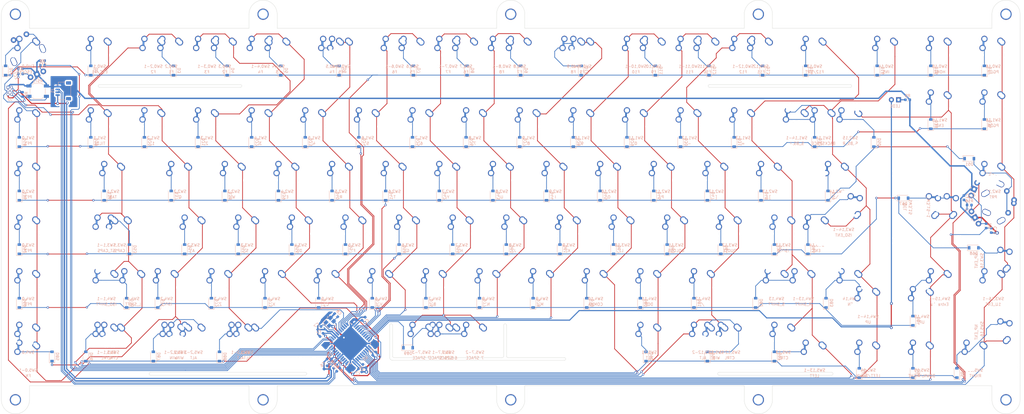
<source format=kicad_pcb>
(kicad_pcb (version 20171130) (host pcbnew "(5.1.0)-1")
  (layers (0 F.Cu signal) (31 B.Cu signal) (34 B.Paste user hide) (35 F.Paste user hide) (36 B.SilkS user) (37 F.SilkS user) (38 B.Mask user) (39 F.Mask user) (44 Edge.Cuts user))
  (net 0 "")
  (net 1 GND)
  (net 2 VCC)
  (net 3 "Net-(C6-Pad1)")
  (net 4 "Net-(C7-Pad1)")
  (net 5 "Net-(C8-Pad1)")
  (net 6 "Net-(C9-Pad1)")
  (net 7 "Net-(D1-Pad2)")
  (net 8 /r0)
  (net 9 "Net-(D2-Pad2)")
  (net 10 "Net-(D3-Pad2)")
  (net 11 "Net-(D4-Pad2)")
  (net 12 "Net-(D5-Pad2)")
  (net 13 "Net-(D6-Pad2)")
  (net 14 "Net-(D7-Pad2)")
  (net 15 "Net-(D8-Pad2)")
  (net 16 "Net-(D9-Pad2)")
  (net 17 "Net-(D10-Pad2)")
  (net 18 "Net-(D11-Pad2)")
  (net 19 "Net-(D12-Pad2)")
  (net 20 "Net-(D13-Pad2)")
  (net 21 "Net-(D14-Pad2)")
  (net 22 "Net-(D15-Pad2)")
  (net 23 "Net-(D16-Pad2)")
  (net 24 "Net-(D17-Pad2)")
  (net 25 /r1)
  (net 26 "Net-(D18-Pad2)")
  (net 27 "Net-(D19-Pad2)")
  (net 28 "Net-(D20-Pad2)")
  (net 29 "Net-(D21-Pad2)")
  (net 30 "Net-(D22-Pad2)")
  (net 31 "Net-(D23-Pad2)")
  (net 32 "Net-(D24-Pad2)")
  (net 33 "Net-(D25-Pad2)")
  (net 34 "Net-(D26-Pad2)")
  (net 35 "Net-(D27-Pad2)")
  (net 36 "Net-(D28-Pad2)")
  (net 37 "Net-(D29-Pad2)")
  (net 38 "Net-(D30-Pad2)")
  (net 39 "Net-(D31-Pad2)")
  (net 40 "Net-(D32-Pad2)")
  (net 41 "Net-(D33-Pad2)")
  (net 42 "Net-(D34-Pad2)")
  (net 43 "Net-(D35-Pad2)")
  (net 44 /r2)
  (net 45 "Net-(D36-Pad2)")
  (net 46 "Net-(D37-Pad2)")
  (net 47 "Net-(D38-Pad2)")
  (net 48 "Net-(D39-Pad2)")
  (net 49 "Net-(D40-Pad2)")
  (net 50 "Net-(D41-Pad2)")
  (net 51 "Net-(D42-Pad2)")
  (net 52 "Net-(D43-Pad2)")
  (net 53 "Net-(D44-Pad2)")
  (net 54 "Net-(D45-Pad2)")
  (net 55 "Net-(D46-Pad2)")
  (net 56 "Net-(D47-Pad2)")
  (net 57 "Net-(D48-Pad2)")
  (net 58 "Net-(D49-Pad2)")
  (net 59 "Net-(D50-Pad2)")
  (net 60 "Net-(D51-Pad2)")
  (net 61 /r3)
  (net 62 "Net-(D52-Pad2)")
  (net 63 "Net-(D53-Pad2)")
  (net 64 "Net-(D54-Pad2)")
  (net 65 "Net-(D55-Pad2)")
  (net 66 "Net-(D56-Pad2)")
  (net 67 "Net-(D57-Pad2)")
  (net 68 "Net-(D58-Pad2)")
  (net 69 "Net-(D59-Pad2)")
  (net 70 "Net-(D60-Pad2)")
  (net 71 "Net-(D61-Pad2)")
  (net 72 "Net-(D62-Pad2)")
  (net 73 "Net-(D63-Pad2)")
  (net 74 "Net-(D64-Pad2)")
  (net 75 "Net-(D65-Pad2)")
  (net 76 "Net-(D66-Pad2)")
  (net 77 "Net-(D67-Pad2)")
  (net 78 "Net-(D68-Pad2)")
  (net 79 "Net-(D69-Pad2)")
  (net 80 /r4)
  (net 81 "Net-(D70-Pad2)")
  (net 82 "Net-(D71-Pad2)")
  (net 83 "Net-(D72-Pad2)")
  (net 84 "Net-(D73-Pad2)")
  (net 85 "Net-(D74-Pad2)")
  (net 86 "Net-(D75-Pad2)")
  (net 87 "Net-(D76-Pad2)")
  (net 88 "Net-(D77-Pad2)")
  (net 89 "Net-(D78-Pad2)")
  (net 90 "Net-(D79-Pad2)")
  (net 91 "Net-(D80-Pad2)")
  (net 92 "Net-(D81-Pad2)")
  (net 93 "Net-(D82-Pad2)")
  (net 94 "Net-(D83-Pad2)")
  (net 95 "Net-(D84-Pad2)")
  (net 96 /r5)
  (net 97 "Net-(D85-Pad2)")
  (net 98 "Net-(D86-Pad2)")
  (net 99 "Net-(D87-Pad2)")
  (net 100 "Net-(D88-Pad2)")
  (net 101 "Net-(D89-Pad2)")
  (net 102 "Net-(D90-Pad2)")
  (net 103 "Net-(D91-Pad2)")
  (net 104 "Net-(D92-Pad2)")
  (net 105 "Net-(D93-Pad2)")
  (net 106 "Net-(D94-Pad2)")
  (net 107 "Net-(D95-Pad2)")
  (net 108 "Net-(EC1-PadA)")
  (net 109 "Net-(EC1-PadB)")
  (net 110 /c16)
  (net 111 /D-)
  (net 112 /D+)
  (net 113 /RES)
  (net 114 "Net-(LED1-Pad1)")
  (net 115 "Net-(LED1-Pad2)")
  (net 116 /rd-)
  (net 117 /rd+)
  (net 118 /c13)
  (net 119 /c8)
  (net 120 /c2)
  (net 121 /c3)
  (net 122 /c14)
  (net 123 /c9)
  (net 124 /c10)
  (net 125 /c4)
  (net 126 /c11)
  (net 127 /c7)
  (net 128 /c5)
  (net 129 /c6)
  (net 130 /c12)
  (net 131 /enc-)
  (net 132 /c15)
  (net 133 /enc+)
  (net 134 /c0)
  (net 135 /c1)
  (net 136 "Net-(EC2-1-PadA)")
  (net 137 "Net-(EC2-1-PadB)")
  (module MX_SMK_2:MX_SMK_125 (layer F.Cu) (at 84.93125 111.125)
    (fp_text reference SW5,3-1 (at 0 4) (layer B.SilkS) (effects (justify mirror)))
    (fp_text value ALT (at 0 6) (layer B.SilkS) (effects (justify mirror)))
    (pad "" np_thru_hole circle (at 5.08 0 48) (size 1.75 1.75) (drill 1.75) (layers *.Cu *.Mask))
    (pad "" np_thru_hole circle (at -5.08 0 48) (size 1.75 1.75) (drill 1.75) (layers *.Cu *.Mask))
    (pad "" np_thru_hole circle (at -4.5 0) (size 1.38 1.38) (drill 1.38) (layers *.Cu *.Mask))
    (pad "" np_thru_hole circle (at 4.5 0) (size 1.38 1.38) (drill 1.38) (layers *.Cu *.Mask))
    (pad 1 thru_hole circle (at -3.81 -2.54) (size 2.25 2.25) (drill 1.5) (layers *.Cu B.Mask) (net 100 "Net-(D88-Pad2)"))
    (pad 1 thru_hole circle (at -3.15 -5.75) (size 2.25 2.25) (drill 1.5) (layers *.Cu B.Mask) (net 100 "Net-(D88-Pad2)"))
    (pad 2 thru_hole circle (at 2.54 -5.08) (size 2.25 2.25) (drill 1.5) (layers *.Cu B.Mask) (net 121 /c3))
    (pad 2 thru_hole circle (at 3.15 -4.5) (size 2.25 2.25) (drill 1.5) (layers *.Cu B.Mask) (net 121 /c3))
    (pad "" np_thru_hole circle (at 0 0) (size 3.9878 3.9878) (drill 3.9878) (layers *.Cu *.Mask))
    (pad 1 smd roundrect (at -3.48 -4.145) (size 0.66 5.317) (layers B.Cu) (roundrect_rratio 0.5) (net 100 "Net-(D88-Pad2)"))
  )
  (module MX_SMK_2:MX_SMK_600_stabflip (layer F.Cu) (at 158.75 111.125)
    (fp_text reference SW5,7 (at 0 4) (layer B.SilkS) (effects (justify mirror)))
    (fp_text value "6 SPACE" (at 0 6) (layer B.SilkS) (effects (justify mirror)))
    (pad "" np_thru_hole circle (at 5.08 0 48) (size 1.75 1.75) (drill 1.75) (layers *.Cu *.Mask))
    (pad "" np_thru_hole circle (at -5.08 0 48) (size 1.75 1.75) (drill 1.75) (layers *.Cu *.Mask))
    (pad "" np_thru_hole circle (at -4.5 0) (size 1.38 1.38) (drill 1.38) (layers *.Cu *.Mask))
    (pad "" np_thru_hole circle (at 4.5 0) (size 1.38 1.38) (drill 1.38) (layers *.Cu *.Mask))
    (pad 1 thru_hole circle (at -3.81 -2.54) (size 2.25 2.25) (drill 1.5) (layers *.Cu B.Mask) (net 101 "Net-(D89-Pad2)"))
    (pad 1 thru_hole circle (at -3.15 -5.75) (size 2.25 2.25) (drill 1.5) (layers *.Cu B.Mask) (net 101 "Net-(D89-Pad2)"))
    (pad 2 thru_hole circle (at 2.54 -5.08) (size 2.25 2.25) (drill 1.5) (layers *.Cu B.Mask) (net 127 /c7))
    (pad 2 thru_hole circle (at 3.15 -4.5) (size 2.25 2.25) (drill 1.5) (layers *.Cu B.Mask) (net 127 /c7))
    (pad "" np_thru_hole circle (at 0 0) (size 3.9878 3.9878) (drill 3.9878) (layers *.Cu *.Mask))
    (pad 1 smd roundrect (at -3.48 -4.145) (size 0.66 5.317) (layers B.Cu) (roundrect_rratio 0.5) (net 101 "Net-(D89-Pad2)"))
    (pad HOLE np_thru_hole circle (at 47.625 6.985 180) (size 3.048 3.048) (drill 3.048) (layers *.Cu *.Mask))
    (pad HOLE np_thru_hole circle (at -47.625 6.985 180) (size 3.048 3.048) (drill 3.048) (layers *.Cu *.Mask))
    (pad HOLE np_thru_hole circle (at 47.625 -8.255 180) (size 3.9878 3.9878) (drill 3.9878) (layers *.Cu *.Mask))
    (pad HOLE np_thru_hole circle (at -47.625 -8.255 180) (size 3.9878 3.9878) (drill 3.9878) (layers *.Cu *.Mask))
  )
  (module keebs:EC11E (layer F.Cu) (at 352.425 63.5 30)
    (fp_text reference EC2 (at -4.7 -7.2 30) (layer B.SilkS) (effects (justify mirror)))
    (fp_text value EC11E)
    (pad A thru_hole circle (at -7.5 -2.5 30) (size 2 2) (drill 1) (layers *.Cu B.Mask) (net 136 "Net-(EC2-1-PadA)"))
    (pad C thru_hole rect (at -7.5 0 30) (size 2 2) (drill 1) (layers *.Cu B.Mask) (net 1 GND))
    (pad B thru_hole circle (at -7.5 2.5 30) (size 2 2) (drill 1) (layers *.Cu B.Mask) (net 137 "Net-(EC2-1-PadB)"))
    (pad MP thru_hole roundrect (at 0 -5.6 30) (size 3.2 2) (drill oval 2.8 1.5) (layers *.Cu B.Mask) (roundrect_rratio 0.5))
    (pad MP thru_hole roundrect (at 0 5.6 30) (size 3.2 2) (drill oval 2.8 1.5) (layers *.Cu B.Mask) (roundrect_rratio 0.5))
    (pad S2 thru_hole circle (at 7 -2.5 30) (size 2 2) (drill 1) (layers *.Cu B.Mask) (net 60 "Net-(D51-Pad2)"))
    (pad S1 thru_hole circle (at 7 2.5 30) (size 2 2) (drill 1) (layers *.Cu B.Mask) (net 110 /c16))
  )
  (module Crystal:Crystal_SMD_SeikoEpson_FA238-4Pin_3.2x2.5mm (layer B.Cu) (at 116.7 104.3 45)
    (fp_text reference Y1 (at 0 2.450001 45) (layer B.SilkS) (effects (justify mirror)))
    (fp_text value 16M)
    (pad 4 smd rect (at -1.1 0.8 45) (size 1.4 1.2) (layers B.Cu B.Paste B.Mask) (net 1 GND))
    (pad 3 smd rect (at 1.1 0.8 45) (size 1.4 1.2) (layers B.Cu B.Paste B.Mask) (net 5 "Net-(C8-Pad1)"))
    (pad 2 smd rect (at 1.1 -0.8 45) (size 1.4 1.2) (layers B.Cu B.Paste B.Mask) (net 1 GND))
    (pad 1 smd rect (at -1.1 -0.8 45) (size 1.4 1.2) (layers B.Cu B.Paste B.Mask) (net 4 "Net-(C7-Pad1)"))
  )
  (module MX_SMK_2:MX_SMK_125 (layer F.Cu) (at 37.30625 92.075)
    (fp_text reference SW4,1-1 (at 0 4) (layer B.SilkS) (effects (justify mirror)))
    (fp_text value ISO_SHIFT (at 0 6) (layer B.SilkS) (effects (justify mirror)))
    (pad "" np_thru_hole circle (at 5.08 0 48) (size 1.75 1.75) (drill 1.75) (layers *.Cu *.Mask))
    (pad "" np_thru_hole circle (at -5.08 0 48) (size 1.75 1.75) (drill 1.75) (layers *.Cu *.Mask))
    (pad "" np_thru_hole circle (at -4.5 0) (size 1.38 1.38) (drill 1.38) (layers *.Cu *.Mask))
    (pad "" np_thru_hole circle (at 4.5 0) (size 1.38 1.38) (drill 1.38) (layers *.Cu *.Mask))
    (pad 1 thru_hole circle (at -3.81 -2.54) (size 2.25 2.25) (drill 1.5) (layers *.Cu B.Mask) (net 81 "Net-(D70-Pad2)"))
    (pad 1 thru_hole circle (at -3.15 -5.75) (size 2.25 2.25) (drill 1.5) (layers *.Cu B.Mask) (net 81 "Net-(D70-Pad2)"))
    (pad 2 thru_hole circle (at 2.54 -5.08) (size 2.25 2.25) (drill 1.5) (layers *.Cu B.Mask) (net 135 /c1))
    (pad 2 thru_hole circle (at 3.15 -4.5) (size 2.25 2.25) (drill 1.5) (layers *.Cu B.Mask) (net 135 /c1))
    (pad "" np_thru_hole circle (at 0 0) (size 3.9878 3.9878) (drill 3.9878) (layers *.Cu *.Mask))
    (pad 1 smd roundrect (at -3.48 -4.145) (size 0.66 5.317) (layers B.Cu) (roundrect_rratio 0.5) (net 81 "Net-(D70-Pad2)"))
  )
  (module Package_QFP:TQFP-44_10x10mm_P0.8mm (layer B.Cu) (at 124 112 45)
    (fp_text reference U1 (at 0 7.450001 45) (layer B.SilkS) (effects (justify mirror)))
    (fp_text value ATMEGA32U4)
    (pad 44 smd rect (at -4 5.7 315) (size 1.5 0.55) (layers B.Cu B.Paste B.Mask) (net 2 VCC))
    (pad 43 smd rect (at -3.2 5.7 315) (size 1.5 0.55) (layers B.Cu B.Paste B.Mask) (net 1 GND))
    (pad 42 smd rect (at -2.4 5.7 315) (size 1.5 0.55) (layers B.Cu B.Paste B.Mask) (net 6 "Net-(C9-Pad1)"))
    (pad 41 smd rect (at -1.6 5.7 315) (size 1.5 0.55) (layers B.Cu B.Paste B.Mask) (net 132 /c15))
    (pad 40 smd rect (at -0.8 5.7 315) (size 1.5 0.55) (layers B.Cu B.Paste B.Mask) (net 122 /c14))
    (pad 39 smd rect (at 0 5.7 315) (size 1.5 0.55) (layers B.Cu B.Paste B.Mask) (net 118 /c13))
    (pad 38 smd rect (at 0.8 5.7 315) (size 1.5 0.55) (layers B.Cu B.Paste B.Mask) (net 130 /c12))
    (pad 37 smd rect (at 1.6 5.7 315) (size 1.5 0.55) (layers B.Cu B.Paste B.Mask) (net 126 /c11))
    (pad 36 smd rect (at 2.4 5.7 315) (size 1.5 0.55) (layers B.Cu B.Paste B.Mask) (net 124 /c10))
    (pad 35 smd rect (at 3.2 5.7 315) (size 1.5 0.55) (layers B.Cu B.Paste B.Mask) (net 1 GND))
    (pad 34 smd rect (at 4 5.7 315) (size 1.5 0.55) (layers B.Cu B.Paste B.Mask) (net 2 VCC))
    (pad 33 smd rect (at 5.7 4 45) (size 1.5 0.55) (layers B.Cu B.Paste B.Mask) (net 115 "Net-(LED1-Pad2)"))
    (pad 32 smd rect (at 5.7 3.2 45) (size 1.5 0.55) (layers B.Cu B.Paste B.Mask) (net 123 /c9))
    (pad 31 smd rect (at 5.7 2.4 45) (size 1.5 0.55) (layers B.Cu B.Paste B.Mask) (net 119 /c8))
    (pad 30 smd rect (at 5.7 1.6 45) (size 1.5 0.55) (layers B.Cu B.Paste B.Mask) (net 127 /c7))
    (pad 29 smd rect (at 5.7 0.8 45) (size 1.5 0.55) (layers B.Cu B.Paste B.Mask) (net 129 /c6))
    (pad 28 smd rect (at 5.7 0 45) (size 1.5 0.55) (layers B.Cu B.Paste B.Mask) (net 96 /r5))
    (pad 27 smd rect (at 5.7 -0.8 45) (size 1.5 0.55) (layers B.Cu B.Paste B.Mask) (net 80 /r4))
    (pad 26 smd rect (at 5.7 -1.6 45) (size 1.5 0.55) (layers B.Cu B.Paste B.Mask) (net 61 /r3))
    (pad 25 smd rect (at 5.7 -2.4 45) (size 1.5 0.55) (layers B.Cu B.Paste B.Mask) (net 44 /r2))
    (pad 24 smd rect (at 5.7 -3.2 45) (size 1.5 0.55) (layers B.Cu B.Paste B.Mask) (net 2 VCC))
    (pad 23 smd rect (at 5.7 -4 45) (size 1.5 0.55) (layers B.Cu B.Paste B.Mask) (net 1 GND))
    (pad 22 smd rect (at 4 -5.7 315) (size 1.5 0.55) (layers B.Cu B.Paste B.Mask) (net 8 /r0))
    (pad 21 smd rect (at 3.2 -5.7 315) (size 1.5 0.55) (layers B.Cu B.Paste B.Mask) (net 25 /r1))
    (pad 20 smd rect (at 2.4 -5.7 315) (size 1.5 0.55) (layers B.Cu B.Paste B.Mask) (net 128 /c5))
    (pad 19 smd rect (at 1.6 -5.7 315) (size 1.5 0.55) (layers B.Cu B.Paste B.Mask) (net 125 /c4))
    (pad 18 smd rect (at 0.8 -5.7 315) (size 1.5 0.55) (layers B.Cu B.Paste B.Mask) (net 121 /c3))
    (pad 17 smd rect (at 0 -5.7 315) (size 1.5 0.55) (layers B.Cu B.Paste B.Mask) (net 5 "Net-(C8-Pad1)"))
    (pad 16 smd rect (at -0.8 -5.7 315) (size 1.5 0.55) (layers B.Cu B.Paste B.Mask) (net 4 "Net-(C7-Pad1)"))
    (pad 15 smd rect (at -1.6 -5.7 315) (size 1.5 0.55) (layers B.Cu B.Paste B.Mask) (net 1 GND))
    (pad 14 smd rect (at -2.4 -5.7 315) (size 1.5 0.55) (layers B.Cu B.Paste B.Mask) (net 2 VCC))
    (pad 13 smd rect (at -3.2 -5.7 315) (size 1.5 0.55) (layers B.Cu B.Paste B.Mask) (net 113 /RES))
    (pad 12 smd rect (at -4 -5.7 315) (size 1.5 0.55) (layers B.Cu B.Paste B.Mask) (net 120 /c2))
    (pad 11 smd rect (at -5.7 -4 45) (size 1.5 0.55) (layers B.Cu B.Paste B.Mask) (net 135 /c1))
    (pad 10 smd rect (at -5.7 -3.2 45) (size 1.5 0.55) (layers B.Cu B.Paste B.Mask) (net 134 /c0))
    (pad 9 smd rect (at -5.7 -2.4 45) (size 1.5 0.55) (layers B.Cu B.Paste B.Mask) (net 133 /enc+))
    (pad 8 smd rect (at -5.7 -1.6 45) (size 1.5 0.55) (layers B.Cu B.Paste B.Mask) (net 131 /enc-))
    (pad 7 smd rect (at -5.7 -0.8 45) (size 1.5 0.55) (layers B.Cu B.Paste B.Mask) (net 2 VCC))
    (pad 6 smd rect (at -5.7 0 45) (size 1.5 0.55) (layers B.Cu B.Paste B.Mask) (net 3 "Net-(C6-Pad1)"))
    (pad 5 smd rect (at -5.7 0.8 45) (size 1.5 0.55) (layers B.Cu B.Paste B.Mask) (net 1 GND))
    (pad 4 smd rect (at -5.7 1.6 45) (size 1.5 0.55) (layers B.Cu B.Paste B.Mask) (net 117 /rd+))
    (pad 3 smd rect (at -5.7 2.4 45) (size 1.5 0.55) (layers B.Cu B.Paste B.Mask) (net 116 /rd-))
    (pad 2 smd rect (at -5.7 3.2 45) (size 1.5 0.55) (layers B.Cu B.Paste B.Mask) (net 2 VCC))
    (pad 1 smd rect (at -5.7 4 45) (size 1.5 0.55) (layers B.Cu B.Paste B.Mask) (net 110 /c16))
  )
  (module keebs:LED_D1.8mm_W3.3mm_H2.4mm_CENTERED (layer F.Cu) (at 317.5 25.4 180)
    (fp_text reference LED1 (at 0 -2.26 180) (layer B.SilkS) (effects (justify mirror)))
    (fp_text value "3V 5mA")
    (pad 1 thru_hole rect (at -1.27 0 180) (size 1.8 1.8) (drill 0.9) (layers *.Cu B.Mask) (net 114 "Net-(LED1-Pad1)"))
    (pad 2 thru_hole circle (at 1.27 0 180) (size 1.8 1.8) (drill 0.9) (layers *.Cu B.Mask) (net 115 "Net-(LED1-Pad2)"))
  )
  (module keebs:PinHeader_2x03_P1.27mm_Vertical_center (layer F.Cu) (at 3 22.225 180)
    (fp_text reference J2 (at 0 -2.965 180) (layer B.SilkS) (effects (justify mirror)))
    (fp_text value Conn_02x03_Odd_Even)
    (pad 6 thru_hole rect (at 0.635 1.27 180) (size 1 1) (drill 0.65) (layers *.Cu B.Mask) (net 1 GND))
    (pad 5 thru_hole oval (at -0.635 1.27 180) (size 1 1) (drill 0.65) (layers *.Cu B.Mask) (net 113 /RES))
    (pad 4 thru_hole oval (at 0.635 0 180) (size 1 1) (drill 0.65) (layers *.Cu B.Mask) (net 134 /c0))
    (pad 3 thru_hole oval (at -0.635 0 180) (size 1 1) (drill 0.65) (layers *.Cu B.Mask) (net 133 /enc+))
    (pad 2 thru_hole oval (at 0.635 -1.27 180) (size 1 1) (drill 0.65) (layers *.Cu B.Mask) (net 2 VCC))
    (pad 1 thru_hole circle (at -0.635 -1.27 180) (size 1 1) (drill 0.65) (layers *.Cu B.Mask) (net 135 /c1))
  )
  (module keyboard_parts:HOLE_M3 (layer F.Cu) (at 5 -5)
    (fp_text reference HOLE_M3 hide)
    (fp_text value VAL** hide)
    (pad 1 thru_hole circle (at 0 0) (size 4 4) (drill 3.2) (layers *.Cu B.Mask))
  )
  (module keyboard_parts:HOLE_M3 (layer F.Cu) (at 356.95 132)
    (fp_text reference HOLE_M3 hide)
    (fp_text value VAL** hide)
    (pad 1 thru_hole circle (at 0 0) (size 4 4) (drill 3.2) (layers *.Cu B.Mask))
  )
  (module keyboard_parts:HOLE_M3 (layer F.Cu) (at 5 132)
    (fp_text reference HOLE_M3 hide)
    (fp_text value VAL** hide)
    (pad 1 thru_hole circle (at 0 0) (size 4 4) (drill 3.2) (layers *.Cu B.Mask))
  )
  (module keyboard_parts:HOLE_M3 (layer F.Cu) (at 180.975 132)
    (fp_text reference HOLE_M3 hide)
    (fp_text value VAL** hide)
    (pad 1 thru_hole circle (at 0 0) (size 4 4) (drill 3.2) (layers *.Cu B.Mask))
  )
  (module keyboard_parts:HOLE_M3 (layer F.Cu) (at 92.9875 132)
    (fp_text reference HOLE_M3 hide)
    (fp_text value VAL** hide)
    (pad 1 thru_hole circle (at 0 0) (size 4 4) (drill 3.2) (layers *.Cu B.Mask))
  )
  (module keyboard_parts:HOLE_M3 (layer F.Cu) (at 268.9625 132)
    (fp_text reference HOLE_M3 hide)
    (fp_text value VAL** hide)
    (pad 1 thru_hole circle (at 0 0) (size 4 4) (drill 3.2) (layers *.Cu B.Mask))
  )
  (module keyboard_parts:HOLE_M3 (layer F.Cu) (at 356.95 -5)
    (fp_text reference HOLE_M3 hide)
    (fp_text value VAL** hide)
    (pad 1 thru_hole circle (at 0 0) (size 4 4) (drill 3.2) (layers *.Cu B.Mask))
  )
  (module keyboard_parts:HOLE_M3 (layer F.Cu) (at 268.9625 -5)
    (fp_text reference HOLE_M3 hide)
    (fp_text value VAL** hide)
    (pad 1 thru_hole circle (at 0 0) (size 4 4) (drill 3.2) (layers *.Cu B.Mask))
  )
  (module keyboard_parts:HOLE_M3 (layer F.Cu) (at 180.975 -5)
    (fp_text reference HOLE_M3 hide)
    (fp_text value VAL** hide)
    (pad 1 thru_hole circle (at 0 0) (size 4 4) (drill 3.2) (layers *.Cu B.Mask))
  )
  (module keyboard_parts:HOLE_M3 (layer F.Cu) (at 92.9875 -5)
    (fp_text reference HOLE_M3 hide)
    (fp_text value VAL** hide)
    (pad 1 thru_hole circle (at 0 0) (size 4 4) (drill 3.2) (layers *.Cu B.Mask))
  )
  (module Button_Switch_SMD:SW_SPST_SKQG_WithStem (layer B.Cu) (at 12.9 22.325 180)
    (fp_text reference RST1 (at 0 3.6 180) (layer B.SilkS) (effects (justify mirror)))
    (fp_text value SW_PUSH)
    (pad 2 smd rect (at 3.1 -1.85 180) (size 1.8 1.1) (layers B.Cu B.Paste B.Mask) (net 113 /RES))
    (pad 2 smd rect (at -3.1 -1.85 180) (size 1.8 1.1) (layers B.Cu B.Paste B.Mask) (net 113 /RES))
    (pad 1 smd rect (at 3.1 1.85 180) (size 1.8 1.1) (layers B.Cu B.Paste B.Mask) (net 1 GND))
    (pad 1 smd rect (at -3.1 1.85 180) (size 1.8 1.1) (layers B.Cu B.Paste B.Mask) (net 1 GND))
  )
  (module keebs:EC11E (layer F.Cu) (at 9.525 9.525 114.5)
    (fp_text reference EC1 (at -4.7 -7.2 114.5) (layer B.SilkS) (effects (justify mirror)))
    (fp_text value EC11E)
    (pad A thru_hole circle (at -7.5 -2.5 114.5) (size 2 2) (drill 1) (layers *.Cu B.Mask) (net 108 "Net-(EC1-PadA)"))
    (pad C thru_hole rect (at -7.5 0 114.5) (size 2 2) (drill 1) (layers *.Cu B.Mask) (net 1 GND))
    (pad B thru_hole circle (at -7.5 2.5 114.5) (size 2 2) (drill 1) (layers *.Cu B.Mask) (net 109 "Net-(EC1-PadB)"))
    (pad MP thru_hole roundrect (at 0 -5.6 114.5) (size 3.2 2) (drill oval 2.8 1.5) (layers *.Cu B.Mask) (roundrect_rratio 0.5))
    (pad MP thru_hole roundrect (at 0 5.6 114.5) (size 3.2 2) (drill oval 2.8 1.5) (layers *.Cu B.Mask) (roundrect_rratio 0.5))
    (pad S2 thru_hole circle (at 7 -2.5 114.5) (size 2 2) (drill 1) (layers *.Cu B.Mask) (net 7 "Net-(D1-Pad2)"))
    (pad S1 thru_hole circle (at 7 2.5 114.5) (size 2 2) (drill 1) (layers *.Cu B.Mask) (net 134 /c0))
  )
  (module MX_SMK_2:MX_SMK_100 (layer F.Cu) (at 96.8375 92.075)
    (fp_text reference SW4,4 (at 0 4) (layer B.SilkS) (effects (justify mirror)))
    (fp_text value X (at 0 6) (layer B.SilkS) (effects (justify mirror)))
    (pad "" np_thru_hole circle (at 5.08 0 48) (size 1.75 1.75) (drill 1.75) (layers *.Cu *.Mask))
    (pad "" np_thru_hole circle (at -5.08 0 48) (size 1.75 1.75) (drill 1.75) (layers *.Cu *.Mask))
    (pad "" np_thru_hole circle (at -4.5 0) (size 1.38 1.38) (drill 1.38) (layers *.Cu *.Mask))
    (pad "" np_thru_hole circle (at 4.5 0) (size 1.38 1.38) (drill 1.38) (layers *.Cu *.Mask))
    (pad 1 thru_hole circle (at -3.81 -2.54) (size 2.25 2.25) (drill 1.5) (layers *.Cu B.Mask) (net 84 "Net-(D73-Pad2)"))
    (pad 1 thru_hole circle (at -3.15 -5.75) (size 2.25 2.25) (drill 1.5) (layers *.Cu B.Mask) (net 84 "Net-(D73-Pad2)"))
    (pad 2 thru_hole circle (at 2.54 -5.08) (size 2.25 2.25) (drill 1.5) (layers *.Cu B.Mask) (net 125 /c4))
    (pad 2 thru_hole circle (at 3.15 -4.5) (size 2.25 2.25) (drill 1.5) (layers *.Cu B.Mask) (net 125 /c4))
    (pad "" np_thru_hole circle (at 0 0) (size 3.9878 3.9878) (drill 3.9878) (layers *.Cu *.Mask))
    (pad 1 smd roundrect (at -3.48 -4.145) (size 0.66 5.317) (layers B.Cu) (roundrect_rratio 0.5) (net 84 "Net-(D73-Pad2)"))
  )
  (module MX_SMK_2:MX_SMK_100 (layer F.Cu) (at 60.325 9.525)
    (fp_text reference SW0,2 (at 0 4) (layer B.SilkS) (effects (justify mirror)))
    (fp_text value F1 (at 0 6) (layer B.SilkS) (effects (justify mirror)))
    (pad "" np_thru_hole circle (at 5.08 0 48) (size 1.75 1.75) (drill 1.75) (layers *.Cu *.Mask))
    (pad "" np_thru_hole circle (at -5.08 0 48) (size 1.75 1.75) (drill 1.75) (layers *.Cu *.Mask))
    (pad "" np_thru_hole circle (at -4.5 0) (size 1.38 1.38) (drill 1.38) (layers *.Cu *.Mask))
    (pad "" np_thru_hole circle (at 4.5 0) (size 1.38 1.38) (drill 1.38) (layers *.Cu *.Mask))
    (pad 1 thru_hole circle (at -3.81 -2.54) (size 2.25 2.25) (drill 1.5) (layers *.Cu B.Mask) (net 10 "Net-(D3-Pad2)"))
    (pad 1 thru_hole circle (at -3.15 -5.75) (size 2.25 2.25) (drill 1.5) (layers *.Cu B.Mask) (net 10 "Net-(D3-Pad2)"))
    (pad 2 thru_hole circle (at 2.54 -5.08) (size 2.25 2.25) (drill 1.5) (layers *.Cu B.Mask) (net 120 /c2))
    (pad 2 thru_hole circle (at 3.15 -4.5) (size 2.25 2.25) (drill 1.5) (layers *.Cu B.Mask) (net 120 /c2))
    (pad "" np_thru_hole circle (at 0 0) (size 3.9878 3.9878) (drill 3.9878) (layers *.Cu *.Mask))
    (pad 1 smd roundrect (at -3.48 -4.145) (size 0.66 5.317) (layers B.Cu) (roundrect_rratio 0.5) (net 10 "Net-(D3-Pad2)"))
  )
  (module MX_SMK_2:MX_SMK_100 (layer F.Cu) (at 34.925 9.525)
    (fp_text reference SW0,1 (at 0 4) (layer B.SilkS) (effects (justify mirror)))
    (fp_text value ESC/F1 (at 0 6) (layer B.SilkS) (effects (justify mirror)))
    (pad "" np_thru_hole circle (at 5.08 0 48) (size 1.75 1.75) (drill 1.75) (layers *.Cu *.Mask))
    (pad "" np_thru_hole circle (at -5.08 0 48) (size 1.75 1.75) (drill 1.75) (layers *.Cu *.Mask))
    (pad "" np_thru_hole circle (at -4.5 0) (size 1.38 1.38) (drill 1.38) (layers *.Cu *.Mask))
    (pad "" np_thru_hole circle (at 4.5 0) (size 1.38 1.38) (drill 1.38) (layers *.Cu *.Mask))
    (pad 1 thru_hole circle (at -3.81 -2.54) (size 2.25 2.25) (drill 1.5) (layers *.Cu B.Mask) (net 9 "Net-(D2-Pad2)"))
    (pad 1 thru_hole circle (at -3.15 -5.75) (size 2.25 2.25) (drill 1.5) (layers *.Cu B.Mask) (net 9 "Net-(D2-Pad2)"))
    (pad 2 thru_hole circle (at 2.54 -5.08) (size 2.25 2.25) (drill 1.5) (layers *.Cu B.Mask) (net 135 /c1))
    (pad 2 thru_hole circle (at 3.15 -4.5) (size 2.25 2.25) (drill 1.5) (layers *.Cu B.Mask) (net 135 /c1))
    (pad "" np_thru_hole circle (at 0 0) (size 3.9878 3.9878) (drill 3.9878) (layers *.Cu *.Mask))
    (pad 1 smd roundrect (at -3.48 -4.145) (size 0.66 5.317) (layers B.Cu) (roundrect_rratio 0.5) (net 9 "Net-(D2-Pad2)"))
  )
  (module MX_SMK_2:MX_SMK_100 (layer F.Cu) (at 288.925 9.525)
    (fp_text reference SW0,13 (at 0 4) (layer B.SilkS) (effects (justify mirror)))
    (fp_text value F12/PRT (at 0 6) (layer B.SilkS) (effects (justify mirror)))
    (pad "" np_thru_hole circle (at 5.08 0 48) (size 1.75 1.75) (drill 1.75) (layers *.Cu *.Mask))
    (pad "" np_thru_hole circle (at -5.08 0 48) (size 1.75 1.75) (drill 1.75) (layers *.Cu *.Mask))
    (pad "" np_thru_hole circle (at -4.5 0) (size 1.38 1.38) (drill 1.38) (layers *.Cu *.Mask))
    (pad "" np_thru_hole circle (at 4.5 0) (size 1.38 1.38) (drill 1.38) (layers *.Cu *.Mask))
    (pad 1 thru_hole circle (at -3.81 -2.54) (size 2.25 2.25) (drill 1.5) (layers *.Cu B.Mask) (net 21 "Net-(D14-Pad2)"))
    (pad 1 thru_hole circle (at -3.15 -5.75) (size 2.25 2.25) (drill 1.5) (layers *.Cu B.Mask) (net 21 "Net-(D14-Pad2)"))
    (pad 2 thru_hole circle (at 2.54 -5.08) (size 2.25 2.25) (drill 1.5) (layers *.Cu B.Mask) (net 118 /c13))
    (pad 2 thru_hole circle (at 3.15 -4.5) (size 2.25 2.25) (drill 1.5) (layers *.Cu B.Mask) (net 118 /c13))
    (pad "" np_thru_hole circle (at 0 0) (size 3.9878 3.9878) (drill 3.9878) (layers *.Cu *.Mask))
    (pad 1 smd roundrect (at -3.48 -4.145) (size 0.66 5.317) (layers B.Cu) (roundrect_rratio 0.5) (net 21 "Net-(D14-Pad2)"))
  )
  (module MX_SMK_2:MX_SMK_100 (layer F.Cu) (at 184.15 9.525)
    (fp_text reference SW0,8 (at 0 4) (layer B.SilkS) (effects (justify mirror)))
    (fp_text value F7 (at 0 6) (layer B.SilkS) (effects (justify mirror)))
    (pad "" np_thru_hole circle (at 5.08 0 48) (size 1.75 1.75) (drill 1.75) (layers *.Cu *.Mask))
    (pad "" np_thru_hole circle (at -5.08 0 48) (size 1.75 1.75) (drill 1.75) (layers *.Cu *.Mask))
    (pad "" np_thru_hole circle (at -4.5 0) (size 1.38 1.38) (drill 1.38) (layers *.Cu *.Mask))
    (pad "" np_thru_hole circle (at 4.5 0) (size 1.38 1.38) (drill 1.38) (layers *.Cu *.Mask))
    (pad 1 thru_hole circle (at -3.81 -2.54) (size 2.25 2.25) (drill 1.5) (layers *.Cu B.Mask) (net 16 "Net-(D9-Pad2)"))
    (pad 1 thru_hole circle (at -3.15 -5.75) (size 2.25 2.25) (drill 1.5) (layers *.Cu B.Mask) (net 16 "Net-(D9-Pad2)"))
    (pad 2 thru_hole circle (at 2.54 -5.08) (size 2.25 2.25) (drill 1.5) (layers *.Cu B.Mask) (net 119 /c8))
    (pad 2 thru_hole circle (at 3.15 -4.5) (size 2.25 2.25) (drill 1.5) (layers *.Cu B.Mask) (net 119 /c8))
    (pad "" np_thru_hole circle (at 0 0) (size 3.9878 3.9878) (drill 3.9878) (layers *.Cu *.Mask))
    (pad 1 smd roundrect (at -3.48 -4.145) (size 0.66 5.317) (layers B.Cu) (roundrect_rratio 0.5) (net 16 "Net-(D9-Pad2)"))
  )
  (module MX_SMK_2:MX_SMK_100 (layer F.Cu) (at 79.375 9.525)
    (fp_text reference SW0,3 (at 0 4) (layer B.SilkS) (effects (justify mirror)))
    (fp_text value F2 (at 0 6) (layer B.SilkS) (effects (justify mirror)))
    (pad "" np_thru_hole circle (at 5.08 0 48) (size 1.75 1.75) (drill 1.75) (layers *.Cu *.Mask))
    (pad "" np_thru_hole circle (at -5.08 0 48) (size 1.75 1.75) (drill 1.75) (layers *.Cu *.Mask))
    (pad "" np_thru_hole circle (at -4.5 0) (size 1.38 1.38) (drill 1.38) (layers *.Cu *.Mask))
    (pad "" np_thru_hole circle (at 4.5 0) (size 1.38 1.38) (drill 1.38) (layers *.Cu *.Mask))
    (pad 1 thru_hole circle (at -3.81 -2.54) (size 2.25 2.25) (drill 1.5) (layers *.Cu B.Mask) (net 11 "Net-(D4-Pad2)"))
    (pad 1 thru_hole circle (at -3.15 -5.75) (size 2.25 2.25) (drill 1.5) (layers *.Cu B.Mask) (net 11 "Net-(D4-Pad2)"))
    (pad 2 thru_hole circle (at 2.54 -5.08) (size 2.25 2.25) (drill 1.5) (layers *.Cu B.Mask) (net 121 /c3))
    (pad 2 thru_hole circle (at 3.15 -4.5) (size 2.25 2.25) (drill 1.5) (layers *.Cu B.Mask) (net 121 /c3))
    (pad "" np_thru_hole circle (at 0 0) (size 3.9878 3.9878) (drill 3.9878) (layers *.Cu *.Mask))
    (pad 1 smd roundrect (at -3.48 -4.145) (size 0.66 5.317) (layers B.Cu) (roundrect_rratio 0.5) (net 11 "Net-(D4-Pad2)"))
  )
  (module MX_SMK_2:MX_SMK_100 (layer F.Cu) (at 314.325 9.525)
    (fp_text reference SW0,14 (at 0 4) (layer B.SilkS) (effects (justify mirror)))
    (fp_text value INS (at 0 6) (layer B.SilkS) (effects (justify mirror)))
    (pad "" np_thru_hole circle (at 5.08 0 48) (size 1.75 1.75) (drill 1.75) (layers *.Cu *.Mask))
    (pad "" np_thru_hole circle (at -5.08 0 48) (size 1.75 1.75) (drill 1.75) (layers *.Cu *.Mask))
    (pad "" np_thru_hole circle (at -4.5 0) (size 1.38 1.38) (drill 1.38) (layers *.Cu *.Mask))
    (pad "" np_thru_hole circle (at 4.5 0) (size 1.38 1.38) (drill 1.38) (layers *.Cu *.Mask))
    (pad 1 thru_hole circle (at -3.81 -2.54) (size 2.25 2.25) (drill 1.5) (layers *.Cu B.Mask) (net 22 "Net-(D15-Pad2)"))
    (pad 1 thru_hole circle (at -3.15 -5.75) (size 2.25 2.25) (drill 1.5) (layers *.Cu B.Mask) (net 22 "Net-(D15-Pad2)"))
    (pad 2 thru_hole circle (at 2.54 -5.08) (size 2.25 2.25) (drill 1.5) (layers *.Cu B.Mask) (net 122 /c14))
    (pad 2 thru_hole circle (at 3.15 -4.5) (size 2.25 2.25) (drill 1.5) (layers *.Cu B.Mask) (net 122 /c14))
    (pad "" np_thru_hole circle (at 0 0) (size 3.9878 3.9878) (drill 3.9878) (layers *.Cu *.Mask))
    (pad 1 smd roundrect (at -3.48 -4.145) (size 0.66 5.317) (layers B.Cu) (roundrect_rratio 0.5) (net 22 "Net-(D15-Pad2)"))
  )
  (module MX_SMK_2:MX_SMK_100 (layer F.Cu) (at 203.2 9.525)
    (fp_text reference SW0,9 (at 0 4) (layer B.SilkS) (effects (justify mirror)))
    (fp_text value F8 (at 0 6) (layer B.SilkS) (effects (justify mirror)))
    (pad "" np_thru_hole circle (at 5.08 0 48) (size 1.75 1.75) (drill 1.75) (layers *.Cu *.Mask))
    (pad "" np_thru_hole circle (at -5.08 0 48) (size 1.75 1.75) (drill 1.75) (layers *.Cu *.Mask))
    (pad "" np_thru_hole circle (at -4.5 0) (size 1.38 1.38) (drill 1.38) (layers *.Cu *.Mask))
    (pad "" np_thru_hole circle (at 4.5 0) (size 1.38 1.38) (drill 1.38) (layers *.Cu *.Mask))
    (pad 1 thru_hole circle (at -3.81 -2.54) (size 2.25 2.25) (drill 1.5) (layers *.Cu B.Mask) (net 17 "Net-(D10-Pad2)"))
    (pad 1 thru_hole circle (at -3.15 -5.75) (size 2.25 2.25) (drill 1.5) (layers *.Cu B.Mask) (net 17 "Net-(D10-Pad2)"))
    (pad 2 thru_hole circle (at 2.54 -5.08) (size 2.25 2.25) (drill 1.5) (layers *.Cu B.Mask) (net 123 /c9))
    (pad 2 thru_hole circle (at 3.15 -4.5) (size 2.25 2.25) (drill 1.5) (layers *.Cu B.Mask) (net 123 /c9))
    (pad "" np_thru_hole circle (at 0 0) (size 3.9878 3.9878) (drill 3.9878) (layers *.Cu *.Mask))
    (pad 1 smd roundrect (at -3.48 -4.145) (size 0.66 5.317) (layers B.Cu) (roundrect_rratio 0.5) (net 17 "Net-(D10-Pad2)"))
  )
  (module MX_SMK_2:MX_SMK_100 (layer F.Cu) (at 333.375 9.525)
    (fp_text reference SW0,15 (at 0 4) (layer B.SilkS) (effects (justify mirror)))
    (fp_text value HOME (at 0 6) (layer B.SilkS) (effects (justify mirror)))
    (pad "" np_thru_hole circle (at 5.08 0 48) (size 1.75 1.75) (drill 1.75) (layers *.Cu *.Mask))
    (pad "" np_thru_hole circle (at -5.08 0 48) (size 1.75 1.75) (drill 1.75) (layers *.Cu *.Mask))
    (pad "" np_thru_hole circle (at -4.5 0) (size 1.38 1.38) (drill 1.38) (layers *.Cu *.Mask))
    (pad "" np_thru_hole circle (at 4.5 0) (size 1.38 1.38) (drill 1.38) (layers *.Cu *.Mask))
    (pad 1 thru_hole circle (at -3.81 -2.54) (size 2.25 2.25) (drill 1.5) (layers *.Cu B.Mask) (net 23 "Net-(D16-Pad2)"))
    (pad 1 thru_hole circle (at -3.15 -5.75) (size 2.25 2.25) (drill 1.5) (layers *.Cu B.Mask) (net 23 "Net-(D16-Pad2)"))
    (pad 2 thru_hole circle (at 2.54 -5.08) (size 2.25 2.25) (drill 1.5) (layers *.Cu B.Mask) (net 132 /c15))
    (pad 2 thru_hole circle (at 3.15 -4.5) (size 2.25 2.25) (drill 1.5) (layers *.Cu B.Mask) (net 132 /c15))
    (pad "" np_thru_hole circle (at 0 0) (size 3.9878 3.9878) (drill 3.9878) (layers *.Cu *.Mask))
    (pad 1 smd roundrect (at -3.48 -4.145) (size 0.66 5.317) (layers B.Cu) (roundrect_rratio 0.5) (net 23 "Net-(D16-Pad2)"))
  )
  (module MX_SMK_2:MX_SMK_100 (layer F.Cu) (at 231.775 9.525)
    (fp_text reference SW0,10 (at 0 4) (layer B.SilkS) (effects (justify mirror)))
    (fp_text value F9 (at 0 6) (layer B.SilkS) (effects (justify mirror)))
    (pad "" np_thru_hole circle (at 5.08 0 48) (size 1.75 1.75) (drill 1.75) (layers *.Cu *.Mask))
    (pad "" np_thru_hole circle (at -5.08 0 48) (size 1.75 1.75) (drill 1.75) (layers *.Cu *.Mask))
    (pad "" np_thru_hole circle (at -4.5 0) (size 1.38 1.38) (drill 1.38) (layers *.Cu *.Mask))
    (pad "" np_thru_hole circle (at 4.5 0) (size 1.38 1.38) (drill 1.38) (layers *.Cu *.Mask))
    (pad 1 thru_hole circle (at -3.81 -2.54) (size 2.25 2.25) (drill 1.5) (layers *.Cu B.Mask) (net 18 "Net-(D11-Pad2)"))
    (pad 1 thru_hole circle (at -3.15 -5.75) (size 2.25 2.25) (drill 1.5) (layers *.Cu B.Mask) (net 18 "Net-(D11-Pad2)"))
    (pad 2 thru_hole circle (at 2.54 -5.08) (size 2.25 2.25) (drill 1.5) (layers *.Cu B.Mask) (net 124 /c10))
    (pad 2 thru_hole circle (at 3.15 -4.5) (size 2.25 2.25) (drill 1.5) (layers *.Cu B.Mask) (net 124 /c10))
    (pad "" np_thru_hole circle (at 0 0) (size 3.9878 3.9878) (drill 3.9878) (layers *.Cu *.Mask))
    (pad 1 smd roundrect (at -3.48 -4.145) (size 0.66 5.317) (layers B.Cu) (roundrect_rratio 0.5) (net 18 "Net-(D11-Pad2)"))
  )
  (module MX_SMK_2:MX_SMK_100 (layer F.Cu) (at 98.425 9.525)
    (fp_text reference SW0,4 (at 0 4) (layer B.SilkS) (effects (justify mirror)))
    (fp_text value F3 (at 0 6) (layer B.SilkS) (effects (justify mirror)))
    (pad "" np_thru_hole circle (at 5.08 0 48) (size 1.75 1.75) (drill 1.75) (layers *.Cu *.Mask))
    (pad "" np_thru_hole circle (at -5.08 0 48) (size 1.75 1.75) (drill 1.75) (layers *.Cu *.Mask))
    (pad "" np_thru_hole circle (at -4.5 0) (size 1.38 1.38) (drill 1.38) (layers *.Cu *.Mask))
    (pad "" np_thru_hole circle (at 4.5 0) (size 1.38 1.38) (drill 1.38) (layers *.Cu *.Mask))
    (pad 1 thru_hole circle (at -3.81 -2.54) (size 2.25 2.25) (drill 1.5) (layers *.Cu B.Mask) (net 12 "Net-(D5-Pad2)"))
    (pad 1 thru_hole circle (at -3.15 -5.75) (size 2.25 2.25) (drill 1.5) (layers *.Cu B.Mask) (net 12 "Net-(D5-Pad2)"))
    (pad 2 thru_hole circle (at 2.54 -5.08) (size 2.25 2.25) (drill 1.5) (layers *.Cu B.Mask) (net 125 /c4))
    (pad 2 thru_hole circle (at 3.15 -4.5) (size 2.25 2.25) (drill 1.5) (layers *.Cu B.Mask) (net 125 /c4))
    (pad "" np_thru_hole circle (at 0 0) (size 3.9878 3.9878) (drill 3.9878) (layers *.Cu *.Mask))
    (pad 1 smd roundrect (at -3.48 -4.145) (size 0.66 5.317) (layers B.Cu) (roundrect_rratio 0.5) (net 12 "Net-(D5-Pad2)"))
  )
  (module MX_SMK_2:MX_SMK_100 (layer F.Cu) (at 250.825 9.525)
    (fp_text reference SW0,11 (at 0 4) (layer B.SilkS) (effects (justify mirror)))
    (fp_text value F10 (at 0 6) (layer B.SilkS) (effects (justify mirror)))
    (pad "" np_thru_hole circle (at 5.08 0 48) (size 1.75 1.75) (drill 1.75) (layers *.Cu *.Mask))
    (pad "" np_thru_hole circle (at -5.08 0 48) (size 1.75 1.75) (drill 1.75) (layers *.Cu *.Mask))
    (pad "" np_thru_hole circle (at -4.5 0) (size 1.38 1.38) (drill 1.38) (layers *.Cu *.Mask))
    (pad "" np_thru_hole circle (at 4.5 0) (size 1.38 1.38) (drill 1.38) (layers *.Cu *.Mask))
    (pad 1 thru_hole circle (at -3.81 -2.54) (size 2.25 2.25) (drill 1.5) (layers *.Cu B.Mask) (net 19 "Net-(D12-Pad2)"))
    (pad 1 thru_hole circle (at -3.15 -5.75) (size 2.25 2.25) (drill 1.5) (layers *.Cu B.Mask) (net 19 "Net-(D12-Pad2)"))
    (pad 2 thru_hole circle (at 2.54 -5.08) (size 2.25 2.25) (drill 1.5) (layers *.Cu B.Mask) (net 126 /c11))
    (pad 2 thru_hole circle (at 3.15 -4.5) (size 2.25 2.25) (drill 1.5) (layers *.Cu B.Mask) (net 126 /c11))
    (pad "" np_thru_hole circle (at 0 0) (size 3.9878 3.9878) (drill 3.9878) (layers *.Cu *.Mask))
    (pad 1 smd roundrect (at -3.48 -4.145) (size 0.66 5.317) (layers B.Cu) (roundrect_rratio 0.5) (net 19 "Net-(D12-Pad2)"))
  )
  (module MX_SMK_2:MX_SMK_100 (layer F.Cu) (at 165.1 9.525)
    (fp_text reference SW0,7 (at 0 4) (layer B.SilkS) (effects (justify mirror)))
    (fp_text value F6 (at 0 6) (layer B.SilkS) (effects (justify mirror)))
    (pad "" np_thru_hole circle (at 5.08 0 48) (size 1.75 1.75) (drill 1.75) (layers *.Cu *.Mask))
    (pad "" np_thru_hole circle (at -5.08 0 48) (size 1.75 1.75) (drill 1.75) (layers *.Cu *.Mask))
    (pad "" np_thru_hole circle (at -4.5 0) (size 1.38 1.38) (drill 1.38) (layers *.Cu *.Mask))
    (pad "" np_thru_hole circle (at 4.5 0) (size 1.38 1.38) (drill 1.38) (layers *.Cu *.Mask))
    (pad 1 thru_hole circle (at -3.81 -2.54) (size 2.25 2.25) (drill 1.5) (layers *.Cu B.Mask) (net 15 "Net-(D8-Pad2)"))
    (pad 1 thru_hole circle (at -3.15 -5.75) (size 2.25 2.25) (drill 1.5) (layers *.Cu B.Mask) (net 15 "Net-(D8-Pad2)"))
    (pad 2 thru_hole circle (at 2.54 -5.08) (size 2.25 2.25) (drill 1.5) (layers *.Cu B.Mask) (net 127 /c7))
    (pad 2 thru_hole circle (at 3.15 -4.5) (size 2.25 2.25) (drill 1.5) (layers *.Cu B.Mask) (net 127 /c7))
    (pad "" np_thru_hole circle (at 0 0) (size 3.9878 3.9878) (drill 3.9878) (layers *.Cu *.Mask))
    (pad 1 smd roundrect (at -3.48 -4.145) (size 0.66 5.317) (layers B.Cu) (roundrect_rratio 0.5) (net 15 "Net-(D8-Pad2)"))
  )
  (module MX_SMK_2:MX_SMK_100 (layer F.Cu) (at 9.525 9.525)
    (fp_text reference SW0,0 (at 0 4) (layer B.SilkS) (effects (justify mirror)))
    (fp_text value ESC (at 0 6) (layer B.SilkS) (effects (justify mirror)))
    (pad "" np_thru_hole circle (at 5.08 0 48) (size 1.75 1.75) (drill 1.75) (layers *.Cu *.Mask))
    (pad "" np_thru_hole circle (at -5.08 0 48) (size 1.75 1.75) (drill 1.75) (layers *.Cu *.Mask))
    (pad "" np_thru_hole circle (at -4.5 0) (size 1.38 1.38) (drill 1.38) (layers *.Cu *.Mask))
    (pad "" np_thru_hole circle (at 4.5 0) (size 1.38 1.38) (drill 1.38) (layers *.Cu *.Mask))
    (pad 1 thru_hole circle (at -3.81 -2.54) (size 2.25 2.25) (drill 1.5) (layers *.Cu B.Mask) (net 7 "Net-(D1-Pad2)"))
    (pad 1 thru_hole circle (at -3.15 -5.75) (size 2.25 2.25) (drill 1.5) (layers *.Cu B.Mask) (net 7 "Net-(D1-Pad2)"))
    (pad 2 thru_hole circle (at 2.54 -5.08) (size 2.25 2.25) (drill 1.5) (layers *.Cu B.Mask) (net 134 /c0))
    (pad 2 thru_hole circle (at 3.15 -4.5) (size 2.25 2.25) (drill 1.5) (layers *.Cu B.Mask) (net 134 /c0))
    (pad "" np_thru_hole circle (at 0 0) (size 3.9878 3.9878) (drill 3.9878) (layers *.Cu *.Mask))
    (pad 1 smd roundrect (at -3.48 -4.145) (size 0.66 5.317) (layers B.Cu) (roundrect_rratio 0.5) (net 7 "Net-(D1-Pad2)"))
  )
  (module MX_SMK_2:MX_SMK_100 (layer F.Cu) (at 117.475 9.525)
    (fp_text reference SW0,5 (at 0 4) (layer B.SilkS) (effects (justify mirror)))
    (fp_text value F4 (at 0 6) (layer B.SilkS) (effects (justify mirror)))
    (pad "" np_thru_hole circle (at 5.08 0 48) (size 1.75 1.75) (drill 1.75) (layers *.Cu *.Mask))
    (pad "" np_thru_hole circle (at -5.08 0 48) (size 1.75 1.75) (drill 1.75) (layers *.Cu *.Mask))
    (pad "" np_thru_hole circle (at -4.5 0) (size 1.38 1.38) (drill 1.38) (layers *.Cu *.Mask))
    (pad "" np_thru_hole circle (at 4.5 0) (size 1.38 1.38) (drill 1.38) (layers *.Cu *.Mask))
    (pad 1 thru_hole circle (at -3.81 -2.54) (size 2.25 2.25) (drill 1.5) (layers *.Cu B.Mask) (net 13 "Net-(D6-Pad2)"))
    (pad 1 thru_hole circle (at -3.15 -5.75) (size 2.25 2.25) (drill 1.5) (layers *.Cu B.Mask) (net 13 "Net-(D6-Pad2)"))
    (pad 2 thru_hole circle (at 2.54 -5.08) (size 2.25 2.25) (drill 1.5) (layers *.Cu B.Mask) (net 128 /c5))
    (pad 2 thru_hole circle (at 3.15 -4.5) (size 2.25 2.25) (drill 1.5) (layers *.Cu B.Mask) (net 128 /c5))
    (pad "" np_thru_hole circle (at 0 0) (size 3.9878 3.9878) (drill 3.9878) (layers *.Cu *.Mask))
    (pad 1 smd roundrect (at -3.48 -4.145) (size 0.66 5.317) (layers B.Cu) (roundrect_rratio 0.5) (net 13 "Net-(D6-Pad2)"))
  )
  (module MX_SMK_2:MX_SMK_100 (layer F.Cu) (at 146.05 9.525)
    (fp_text reference SW0,6 (at 0 4) (layer B.SilkS) (effects (justify mirror)))
    (fp_text value F5 (at 0 6) (layer B.SilkS) (effects (justify mirror)))
    (pad "" np_thru_hole circle (at 5.08 0 48) (size 1.75 1.75) (drill 1.75) (layers *.Cu *.Mask))
    (pad "" np_thru_hole circle (at -5.08 0 48) (size 1.75 1.75) (drill 1.75) (layers *.Cu *.Mask))
    (pad "" np_thru_hole circle (at -4.5 0) (size 1.38 1.38) (drill 1.38) (layers *.Cu *.Mask))
    (pad "" np_thru_hole circle (at 4.5 0) (size 1.38 1.38) (drill 1.38) (layers *.Cu *.Mask))
    (pad 1 thru_hole circle (at -3.81 -2.54) (size 2.25 2.25) (drill 1.5) (layers *.Cu B.Mask) (net 14 "Net-(D7-Pad2)"))
    (pad 1 thru_hole circle (at -3.15 -5.75) (size 2.25 2.25) (drill 1.5) (layers *.Cu B.Mask) (net 14 "Net-(D7-Pad2)"))
    (pad 2 thru_hole circle (at 2.54 -5.08) (size 2.25 2.25) (drill 1.5) (layers *.Cu B.Mask) (net 129 /c6))
    (pad 2 thru_hole circle (at 3.15 -4.5) (size 2.25 2.25) (drill 1.5) (layers *.Cu B.Mask) (net 129 /c6))
    (pad "" np_thru_hole circle (at 0 0) (size 3.9878 3.9878) (drill 3.9878) (layers *.Cu *.Mask))
    (pad 1 smd roundrect (at -3.48 -4.145) (size 0.66 5.317) (layers B.Cu) (roundrect_rratio 0.5) (net 14 "Net-(D7-Pad2)"))
  )
  (module MX_SMK_2:MX_SMK_100 (layer F.Cu) (at 352.425 9.525)
    (fp_text reference SW0,16 (at 0 4) (layer B.SilkS) (effects (justify mirror)))
    (fp_text value PGUP (at 0 6) (layer B.SilkS) (effects (justify mirror)))
    (pad "" np_thru_hole circle (at 5.08 0 48) (size 1.75 1.75) (drill 1.75) (layers *.Cu *.Mask))
    (pad "" np_thru_hole circle (at -5.08 0 48) (size 1.75 1.75) (drill 1.75) (layers *.Cu *.Mask))
    (pad "" np_thru_hole circle (at -4.5 0) (size 1.38 1.38) (drill 1.38) (layers *.Cu *.Mask))
    (pad "" np_thru_hole circle (at 4.5 0) (size 1.38 1.38) (drill 1.38) (layers *.Cu *.Mask))
    (pad 1 thru_hole circle (at -3.81 -2.54) (size 2.25 2.25) (drill 1.5) (layers *.Cu B.Mask) (net 24 "Net-(D17-Pad2)"))
    (pad 1 thru_hole circle (at -3.15 -5.75) (size 2.25 2.25) (drill 1.5) (layers *.Cu B.Mask) (net 24 "Net-(D17-Pad2)"))
    (pad 2 thru_hole circle (at 2.54 -5.08) (size 2.25 2.25) (drill 1.5) (layers *.Cu B.Mask) (net 110 /c16))
    (pad 2 thru_hole circle (at 3.15 -4.5) (size 2.25 2.25) (drill 1.5) (layers *.Cu B.Mask) (net 110 /c16))
    (pad "" np_thru_hole circle (at 0 0) (size 3.9878 3.9878) (drill 3.9878) (layers *.Cu *.Mask))
    (pad 1 smd roundrect (at -3.48 -4.145) (size 0.66 5.317) (layers B.Cu) (roundrect_rratio 0.5) (net 24 "Net-(D17-Pad2)"))
  )
  (module MX_SMK_2:MX_SMK_100 (layer F.Cu) (at 269.875 9.525)
    (fp_text reference SW0,12 (at 0 4) (layer B.SilkS) (effects (justify mirror)))
    (fp_text value F11 (at 0 6) (layer B.SilkS) (effects (justify mirror)))
    (pad "" np_thru_hole circle (at 5.08 0 48) (size 1.75 1.75) (drill 1.75) (layers *.Cu *.Mask))
    (pad "" np_thru_hole circle (at -5.08 0 48) (size 1.75 1.75) (drill 1.75) (layers *.Cu *.Mask))
    (pad "" np_thru_hole circle (at -4.5 0) (size 1.38 1.38) (drill 1.38) (layers *.Cu *.Mask))
    (pad "" np_thru_hole circle (at 4.5 0) (size 1.38 1.38) (drill 1.38) (layers *.Cu *.Mask))
    (pad 1 thru_hole circle (at -3.81 -2.54) (size 2.25 2.25) (drill 1.5) (layers *.Cu B.Mask) (net 20 "Net-(D13-Pad2)"))
    (pad 1 thru_hole circle (at -3.15 -5.75) (size 2.25 2.25) (drill 1.5) (layers *.Cu B.Mask) (net 20 "Net-(D13-Pad2)"))
    (pad 2 thru_hole circle (at 2.54 -5.08) (size 2.25 2.25) (drill 1.5) (layers *.Cu B.Mask) (net 130 /c12))
    (pad 2 thru_hole circle (at 3.15 -4.5) (size 2.25 2.25) (drill 1.5) (layers *.Cu B.Mask) (net 130 /c12))
    (pad "" np_thru_hole circle (at 0 0) (size 3.9878 3.9878) (drill 3.9878) (layers *.Cu *.Mask))
    (pad 1 smd roundrect (at -3.48 -4.145) (size 0.66 5.317) (layers B.Cu) (roundrect_rratio 0.5) (net 20 "Net-(D13-Pad2)"))
  )
  (module MX_SMK_2:MX_SMK_100 (layer F.Cu) (at 187.325 34.925)
    (fp_text reference SW1,9 (at 0 4) (layer B.SilkS) (effects (justify mirror)))
    (fp_text value 8 (at 0 6) (layer B.SilkS) (effects (justify mirror)))
    (pad "" np_thru_hole circle (at 5.08 0 48) (size 1.75 1.75) (drill 1.75) (layers *.Cu *.Mask))
    (pad "" np_thru_hole circle (at -5.08 0 48) (size 1.75 1.75) (drill 1.75) (layers *.Cu *.Mask))
    (pad "" np_thru_hole circle (at -4.5 0) (size 1.38 1.38) (drill 1.38) (layers *.Cu *.Mask))
    (pad "" np_thru_hole circle (at 4.5 0) (size 1.38 1.38) (drill 1.38) (layers *.Cu *.Mask))
    (pad 1 thru_hole circle (at -3.81 -2.54) (size 2.25 2.25) (drill 1.5) (layers *.Cu B.Mask) (net 35 "Net-(D27-Pad2)"))
    (pad 1 thru_hole circle (at -3.15 -5.75) (size 2.25 2.25) (drill 1.5) (layers *.Cu B.Mask) (net 35 "Net-(D27-Pad2)"))
    (pad 2 thru_hole circle (at 2.54 -5.08) (size 2.25 2.25) (drill 1.5) (layers *.Cu B.Mask) (net 123 /c9))
    (pad 2 thru_hole circle (at 3.15 -4.5) (size 2.25 2.25) (drill 1.5) (layers *.Cu B.Mask) (net 123 /c9))
    (pad "" np_thru_hole circle (at 0 0) (size 3.9878 3.9878) (drill 3.9878) (layers *.Cu *.Mask))
    (pad 1 smd roundrect (at -3.48 -4.145) (size 0.66 5.317) (layers B.Cu) (roundrect_rratio 0.5) (net 35 "Net-(D27-Pad2)"))
  )
  (module MX_SMK_2:MX_SMK_100 (layer F.Cu) (at 130.175 34.925)
    (fp_text reference SW1,6 (at 0 4) (layer B.SilkS) (effects (justify mirror)))
    (fp_text value 5 (at 0 6) (layer B.SilkS) (effects (justify mirror)))
    (pad "" np_thru_hole circle (at 5.08 0 48) (size 1.75 1.75) (drill 1.75) (layers *.Cu *.Mask))
    (pad "" np_thru_hole circle (at -5.08 0 48) (size 1.75 1.75) (drill 1.75) (layers *.Cu *.Mask))
    (pad "" np_thru_hole circle (at -4.5 0) (size 1.38 1.38) (drill 1.38) (layers *.Cu *.Mask))
    (pad "" np_thru_hole circle (at 4.5 0) (size 1.38 1.38) (drill 1.38) (layers *.Cu *.Mask))
    (pad 1 thru_hole circle (at -3.81 -2.54) (size 2.25 2.25) (drill 1.5) (layers *.Cu B.Mask) (net 32 "Net-(D24-Pad2)"))
    (pad 1 thru_hole circle (at -3.15 -5.75) (size 2.25 2.25) (drill 1.5) (layers *.Cu B.Mask) (net 32 "Net-(D24-Pad2)"))
    (pad 2 thru_hole circle (at 2.54 -5.08) (size 2.25 2.25) (drill 1.5) (layers *.Cu B.Mask) (net 129 /c6))
    (pad 2 thru_hole circle (at 3.15 -4.5) (size 2.25 2.25) (drill 1.5) (layers *.Cu B.Mask) (net 129 /c6))
    (pad "" np_thru_hole circle (at 0 0) (size 3.9878 3.9878) (drill 3.9878) (layers *.Cu *.Mask))
    (pad 1 smd roundrect (at -3.48 -4.145) (size 0.66 5.317) (layers B.Cu) (roundrect_rratio 0.5) (net 32 "Net-(D24-Pad2)"))
  )
  (module MX_SMK_2:MX_SMK_100 (layer F.Cu) (at 149.225 34.925)
    (fp_text reference SW1,7 (at 0 4) (layer B.SilkS) (effects (justify mirror)))
    (fp_text value 6 (at 0 6) (layer B.SilkS) (effects (justify mirror)))
    (pad "" np_thru_hole circle (at 5.08 0 48) (size 1.75 1.75) (drill 1.75) (layers *.Cu *.Mask))
    (pad "" np_thru_hole circle (at -5.08 0 48) (size 1.75 1.75) (drill 1.75) (layers *.Cu *.Mask))
    (pad "" np_thru_hole circle (at -4.5 0) (size 1.38 1.38) (drill 1.38) (layers *.Cu *.Mask))
    (pad "" np_thru_hole circle (at 4.5 0) (size 1.38 1.38) (drill 1.38) (layers *.Cu *.Mask))
    (pad 1 thru_hole circle (at -3.81 -2.54) (size 2.25 2.25) (drill 1.5) (layers *.Cu B.Mask) (net 33 "Net-(D25-Pad2)"))
    (pad 1 thru_hole circle (at -3.15 -5.75) (size 2.25 2.25) (drill 1.5) (layers *.Cu B.Mask) (net 33 "Net-(D25-Pad2)"))
    (pad 2 thru_hole circle (at 2.54 -5.08) (size 2.25 2.25) (drill 1.5) (layers *.Cu B.Mask) (net 127 /c7))
    (pad 2 thru_hole circle (at 3.15 -4.5) (size 2.25 2.25) (drill 1.5) (layers *.Cu B.Mask) (net 127 /c7))
    (pad "" np_thru_hole circle (at 0 0) (size 3.9878 3.9878) (drill 3.9878) (layers *.Cu *.Mask))
    (pad 1 smd roundrect (at -3.48 -4.145) (size 0.66 5.317) (layers B.Cu) (roundrect_rratio 0.5) (net 33 "Net-(D25-Pad2)"))
  )
  (module MX_SMK_2:MX_SMK_100 (layer F.Cu) (at 53.975 34.925)
    (fp_text reference SW1,2 (at 0 4) (layer B.SilkS) (effects (justify mirror)))
    (fp_text value 1 (at 0 6) (layer B.SilkS) (effects (justify mirror)))
    (pad "" np_thru_hole circle (at 5.08 0 48) (size 1.75 1.75) (drill 1.75) (layers *.Cu *.Mask))
    (pad "" np_thru_hole circle (at -5.08 0 48) (size 1.75 1.75) (drill 1.75) (layers *.Cu *.Mask))
    (pad "" np_thru_hole circle (at -4.5 0) (size 1.38 1.38) (drill 1.38) (layers *.Cu *.Mask))
    (pad "" np_thru_hole circle (at 4.5 0) (size 1.38 1.38) (drill 1.38) (layers *.Cu *.Mask))
    (pad 1 thru_hole circle (at -3.81 -2.54) (size 2.25 2.25) (drill 1.5) (layers *.Cu B.Mask) (net 28 "Net-(D20-Pad2)"))
    (pad 1 thru_hole circle (at -3.15 -5.75) (size 2.25 2.25) (drill 1.5) (layers *.Cu B.Mask) (net 28 "Net-(D20-Pad2)"))
    (pad 2 thru_hole circle (at 2.54 -5.08) (size 2.25 2.25) (drill 1.5) (layers *.Cu B.Mask) (net 120 /c2))
    (pad 2 thru_hole circle (at 3.15 -4.5) (size 2.25 2.25) (drill 1.5) (layers *.Cu B.Mask) (net 120 /c2))
    (pad "" np_thru_hole circle (at 0 0) (size 3.9878 3.9878) (drill 3.9878) (layers *.Cu *.Mask))
    (pad 1 smd roundrect (at -3.48 -4.145) (size 0.66 5.317) (layers B.Cu) (roundrect_rratio 0.5) (net 28 "Net-(D20-Pad2)"))
  )
  (module MX_SMK_2:MX_SMK_100 (layer F.Cu) (at 168.275 34.925)
    (fp_text reference SW1,8 (at 0 4) (layer B.SilkS) (effects (justify mirror)))
    (fp_text value 7 (at 0 6) (layer B.SilkS) (effects (justify mirror)))
    (pad "" np_thru_hole circle (at 5.08 0 48) (size 1.75 1.75) (drill 1.75) (layers *.Cu *.Mask))
    (pad "" np_thru_hole circle (at -5.08 0 48) (size 1.75 1.75) (drill 1.75) (layers *.Cu *.Mask))
    (pad "" np_thru_hole circle (at -4.5 0) (size 1.38 1.38) (drill 1.38) (layers *.Cu *.Mask))
    (pad "" np_thru_hole circle (at 4.5 0) (size 1.38 1.38) (drill 1.38) (layers *.Cu *.Mask))
    (pad 1 thru_hole circle (at -3.81 -2.54) (size 2.25 2.25) (drill 1.5) (layers *.Cu B.Mask) (net 34 "Net-(D26-Pad2)"))
    (pad 1 thru_hole circle (at -3.15 -5.75) (size 2.25 2.25) (drill 1.5) (layers *.Cu B.Mask) (net 34 "Net-(D26-Pad2)"))
    (pad 2 thru_hole circle (at 2.54 -5.08) (size 2.25 2.25) (drill 1.5) (layers *.Cu B.Mask) (net 119 /c8))
    (pad 2 thru_hole circle (at 3.15 -4.5) (size 2.25 2.25) (drill 1.5) (layers *.Cu B.Mask) (net 119 /c8))
    (pad "" np_thru_hole circle (at 0 0) (size 3.9878 3.9878) (drill 3.9878) (layers *.Cu *.Mask))
    (pad 1 smd roundrect (at -3.48 -4.145) (size 0.66 5.317) (layers B.Cu) (roundrect_rratio 0.5) (net 34 "Net-(D26-Pad2)"))
  )
  (module MX_SMK_2:MX_SMK_100 (layer F.Cu) (at 9.525 34.925)
    (fp_text reference SW1,0 (at 0 4) (layer B.SilkS) (effects (justify mirror)))
    (fp_text value PF1 (at 0 6) (layer B.SilkS) (effects (justify mirror)))
    (pad "" np_thru_hole circle (at 5.08 0 48) (size 1.75 1.75) (drill 1.75) (layers *.Cu *.Mask))
    (pad "" np_thru_hole circle (at -5.08 0 48) (size 1.75 1.75) (drill 1.75) (layers *.Cu *.Mask))
    (pad "" np_thru_hole circle (at -4.5 0) (size 1.38 1.38) (drill 1.38) (layers *.Cu *.Mask))
    (pad "" np_thru_hole circle (at 4.5 0) (size 1.38 1.38) (drill 1.38) (layers *.Cu *.Mask))
    (pad 1 thru_hole circle (at -3.81 -2.54) (size 2.25 2.25) (drill 1.5) (layers *.Cu B.Mask) (net 26 "Net-(D18-Pad2)"))
    (pad 1 thru_hole circle (at -3.15 -5.75) (size 2.25 2.25) (drill 1.5) (layers *.Cu B.Mask) (net 26 "Net-(D18-Pad2)"))
    (pad 2 thru_hole circle (at 2.54 -5.08) (size 2.25 2.25) (drill 1.5) (layers *.Cu B.Mask) (net 134 /c0))
    (pad 2 thru_hole circle (at 3.15 -4.5) (size 2.25 2.25) (drill 1.5) (layers *.Cu B.Mask) (net 134 /c0))
    (pad "" np_thru_hole circle (at 0 0) (size 3.9878 3.9878) (drill 3.9878) (layers *.Cu *.Mask))
    (pad 1 smd roundrect (at -3.48 -4.145) (size 0.66 5.317) (layers B.Cu) (roundrect_rratio 0.5) (net 26 "Net-(D18-Pad2)"))
  )
  (module MX_SMK_2:MX_SMK_100 (layer F.Cu) (at 333.375 28.575)
    (fp_text reference SW1,15 (at 0 4) (layer B.SilkS) (effects (justify mirror)))
    (fp_text value END (at 0 6) (layer B.SilkS) (effects (justify mirror)))
    (pad "" np_thru_hole circle (at 5.08 0 48) (size 1.75 1.75) (drill 1.75) (layers *.Cu *.Mask))
    (pad "" np_thru_hole circle (at -5.08 0 48) (size 1.75 1.75) (drill 1.75) (layers *.Cu *.Mask))
    (pad "" np_thru_hole circle (at -4.5 0) (size 1.38 1.38) (drill 1.38) (layers *.Cu *.Mask))
    (pad "" np_thru_hole circle (at 4.5 0) (size 1.38 1.38) (drill 1.38) (layers *.Cu *.Mask))
    (pad 1 thru_hole circle (at -3.81 -2.54) (size 2.25 2.25) (drill 1.5) (layers *.Cu B.Mask) (net 41 "Net-(D33-Pad2)"))
    (pad 1 thru_hole circle (at -3.15 -5.75) (size 2.25 2.25) (drill 1.5) (layers *.Cu B.Mask) (net 41 "Net-(D33-Pad2)"))
    (pad 2 thru_hole circle (at 2.54 -5.08) (size 2.25 2.25) (drill 1.5) (layers *.Cu B.Mask) (net 132 /c15))
    (pad 2 thru_hole circle (at 3.15 -4.5) (size 2.25 2.25) (drill 1.5) (layers *.Cu B.Mask) (net 132 /c15))
    (pad "" np_thru_hole circle (at 0 0) (size 3.9878 3.9878) (drill 3.9878) (layers *.Cu *.Mask))
    (pad 1 smd roundrect (at -3.48 -4.145) (size 0.66 5.317) (layers B.Cu) (roundrect_rratio 0.5) (net 41 "Net-(D33-Pad2)"))
  )
  (module MX_SMK_2:MX_SMK_100 (layer F.Cu) (at 111.125 34.925)
    (fp_text reference SW1,5 (at 0 4) (layer B.SilkS) (effects (justify mirror)))
    (fp_text value 4 (at 0 6) (layer B.SilkS) (effects (justify mirror)))
    (pad "" np_thru_hole circle (at 5.08 0 48) (size 1.75 1.75) (drill 1.75) (layers *.Cu *.Mask))
    (pad "" np_thru_hole circle (at -5.08 0 48) (size 1.75 1.75) (drill 1.75) (layers *.Cu *.Mask))
    (pad "" np_thru_hole circle (at -4.5 0) (size 1.38 1.38) (drill 1.38) (layers *.Cu *.Mask))
    (pad "" np_thru_hole circle (at 4.5 0) (size 1.38 1.38) (drill 1.38) (layers *.Cu *.Mask))
    (pad 1 thru_hole circle (at -3.81 -2.54) (size 2.25 2.25) (drill 1.5) (layers *.Cu B.Mask) (net 31 "Net-(D23-Pad2)"))
    (pad 1 thru_hole circle (at -3.15 -5.75) (size 2.25 2.25) (drill 1.5) (layers *.Cu B.Mask) (net 31 "Net-(D23-Pad2)"))
    (pad 2 thru_hole circle (at 2.54 -5.08) (size 2.25 2.25) (drill 1.5) (layers *.Cu B.Mask) (net 128 /c5))
    (pad 2 thru_hole circle (at 3.15 -4.5) (size 2.25 2.25) (drill 1.5) (layers *.Cu B.Mask) (net 128 /c5))
    (pad "" np_thru_hole circle (at 0 0) (size 3.9878 3.9878) (drill 3.9878) (layers *.Cu *.Mask))
    (pad 1 smd roundrect (at -3.48 -4.145) (size 0.66 5.317) (layers B.Cu) (roundrect_rratio 0.5) (net 31 "Net-(D23-Pad2)"))
  )
  (module MX_SMK_2:MX_SMK_100 (layer F.Cu) (at 263.525 34.925)
    (fp_text reference SW1,13 (at 0 4) (layer B.SilkS) (effects (justify mirror)))
    (fp_text value = (at 0 6) (layer B.SilkS) (effects (justify mirror)))
    (pad "" np_thru_hole circle (at 5.08 0 48) (size 1.75 1.75) (drill 1.75) (layers *.Cu *.Mask))
    (pad "" np_thru_hole circle (at -5.08 0 48) (size 1.75 1.75) (drill 1.75) (layers *.Cu *.Mask))
    (pad "" np_thru_hole circle (at -4.5 0) (size 1.38 1.38) (drill 1.38) (layers *.Cu *.Mask))
    (pad "" np_thru_hole circle (at 4.5 0) (size 1.38 1.38) (drill 1.38) (layers *.Cu *.Mask))
    (pad 1 thru_hole circle (at -3.81 -2.54) (size 2.25 2.25) (drill 1.5) (layers *.Cu B.Mask) (net 39 "Net-(D31-Pad2)"))
    (pad 1 thru_hole circle (at -3.15 -5.75) (size 2.25 2.25) (drill 1.5) (layers *.Cu B.Mask) (net 39 "Net-(D31-Pad2)"))
    (pad 2 thru_hole circle (at 2.54 -5.08) (size 2.25 2.25) (drill 1.5) (layers *.Cu B.Mask) (net 118 /c13))
    (pad 2 thru_hole circle (at 3.15 -4.5) (size 2.25 2.25) (drill 1.5) (layers *.Cu B.Mask) (net 118 /c13))
    (pad "" np_thru_hole circle (at 0 0) (size 3.9878 3.9878) (drill 3.9878) (layers *.Cu *.Mask))
    (pad 1 smd roundrect (at -3.48 -4.145) (size 0.66 5.317) (layers B.Cu) (roundrect_rratio 0.5) (net 39 "Net-(D31-Pad2)"))
  )
  (module MX_SMK_2:MX_SMK_100 (layer F.Cu) (at 206.375 34.925)
    (fp_text reference SW1,10 (at 0 4) (layer B.SilkS) (effects (justify mirror)))
    (fp_text value 9 (at 0 6) (layer B.SilkS) (effects (justify mirror)))
    (pad "" np_thru_hole circle (at 5.08 0 48) (size 1.75 1.75) (drill 1.75) (layers *.Cu *.Mask))
    (pad "" np_thru_hole circle (at -5.08 0 48) (size 1.75 1.75) (drill 1.75) (layers *.Cu *.Mask))
    (pad "" np_thru_hole circle (at -4.5 0) (size 1.38 1.38) (drill 1.38) (layers *.Cu *.Mask))
    (pad "" np_thru_hole circle (at 4.5 0) (size 1.38 1.38) (drill 1.38) (layers *.Cu *.Mask))
    (pad 1 thru_hole circle (at -3.81 -2.54) (size 2.25 2.25) (drill 1.5) (layers *.Cu B.Mask) (net 36 "Net-(D28-Pad2)"))
    (pad 1 thru_hole circle (at -3.15 -5.75) (size 2.25 2.25) (drill 1.5) (layers *.Cu B.Mask) (net 36 "Net-(D28-Pad2)"))
    (pad 2 thru_hole circle (at 2.54 -5.08) (size 2.25 2.25) (drill 1.5) (layers *.Cu B.Mask) (net 124 /c10))
    (pad 2 thru_hole circle (at 3.15 -4.5) (size 2.25 2.25) (drill 1.5) (layers *.Cu B.Mask) (net 124 /c10))
    (pad "" np_thru_hole circle (at 0 0) (size 3.9878 3.9878) (drill 3.9878) (layers *.Cu *.Mask))
    (pad 1 smd roundrect (at -3.48 -4.145) (size 0.66 5.317) (layers B.Cu) (roundrect_rratio 0.5) (net 36 "Net-(D28-Pad2)"))
  )
  (module MX_SMK_2:MX_SMK_100 (layer F.Cu) (at 352.425 28.575)
    (fp_text reference SW1,16 (at 0 4) (layer B.SilkS) (effects (justify mirror)))
    (fp_text value PGDN (at 0 6) (layer B.SilkS) (effects (justify mirror)))
    (pad "" np_thru_hole circle (at 5.08 0 48) (size 1.75 1.75) (drill 1.75) (layers *.Cu *.Mask))
    (pad "" np_thru_hole circle (at -5.08 0 48) (size 1.75 1.75) (drill 1.75) (layers *.Cu *.Mask))
    (pad "" np_thru_hole circle (at -4.5 0) (size 1.38 1.38) (drill 1.38) (layers *.Cu *.Mask))
    (pad "" np_thru_hole circle (at 4.5 0) (size 1.38 1.38) (drill 1.38) (layers *.Cu *.Mask))
    (pad 1 thru_hole circle (at -3.81 -2.54) (size 2.25 2.25) (drill 1.5) (layers *.Cu B.Mask) (net 42 "Net-(D34-Pad2)"))
    (pad 1 thru_hole circle (at -3.15 -5.75) (size 2.25 2.25) (drill 1.5) (layers *.Cu B.Mask) (net 42 "Net-(D34-Pad2)"))
    (pad 2 thru_hole circle (at 2.54 -5.08) (size 2.25 2.25) (drill 1.5) (layers *.Cu B.Mask) (net 110 /c16))
    (pad 2 thru_hole circle (at 3.15 -4.5) (size 2.25 2.25) (drill 1.5) (layers *.Cu B.Mask) (net 110 /c16))
    (pad "" np_thru_hole circle (at 0 0) (size 3.9878 3.9878) (drill 3.9878) (layers *.Cu *.Mask))
    (pad 1 smd roundrect (at -3.48 -4.145) (size 0.66 5.317) (layers B.Cu) (roundrect_rratio 0.5) (net 42 "Net-(D34-Pad2)"))
  )
  (module MX_SMK_2:MX_SMK_100 (layer F.Cu) (at 244.475 34.925)
    (fp_text reference SW1,12 (at 0 4) (layer B.SilkS) (effects (justify mirror)))
    (fp_text value - (at 0 6) (layer B.SilkS) (effects (justify mirror)))
    (pad "" np_thru_hole circle (at 5.08 0 48) (size 1.75 1.75) (drill 1.75) (layers *.Cu *.Mask))
    (pad "" np_thru_hole circle (at -5.08 0 48) (size 1.75 1.75) (drill 1.75) (layers *.Cu *.Mask))
    (pad "" np_thru_hole circle (at -4.5 0) (size 1.38 1.38) (drill 1.38) (layers *.Cu *.Mask))
    (pad "" np_thru_hole circle (at 4.5 0) (size 1.38 1.38) (drill 1.38) (layers *.Cu *.Mask))
    (pad 1 thru_hole circle (at -3.81 -2.54) (size 2.25 2.25) (drill 1.5) (layers *.Cu B.Mask) (net 38 "Net-(D30-Pad2)"))
    (pad 1 thru_hole circle (at -3.15 -5.75) (size 2.25 2.25) (drill 1.5) (layers *.Cu B.Mask) (net 38 "Net-(D30-Pad2)"))
    (pad 2 thru_hole circle (at 2.54 -5.08) (size 2.25 2.25) (drill 1.5) (layers *.Cu B.Mask) (net 130 /c12))
    (pad 2 thru_hole circle (at 3.15 -4.5) (size 2.25 2.25) (drill 1.5) (layers *.Cu B.Mask) (net 130 /c12))
    (pad "" np_thru_hole circle (at 0 0) (size 3.9878 3.9878) (drill 3.9878) (layers *.Cu *.Mask))
    (pad 1 smd roundrect (at -3.48 -4.145) (size 0.66 5.317) (layers B.Cu) (roundrect_rratio 0.5) (net 38 "Net-(D30-Pad2)"))
  )
  (module MX_SMK_2:MX_SMK_100 (layer F.Cu) (at 225.425 34.925)
    (fp_text reference SW1,11 (at 0 4) (layer B.SilkS) (effects (justify mirror)))
    (fp_text value 0 (at 0 6) (layer B.SilkS) (effects (justify mirror)))
    (pad "" np_thru_hole circle (at 5.08 0 48) (size 1.75 1.75) (drill 1.75) (layers *.Cu *.Mask))
    (pad "" np_thru_hole circle (at -5.08 0 48) (size 1.75 1.75) (drill 1.75) (layers *.Cu *.Mask))
    (pad "" np_thru_hole circle (at -4.5 0) (size 1.38 1.38) (drill 1.38) (layers *.Cu *.Mask))
    (pad "" np_thru_hole circle (at 4.5 0) (size 1.38 1.38) (drill 1.38) (layers *.Cu *.Mask))
    (pad 1 thru_hole circle (at -3.81 -2.54) (size 2.25 2.25) (drill 1.5) (layers *.Cu B.Mask) (net 37 "Net-(D29-Pad2)"))
    (pad 1 thru_hole circle (at -3.15 -5.75) (size 2.25 2.25) (drill 1.5) (layers *.Cu B.Mask) (net 37 "Net-(D29-Pad2)"))
    (pad 2 thru_hole circle (at 2.54 -5.08) (size 2.25 2.25) (drill 1.5) (layers *.Cu B.Mask) (net 126 /c11))
    (pad 2 thru_hole circle (at 3.15 -4.5) (size 2.25 2.25) (drill 1.5) (layers *.Cu B.Mask) (net 126 /c11))
    (pad "" np_thru_hole circle (at 0 0) (size 3.9878 3.9878) (drill 3.9878) (layers *.Cu *.Mask))
    (pad 1 smd roundrect (at -3.48 -4.145) (size 0.66 5.317) (layers B.Cu) (roundrect_rratio 0.5) (net 37 "Net-(D29-Pad2)"))
  )
  (module MX_SMK_2:MX_SMK_100 (layer F.Cu) (at 73.025 34.925)
    (fp_text reference SW1,3 (at 0 4) (layer B.SilkS) (effects (justify mirror)))
    (fp_text value 2 (at 0 6) (layer B.SilkS) (effects (justify mirror)))
    (pad "" np_thru_hole circle (at 5.08 0 48) (size 1.75 1.75) (drill 1.75) (layers *.Cu *.Mask))
    (pad "" np_thru_hole circle (at -5.08 0 48) (size 1.75 1.75) (drill 1.75) (layers *.Cu *.Mask))
    (pad "" np_thru_hole circle (at -4.5 0) (size 1.38 1.38) (drill 1.38) (layers *.Cu *.Mask))
    (pad "" np_thru_hole circle (at 4.5 0) (size 1.38 1.38) (drill 1.38) (layers *.Cu *.Mask))
    (pad 1 thru_hole circle (at -3.81 -2.54) (size 2.25 2.25) (drill 1.5) (layers *.Cu B.Mask) (net 29 "Net-(D21-Pad2)"))
    (pad 1 thru_hole circle (at -3.15 -5.75) (size 2.25 2.25) (drill 1.5) (layers *.Cu B.Mask) (net 29 "Net-(D21-Pad2)"))
    (pad 2 thru_hole circle (at 2.54 -5.08) (size 2.25 2.25) (drill 1.5) (layers *.Cu B.Mask) (net 121 /c3))
    (pad 2 thru_hole circle (at 3.15 -4.5) (size 2.25 2.25) (drill 1.5) (layers *.Cu B.Mask) (net 121 /c3))
    (pad "" np_thru_hole circle (at 0 0) (size 3.9878 3.9878) (drill 3.9878) (layers *.Cu *.Mask))
    (pad 1 smd roundrect (at -3.48 -4.145) (size 0.66 5.317) (layers B.Cu) (roundrect_rratio 0.5) (net 29 "Net-(D21-Pad2)"))
  )
  (module MX_SMK_2:MX_SMK_100 (layer F.Cu) (at 34.925 34.925)
    (fp_text reference SW1,1 (at 0 4) (layer B.SilkS) (effects (justify mirror)))
    (fp_text value TILDE (at 0 6) (layer B.SilkS) (effects (justify mirror)))
    (pad "" np_thru_hole circle (at 5.08 0 48) (size 1.75 1.75) (drill 1.75) (layers *.Cu *.Mask))
    (pad "" np_thru_hole circle (at -5.08 0 48) (size 1.75 1.75) (drill 1.75) (layers *.Cu *.Mask))
    (pad "" np_thru_hole circle (at -4.5 0) (size 1.38 1.38) (drill 1.38) (layers *.Cu *.Mask))
    (pad "" np_thru_hole circle (at 4.5 0) (size 1.38 1.38) (drill 1.38) (layers *.Cu *.Mask))
    (pad 1 thru_hole circle (at -3.81 -2.54) (size 2.25 2.25) (drill 1.5) (layers *.Cu B.Mask) (net 27 "Net-(D19-Pad2)"))
    (pad 1 thru_hole circle (at -3.15 -5.75) (size 2.25 2.25) (drill 1.5) (layers *.Cu B.Mask) (net 27 "Net-(D19-Pad2)"))
    (pad 2 thru_hole circle (at 2.54 -5.08) (size 2.25 2.25) (drill 1.5) (layers *.Cu B.Mask) (net 135 /c1))
    (pad 2 thru_hole circle (at 3.15 -4.5) (size 2.25 2.25) (drill 1.5) (layers *.Cu B.Mask) (net 135 /c1))
    (pad "" np_thru_hole circle (at 0 0) (size 3.9878 3.9878) (drill 3.9878) (layers *.Cu *.Mask))
    (pad 1 smd roundrect (at -3.48 -4.145) (size 0.66 5.317) (layers B.Cu) (roundrect_rratio 0.5) (net 27 "Net-(D19-Pad2)"))
  )
  (module MX_SMK_2:MX_SMK_100 (layer F.Cu) (at 92.075 34.925)
    (fp_text reference SW1,4 (at 0 4) (layer B.SilkS) (effects (justify mirror)))
    (fp_text value 3 (at 0 6) (layer B.SilkS) (effects (justify mirror)))
    (pad "" np_thru_hole circle (at 5.08 0 48) (size 1.75 1.75) (drill 1.75) (layers *.Cu *.Mask))
    (pad "" np_thru_hole circle (at -5.08 0 48) (size 1.75 1.75) (drill 1.75) (layers *.Cu *.Mask))
    (pad "" np_thru_hole circle (at -4.5 0) (size 1.38 1.38) (drill 1.38) (layers *.Cu *.Mask))
    (pad "" np_thru_hole circle (at 4.5 0) (size 1.38 1.38) (drill 1.38) (layers *.Cu *.Mask))
    (pad 1 thru_hole circle (at -3.81 -2.54) (size 2.25 2.25) (drill 1.5) (layers *.Cu B.Mask) (net 30 "Net-(D22-Pad2)"))
    (pad 1 thru_hole circle (at -3.15 -5.75) (size 2.25 2.25) (drill 1.5) (layers *.Cu B.Mask) (net 30 "Net-(D22-Pad2)"))
    (pad 2 thru_hole circle (at 2.54 -5.08) (size 2.25 2.25) (drill 1.5) (layers *.Cu B.Mask) (net 125 /c4))
    (pad 2 thru_hole circle (at 3.15 -4.5) (size 2.25 2.25) (drill 1.5) (layers *.Cu B.Mask) (net 125 /c4))
    (pad "" np_thru_hole circle (at 0 0) (size 3.9878 3.9878) (drill 3.9878) (layers *.Cu *.Mask))
    (pad 1 smd roundrect (at -3.48 -4.145) (size 0.66 5.317) (layers B.Cu) (roundrect_rratio 0.5) (net 30 "Net-(D22-Pad2)"))
  )
  (module MX_SMK_2:MX_SMK_100 (layer F.Cu) (at 196.85 53.975)
    (fp_text reference SW2,9 (at 0 4) (layer B.SilkS) (effects (justify mirror)))
    (fp_text value I (at 0 6) (layer B.SilkS) (effects (justify mirror)))
    (pad "" np_thru_hole circle (at 5.08 0 48) (size 1.75 1.75) (drill 1.75) (layers *.Cu *.Mask))
    (pad "" np_thru_hole circle (at -5.08 0 48) (size 1.75 1.75) (drill 1.75) (layers *.Cu *.Mask))
    (pad "" np_thru_hole circle (at -4.5 0) (size 1.38 1.38) (drill 1.38) (layers *.Cu *.Mask))
    (pad "" np_thru_hole circle (at 4.5 0) (size 1.38 1.38) (drill 1.38) (layers *.Cu *.Mask))
    (pad 1 thru_hole circle (at -3.81 -2.54) (size 2.25 2.25) (drill 1.5) (layers *.Cu B.Mask) (net 53 "Net-(D44-Pad2)"))
    (pad 1 thru_hole circle (at -3.15 -5.75) (size 2.25 2.25) (drill 1.5) (layers *.Cu B.Mask) (net 53 "Net-(D44-Pad2)"))
    (pad 2 thru_hole circle (at 2.54 -5.08) (size 2.25 2.25) (drill 1.5) (layers *.Cu B.Mask) (net 123 /c9))
    (pad 2 thru_hole circle (at 3.15 -4.5) (size 2.25 2.25) (drill 1.5) (layers *.Cu B.Mask) (net 123 /c9))
    (pad "" np_thru_hole circle (at 0 0) (size 3.9878 3.9878) (drill 3.9878) (layers *.Cu *.Mask))
    (pad 1 smd roundrect (at -3.48 -4.145) (size 0.66 5.317) (layers B.Cu) (roundrect_rratio 0.5) (net 53 "Net-(D44-Pad2)"))
  )
  (module MX_SMK_2:MX_SMK_100 (layer F.Cu) (at 215.9 53.975)
    (fp_text reference SW2,10 (at 0 4) (layer B.SilkS) (effects (justify mirror)))
    (fp_text value O (at 0 6) (layer B.SilkS) (effects (justify mirror)))
    (pad "" np_thru_hole circle (at 5.08 0 48) (size 1.75 1.75) (drill 1.75) (layers *.Cu *.Mask))
    (pad "" np_thru_hole circle (at -5.08 0 48) (size 1.75 1.75) (drill 1.75) (layers *.Cu *.Mask))
    (pad "" np_thru_hole circle (at -4.5 0) (size 1.38 1.38) (drill 1.38) (layers *.Cu *.Mask))
    (pad "" np_thru_hole circle (at 4.5 0) (size 1.38 1.38) (drill 1.38) (layers *.Cu *.Mask))
    (pad 1 thru_hole circle (at -3.81 -2.54) (size 2.25 2.25) (drill 1.5) (layers *.Cu B.Mask) (net 54 "Net-(D45-Pad2)"))
    (pad 1 thru_hole circle (at -3.15 -5.75) (size 2.25 2.25) (drill 1.5) (layers *.Cu B.Mask) (net 54 "Net-(D45-Pad2)"))
    (pad 2 thru_hole circle (at 2.54 -5.08) (size 2.25 2.25) (drill 1.5) (layers *.Cu B.Mask) (net 124 /c10))
    (pad 2 thru_hole circle (at 3.15 -4.5) (size 2.25 2.25) (drill 1.5) (layers *.Cu B.Mask) (net 124 /c10))
    (pad "" np_thru_hole circle (at 0 0) (size 3.9878 3.9878) (drill 3.9878) (layers *.Cu *.Mask))
    (pad 1 smd roundrect (at -3.48 -4.145) (size 0.66 5.317) (layers B.Cu) (roundrect_rratio 0.5) (net 54 "Net-(D45-Pad2)"))
  )
  (module MX_SMK_2:MX_SMK_100 (layer F.Cu) (at 82.55 53.975)
    (fp_text reference SW2,3 (at 0 4) (layer B.SilkS) (effects (justify mirror)))
    (fp_text value W (at 0 6) (layer B.SilkS) (effects (justify mirror)))
    (pad "" np_thru_hole circle (at 5.08 0 48) (size 1.75 1.75) (drill 1.75) (layers *.Cu *.Mask))
    (pad "" np_thru_hole circle (at -5.08 0 48) (size 1.75 1.75) (drill 1.75) (layers *.Cu *.Mask))
    (pad "" np_thru_hole circle (at -4.5 0) (size 1.38 1.38) (drill 1.38) (layers *.Cu *.Mask))
    (pad "" np_thru_hole circle (at 4.5 0) (size 1.38 1.38) (drill 1.38) (layers *.Cu *.Mask))
    (pad 1 thru_hole circle (at -3.81 -2.54) (size 2.25 2.25) (drill 1.5) (layers *.Cu B.Mask) (net 47 "Net-(D38-Pad2)"))
    (pad 1 thru_hole circle (at -3.15 -5.75) (size 2.25 2.25) (drill 1.5) (layers *.Cu B.Mask) (net 47 "Net-(D38-Pad2)"))
    (pad 2 thru_hole circle (at 2.54 -5.08) (size 2.25 2.25) (drill 1.5) (layers *.Cu B.Mask) (net 121 /c3))
    (pad 2 thru_hole circle (at 3.15 -4.5) (size 2.25 2.25) (drill 1.5) (layers *.Cu B.Mask) (net 121 /c3))
    (pad "" np_thru_hole circle (at 0 0) (size 3.9878 3.9878) (drill 3.9878) (layers *.Cu *.Mask))
    (pad 1 smd roundrect (at -3.48 -4.145) (size 0.66 5.317) (layers B.Cu) (roundrect_rratio 0.5) (net 47 "Net-(D38-Pad2)"))
  )
  (module MX_SMK_2:MX_SMK_100 (layer F.Cu) (at 254 53.975)
    (fp_text reference SW2,12 (at 0 4) (layer B.SilkS) (effects (justify mirror)))
    (fp_text value [ (at 0 6) (layer B.SilkS) (effects (justify mirror)))
    (pad "" np_thru_hole circle (at 5.08 0 48) (size 1.75 1.75) (drill 1.75) (layers *.Cu *.Mask))
    (pad "" np_thru_hole circle (at -5.08 0 48) (size 1.75 1.75) (drill 1.75) (layers *.Cu *.Mask))
    (pad "" np_thru_hole circle (at -4.5 0) (size 1.38 1.38) (drill 1.38) (layers *.Cu *.Mask))
    (pad "" np_thru_hole circle (at 4.5 0) (size 1.38 1.38) (drill 1.38) (layers *.Cu *.Mask))
    (pad 1 thru_hole circle (at -3.81 -2.54) (size 2.25 2.25) (drill 1.5) (layers *.Cu B.Mask) (net 56 "Net-(D47-Pad2)"))
    (pad 1 thru_hole circle (at -3.15 -5.75) (size 2.25 2.25) (drill 1.5) (layers *.Cu B.Mask) (net 56 "Net-(D47-Pad2)"))
    (pad 2 thru_hole circle (at 2.54 -5.08) (size 2.25 2.25) (drill 1.5) (layers *.Cu B.Mask) (net 130 /c12))
    (pad 2 thru_hole circle (at 3.15 -4.5) (size 2.25 2.25) (drill 1.5) (layers *.Cu B.Mask) (net 130 /c12))
    (pad "" np_thru_hole circle (at 0 0) (size 3.9878 3.9878) (drill 3.9878) (layers *.Cu *.Mask))
    (pad 1 smd roundrect (at -3.48 -4.145) (size 0.66 5.317) (layers B.Cu) (roundrect_rratio 0.5) (net 56 "Net-(D47-Pad2)"))
  )
  (module MX_SMK_2:MX_SMK_100 (layer F.Cu) (at 234.95 53.975)
    (fp_text reference SW2,11 (at 0 4) (layer B.SilkS) (effects (justify mirror)))
    (fp_text value P (at 0 6) (layer B.SilkS) (effects (justify mirror)))
    (pad "" np_thru_hole circle (at 5.08 0 48) (size 1.75 1.75) (drill 1.75) (layers *.Cu *.Mask))
    (pad "" np_thru_hole circle (at -5.08 0 48) (size 1.75 1.75) (drill 1.75) (layers *.Cu *.Mask))
    (pad "" np_thru_hole circle (at -4.5 0) (size 1.38 1.38) (drill 1.38) (layers *.Cu *.Mask))
    (pad "" np_thru_hole circle (at 4.5 0) (size 1.38 1.38) (drill 1.38) (layers *.Cu *.Mask))
    (pad 1 thru_hole circle (at -3.81 -2.54) (size 2.25 2.25) (drill 1.5) (layers *.Cu B.Mask) (net 55 "Net-(D46-Pad2)"))
    (pad 1 thru_hole circle (at -3.15 -5.75) (size 2.25 2.25) (drill 1.5) (layers *.Cu B.Mask) (net 55 "Net-(D46-Pad2)"))
    (pad 2 thru_hole circle (at 2.54 -5.08) (size 2.25 2.25) (drill 1.5) (layers *.Cu B.Mask) (net 126 /c11))
    (pad 2 thru_hole circle (at 3.15 -4.5) (size 2.25 2.25) (drill 1.5) (layers *.Cu B.Mask) (net 126 /c11))
    (pad "" np_thru_hole circle (at 0 0) (size 3.9878 3.9878) (drill 3.9878) (layers *.Cu *.Mask))
    (pad 1 smd roundrect (at -3.48 -4.145) (size 0.66 5.317) (layers B.Cu) (roundrect_rratio 0.5) (net 55 "Net-(D46-Pad2)"))
  )
  (module MX_SMK_2:MX_SMK_100 (layer F.Cu) (at 120.65 53.975)
    (fp_text reference SW2,5 (at 0 4) (layer B.SilkS) (effects (justify mirror)))
    (fp_text value R (at 0 6) (layer B.SilkS) (effects (justify mirror)))
    (pad "" np_thru_hole circle (at 5.08 0 48) (size 1.75 1.75) (drill 1.75) (layers *.Cu *.Mask))
    (pad "" np_thru_hole circle (at -5.08 0 48) (size 1.75 1.75) (drill 1.75) (layers *.Cu *.Mask))
    (pad "" np_thru_hole circle (at -4.5 0) (size 1.38 1.38) (drill 1.38) (layers *.Cu *.Mask))
    (pad "" np_thru_hole circle (at 4.5 0) (size 1.38 1.38) (drill 1.38) (layers *.Cu *.Mask))
    (pad 1 thru_hole circle (at -3.81 -2.54) (size 2.25 2.25) (drill 1.5) (layers *.Cu B.Mask) (net 49 "Net-(D40-Pad2)"))
    (pad 1 thru_hole circle (at -3.15 -5.75) (size 2.25 2.25) (drill 1.5) (layers *.Cu B.Mask) (net 49 "Net-(D40-Pad2)"))
    (pad 2 thru_hole circle (at 2.54 -5.08) (size 2.25 2.25) (drill 1.5) (layers *.Cu B.Mask) (net 128 /c5))
    (pad 2 thru_hole circle (at 3.15 -4.5) (size 2.25 2.25) (drill 1.5) (layers *.Cu B.Mask) (net 128 /c5))
    (pad "" np_thru_hole circle (at 0 0) (size 3.9878 3.9878) (drill 3.9878) (layers *.Cu *.Mask))
    (pad 1 smd roundrect (at -3.48 -4.145) (size 0.66 5.317) (layers B.Cu) (roundrect_rratio 0.5) (net 49 "Net-(D40-Pad2)"))
  )
  (module MX_SMK_2:MX_SMK_100 (layer F.Cu) (at 101.6 53.975)
    (fp_text reference SW2,4 (at 0 4) (layer B.SilkS) (effects (justify mirror)))
    (fp_text value E (at 0 6) (layer B.SilkS) (effects (justify mirror)))
    (pad "" np_thru_hole circle (at 5.08 0 48) (size 1.75 1.75) (drill 1.75) (layers *.Cu *.Mask))
    (pad "" np_thru_hole circle (at -5.08 0 48) (size 1.75 1.75) (drill 1.75) (layers *.Cu *.Mask))
    (pad "" np_thru_hole circle (at -4.5 0) (size 1.38 1.38) (drill 1.38) (layers *.Cu *.Mask))
    (pad "" np_thru_hole circle (at 4.5 0) (size 1.38 1.38) (drill 1.38) (layers *.Cu *.Mask))
    (pad 1 thru_hole circle (at -3.81 -2.54) (size 2.25 2.25) (drill 1.5) (layers *.Cu B.Mask) (net 48 "Net-(D39-Pad2)"))
    (pad 1 thru_hole circle (at -3.15 -5.75) (size 2.25 2.25) (drill 1.5) (layers *.Cu B.Mask) (net 48 "Net-(D39-Pad2)"))
    (pad 2 thru_hole circle (at 2.54 -5.08) (size 2.25 2.25) (drill 1.5) (layers *.Cu B.Mask) (net 125 /c4))
    (pad 2 thru_hole circle (at 3.15 -4.5) (size 2.25 2.25) (drill 1.5) (layers *.Cu B.Mask) (net 125 /c4))
    (pad "" np_thru_hole circle (at 0 0) (size 3.9878 3.9878) (drill 3.9878) (layers *.Cu *.Mask))
    (pad 1 smd roundrect (at -3.48 -4.145) (size 0.66 5.317) (layers B.Cu) (roundrect_rratio 0.5) (net 48 "Net-(D39-Pad2)"))
  )
  (module MX_SMK_2:MX_SMK_100 (layer F.Cu) (at 177.8 53.975)
    (fp_text reference SW2,8 (at 0 4) (layer B.SilkS) (effects (justify mirror)))
    (fp_text value U (at 0 6) (layer B.SilkS) (effects (justify mirror)))
    (pad "" np_thru_hole circle (at 5.08 0 48) (size 1.75 1.75) (drill 1.75) (layers *.Cu *.Mask))
    (pad "" np_thru_hole circle (at -5.08 0 48) (size 1.75 1.75) (drill 1.75) (layers *.Cu *.Mask))
    (pad "" np_thru_hole circle (at -4.5 0) (size 1.38 1.38) (drill 1.38) (layers *.Cu *.Mask))
    (pad "" np_thru_hole circle (at 4.5 0) (size 1.38 1.38) (drill 1.38) (layers *.Cu *.Mask))
    (pad 1 thru_hole circle (at -3.81 -2.54) (size 2.25 2.25) (drill 1.5) (layers *.Cu B.Mask) (net 52 "Net-(D43-Pad2)"))
    (pad 1 thru_hole circle (at -3.15 -5.75) (size 2.25 2.25) (drill 1.5) (layers *.Cu B.Mask) (net 52 "Net-(D43-Pad2)"))
    (pad 2 thru_hole circle (at 2.54 -5.08) (size 2.25 2.25) (drill 1.5) (layers *.Cu B.Mask) (net 119 /c8))
    (pad 2 thru_hole circle (at 3.15 -4.5) (size 2.25 2.25) (drill 1.5) (layers *.Cu B.Mask) (net 119 /c8))
    (pad "" np_thru_hole circle (at 0 0) (size 3.9878 3.9878) (drill 3.9878) (layers *.Cu *.Mask))
    (pad 1 smd roundrect (at -3.48 -4.145) (size 0.66 5.317) (layers B.Cu) (roundrect_rratio 0.5) (net 52 "Net-(D43-Pad2)"))
  )
  (module MX_SMK_2:MX_SMK_100 (layer F.Cu) (at 301.625 34.925)
    (fp_text reference SW2,15 (at 0 4) (layer B.SilkS) (effects (justify mirror)))
    (fp_text value S_BS_R (at 0 6) (layer B.SilkS) (effects (justify mirror)))
    (pad "" np_thru_hole circle (at 5.08 0 48) (size 1.75 1.75) (drill 1.75) (layers *.Cu *.Mask))
    (pad "" np_thru_hole circle (at -5.08 0 48) (size 1.75 1.75) (drill 1.75) (layers *.Cu *.Mask))
    (pad "" np_thru_hole circle (at -4.5 0) (size 1.38 1.38) (drill 1.38) (layers *.Cu *.Mask))
    (pad "" np_thru_hole circle (at 4.5 0) (size 1.38 1.38) (drill 1.38) (layers *.Cu *.Mask))
    (pad 1 thru_hole circle (at -3.81 -2.54) (size 2.25 2.25) (drill 1.5) (layers *.Cu B.Mask) (net 59 "Net-(D50-Pad2)"))
    (pad 1 thru_hole circle (at -3.15 -5.75) (size 2.25 2.25) (drill 1.5) (layers *.Cu B.Mask) (net 59 "Net-(D50-Pad2)"))
    (pad 2 thru_hole circle (at 2.54 -5.08) (size 2.25 2.25) (drill 1.5) (layers *.Cu B.Mask) (net 132 /c15))
    (pad 2 thru_hole circle (at 3.15 -4.5) (size 2.25 2.25) (drill 1.5) (layers *.Cu B.Mask) (net 132 /c15))
    (pad "" np_thru_hole circle (at 0 0) (size 3.9878 3.9878) (drill 3.9878) (layers *.Cu *.Mask))
    (pad 1 smd roundrect (at -3.48 -4.145) (size 0.66 5.317) (layers B.Cu) (roundrect_rratio 0.5) (net 59 "Net-(D50-Pad2)"))
  )
  (module MX_SMK_2:MX_SMK_100 (layer F.Cu) (at 273.05 53.975)
    (fp_text reference SW2,13 (at 0 4) (layer B.SilkS) (effects (justify mirror)))
    (fp_text value ] (at 0 6) (layer B.SilkS) (effects (justify mirror)))
    (pad "" np_thru_hole circle (at 5.08 0 48) (size 1.75 1.75) (drill 1.75) (layers *.Cu *.Mask))
    (pad "" np_thru_hole circle (at -5.08 0 48) (size 1.75 1.75) (drill 1.75) (layers *.Cu *.Mask))
    (pad "" np_thru_hole circle (at -4.5 0) (size 1.38 1.38) (drill 1.38) (layers *.Cu *.Mask))
    (pad "" np_thru_hole circle (at 4.5 0) (size 1.38 1.38) (drill 1.38) (layers *.Cu *.Mask))
    (pad 1 thru_hole circle (at -3.81 -2.54) (size 2.25 2.25) (drill 1.5) (layers *.Cu B.Mask) (net 57 "Net-(D48-Pad2)"))
    (pad 1 thru_hole circle (at -3.15 -5.75) (size 2.25 2.25) (drill 1.5) (layers *.Cu B.Mask) (net 57 "Net-(D48-Pad2)"))
    (pad 2 thru_hole circle (at 2.54 -5.08) (size 2.25 2.25) (drill 1.5) (layers *.Cu B.Mask) (net 118 /c13))
    (pad 2 thru_hole circle (at 3.15 -4.5) (size 2.25 2.25) (drill 1.5) (layers *.Cu B.Mask) (net 118 /c13))
    (pad "" np_thru_hole circle (at 0 0) (size 3.9878 3.9878) (drill 3.9878) (layers *.Cu *.Mask))
    (pad 1 smd roundrect (at -3.48 -4.145) (size 0.66 5.317) (layers B.Cu) (roundrect_rratio 0.5) (net 57 "Net-(D48-Pad2)"))
  )
  (module MX_SMK_2:MX_SMK_100 (layer F.Cu) (at 158.75 53.975)
    (fp_text reference SW2,7 (at 0 4) (layer B.SilkS) (effects (justify mirror)))
    (fp_text value Y (at 0 6) (layer B.SilkS) (effects (justify mirror)))
    (pad "" np_thru_hole circle (at 5.08 0 48) (size 1.75 1.75) (drill 1.75) (layers *.Cu *.Mask))
    (pad "" np_thru_hole circle (at -5.08 0 48) (size 1.75 1.75) (drill 1.75) (layers *.Cu *.Mask))
    (pad "" np_thru_hole circle (at -4.5 0) (size 1.38 1.38) (drill 1.38) (layers *.Cu *.Mask))
    (pad "" np_thru_hole circle (at 4.5 0) (size 1.38 1.38) (drill 1.38) (layers *.Cu *.Mask))
    (pad 1 thru_hole circle (at -3.81 -2.54) (size 2.25 2.25) (drill 1.5) (layers *.Cu B.Mask) (net 51 "Net-(D42-Pad2)"))
    (pad 1 thru_hole circle (at -3.15 -5.75) (size 2.25 2.25) (drill 1.5) (layers *.Cu B.Mask) (net 51 "Net-(D42-Pad2)"))
    (pad 2 thru_hole circle (at 2.54 -5.08) (size 2.25 2.25) (drill 1.5) (layers *.Cu B.Mask) (net 127 /c7))
    (pad 2 thru_hole circle (at 3.15 -4.5) (size 2.25 2.25) (drill 1.5) (layers *.Cu B.Mask) (net 127 /c7))
    (pad "" np_thru_hole circle (at 0 0) (size 3.9878 3.9878) (drill 3.9878) (layers *.Cu *.Mask))
    (pad 1 smd roundrect (at -3.48 -4.145) (size 0.66 5.317) (layers B.Cu) (roundrect_rratio 0.5) (net 51 "Net-(D42-Pad2)"))
  )
  (module MX_SMK_2:MX_SMK_100 (layer F.Cu) (at 63.5 53.975)
    (fp_text reference SW2,2 (at 0 4) (layer B.SilkS) (effects (justify mirror)))
    (fp_text value Q (at 0 6) (layer B.SilkS) (effects (justify mirror)))
    (pad "" np_thru_hole circle (at 5.08 0 48) (size 1.75 1.75) (drill 1.75) (layers *.Cu *.Mask))
    (pad "" np_thru_hole circle (at -5.08 0 48) (size 1.75 1.75) (drill 1.75) (layers *.Cu *.Mask))
    (pad "" np_thru_hole circle (at -4.5 0) (size 1.38 1.38) (drill 1.38) (layers *.Cu *.Mask))
    (pad "" np_thru_hole circle (at 4.5 0) (size 1.38 1.38) (drill 1.38) (layers *.Cu *.Mask))
    (pad 1 thru_hole circle (at -3.81 -2.54) (size 2.25 2.25) (drill 1.5) (layers *.Cu B.Mask) (net 46 "Net-(D37-Pad2)"))
    (pad 1 thru_hole circle (at -3.15 -5.75) (size 2.25 2.25) (drill 1.5) (layers *.Cu B.Mask) (net 46 "Net-(D37-Pad2)"))
    (pad 2 thru_hole circle (at 2.54 -5.08) (size 2.25 2.25) (drill 1.5) (layers *.Cu B.Mask) (net 120 /c2))
    (pad 2 thru_hole circle (at 3.15 -4.5) (size 2.25 2.25) (drill 1.5) (layers *.Cu B.Mask) (net 120 /c2))
    (pad "" np_thru_hole circle (at 0 0) (size 3.9878 3.9878) (drill 3.9878) (layers *.Cu *.Mask))
    (pad 1 smd roundrect (at -3.48 -4.145) (size 0.66 5.317) (layers B.Cu) (roundrect_rratio 0.5) (net 46 "Net-(D37-Pad2)"))
  )
  (module MX_SMK_2:MX_SMK_100 (layer F.Cu) (at 9.525 53.975)
    (fp_text reference SW2,0 (at 0 4) (layer B.SilkS) (effects (justify mirror)))
    (fp_text value PF2 (at 0 6) (layer B.SilkS) (effects (justify mirror)))
    (pad "" np_thru_hole circle (at 5.08 0 48) (size 1.75 1.75) (drill 1.75) (layers *.Cu *.Mask))
    (pad "" np_thru_hole circle (at -5.08 0 48) (size 1.75 1.75) (drill 1.75) (layers *.Cu *.Mask))
    (pad "" np_thru_hole circle (at -4.5 0) (size 1.38 1.38) (drill 1.38) (layers *.Cu *.Mask))
    (pad "" np_thru_hole circle (at 4.5 0) (size 1.38 1.38) (drill 1.38) (layers *.Cu *.Mask))
    (pad 1 thru_hole circle (at -3.81 -2.54) (size 2.25 2.25) (drill 1.5) (layers *.Cu B.Mask) (net 43 "Net-(D35-Pad2)"))
    (pad 1 thru_hole circle (at -3.15 -5.75) (size 2.25 2.25) (drill 1.5) (layers *.Cu B.Mask) (net 43 "Net-(D35-Pad2)"))
    (pad 2 thru_hole circle (at 2.54 -5.08) (size 2.25 2.25) (drill 1.5) (layers *.Cu B.Mask) (net 134 /c0))
    (pad 2 thru_hole circle (at 3.15 -4.5) (size 2.25 2.25) (drill 1.5) (layers *.Cu B.Mask) (net 134 /c0))
    (pad "" np_thru_hole circle (at 0 0) (size 3.9878 3.9878) (drill 3.9878) (layers *.Cu *.Mask))
    (pad 1 smd roundrect (at -3.48 -4.145) (size 0.66 5.317) (layers B.Cu) (roundrect_rratio 0.5) (net 43 "Net-(D35-Pad2)"))
  )
  (module MX_SMK_2:MX_SMK_100 (layer F.Cu) (at 139.7 53.975)
    (fp_text reference SW2,6 (at 0 4) (layer B.SilkS) (effects (justify mirror)))
    (fp_text value T (at 0 6) (layer B.SilkS) (effects (justify mirror)))
    (pad "" np_thru_hole circle (at 5.08 0 48) (size 1.75 1.75) (drill 1.75) (layers *.Cu *.Mask))
    (pad "" np_thru_hole circle (at -5.08 0 48) (size 1.75 1.75) (drill 1.75) (layers *.Cu *.Mask))
    (pad "" np_thru_hole circle (at -4.5 0) (size 1.38 1.38) (drill 1.38) (layers *.Cu *.Mask))
    (pad "" np_thru_hole circle (at 4.5 0) (size 1.38 1.38) (drill 1.38) (layers *.Cu *.Mask))
    (pad 1 thru_hole circle (at -3.81 -2.54) (size 2.25 2.25) (drill 1.5) (layers *.Cu B.Mask) (net 50 "Net-(D41-Pad2)"))
    (pad 1 thru_hole circle (at -3.15 -5.75) (size 2.25 2.25) (drill 1.5) (layers *.Cu B.Mask) (net 50 "Net-(D41-Pad2)"))
    (pad 2 thru_hole circle (at 2.54 -5.08) (size 2.25 2.25) (drill 1.5) (layers *.Cu B.Mask) (net 129 /c6))
    (pad 2 thru_hole circle (at 3.15 -4.5) (size 2.25 2.25) (drill 1.5) (layers *.Cu B.Mask) (net 129 /c6))
    (pad "" np_thru_hole circle (at 0 0) (size 3.9878 3.9878) (drill 3.9878) (layers *.Cu *.Mask))
    (pad 1 smd roundrect (at -3.48 -4.145) (size 0.66 5.317) (layers B.Cu) (roundrect_rratio 0.5) (net 50 "Net-(D41-Pad2)"))
  )
  (module MX_SMK_2:MX_SMK_100 (layer F.Cu) (at 352.425 53.975)
    (fp_text reference SW2,16 (at 0 4) (layer B.SilkS) (effects (justify mirror)))
    (fp_text value PRT (at 0 6) (layer B.SilkS) (effects (justify mirror)))
    (pad "" np_thru_hole circle (at 5.08 0 48) (size 1.75 1.75) (drill 1.75) (layers *.Cu *.Mask))
    (pad "" np_thru_hole circle (at -5.08 0 48) (size 1.75 1.75) (drill 1.75) (layers *.Cu *.Mask))
    (pad "" np_thru_hole circle (at -4.5 0) (size 1.38 1.38) (drill 1.38) (layers *.Cu *.Mask))
    (pad "" np_thru_hole circle (at 4.5 0) (size 1.38 1.38) (drill 1.38) (layers *.Cu *.Mask))
    (pad 1 thru_hole circle (at -3.81 -2.54) (size 2.25 2.25) (drill 1.5) (layers *.Cu B.Mask) (net 60 "Net-(D51-Pad2)"))
    (pad 1 thru_hole circle (at -3.15 -5.75) (size 2.25 2.25) (drill 1.5) (layers *.Cu B.Mask) (net 60 "Net-(D51-Pad2)"))
    (pad 2 thru_hole circle (at 2.54 -5.08) (size 2.25 2.25) (drill 1.5) (layers *.Cu B.Mask) (net 110 /c16))
    (pad 2 thru_hole circle (at 3.15 -4.5) (size 2.25 2.25) (drill 1.5) (layers *.Cu B.Mask) (net 110 /c16))
    (pad "" np_thru_hole circle (at 0 0) (size 3.9878 3.9878) (drill 3.9878) (layers *.Cu *.Mask))
    (pad 1 smd roundrect (at -3.48 -4.145) (size 0.66 5.317) (layers B.Cu) (roundrect_rratio 0.5) (net 60 "Net-(D51-Pad2)"))
  )
  (module MX_SMK_2:MX_SMK_100 (layer F.Cu) (at 258.7625 73.025)
    (fp_text reference SW3,12 (at 0 4) (layer B.SilkS) (effects (justify mirror)))
    (fp_text value QUOTE (at 0 6) (layer B.SilkS) (effects (justify mirror)))
    (pad "" np_thru_hole circle (at 5.08 0 48) (size 1.75 1.75) (drill 1.75) (layers *.Cu *.Mask))
    (pad "" np_thru_hole circle (at -5.08 0 48) (size 1.75 1.75) (drill 1.75) (layers *.Cu *.Mask))
    (pad "" np_thru_hole circle (at -4.5 0) (size 1.38 1.38) (drill 1.38) (layers *.Cu *.Mask))
    (pad "" np_thru_hole circle (at 4.5 0) (size 1.38 1.38) (drill 1.38) (layers *.Cu *.Mask))
    (pad 1 thru_hole circle (at -3.81 -2.54) (size 2.25 2.25) (drill 1.5) (layers *.Cu B.Mask) (net 74 "Net-(D64-Pad2)"))
    (pad 1 thru_hole circle (at -3.15 -5.75) (size 2.25 2.25) (drill 1.5) (layers *.Cu B.Mask) (net 74 "Net-(D64-Pad2)"))
    (pad 2 thru_hole circle (at 2.54 -5.08) (size 2.25 2.25) (drill 1.5) (layers *.Cu B.Mask) (net 130 /c12))
    (pad 2 thru_hole circle (at 3.15 -4.5) (size 2.25 2.25) (drill 1.5) (layers *.Cu B.Mask) (net 130 /c12))
    (pad "" np_thru_hole circle (at 0 0) (size 3.9878 3.9878) (drill 3.9878) (layers *.Cu *.Mask))
    (pad 1 smd roundrect (at -3.48 -4.145) (size 0.66 5.317) (layers B.Cu) (roundrect_rratio 0.5) (net 74 "Net-(D64-Pad2)"))
  )
  (module MX_SMK_2:MX_SMK_100 (layer F.Cu) (at 9.525 73.025)
    (fp_text reference SW3,0 (at 0 4) (layer B.SilkS) (effects (justify mirror)))
    (fp_text value PF3 (at 0 6) (layer B.SilkS) (effects (justify mirror)))
    (pad "" np_thru_hole circle (at 5.08 0 48) (size 1.75 1.75) (drill 1.75) (layers *.Cu *.Mask))
    (pad "" np_thru_hole circle (at -5.08 0 48) (size 1.75 1.75) (drill 1.75) (layers *.Cu *.Mask))
    (pad "" np_thru_hole circle (at -4.5 0) (size 1.38 1.38) (drill 1.38) (layers *.Cu *.Mask))
    (pad "" np_thru_hole circle (at 4.5 0) (size 1.38 1.38) (drill 1.38) (layers *.Cu *.Mask))
    (pad 1 thru_hole circle (at -3.81 -2.54) (size 2.25 2.25) (drill 1.5) (layers *.Cu B.Mask) (net 62 "Net-(D52-Pad2)"))
    (pad 1 thru_hole circle (at -3.15 -5.75) (size 2.25 2.25) (drill 1.5) (layers *.Cu B.Mask) (net 62 "Net-(D52-Pad2)"))
    (pad 2 thru_hole circle (at 2.54 -5.08) (size 2.25 2.25) (drill 1.5) (layers *.Cu B.Mask) (net 134 /c0))
    (pad 2 thru_hole circle (at 3.15 -4.5) (size 2.25 2.25) (drill 1.5) (layers *.Cu B.Mask) (net 134 /c0))
    (pad "" np_thru_hole circle (at 0 0) (size 3.9878 3.9878) (drill 3.9878) (layers *.Cu *.Mask))
    (pad 1 smd roundrect (at -3.48 -4.145) (size 0.66 5.317) (layers B.Cu) (roundrect_rratio 0.5) (net 62 "Net-(D52-Pad2)"))
  )
  (module MX_SMK_2:MX_SMK_100 (layer F.Cu) (at 239.7125 73.025)
    (fp_text reference SW3,11 (at 0 4) (layer B.SilkS) (effects (justify mirror)))
    (fp_text value COLONS (at 0 6) (layer B.SilkS) (effects (justify mirror)))
    (pad "" np_thru_hole circle (at 5.08 0 48) (size 1.75 1.75) (drill 1.75) (layers *.Cu *.Mask))
    (pad "" np_thru_hole circle (at -5.08 0 48) (size 1.75 1.75) (drill 1.75) (layers *.Cu *.Mask))
    (pad "" np_thru_hole circle (at -4.5 0) (size 1.38 1.38) (drill 1.38) (layers *.Cu *.Mask))
    (pad "" np_thru_hole circle (at 4.5 0) (size 1.38 1.38) (drill 1.38) (layers *.Cu *.Mask))
    (pad 1 thru_hole circle (at -3.81 -2.54) (size 2.25 2.25) (drill 1.5) (layers *.Cu B.Mask) (net 73 "Net-(D63-Pad2)"))
    (pad 1 thru_hole circle (at -3.15 -5.75) (size 2.25 2.25) (drill 1.5) (layers *.Cu B.Mask) (net 73 "Net-(D63-Pad2)"))
    (pad 2 thru_hole circle (at 2.54 -5.08) (size 2.25 2.25) (drill 1.5) (layers *.Cu B.Mask) (net 126 /c11))
    (pad 2 thru_hole circle (at 3.15 -4.5) (size 2.25 2.25) (drill 1.5) (layers *.Cu B.Mask) (net 126 /c11))
    (pad "" np_thru_hole circle (at 0 0) (size 3.9878 3.9878) (drill 3.9878) (layers *.Cu *.Mask))
    (pad 1 smd roundrect (at -3.48 -4.145) (size 0.66 5.317) (layers B.Cu) (roundrect_rratio 0.5) (net 73 "Net-(D63-Pad2)"))
  )
  (module MX_SMK_2:MX_SMK_100 (layer F.Cu) (at 68.2625 73.025)
    (fp_text reference SW3,2 (at 0 4) (layer B.SilkS) (effects (justify mirror)))
    (fp_text value A (at 0 6) (layer B.SilkS) (effects (justify mirror)))
    (pad "" np_thru_hole circle (at 5.08 0 48) (size 1.75 1.75) (drill 1.75) (layers *.Cu *.Mask))
    (pad "" np_thru_hole circle (at -5.08 0 48) (size 1.75 1.75) (drill 1.75) (layers *.Cu *.Mask))
    (pad "" np_thru_hole circle (at -4.5 0) (size 1.38 1.38) (drill 1.38) (layers *.Cu *.Mask))
    (pad "" np_thru_hole circle (at 4.5 0) (size 1.38 1.38) (drill 1.38) (layers *.Cu *.Mask))
    (pad 1 thru_hole circle (at -3.81 -2.54) (size 2.25 2.25) (drill 1.5) (layers *.Cu B.Mask) (net 64 "Net-(D54-Pad2)"))
    (pad 1 thru_hole circle (at -3.15 -5.75) (size 2.25 2.25) (drill 1.5) (layers *.Cu B.Mask) (net 64 "Net-(D54-Pad2)"))
    (pad 2 thru_hole circle (at 2.54 -5.08) (size 2.25 2.25) (drill 1.5) (layers *.Cu B.Mask) (net 120 /c2))
    (pad 2 thru_hole circle (at 3.15 -4.5) (size 2.25 2.25) (drill 1.5) (layers *.Cu B.Mask) (net 120 /c2))
    (pad "" np_thru_hole circle (at 0 0) (size 3.9878 3.9878) (drill 3.9878) (layers *.Cu *.Mask))
    (pad 1 smd roundrect (at -3.48 -4.145) (size 0.66 5.317) (layers B.Cu) (roundrect_rratio 0.5) (net 64 "Net-(D54-Pad2)"))
  )
  (module MX_SMK_2:MX_SMK_100 (layer F.Cu) (at 220.6625 73.025)
    (fp_text reference SW3,10 (at 0 4) (layer B.SilkS) (effects (justify mirror)))
    (fp_text value L (at 0 6) (layer B.SilkS) (effects (justify mirror)))
    (pad "" np_thru_hole circle (at 5.08 0 48) (size 1.75 1.75) (drill 1.75) (layers *.Cu *.Mask))
    (pad "" np_thru_hole circle (at -5.08 0 48) (size 1.75 1.75) (drill 1.75) (layers *.Cu *.Mask))
    (pad "" np_thru_hole circle (at -4.5 0) (size 1.38 1.38) (drill 1.38) (layers *.Cu *.Mask))
    (pad "" np_thru_hole circle (at 4.5 0) (size 1.38 1.38) (drill 1.38) (layers *.Cu *.Mask))
    (pad 1 thru_hole circle (at -3.81 -2.54) (size 2.25 2.25) (drill 1.5) (layers *.Cu B.Mask) (net 72 "Net-(D62-Pad2)"))
    (pad 1 thru_hole circle (at -3.15 -5.75) (size 2.25 2.25) (drill 1.5) (layers *.Cu B.Mask) (net 72 "Net-(D62-Pad2)"))
    (pad 2 thru_hole circle (at 2.54 -5.08) (size 2.25 2.25) (drill 1.5) (layers *.Cu B.Mask) (net 124 /c10))
    (pad 2 thru_hole circle (at 3.15 -4.5) (size 2.25 2.25) (drill 1.5) (layers *.Cu B.Mask) (net 124 /c10))
    (pad "" np_thru_hole circle (at 0 0) (size 3.9878 3.9878) (drill 3.9878) (layers *.Cu *.Mask))
    (pad 1 smd roundrect (at -3.48 -4.145) (size 0.66 5.317) (layers B.Cu) (roundrect_rratio 0.5) (net 72 "Net-(D62-Pad2)"))
  )
  (module MX_SMK_2:MX_SMK_100 (layer F.Cu) (at 87.3125 73.025)
    (fp_text reference SW3,3 (at 0 4) (layer B.SilkS) (effects (justify mirror)))
    (fp_text value S (at 0 6) (layer B.SilkS) (effects (justify mirror)))
    (pad "" np_thru_hole circle (at 5.08 0 48) (size 1.75 1.75) (drill 1.75) (layers *.Cu *.Mask))
    (pad "" np_thru_hole circle (at -5.08 0 48) (size 1.75 1.75) (drill 1.75) (layers *.Cu *.Mask))
    (pad "" np_thru_hole circle (at -4.5 0) (size 1.38 1.38) (drill 1.38) (layers *.Cu *.Mask))
    (pad "" np_thru_hole circle (at 4.5 0) (size 1.38 1.38) (drill 1.38) (layers *.Cu *.Mask))
    (pad 1 thru_hole circle (at -3.81 -2.54) (size 2.25 2.25) (drill 1.5) (layers *.Cu B.Mask) (net 65 "Net-(D55-Pad2)"))
    (pad 1 thru_hole circle (at -3.15 -5.75) (size 2.25 2.25) (drill 1.5) (layers *.Cu B.Mask) (net 65 "Net-(D55-Pad2)"))
    (pad 2 thru_hole circle (at 2.54 -5.08) (size 2.25 2.25) (drill 1.5) (layers *.Cu B.Mask) (net 121 /c3))
    (pad 2 thru_hole circle (at 3.15 -4.5) (size 2.25 2.25) (drill 1.5) (layers *.Cu B.Mask) (net 121 /c3))
    (pad "" np_thru_hole circle (at 0 0) (size 3.9878 3.9878) (drill 3.9878) (layers *.Cu *.Mask))
    (pad 1 smd roundrect (at -3.48 -4.145) (size 0.66 5.317) (layers B.Cu) (roundrect_rratio 0.5) (net 65 "Net-(D55-Pad2)"))
  )
  (module MX_SMK_2:MX_SMK_100 (layer F.Cu) (at 106.3625 73.025)
    (fp_text reference SW3,4 (at 0 4) (layer B.SilkS) (effects (justify mirror)))
    (fp_text value D (at 0 6) (layer B.SilkS) (effects (justify mirror)))
    (pad "" np_thru_hole circle (at 5.08 0 48) (size 1.75 1.75) (drill 1.75) (layers *.Cu *.Mask))
    (pad "" np_thru_hole circle (at -5.08 0 48) (size 1.75 1.75) (drill 1.75) (layers *.Cu *.Mask))
    (pad "" np_thru_hole circle (at -4.5 0) (size 1.38 1.38) (drill 1.38) (layers *.Cu *.Mask))
    (pad "" np_thru_hole circle (at 4.5 0) (size 1.38 1.38) (drill 1.38) (layers *.Cu *.Mask))
    (pad 1 thru_hole circle (at -3.81 -2.54) (size 2.25 2.25) (drill 1.5) (layers *.Cu B.Mask) (net 66 "Net-(D56-Pad2)"))
    (pad 1 thru_hole circle (at -3.15 -5.75) (size 2.25 2.25) (drill 1.5) (layers *.Cu B.Mask) (net 66 "Net-(D56-Pad2)"))
    (pad 2 thru_hole circle (at 2.54 -5.08) (size 2.25 2.25) (drill 1.5) (layers *.Cu B.Mask) (net 125 /c4))
    (pad 2 thru_hole circle (at 3.15 -4.5) (size 2.25 2.25) (drill 1.5) (layers *.Cu B.Mask) (net 125 /c4))
    (pad "" np_thru_hole circle (at 0 0) (size 3.9878 3.9878) (drill 3.9878) (layers *.Cu *.Mask))
    (pad 1 smd roundrect (at -3.48 -4.145) (size 0.66 5.317) (layers B.Cu) (roundrect_rratio 0.5) (net 66 "Net-(D56-Pad2)"))
  )
  (module MX_SMK_2:MX_SMK_100 (layer F.Cu) (at 125.4125 73.025)
    (fp_text reference SW3,5 (at 0 4) (layer B.SilkS) (effects (justify mirror)))
    (fp_text value F (at 0 6) (layer B.SilkS) (effects (justify mirror)))
    (pad "" np_thru_hole circle (at 5.08 0 48) (size 1.75 1.75) (drill 1.75) (layers *.Cu *.Mask))
    (pad "" np_thru_hole circle (at -5.08 0 48) (size 1.75 1.75) (drill 1.75) (layers *.Cu *.Mask))
    (pad "" np_thru_hole circle (at -4.5 0) (size 1.38 1.38) (drill 1.38) (layers *.Cu *.Mask))
    (pad "" np_thru_hole circle (at 4.5 0) (size 1.38 1.38) (drill 1.38) (layers *.Cu *.Mask))
    (pad 1 thru_hole circle (at -3.81 -2.54) (size 2.25 2.25) (drill 1.5) (layers *.Cu B.Mask) (net 67 "Net-(D57-Pad2)"))
    (pad 1 thru_hole circle (at -3.15 -5.75) (size 2.25 2.25) (drill 1.5) (layers *.Cu B.Mask) (net 67 "Net-(D57-Pad2)"))
    (pad 2 thru_hole circle (at 2.54 -5.08) (size 2.25 2.25) (drill 1.5) (layers *.Cu B.Mask) (net 128 /c5))
    (pad 2 thru_hole circle (at 3.15 -4.5) (size 2.25 2.25) (drill 1.5) (layers *.Cu B.Mask) (net 128 /c5))
    (pad "" np_thru_hole circle (at 0 0) (size 3.9878 3.9878) (drill 3.9878) (layers *.Cu *.Mask))
    (pad 1 smd roundrect (at -3.48 -4.145) (size 0.66 5.317) (layers B.Cu) (roundrect_rratio 0.5) (net 67 "Net-(D57-Pad2)"))
  )
  (module MX_SMK_2:MX_SMK_100 (layer F.Cu) (at 201.6125 73.025)
    (fp_text reference SW3,9 (at 0 4) (layer B.SilkS) (effects (justify mirror)))
    (fp_text value K (at 0 6) (layer B.SilkS) (effects (justify mirror)))
    (pad "" np_thru_hole circle (at 5.08 0 48) (size 1.75 1.75) (drill 1.75) (layers *.Cu *.Mask))
    (pad "" np_thru_hole circle (at -5.08 0 48) (size 1.75 1.75) (drill 1.75) (layers *.Cu *.Mask))
    (pad "" np_thru_hole circle (at -4.5 0) (size 1.38 1.38) (drill 1.38) (layers *.Cu *.Mask))
    (pad "" np_thru_hole circle (at 4.5 0) (size 1.38 1.38) (drill 1.38) (layers *.Cu *.Mask))
    (pad 1 thru_hole circle (at -3.81 -2.54) (size 2.25 2.25) (drill 1.5) (layers *.Cu B.Mask) (net 71 "Net-(D61-Pad2)"))
    (pad 1 thru_hole circle (at -3.15 -5.75) (size 2.25 2.25) (drill 1.5) (layers *.Cu B.Mask) (net 71 "Net-(D61-Pad2)"))
    (pad 2 thru_hole circle (at 2.54 -5.08) (size 2.25 2.25) (drill 1.5) (layers *.Cu B.Mask) (net 123 /c9))
    (pad 2 thru_hole circle (at 3.15 -4.5) (size 2.25 2.25) (drill 1.5) (layers *.Cu B.Mask) (net 123 /c9))
    (pad "" np_thru_hole circle (at 0 0) (size 3.9878 3.9878) (drill 3.9878) (layers *.Cu *.Mask))
    (pad 1 smd roundrect (at -3.48 -4.145) (size 0.66 5.317) (layers B.Cu) (roundrect_rratio 0.5) (net 71 "Net-(D61-Pad2)"))
  )
  (module MX_SMK_2:MX_SMK_100 (layer F.Cu) (at 277.8125 73.025)
    (fp_text reference SW3,13 (at 0 4) (layer B.SilkS) (effects (justify mirror)))
    (fp_text value ISO_# (at 0 6) (layer B.SilkS) (effects (justify mirror)))
    (pad "" np_thru_hole circle (at 5.08 0 48) (size 1.75 1.75) (drill 1.75) (layers *.Cu *.Mask))
    (pad "" np_thru_hole circle (at -5.08 0 48) (size 1.75 1.75) (drill 1.75) (layers *.Cu *.Mask))
    (pad "" np_thru_hole circle (at -4.5 0) (size 1.38 1.38) (drill 1.38) (layers *.Cu *.Mask))
    (pad "" np_thru_hole circle (at 4.5 0) (size 1.38 1.38) (drill 1.38) (layers *.Cu *.Mask))
    (pad 1 thru_hole circle (at -3.81 -2.54) (size 2.25 2.25) (drill 1.5) (layers *.Cu B.Mask) (net 75 "Net-(D65-Pad2)"))
    (pad 1 thru_hole circle (at -3.15 -5.75) (size 2.25 2.25) (drill 1.5) (layers *.Cu B.Mask) (net 75 "Net-(D65-Pad2)"))
    (pad 2 thru_hole circle (at 2.54 -5.08) (size 2.25 2.25) (drill 1.5) (layers *.Cu B.Mask) (net 118 /c13))
    (pad 2 thru_hole circle (at 3.15 -4.5) (size 2.25 2.25) (drill 1.5) (layers *.Cu B.Mask) (net 118 /c13))
    (pad "" np_thru_hole circle (at 0 0) (size 3.9878 3.9878) (drill 3.9878) (layers *.Cu *.Mask))
    (pad 1 smd roundrect (at -3.48 -4.145) (size 0.66 5.317) (layers B.Cu) (roundrect_rratio 0.5) (net 75 "Net-(D65-Pad2)"))
  )
  (module MX_SMK_2:MX_SMK_100 (layer F.Cu) (at 144.4625 73.025)
    (fp_text reference SW3,6 (at 0 4) (layer B.SilkS) (effects (justify mirror)))
    (fp_text value G (at 0 6) (layer B.SilkS) (effects (justify mirror)))
    (pad "" np_thru_hole circle (at 5.08 0 48) (size 1.75 1.75) (drill 1.75) (layers *.Cu *.Mask))
    (pad "" np_thru_hole circle (at -5.08 0 48) (size 1.75 1.75) (drill 1.75) (layers *.Cu *.Mask))
    (pad "" np_thru_hole circle (at -4.5 0) (size 1.38 1.38) (drill 1.38) (layers *.Cu *.Mask))
    (pad "" np_thru_hole circle (at 4.5 0) (size 1.38 1.38) (drill 1.38) (layers *.Cu *.Mask))
    (pad 1 thru_hole circle (at -3.81 -2.54) (size 2.25 2.25) (drill 1.5) (layers *.Cu B.Mask) (net 68 "Net-(D58-Pad2)"))
    (pad 1 thru_hole circle (at -3.15 -5.75) (size 2.25 2.25) (drill 1.5) (layers *.Cu B.Mask) (net 68 "Net-(D58-Pad2)"))
    (pad 2 thru_hole circle (at 2.54 -5.08) (size 2.25 2.25) (drill 1.5) (layers *.Cu B.Mask) (net 129 /c6))
    (pad 2 thru_hole circle (at 3.15 -4.5) (size 2.25 2.25) (drill 1.5) (layers *.Cu B.Mask) (net 129 /c6))
    (pad "" np_thru_hole circle (at 0 0) (size 3.9878 3.9878) (drill 3.9878) (layers *.Cu *.Mask))
    (pad 1 smd roundrect (at -3.48 -4.145) (size 0.66 5.317) (layers B.Cu) (roundrect_rratio 0.5) (net 68 "Net-(D58-Pad2)"))
  )
  (module MX_SMK_2:MX_SMK_100 (layer F.Cu) (at 163.5125 73.025)
    (fp_text reference SW3,7 (at 0 4) (layer B.SilkS) (effects (justify mirror)))
    (fp_text value H (at 0 6) (layer B.SilkS) (effects (justify mirror)))
    (pad "" np_thru_hole circle (at 5.08 0 48) (size 1.75 1.75) (drill 1.75) (layers *.Cu *.Mask))
    (pad "" np_thru_hole circle (at -5.08 0 48) (size 1.75 1.75) (drill 1.75) (layers *.Cu *.Mask))
    (pad "" np_thru_hole circle (at -4.5 0) (size 1.38 1.38) (drill 1.38) (layers *.Cu *.Mask))
    (pad "" np_thru_hole circle (at 4.5 0) (size 1.38 1.38) (drill 1.38) (layers *.Cu *.Mask))
    (pad 1 thru_hole circle (at -3.81 -2.54) (size 2.25 2.25) (drill 1.5) (layers *.Cu B.Mask) (net 69 "Net-(D59-Pad2)"))
    (pad 1 thru_hole circle (at -3.15 -5.75) (size 2.25 2.25) (drill 1.5) (layers *.Cu B.Mask) (net 69 "Net-(D59-Pad2)"))
    (pad 2 thru_hole circle (at 2.54 -5.08) (size 2.25 2.25) (drill 1.5) (layers *.Cu B.Mask) (net 127 /c7))
    (pad 2 thru_hole circle (at 3.15 -4.5) (size 2.25 2.25) (drill 1.5) (layers *.Cu B.Mask) (net 127 /c7))
    (pad "" np_thru_hole circle (at 0 0) (size 3.9878 3.9878) (drill 3.9878) (layers *.Cu *.Mask))
    (pad 1 smd roundrect (at -3.48 -4.145) (size 0.66 5.317) (layers B.Cu) (roundrect_rratio 0.5) (net 69 "Net-(D59-Pad2)"))
  )
  (module MX_SMK_2:MX_SMK_100 (layer F.Cu) (at 182.5625 73.025)
    (fp_text reference SW3,8 (at 0 4) (layer B.SilkS) (effects (justify mirror)))
    (fp_text value J (at 0 6) (layer B.SilkS) (effects (justify mirror)))
    (pad "" np_thru_hole circle (at 5.08 0 48) (size 1.75 1.75) (drill 1.75) (layers *.Cu *.Mask))
    (pad "" np_thru_hole circle (at -5.08 0 48) (size 1.75 1.75) (drill 1.75) (layers *.Cu *.Mask))
    (pad "" np_thru_hole circle (at -4.5 0) (size 1.38 1.38) (drill 1.38) (layers *.Cu *.Mask))
    (pad "" np_thru_hole circle (at 4.5 0) (size 1.38 1.38) (drill 1.38) (layers *.Cu *.Mask))
    (pad 1 thru_hole circle (at -3.81 -2.54) (size 2.25 2.25) (drill 1.5) (layers *.Cu B.Mask) (net 70 "Net-(D60-Pad2)"))
    (pad 1 thru_hole circle (at -3.15 -5.75) (size 2.25 2.25) (drill 1.5) (layers *.Cu B.Mask) (net 70 "Net-(D60-Pad2)"))
    (pad 2 thru_hole circle (at 2.54 -5.08) (size 2.25 2.25) (drill 1.5) (layers *.Cu B.Mask) (net 119 /c8))
    (pad 2 thru_hole circle (at 3.15 -4.5) (size 2.25 2.25) (drill 1.5) (layers *.Cu B.Mask) (net 119 /c8))
    (pad "" np_thru_hole circle (at 0 0) (size 3.9878 3.9878) (drill 3.9878) (layers *.Cu *.Mask))
    (pad 1 smd roundrect (at -3.48 -4.145) (size 0.66 5.317) (layers B.Cu) (roundrect_rratio 0.5) (net 70 "Net-(D60-Pad2)"))
  )
  (module MX_SMK_2:MX_SMK_100 (layer F.Cu) (at 134.9375 92.075)
    (fp_text reference SW4,6 (at 0 4) (layer B.SilkS) (effects (justify mirror)))
    (fp_text value V (at 0 6) (layer B.SilkS) (effects (justify mirror)))
    (pad "" np_thru_hole circle (at 5.08 0 48) (size 1.75 1.75) (drill 1.75) (layers *.Cu *.Mask))
    (pad "" np_thru_hole circle (at -5.08 0 48) (size 1.75 1.75) (drill 1.75) (layers *.Cu *.Mask))
    (pad "" np_thru_hole circle (at -4.5 0) (size 1.38 1.38) (drill 1.38) (layers *.Cu *.Mask))
    (pad "" np_thru_hole circle (at 4.5 0) (size 1.38 1.38) (drill 1.38) (layers *.Cu *.Mask))
    (pad 1 thru_hole circle (at -3.81 -2.54) (size 2.25 2.25) (drill 1.5) (layers *.Cu B.Mask) (net 86 "Net-(D75-Pad2)"))
    (pad 1 thru_hole circle (at -3.15 -5.75) (size 2.25 2.25) (drill 1.5) (layers *.Cu B.Mask) (net 86 "Net-(D75-Pad2)"))
    (pad 2 thru_hole circle (at 2.54 -5.08) (size 2.25 2.25) (drill 1.5) (layers *.Cu B.Mask) (net 129 /c6))
    (pad 2 thru_hole circle (at 3.15 -4.5) (size 2.25 2.25) (drill 1.5) (layers *.Cu B.Mask) (net 129 /c6))
    (pad "" np_thru_hole circle (at 0 0) (size 3.9878 3.9878) (drill 3.9878) (layers *.Cu *.Mask))
    (pad 1 smd roundrect (at -3.48 -4.145) (size 0.66 5.317) (layers B.Cu) (roundrect_rratio 0.5) (net 86 "Net-(D75-Pad2)"))
  )
  (module MX_SMK_2:MX_SMK_100 (layer F.Cu) (at 301.625 92.075)
    (fp_text reference SW4,14 (at 0 4) (layer B.SilkS) (effects (justify mirror)))
    (fp_text value FN (at 0 6) (layer B.SilkS) (effects (justify mirror)))
    (pad "" np_thru_hole circle (at 5.08 0 48) (size 1.75 1.75) (drill 1.75) (layers *.Cu *.Mask))
    (pad "" np_thru_hole circle (at -5.08 0 48) (size 1.75 1.75) (drill 1.75) (layers *.Cu *.Mask))
    (pad "" np_thru_hole circle (at -4.5 0) (size 1.38 1.38) (drill 1.38) (layers *.Cu *.Mask))
    (pad "" np_thru_hole circle (at 4.5 0) (size 1.38 1.38) (drill 1.38) (layers *.Cu *.Mask))
    (pad 1 thru_hole circle (at -3.81 -2.54) (size 2.25 2.25) (drill 1.5) (layers *.Cu B.Mask) (net 94 "Net-(D83-Pad2)"))
    (pad 1 thru_hole circle (at -3.15 -5.75) (size 2.25 2.25) (drill 1.5) (layers *.Cu B.Mask) (net 94 "Net-(D83-Pad2)"))
    (pad 2 thru_hole circle (at 2.54 -5.08) (size 2.25 2.25) (drill 1.5) (layers *.Cu B.Mask) (net 122 /c14))
    (pad 2 thru_hole circle (at 3.15 -4.5) (size 2.25 2.25) (drill 1.5) (layers *.Cu B.Mask) (net 122 /c14))
    (pad "" np_thru_hole circle (at 0 0) (size 3.9878 3.9878) (drill 3.9878) (layers *.Cu *.Mask))
    (pad 1 smd roundrect (at -3.48 -4.145) (size 0.66 5.317) (layers B.Cu) (roundrect_rratio 0.5) (net 94 "Net-(D83-Pad2)"))
  )
  (module MX_SMK_2:MX_SMK_100 (layer F.Cu) (at 77.7875 92.075)
    (fp_text reference SW4,3 (at 0 4) (layer B.SilkS) (effects (justify mirror)))
    (fp_text value Z (at 0 6) (layer B.SilkS) (effects (justify mirror)))
    (pad "" np_thru_hole circle (at 5.08 0 48) (size 1.75 1.75) (drill 1.75) (layers *.Cu *.Mask))
    (pad "" np_thru_hole circle (at -5.08 0 48) (size 1.75 1.75) (drill 1.75) (layers *.Cu *.Mask))
    (pad "" np_thru_hole circle (at -4.5 0) (size 1.38 1.38) (drill 1.38) (layers *.Cu *.Mask))
    (pad "" np_thru_hole circle (at 4.5 0) (size 1.38 1.38) (drill 1.38) (layers *.Cu *.Mask))
    (pad 1 thru_hole circle (at -3.81 -2.54) (size 2.25 2.25) (drill 1.5) (layers *.Cu B.Mask) (net 83 "Net-(D72-Pad2)"))
    (pad 1 thru_hole circle (at -3.15 -5.75) (size 2.25 2.25) (drill 1.5) (layers *.Cu B.Mask) (net 83 "Net-(D72-Pad2)"))
    (pad 2 thru_hole circle (at 2.54 -5.08) (size 2.25 2.25) (drill 1.5) (layers *.Cu B.Mask) (net 121 /c3))
    (pad 2 thru_hole circle (at 3.15 -4.5) (size 2.25 2.25) (drill 1.5) (layers *.Cu B.Mask) (net 121 /c3))
    (pad "" np_thru_hole circle (at 0 0) (size 3.9878 3.9878) (drill 3.9878) (layers *.Cu *.Mask))
    (pad 1 smd roundrect (at -3.48 -4.145) (size 0.66 5.317) (layers B.Cu) (roundrect_rratio 0.5) (net 83 "Net-(D72-Pad2)"))
  )
  (module MX_SMK_2:MX_SMK_100 (layer F.Cu) (at 9.525 92.075)
    (fp_text reference SW4,0 (at 0 4) (layer B.SilkS) (effects (justify mirror)))
    (fp_text value PF4 (at 0 6) (layer B.SilkS) (effects (justify mirror)))
    (pad "" np_thru_hole circle (at 5.08 0 48) (size 1.75 1.75) (drill 1.75) (layers *.Cu *.Mask))
    (pad "" np_thru_hole circle (at -5.08 0 48) (size 1.75 1.75) (drill 1.75) (layers *.Cu *.Mask))
    (pad "" np_thru_hole circle (at -4.5 0) (size 1.38 1.38) (drill 1.38) (layers *.Cu *.Mask))
    (pad "" np_thru_hole circle (at 4.5 0) (size 1.38 1.38) (drill 1.38) (layers *.Cu *.Mask))
    (pad 1 thru_hole circle (at -3.81 -2.54) (size 2.25 2.25) (drill 1.5) (layers *.Cu B.Mask) (net 79 "Net-(D69-Pad2)"))
    (pad 1 thru_hole circle (at -3.15 -5.75) (size 2.25 2.25) (drill 1.5) (layers *.Cu B.Mask) (net 79 "Net-(D69-Pad2)"))
    (pad 2 thru_hole circle (at 2.54 -5.08) (size 2.25 2.25) (drill 1.5) (layers *.Cu B.Mask) (net 134 /c0))
    (pad 2 thru_hole circle (at 3.15 -4.5) (size 2.25 2.25) (drill 1.5) (layers *.Cu B.Mask) (net 134 /c0))
    (pad "" np_thru_hole circle (at 0 0) (size 3.9878 3.9878) (drill 3.9878) (layers *.Cu *.Mask))
    (pad 1 smd roundrect (at -3.48 -4.145) (size 0.66 5.317) (layers B.Cu) (roundrect_rratio 0.5) (net 79 "Net-(D69-Pad2)"))
  )
  (module MX_SMK_2:MX_SMK_100 (layer F.Cu) (at 192.0875 92.075)
    (fp_text reference SW4,9 (at 0 4) (layer B.SilkS) (effects (justify mirror)))
    (fp_text value M (at 0 6) (layer B.SilkS) (effects (justify mirror)))
    (pad "" np_thru_hole circle (at 5.08 0 48) (size 1.75 1.75) (drill 1.75) (layers *.Cu *.Mask))
    (pad "" np_thru_hole circle (at -5.08 0 48) (size 1.75 1.75) (drill 1.75) (layers *.Cu *.Mask))
    (pad "" np_thru_hole circle (at -4.5 0) (size 1.38 1.38) (drill 1.38) (layers *.Cu *.Mask))
    (pad "" np_thru_hole circle (at 4.5 0) (size 1.38 1.38) (drill 1.38) (layers *.Cu *.Mask))
    (pad 1 thru_hole circle (at -3.81 -2.54) (size 2.25 2.25) (drill 1.5) (layers *.Cu B.Mask) (net 89 "Net-(D78-Pad2)"))
    (pad 1 thru_hole circle (at -3.15 -5.75) (size 2.25 2.25) (drill 1.5) (layers *.Cu B.Mask) (net 89 "Net-(D78-Pad2)"))
    (pad 2 thru_hole circle (at 2.54 -5.08) (size 2.25 2.25) (drill 1.5) (layers *.Cu B.Mask) (net 123 /c9))
    (pad 2 thru_hole circle (at 3.15 -4.5) (size 2.25 2.25) (drill 1.5) (layers *.Cu B.Mask) (net 123 /c9))
    (pad "" np_thru_hole circle (at 0 0) (size 3.9878 3.9878) (drill 3.9878) (layers *.Cu *.Mask))
    (pad 1 smd roundrect (at -3.48 -4.145) (size 0.66 5.317) (layers B.Cu) (roundrect_rratio 0.5) (net 89 "Net-(D78-Pad2)"))
  )
  (module MX_SMK_2:MX_SMK_100 (layer F.Cu) (at 115.8875 92.075)
    (fp_text reference SW4,5 (at 0 4) (layer B.SilkS) (effects (justify mirror)))
    (fp_text value C (at 0 6) (layer B.SilkS) (effects (justify mirror)))
    (pad "" np_thru_hole circle (at 5.08 0 48) (size 1.75 1.75) (drill 1.75) (layers *.Cu *.Mask))
    (pad "" np_thru_hole circle (at -5.08 0 48) (size 1.75 1.75) (drill 1.75) (layers *.Cu *.Mask))
    (pad "" np_thru_hole circle (at -4.5 0) (size 1.38 1.38) (drill 1.38) (layers *.Cu *.Mask))
    (pad "" np_thru_hole circle (at 4.5 0) (size 1.38 1.38) (drill 1.38) (layers *.Cu *.Mask))
    (pad 1 thru_hole circle (at -3.81 -2.54) (size 2.25 2.25) (drill 1.5) (layers *.Cu B.Mask) (net 85 "Net-(D74-Pad2)"))
    (pad 1 thru_hole circle (at -3.15 -5.75) (size 2.25 2.25) (drill 1.5) (layers *.Cu B.Mask) (net 85 "Net-(D74-Pad2)"))
    (pad 2 thru_hole circle (at 2.54 -5.08) (size 2.25 2.25) (drill 1.5) (layers *.Cu B.Mask) (net 128 /c5))
    (pad 2 thru_hole circle (at 3.15 -4.5) (size 2.25 2.25) (drill 1.5) (layers *.Cu B.Mask) (net 128 /c5))
    (pad "" np_thru_hole circle (at 0 0) (size 3.9878 3.9878) (drill 3.9878) (layers *.Cu *.Mask))
    (pad 1 smd roundrect (at -3.48 -4.145) (size 0.66 5.317) (layers B.Cu) (roundrect_rratio 0.5) (net 85 "Net-(D74-Pad2)"))
  )
  (module MX_SMK_2:MX_SMK_100 (layer F.Cu) (at 327.025 98.425)
    (fp_text reference SW4,15 (at 0 4) (layer B.SilkS) (effects (justify mirror)))
    (fp_text value UP (at 0 6) (layer B.SilkS) (effects (justify mirror)))
    (pad "" np_thru_hole circle (at 5.08 0 48) (size 1.75 1.75) (drill 1.75) (layers *.Cu *.Mask))
    (pad "" np_thru_hole circle (at -5.08 0 48) (size 1.75 1.75) (drill 1.75) (layers *.Cu *.Mask))
    (pad "" np_thru_hole circle (at -4.5 0) (size 1.38 1.38) (drill 1.38) (layers *.Cu *.Mask))
    (pad "" np_thru_hole circle (at 4.5 0) (size 1.38 1.38) (drill 1.38) (layers *.Cu *.Mask))
    (pad 1 thru_hole circle (at -3.81 -2.54) (size 2.25 2.25) (drill 1.5) (layers *.Cu B.Mask) (net 95 "Net-(D84-Pad2)"))
    (pad 1 thru_hole circle (at -3.15 -5.75) (size 2.25 2.25) (drill 1.5) (layers *.Cu B.Mask) (net 95 "Net-(D84-Pad2)"))
    (pad 2 thru_hole circle (at 2.54 -5.08) (size 2.25 2.25) (drill 1.5) (layers *.Cu B.Mask) (net 132 /c15))
    (pad 2 thru_hole circle (at 3.15 -4.5) (size 2.25 2.25) (drill 1.5) (layers *.Cu B.Mask) (net 132 /c15))
    (pad "" np_thru_hole circle (at 0 0) (size 3.9878 3.9878) (drill 3.9878) (layers *.Cu *.Mask))
    (pad 1 smd roundrect (at -3.48 -4.145) (size 0.66 5.317) (layers B.Cu) (roundrect_rratio 0.5) (net 95 "Net-(D84-Pad2)"))
  )
  (module MX_SMK_2:MX_SMK_100 (layer F.Cu) (at 230.1875 92.075)
    (fp_text reference SW4,11 (at 0 4) (layer B.SilkS) (effects (justify mirror)))
    (fp_text value DOT (at 0 6) (layer B.SilkS) (effects (justify mirror)))
    (pad "" np_thru_hole circle (at 5.08 0 48) (size 1.75 1.75) (drill 1.75) (layers *.Cu *.Mask))
    (pad "" np_thru_hole circle (at -5.08 0 48) (size 1.75 1.75) (drill 1.75) (layers *.Cu *.Mask))
    (pad "" np_thru_hole circle (at -4.5 0) (size 1.38 1.38) (drill 1.38) (layers *.Cu *.Mask))
    (pad "" np_thru_hole circle (at 4.5 0) (size 1.38 1.38) (drill 1.38) (layers *.Cu *.Mask))
    (pad 1 thru_hole circle (at -3.81 -2.54) (size 2.25 2.25) (drill 1.5) (layers *.Cu B.Mask) (net 91 "Net-(D80-Pad2)"))
    (pad 1 thru_hole circle (at -3.15 -5.75) (size 2.25 2.25) (drill 1.5) (layers *.Cu B.Mask) (net 91 "Net-(D80-Pad2)"))
    (pad 2 thru_hole circle (at 2.54 -5.08) (size 2.25 2.25) (drill 1.5) (layers *.Cu B.Mask) (net 126 /c11))
    (pad 2 thru_hole circle (at 3.15 -4.5) (size 2.25 2.25) (drill 1.5) (layers *.Cu B.Mask) (net 126 /c11))
    (pad "" np_thru_hole circle (at 0 0) (size 3.9878 3.9878) (drill 3.9878) (layers *.Cu *.Mask))
    (pad 1 smd roundrect (at -3.48 -4.145) (size 0.66 5.317) (layers B.Cu) (roundrect_rratio 0.5) (net 91 "Net-(D80-Pad2)"))
  )
  (module MX_SMK_2:MX_SMK_100 (layer F.Cu) (at 249.2375 92.075)
    (fp_text reference SW4,12 (at 0 4) (layer B.SilkS) (effects (justify mirror)))
    (fp_text value / (at 0 6) (layer B.SilkS) (effects (justify mirror)))
    (pad "" np_thru_hole circle (at 5.08 0 48) (size 1.75 1.75) (drill 1.75) (layers *.Cu *.Mask))
    (pad "" np_thru_hole circle (at -5.08 0 48) (size 1.75 1.75) (drill 1.75) (layers *.Cu *.Mask))
    (pad "" np_thru_hole circle (at -4.5 0) (size 1.38 1.38) (drill 1.38) (layers *.Cu *.Mask))
    (pad "" np_thru_hole circle (at 4.5 0) (size 1.38 1.38) (drill 1.38) (layers *.Cu *.Mask))
    (pad 1 thru_hole circle (at -3.81 -2.54) (size 2.25 2.25) (drill 1.5) (layers *.Cu B.Mask) (net 92 "Net-(D81-Pad2)"))
    (pad 1 thru_hole circle (at -3.15 -5.75) (size 2.25 2.25) (drill 1.5) (layers *.Cu B.Mask) (net 92 "Net-(D81-Pad2)"))
    (pad 2 thru_hole circle (at 2.54 -5.08) (size 2.25 2.25) (drill 1.5) (layers *.Cu B.Mask) (net 130 /c12))
    (pad 2 thru_hole circle (at 3.15 -4.5) (size 2.25 2.25) (drill 1.5) (layers *.Cu B.Mask) (net 130 /c12))
    (pad "" np_thru_hole circle (at 0 0) (size 3.9878 3.9878) (drill 3.9878) (layers *.Cu *.Mask))
    (pad 1 smd roundrect (at -3.48 -4.145) (size 0.66 5.317) (layers B.Cu) (roundrect_rratio 0.5) (net 92 "Net-(D81-Pad2)"))
  )
  (module MX_SMK_2:MX_SMK_100 (layer F.Cu) (at 211.1375 92.075)
    (fp_text reference SW4,10 (at 0 4) (layer B.SilkS) (effects (justify mirror)))
    (fp_text value COMMA (at 0 6) (layer B.SilkS) (effects (justify mirror)))
    (pad "" np_thru_hole circle (at 5.08 0 48) (size 1.75 1.75) (drill 1.75) (layers *.Cu *.Mask))
    (pad "" np_thru_hole circle (at -5.08 0 48) (size 1.75 1.75) (drill 1.75) (layers *.Cu *.Mask))
    (pad "" np_thru_hole circle (at -4.5 0) (size 1.38 1.38) (drill 1.38) (layers *.Cu *.Mask))
    (pad "" np_thru_hole circle (at 4.5 0) (size 1.38 1.38) (drill 1.38) (layers *.Cu *.Mask))
    (pad 1 thru_hole circle (at -3.81 -2.54) (size 2.25 2.25) (drill 1.5) (layers *.Cu B.Mask) (net 90 "Net-(D79-Pad2)"))
    (pad 1 thru_hole circle (at -3.15 -5.75) (size 2.25 2.25) (drill 1.5) (layers *.Cu B.Mask) (net 90 "Net-(D79-Pad2)"))
    (pad 2 thru_hole circle (at 2.54 -5.08) (size 2.25 2.25) (drill 1.5) (layers *.Cu B.Mask) (net 124 /c10))
    (pad 2 thru_hole circle (at 3.15 -4.5) (size 2.25 2.25) (drill 1.5) (layers *.Cu B.Mask) (net 124 /c10))
    (pad "" np_thru_hole circle (at 0 0) (size 3.9878 3.9878) (drill 3.9878) (layers *.Cu *.Mask))
    (pad 1 smd roundrect (at -3.48 -4.145) (size 0.66 5.317) (layers B.Cu) (roundrect_rratio 0.5) (net 90 "Net-(D79-Pad2)"))
  )
  (module MX_SMK_2:MX_SMK_100 (layer F.Cu) (at 173.0375 92.075)
    (fp_text reference SW4,8 (at 0 4) (layer B.SilkS) (effects (justify mirror)))
    (fp_text value N (at 0 6) (layer B.SilkS) (effects (justify mirror)))
    (pad "" np_thru_hole circle (at 5.08 0 48) (size 1.75 1.75) (drill 1.75) (layers *.Cu *.Mask))
    (pad "" np_thru_hole circle (at -5.08 0 48) (size 1.75 1.75) (drill 1.75) (layers *.Cu *.Mask))
    (pad "" np_thru_hole circle (at -4.5 0) (size 1.38 1.38) (drill 1.38) (layers *.Cu *.Mask))
    (pad "" np_thru_hole circle (at 4.5 0) (size 1.38 1.38) (drill 1.38) (layers *.Cu *.Mask))
    (pad 1 thru_hole circle (at -3.81 -2.54) (size 2.25 2.25) (drill 1.5) (layers *.Cu B.Mask) (net 88 "Net-(D77-Pad2)"))
    (pad 1 thru_hole circle (at -3.15 -5.75) (size 2.25 2.25) (drill 1.5) (layers *.Cu B.Mask) (net 88 "Net-(D77-Pad2)"))
    (pad 2 thru_hole circle (at 2.54 -5.08) (size 2.25 2.25) (drill 1.5) (layers *.Cu B.Mask) (net 119 /c8))
    (pad 2 thru_hole circle (at 3.15 -4.5) (size 2.25 2.25) (drill 1.5) (layers *.Cu B.Mask) (net 119 /c8))
    (pad "" np_thru_hole circle (at 0 0) (size 3.9878 3.9878) (drill 3.9878) (layers *.Cu *.Mask))
    (pad 1 smd roundrect (at -3.48 -4.145) (size 0.66 5.317) (layers B.Cu) (roundrect_rratio 0.5) (net 88 "Net-(D77-Pad2)"))
  )
  (module MX_SMK_2:MX_SMK_100 (layer F.Cu) (at 153.9875 92.075)
    (fp_text reference SW4,7 (at 0 4) (layer B.SilkS) (effects (justify mirror)))
    (fp_text value B (at 0 6) (layer B.SilkS) (effects (justify mirror)))
    (pad "" np_thru_hole circle (at 5.08 0 48) (size 1.75 1.75) (drill 1.75) (layers *.Cu *.Mask))
    (pad "" np_thru_hole circle (at -5.08 0 48) (size 1.75 1.75) (drill 1.75) (layers *.Cu *.Mask))
    (pad "" np_thru_hole circle (at -4.5 0) (size 1.38 1.38) (drill 1.38) (layers *.Cu *.Mask))
    (pad "" np_thru_hole circle (at 4.5 0) (size 1.38 1.38) (drill 1.38) (layers *.Cu *.Mask))
    (pad 1 thru_hole circle (at -3.81 -2.54) (size 2.25 2.25) (drill 1.5) (layers *.Cu B.Mask) (net 87 "Net-(D76-Pad2)"))
    (pad 1 thru_hole circle (at -3.15 -5.75) (size 2.25 2.25) (drill 1.5) (layers *.Cu B.Mask) (net 87 "Net-(D76-Pad2)"))
    (pad 2 thru_hole circle (at 2.54 -5.08) (size 2.25 2.25) (drill 1.5) (layers *.Cu B.Mask) (net 127 /c7))
    (pad 2 thru_hole circle (at 3.15 -4.5) (size 2.25 2.25) (drill 1.5) (layers *.Cu B.Mask) (net 127 /c7))
    (pad "" np_thru_hole circle (at 0 0) (size 3.9878 3.9878) (drill 3.9878) (layers *.Cu *.Mask))
    (pad 1 smd roundrect (at -3.48 -4.145) (size 0.66 5.317) (layers B.Cu) (roundrect_rratio 0.5) (net 87 "Net-(D76-Pad2)"))
  )
  (module MX_SMK_2:MX_SMK_100 (layer F.Cu) (at 58.7375 92.075)
    (fp_text reference SW4,2 (at 0 4) (layer B.SilkS) (effects (justify mirror)))
    (fp_text value ISO_\ (at 0 6) (layer B.SilkS) (effects (justify mirror)))
    (pad "" np_thru_hole circle (at 5.08 0 48) (size 1.75 1.75) (drill 1.75) (layers *.Cu *.Mask))
    (pad "" np_thru_hole circle (at -5.08 0 48) (size 1.75 1.75) (drill 1.75) (layers *.Cu *.Mask))
    (pad "" np_thru_hole circle (at -4.5 0) (size 1.38 1.38) (drill 1.38) (layers *.Cu *.Mask))
    (pad "" np_thru_hole circle (at 4.5 0) (size 1.38 1.38) (drill 1.38) (layers *.Cu *.Mask))
    (pad 1 thru_hole circle (at -3.81 -2.54) (size 2.25 2.25) (drill 1.5) (layers *.Cu B.Mask) (net 82 "Net-(D71-Pad2)"))
    (pad 1 thru_hole circle (at -3.15 -5.75) (size 2.25 2.25) (drill 1.5) (layers *.Cu B.Mask) (net 82 "Net-(D71-Pad2)"))
    (pad 2 thru_hole circle (at 2.54 -5.08) (size 2.25 2.25) (drill 1.5) (layers *.Cu B.Mask) (net 120 /c2))
    (pad 2 thru_hole circle (at 3.15 -4.5) (size 2.25 2.25) (drill 1.5) (layers *.Cu B.Mask) (net 120 /c2))
    (pad "" np_thru_hole circle (at 0 0) (size 3.9878 3.9878) (drill 3.9878) (layers *.Cu *.Mask))
    (pad 1 smd roundrect (at -3.48 -4.145) (size 0.66 5.317) (layers B.Cu) (roundrect_rratio 0.5) (net 82 "Net-(D71-Pad2)"))
  )
  (module MX_SMK_2:MX_SMK_100 (layer F.Cu) (at 254 111.125)
    (fp_text reference SW5,12 (at 0 4) (layer B.SilkS) (effects (justify mirror)))
    (fp_text value WIN (at 0 6) (layer B.SilkS) (effects (justify mirror)))
    (pad "" np_thru_hole circle (at 5.08 0 48) (size 1.75 1.75) (drill 1.75) (layers *.Cu *.Mask))
    (pad "" np_thru_hole circle (at -5.08 0 48) (size 1.75 1.75) (drill 1.75) (layers *.Cu *.Mask))
    (pad "" np_thru_hole circle (at -4.5 0) (size 1.38 1.38) (drill 1.38) (layers *.Cu *.Mask))
    (pad "" np_thru_hole circle (at 4.5 0) (size 1.38 1.38) (drill 1.38) (layers *.Cu *.Mask))
    (pad 1 thru_hole circle (at -3.81 -2.54) (size 2.25 2.25) (drill 1.5) (layers *.Cu B.Mask) (net 103 "Net-(D91-Pad2)"))
    (pad 1 thru_hole circle (at -3.15 -5.75) (size 2.25 2.25) (drill 1.5) (layers *.Cu B.Mask) (net 103 "Net-(D91-Pad2)"))
    (pad 2 thru_hole circle (at 2.54 -5.08) (size 2.25 2.25) (drill 1.5) (layers *.Cu B.Mask) (net 130 /c12))
    (pad 2 thru_hole circle (at 3.15 -4.5) (size 2.25 2.25) (drill 1.5) (layers *.Cu B.Mask) (net 130 /c12))
    (pad "" np_thru_hole circle (at 0 0) (size 3.9878 3.9878) (drill 3.9878) (layers *.Cu *.Mask))
    (pad 1 smd roundrect (at -3.48 -4.145) (size 0.66 5.317) (layers B.Cu) (roundrect_rratio 0.5) (net 103 "Net-(D91-Pad2)"))
  )
  (module MX_SMK_2:MX_SMK_100 (layer F.Cu) (at 346.075 117.475)
    (fp_text reference SW5,16 (at 0 4) (layer B.SilkS) (effects (justify mirror)))
    (fp_text value RIGHT (at 0 6) (layer B.SilkS) (effects (justify mirror)))
    (pad "" np_thru_hole circle (at 5.08 0 48) (size 1.75 1.75) (drill 1.75) (layers *.Cu *.Mask))
    (pad "" np_thru_hole circle (at -5.08 0 48) (size 1.75 1.75) (drill 1.75) (layers *.Cu *.Mask))
    (pad "" np_thru_hole circle (at -4.5 0) (size 1.38 1.38) (drill 1.38) (layers *.Cu *.Mask))
    (pad "" np_thru_hole circle (at 4.5 0) (size 1.38 1.38) (drill 1.38) (layers *.Cu *.Mask))
    (pad 1 thru_hole circle (at -3.81 -2.54) (size 2.25 2.25) (drill 1.5) (layers *.Cu B.Mask) (net 107 "Net-(D95-Pad2)"))
    (pad 1 thru_hole circle (at -3.15 -5.75) (size 2.25 2.25) (drill 1.5) (layers *.Cu B.Mask) (net 107 "Net-(D95-Pad2)"))
    (pad 2 thru_hole circle (at 2.54 -5.08) (size 2.25 2.25) (drill 1.5) (layers *.Cu B.Mask) (net 110 /c16))
    (pad 2 thru_hole circle (at 3.15 -4.5) (size 2.25 2.25) (drill 1.5) (layers *.Cu B.Mask) (net 110 /c16))
    (pad "" np_thru_hole circle (at 0 0) (size 3.9878 3.9878) (drill 3.9878) (layers *.Cu *.Mask))
    (pad 1 smd roundrect (at -3.48 -4.145) (size 0.66 5.317) (layers B.Cu) (roundrect_rratio 0.5) (net 107 "Net-(D95-Pad2)"))
  )
  (module MX_SMK_2:MX_SMK_100 (layer F.Cu) (at 63.5 111.125)
    (fp_text reference SW5,2 (at 0 4) (layer B.SilkS) (effects (justify mirror)))
    (fp_text value WIN (at 0 6) (layer B.SilkS) (effects (justify mirror)))
    (pad "" np_thru_hole circle (at 5.08 0 48) (size 1.75 1.75) (drill 1.75) (layers *.Cu *.Mask))
    (pad "" np_thru_hole circle (at -5.08 0 48) (size 1.75 1.75) (drill 1.75) (layers *.Cu *.Mask))
    (pad "" np_thru_hole circle (at -4.5 0) (size 1.38 1.38) (drill 1.38) (layers *.Cu *.Mask))
    (pad "" np_thru_hole circle (at 4.5 0) (size 1.38 1.38) (drill 1.38) (layers *.Cu *.Mask))
    (pad 1 thru_hole circle (at -3.81 -2.54) (size 2.25 2.25) (drill 1.5) (layers *.Cu B.Mask) (net 99 "Net-(D87-Pad2)"))
    (pad 1 thru_hole circle (at -3.15 -5.75) (size 2.25 2.25) (drill 1.5) (layers *.Cu B.Mask) (net 99 "Net-(D87-Pad2)"))
    (pad 2 thru_hole circle (at 2.54 -5.08) (size 2.25 2.25) (drill 1.5) (layers *.Cu B.Mask) (net 120 /c2))
    (pad 2 thru_hole circle (at 3.15 -4.5) (size 2.25 2.25) (drill 1.5) (layers *.Cu B.Mask) (net 120 /c2))
    (pad "" np_thru_hole circle (at 0 0) (size 3.9878 3.9878) (drill 3.9878) (layers *.Cu *.Mask))
    (pad 1 smd roundrect (at -3.48 -4.145) (size 0.66 5.317) (layers B.Cu) (roundrect_rratio 0.5) (net 99 "Net-(D87-Pad2)"))
  )
  (module MX_SMK_2:MX_SMK_100 (layer F.Cu) (at 327.025 117.475)
    (fp_text reference SW5,15 (at 0 4) (layer B.SilkS) (effects (justify mirror)))
    (fp_text value DOWN/RIGHT (at 0 6) (layer B.SilkS) (effects (justify mirror)))
    (pad "" np_thru_hole circle (at 5.08 0 48) (size 1.75 1.75) (drill 1.75) (layers *.Cu *.Mask))
    (pad "" np_thru_hole circle (at -5.08 0 48) (size 1.75 1.75) (drill 1.75) (layers *.Cu *.Mask))
    (pad "" np_thru_hole circle (at -4.5 0) (size 1.38 1.38) (drill 1.38) (layers *.Cu *.Mask))
    (pad "" np_thru_hole circle (at 4.5 0) (size 1.38 1.38) (drill 1.38) (layers *.Cu *.Mask))
    (pad 1 thru_hole circle (at -3.81 -2.54) (size 2.25 2.25) (drill 1.5) (layers *.Cu B.Mask) (net 106 "Net-(D94-Pad2)"))
    (pad 1 thru_hole circle (at -3.15 -5.75) (size 2.25 2.25) (drill 1.5) (layers *.Cu B.Mask) (net 106 "Net-(D94-Pad2)"))
    (pad 2 thru_hole circle (at 2.54 -5.08) (size 2.25 2.25) (drill 1.5) (layers *.Cu B.Mask) (net 132 /c15))
    (pad 2 thru_hole circle (at 3.15 -4.5) (size 2.25 2.25) (drill 1.5) (layers *.Cu B.Mask) (net 132 /c15))
    (pad "" np_thru_hole circle (at 0 0) (size 3.9878 3.9878) (drill 3.9878) (layers *.Cu *.Mask))
    (pad 1 smd roundrect (at -3.48 -4.145) (size 0.66 5.317) (layers B.Cu) (roundrect_rratio 0.5) (net 106 "Net-(D94-Pad2)"))
  )
  (module MX_SMK_2:MX_SMK_100 (layer F.Cu) (at 9.525 111.125)
    (fp_text reference SW5,0 (at 0 4) (layer B.SilkS) (effects (justify mirror)))
    (fp_text value PF5 (at 0 6) (layer B.SilkS) (effects (justify mirror)))
    (pad "" np_thru_hole circle (at 5.08 0 48) (size 1.75 1.75) (drill 1.75) (layers *.Cu *.Mask))
    (pad "" np_thru_hole circle (at -5.08 0 48) (size 1.75 1.75) (drill 1.75) (layers *.Cu *.Mask))
    (pad "" np_thru_hole circle (at -4.5 0) (size 1.38 1.38) (drill 1.38) (layers *.Cu *.Mask))
    (pad "" np_thru_hole circle (at 4.5 0) (size 1.38 1.38) (drill 1.38) (layers *.Cu *.Mask))
    (pad 1 thru_hole circle (at -3.81 -2.54) (size 2.25 2.25) (drill 1.5) (layers *.Cu B.Mask) (net 97 "Net-(D85-Pad2)"))
    (pad 1 thru_hole circle (at -3.15 -5.75) (size 2.25 2.25) (drill 1.5) (layers *.Cu B.Mask) (net 97 "Net-(D85-Pad2)"))
    (pad 2 thru_hole circle (at 2.54 -5.08) (size 2.25 2.25) (drill 1.5) (layers *.Cu B.Mask) (net 134 /c0))
    (pad 2 thru_hole circle (at 3.15 -4.5) (size 2.25 2.25) (drill 1.5) (layers *.Cu B.Mask) (net 134 /c0))
    (pad "" np_thru_hole circle (at 0 0) (size 3.9878 3.9878) (drill 3.9878) (layers *.Cu *.Mask))
    (pad 1 smd roundrect (at -3.48 -4.145) (size 0.66 5.317) (layers B.Cu) (roundrect_rratio 0.5) (net 97 "Net-(D85-Pad2)"))
  )
  (module MX_SMK_2:MX_SMK_100 (layer F.Cu) (at 307.975 117.475)
    (fp_text reference SW5,14 (at 0 4) (layer B.SilkS) (effects (justify mirror)))
    (fp_text value LEFT/DOWN (at 0 6) (layer B.SilkS) (effects (justify mirror)))
    (pad "" np_thru_hole circle (at 5.08 0 48) (size 1.75 1.75) (drill 1.75) (layers *.Cu *.Mask))
    (pad "" np_thru_hole circle (at -5.08 0 48) (size 1.75 1.75) (drill 1.75) (layers *.Cu *.Mask))
    (pad "" np_thru_hole circle (at -4.5 0) (size 1.38 1.38) (drill 1.38) (layers *.Cu *.Mask))
    (pad "" np_thru_hole circle (at 4.5 0) (size 1.38 1.38) (drill 1.38) (layers *.Cu *.Mask))
    (pad 1 thru_hole circle (at -3.81 -2.54) (size 2.25 2.25) (drill 1.5) (layers *.Cu B.Mask) (net 105 "Net-(D93-Pad2)"))
    (pad 1 thru_hole circle (at -3.15 -5.75) (size 2.25 2.25) (drill 1.5) (layers *.Cu B.Mask) (net 105 "Net-(D93-Pad2)"))
    (pad 2 thru_hole circle (at 2.54 -5.08) (size 2.25 2.25) (drill 1.5) (layers *.Cu B.Mask) (net 122 /c14))
    (pad 2 thru_hole circle (at 3.15 -4.5) (size 2.25 2.25) (drill 1.5) (layers *.Cu B.Mask) (net 122 /c14))
    (pad "" np_thru_hole circle (at 0 0) (size 3.9878 3.9878) (drill 3.9878) (layers *.Cu *.Mask))
    (pad 1 smd roundrect (at -3.48 -4.145) (size 0.66 5.317) (layers B.Cu) (roundrect_rratio 0.5) (net 105 "Net-(D93-Pad2)"))
  )
  (module MX_SMK_2:MX_SMK_100 (layer F.Cu) (at 225.425 9.525)
    (fp_text reference SW0,10-1 (at 0 4) (layer B.SilkS) (effects (justify mirror)))
    (fp_text value F10 (at 0 6) (layer B.SilkS) (effects (justify mirror)))
    (pad "" np_thru_hole circle (at 5.08 0 48) (size 1.75 1.75) (drill 1.75) (layers *.Cu *.Mask))
    (pad "" np_thru_hole circle (at -5.08 0 48) (size 1.75 1.75) (drill 1.75) (layers *.Cu *.Mask))
    (pad "" np_thru_hole circle (at -4.5 0) (size 1.38 1.38) (drill 1.38) (layers *.Cu *.Mask))
    (pad "" np_thru_hole circle (at 4.5 0) (size 1.38 1.38) (drill 1.38) (layers *.Cu *.Mask))
    (pad 1 thru_hole circle (at -3.81 -2.54) (size 2.25 2.25) (drill 1.5) (layers *.Cu B.Mask) (net 124 /c10))
    (pad 1 thru_hole circle (at -3.15 -5.75) (size 2.25 2.25) (drill 1.5) (layers *.Cu B.Mask) (net 124 /c10))
    (pad 2 thru_hole circle (at 2.54 -5.08) (size 2.25 2.25) (drill 1.5) (layers *.Cu B.Mask) (net 18 "Net-(D11-Pad2)"))
    (pad 2 thru_hole circle (at 3.15 -4.5) (size 2.25 2.25) (drill 1.5) (layers *.Cu B.Mask) (net 18 "Net-(D11-Pad2)"))
    (pad "" np_thru_hole circle (at 0 0) (size 3.9878 3.9878) (drill 3.9878) (layers *.Cu *.Mask))
    (pad 1 smd roundrect (at -3.48 -4.145) (size 0.66 5.317) (layers B.Cu) (roundrect_rratio 0.5) (net 124 /c10))
  )
  (module MX_SMK_2:MX_SMK_100 (layer F.Cu) (at 244.475 9.525)
    (fp_text reference SW0,11-1 (at 0 4) (layer B.SilkS) (effects (justify mirror)))
    (fp_text value F11 (at 0 6) (layer B.SilkS) (effects (justify mirror)))
    (pad "" np_thru_hole circle (at 5.08 0 48) (size 1.75 1.75) (drill 1.75) (layers *.Cu *.Mask))
    (pad "" np_thru_hole circle (at -5.08 0 48) (size 1.75 1.75) (drill 1.75) (layers *.Cu *.Mask))
    (pad "" np_thru_hole circle (at -4.5 0) (size 1.38 1.38) (drill 1.38) (layers *.Cu *.Mask))
    (pad "" np_thru_hole circle (at 4.5 0) (size 1.38 1.38) (drill 1.38) (layers *.Cu *.Mask))
    (pad 1 thru_hole circle (at -3.81 -2.54) (size 2.25 2.25) (drill 1.5) (layers *.Cu B.Mask) (net 126 /c11))
    (pad 1 thru_hole circle (at -3.15 -5.75) (size 2.25 2.25) (drill 1.5) (layers *.Cu B.Mask) (net 126 /c11))
    (pad 2 thru_hole circle (at 2.54 -5.08) (size 2.25 2.25) (drill 1.5) (layers *.Cu B.Mask) (net 19 "Net-(D12-Pad2)"))
    (pad 2 thru_hole circle (at 3.15 -4.5) (size 2.25 2.25) (drill 1.5) (layers *.Cu B.Mask) (net 19 "Net-(D12-Pad2)"))
    (pad "" np_thru_hole circle (at 0 0) (size 3.9878 3.9878) (drill 3.9878) (layers *.Cu *.Mask))
    (pad 1 smd roundrect (at -3.48 -4.145) (size 0.66 5.317) (layers B.Cu) (roundrect_rratio 0.5) (net 126 /c11))
  )
  (module MX_SMK_2:MX_SMK_100 (layer F.Cu) (at 263.525 9.525)
    (fp_text reference SW0,12-1 (at 0 4) (layer B.SilkS) (effects (justify mirror)))
    (fp_text value F12 (at 0 6) (layer B.SilkS) (effects (justify mirror)))
    (pad "" np_thru_hole circle (at 5.08 0 48) (size 1.75 1.75) (drill 1.75) (layers *.Cu *.Mask))
    (pad "" np_thru_hole circle (at -5.08 0 48) (size 1.75 1.75) (drill 1.75) (layers *.Cu *.Mask))
    (pad "" np_thru_hole circle (at -4.5 0) (size 1.38 1.38) (drill 1.38) (layers *.Cu *.Mask))
    (pad "" np_thru_hole circle (at 4.5 0) (size 1.38 1.38) (drill 1.38) (layers *.Cu *.Mask))
    (pad 1 thru_hole circle (at -3.81 -2.54) (size 2.25 2.25) (drill 1.5) (layers *.Cu B.Mask) (net 130 /c12))
    (pad 1 thru_hole circle (at -3.15 -5.75) (size 2.25 2.25) (drill 1.5) (layers *.Cu B.Mask) (net 130 /c12))
    (pad 2 thru_hole circle (at 2.54 -5.08) (size 2.25 2.25) (drill 1.5) (layers *.Cu B.Mask) (net 20 "Net-(D13-Pad2)"))
    (pad 2 thru_hole circle (at 3.15 -4.5) (size 2.25 2.25) (drill 1.5) (layers *.Cu B.Mask) (net 20 "Net-(D13-Pad2)"))
    (pad "" np_thru_hole circle (at 0 0) (size 3.9878 3.9878) (drill 3.9878) (layers *.Cu *.Mask))
    (pad 1 smd roundrect (at -3.48 -4.145) (size 0.66 5.317) (layers B.Cu) (roundrect_rratio 0.5) (net 130 /c12))
  )
  (module MX_SMK_2:MX_SMK_100 (layer F.Cu) (at 53.975 9.525)
    (fp_text reference SW0,2-1 (at 0 4) (layer B.SilkS) (effects (justify mirror)))
    (fp_text value F2 (at 0 6) (layer B.SilkS) (effects (justify mirror)))
    (pad "" np_thru_hole circle (at 5.08 0 48) (size 1.75 1.75) (drill 1.75) (layers *.Cu *.Mask))
    (pad "" np_thru_hole circle (at -5.08 0 48) (size 1.75 1.75) (drill 1.75) (layers *.Cu *.Mask))
    (pad "" np_thru_hole circle (at -4.5 0) (size 1.38 1.38) (drill 1.38) (layers *.Cu *.Mask))
    (pad "" np_thru_hole circle (at 4.5 0) (size 1.38 1.38) (drill 1.38) (layers *.Cu *.Mask))
    (pad 1 thru_hole circle (at -3.81 -2.54) (size 2.25 2.25) (drill 1.5) (layers *.Cu B.Mask) (net 120 /c2))
    (pad 1 thru_hole circle (at -3.15 -5.75) (size 2.25 2.25) (drill 1.5) (layers *.Cu B.Mask) (net 120 /c2))
    (pad 2 thru_hole circle (at 2.54 -5.08) (size 2.25 2.25) (drill 1.5) (layers *.Cu B.Mask) (net 10 "Net-(D3-Pad2)"))
    (pad 2 thru_hole circle (at 3.15 -4.5) (size 2.25 2.25) (drill 1.5) (layers *.Cu B.Mask) (net 10 "Net-(D3-Pad2)"))
    (pad "" np_thru_hole circle (at 0 0) (size 3.9878 3.9878) (drill 3.9878) (layers *.Cu *.Mask))
    (pad 1 smd roundrect (at -3.48 -4.145) (size 0.66 5.317) (layers B.Cu) (roundrect_rratio 0.5) (net 120 /c2))
  )
  (module MX_SMK_2:MX_SMK_100 (layer F.Cu) (at 73.025 9.525)
    (fp_text reference SW0,3-1 (at 0 4) (layer B.SilkS) (effects (justify mirror)))
    (fp_text value F3 (at 0 6) (layer B.SilkS) (effects (justify mirror)))
    (pad "" np_thru_hole circle (at 5.08 0 48) (size 1.75 1.75) (drill 1.75) (layers *.Cu *.Mask))
    (pad "" np_thru_hole circle (at -5.08 0 48) (size 1.75 1.75) (drill 1.75) (layers *.Cu *.Mask))
    (pad "" np_thru_hole circle (at -4.5 0) (size 1.38 1.38) (drill 1.38) (layers *.Cu *.Mask))
    (pad "" np_thru_hole circle (at 4.5 0) (size 1.38 1.38) (drill 1.38) (layers *.Cu *.Mask))
    (pad 1 thru_hole circle (at -3.81 -2.54) (size 2.25 2.25) (drill 1.5) (layers *.Cu B.Mask) (net 121 /c3))
    (pad 1 thru_hole circle (at -3.15 -5.75) (size 2.25 2.25) (drill 1.5) (layers *.Cu B.Mask) (net 121 /c3))
    (pad 2 thru_hole circle (at 2.54 -5.08) (size 2.25 2.25) (drill 1.5) (layers *.Cu B.Mask) (net 11 "Net-(D4-Pad2)"))
    (pad 2 thru_hole circle (at 3.15 -4.5) (size 2.25 2.25) (drill 1.5) (layers *.Cu B.Mask) (net 11 "Net-(D4-Pad2)"))
    (pad "" np_thru_hole circle (at 0 0) (size 3.9878 3.9878) (drill 3.9878) (layers *.Cu *.Mask))
    (pad 1 smd roundrect (at -3.48 -4.145) (size 0.66 5.317) (layers B.Cu) (roundrect_rratio 0.5) (net 121 /c3))
  )
  (module MX_SMK_2:MX_SMK_100 (layer F.Cu) (at 92.075 9.525)
    (fp_text reference SW0,4-1 (at 0 4) (layer B.SilkS) (effects (justify mirror)))
    (fp_text value F4 (at 0 6) (layer B.SilkS) (effects (justify mirror)))
    (pad "" np_thru_hole circle (at 5.08 0 48) (size 1.75 1.75) (drill 1.75) (layers *.Cu *.Mask))
    (pad "" np_thru_hole circle (at -5.08 0 48) (size 1.75 1.75) (drill 1.75) (layers *.Cu *.Mask))
    (pad "" np_thru_hole circle (at -4.5 0) (size 1.38 1.38) (drill 1.38) (layers *.Cu *.Mask))
    (pad "" np_thru_hole circle (at 4.5 0) (size 1.38 1.38) (drill 1.38) (layers *.Cu *.Mask))
    (pad 1 thru_hole circle (at -3.81 -2.54) (size 2.25 2.25) (drill 1.5) (layers *.Cu B.Mask) (net 125 /c4))
    (pad 1 thru_hole circle (at -3.15 -5.75) (size 2.25 2.25) (drill 1.5) (layers *.Cu B.Mask) (net 125 /c4))
    (pad 2 thru_hole circle (at 2.54 -5.08) (size 2.25 2.25) (drill 1.5) (layers *.Cu B.Mask) (net 12 "Net-(D5-Pad2)"))
    (pad 2 thru_hole circle (at 3.15 -4.5) (size 2.25 2.25) (drill 1.5) (layers *.Cu B.Mask) (net 12 "Net-(D5-Pad2)"))
    (pad "" np_thru_hole circle (at 0 0) (size 3.9878 3.9878) (drill 3.9878) (layers *.Cu *.Mask))
    (pad 1 smd roundrect (at -3.48 -4.145) (size 0.66 5.317) (layers B.Cu) (roundrect_rratio 0.5) (net 125 /c4))
  )
  (module MX_SMK_2:MX_SMK_100 (layer F.Cu) (at 120.65 9.525)
    (fp_text reference SW0,5-1 (at 0 4) (layer B.SilkS) (effects (justify mirror)))
    (fp_text value F5 (at 0 6) (layer B.SilkS) (effects (justify mirror)))
    (pad "" np_thru_hole circle (at 5.08 0 48) (size 1.75 1.75) (drill 1.75) (layers *.Cu *.Mask))
    (pad "" np_thru_hole circle (at -5.08 0 48) (size 1.75 1.75) (drill 1.75) (layers *.Cu *.Mask))
    (pad "" np_thru_hole circle (at -4.5 0) (size 1.38 1.38) (drill 1.38) (layers *.Cu *.Mask))
    (pad "" np_thru_hole circle (at 4.5 0) (size 1.38 1.38) (drill 1.38) (layers *.Cu *.Mask))
    (pad 1 thru_hole circle (at -3.81 -2.54) (size 2.25 2.25) (drill 1.5) (layers *.Cu B.Mask) (net 13 "Net-(D6-Pad2)"))
    (pad 1 thru_hole circle (at -3.15 -5.75) (size 2.25 2.25) (drill 1.5) (layers *.Cu B.Mask) (net 13 "Net-(D6-Pad2)"))
    (pad 2 thru_hole circle (at 2.54 -5.08) (size 2.25 2.25) (drill 1.5) (layers *.Cu B.Mask) (net 128 /c5))
    (pad 2 thru_hole circle (at 3.15 -4.5) (size 2.25 2.25) (drill 1.5) (layers *.Cu B.Mask) (net 128 /c5))
    (pad "" np_thru_hole circle (at 0 0) (size 3.9878 3.9878) (drill 3.9878) (layers *.Cu *.Mask))
    (pad 1 smd roundrect (at -3.48 -4.145) (size 0.66 5.317) (layers B.Cu) (roundrect_rratio 0.5) (net 13 "Net-(D6-Pad2)"))
  )
  (module MX_SMK_2:MX_SMK_100 (layer F.Cu) (at 139.7 9.525)
    (fp_text reference SW0,6-1 (at 0 4) (layer B.SilkS) (effects (justify mirror)))
    (fp_text value F6 (at 0 6) (layer B.SilkS) (effects (justify mirror)))
    (pad "" np_thru_hole circle (at 5.08 0 48) (size 1.75 1.75) (drill 1.75) (layers *.Cu *.Mask))
    (pad "" np_thru_hole circle (at -5.08 0 48) (size 1.75 1.75) (drill 1.75) (layers *.Cu *.Mask))
    (pad "" np_thru_hole circle (at -4.5 0) (size 1.38 1.38) (drill 1.38) (layers *.Cu *.Mask))
    (pad "" np_thru_hole circle (at 4.5 0) (size 1.38 1.38) (drill 1.38) (layers *.Cu *.Mask))
    (pad 1 thru_hole circle (at -3.81 -2.54) (size 2.25 2.25) (drill 1.5) (layers *.Cu B.Mask) (net 129 /c6))
    (pad 1 thru_hole circle (at -3.15 -5.75) (size 2.25 2.25) (drill 1.5) (layers *.Cu B.Mask) (net 129 /c6))
    (pad 2 thru_hole circle (at 2.54 -5.08) (size 2.25 2.25) (drill 1.5) (layers *.Cu B.Mask) (net 14 "Net-(D7-Pad2)"))
    (pad 2 thru_hole circle (at 3.15 -4.5) (size 2.25 2.25) (drill 1.5) (layers *.Cu B.Mask) (net 14 "Net-(D7-Pad2)"))
    (pad "" np_thru_hole circle (at 0 0) (size 3.9878 3.9878) (drill 3.9878) (layers *.Cu *.Mask))
    (pad 1 smd roundrect (at -3.48 -4.145) (size 0.66 5.317) (layers B.Cu) (roundrect_rratio 0.5) (net 129 /c6))
  )
  (module MX_SMK_2:MX_SMK_100 (layer F.Cu) (at 158.75 9.525)
    (fp_text reference SW0,7-1 (at 0 4) (layer B.SilkS) (effects (justify mirror)))
    (fp_text value F7 (at 0 6) (layer B.SilkS) (effects (justify mirror)))
    (pad "" np_thru_hole circle (at 5.08 0 48) (size 1.75 1.75) (drill 1.75) (layers *.Cu *.Mask))
    (pad "" np_thru_hole circle (at -5.08 0 48) (size 1.75 1.75) (drill 1.75) (layers *.Cu *.Mask))
    (pad "" np_thru_hole circle (at -4.5 0) (size 1.38 1.38) (drill 1.38) (layers *.Cu *.Mask))
    (pad "" np_thru_hole circle (at 4.5 0) (size 1.38 1.38) (drill 1.38) (layers *.Cu *.Mask))
    (pad 1 thru_hole circle (at -3.81 -2.54) (size 2.25 2.25) (drill 1.5) (layers *.Cu B.Mask) (net 127 /c7))
    (pad 1 thru_hole circle (at -3.15 -5.75) (size 2.25 2.25) (drill 1.5) (layers *.Cu B.Mask) (net 127 /c7))
    (pad 2 thru_hole circle (at 2.54 -5.08) (size 2.25 2.25) (drill 1.5) (layers *.Cu B.Mask) (net 15 "Net-(D8-Pad2)"))
    (pad 2 thru_hole circle (at 3.15 -4.5) (size 2.25 2.25) (drill 1.5) (layers *.Cu B.Mask) (net 15 "Net-(D8-Pad2)"))
    (pad "" np_thru_hole circle (at 0 0) (size 3.9878 3.9878) (drill 3.9878) (layers *.Cu *.Mask))
    (pad 1 smd roundrect (at -3.48 -4.145) (size 0.66 5.317) (layers B.Cu) (roundrect_rratio 0.5) (net 127 /c7))
  )
  (module MX_SMK_2:MX_SMK_100 (layer F.Cu) (at 177.8 9.525)
    (fp_text reference SW0,8-1 (at 0 4) (layer B.SilkS) (effects (justify mirror)))
    (fp_text value F8 (at 0 6) (layer B.SilkS) (effects (justify mirror)))
    (pad "" np_thru_hole circle (at 5.08 0 48) (size 1.75 1.75) (drill 1.75) (layers *.Cu *.Mask))
    (pad "" np_thru_hole circle (at -5.08 0 48) (size 1.75 1.75) (drill 1.75) (layers *.Cu *.Mask))
    (pad "" np_thru_hole circle (at -4.5 0) (size 1.38 1.38) (drill 1.38) (layers *.Cu *.Mask))
    (pad "" np_thru_hole circle (at 4.5 0) (size 1.38 1.38) (drill 1.38) (layers *.Cu *.Mask))
    (pad 1 thru_hole circle (at -3.81 -2.54) (size 2.25 2.25) (drill 1.5) (layers *.Cu B.Mask) (net 119 /c8))
    (pad 1 thru_hole circle (at -3.15 -5.75) (size 2.25 2.25) (drill 1.5) (layers *.Cu B.Mask) (net 119 /c8))
    (pad 2 thru_hole circle (at 2.54 -5.08) (size 2.25 2.25) (drill 1.5) (layers *.Cu B.Mask) (net 16 "Net-(D9-Pad2)"))
    (pad 2 thru_hole circle (at 3.15 -4.5) (size 2.25 2.25) (drill 1.5) (layers *.Cu B.Mask) (net 16 "Net-(D9-Pad2)"))
    (pad "" np_thru_hole circle (at 0 0) (size 3.9878 3.9878) (drill 3.9878) (layers *.Cu *.Mask))
    (pad 1 smd roundrect (at -3.48 -4.145) (size 0.66 5.317) (layers B.Cu) (roundrect_rratio 0.5) (net 119 /c8))
  )
  (module MX_SMK_2:MX_SMK_100 (layer F.Cu) (at 206.375 9.525)
    (fp_text reference SW0,9-1 (at 0 4) (layer B.SilkS) (effects (justify mirror)))
    (fp_text value F9 (at 0 6) (layer B.SilkS) (effects (justify mirror)))
    (pad "" np_thru_hole circle (at 5.08 0 48) (size 1.75 1.75) (drill 1.75) (layers *.Cu *.Mask))
    (pad "" np_thru_hole circle (at -5.08 0 48) (size 1.75 1.75) (drill 1.75) (layers *.Cu *.Mask))
    (pad "" np_thru_hole circle (at -4.5 0) (size 1.38 1.38) (drill 1.38) (layers *.Cu *.Mask))
    (pad "" np_thru_hole circle (at 4.5 0) (size 1.38 1.38) (drill 1.38) (layers *.Cu *.Mask))
    (pad 1 thru_hole circle (at -3.81 -2.54) (size 2.25 2.25) (drill 1.5) (layers *.Cu B.Mask) (net 17 "Net-(D10-Pad2)"))
    (pad 1 thru_hole circle (at -3.15 -5.75) (size 2.25 2.25) (drill 1.5) (layers *.Cu B.Mask) (net 17 "Net-(D10-Pad2)"))
    (pad 2 thru_hole circle (at 2.54 -5.08) (size 2.25 2.25) (drill 1.5) (layers *.Cu B.Mask) (net 123 /c9))
    (pad 2 thru_hole circle (at 3.15 -4.5) (size 2.25 2.25) (drill 1.5) (layers *.Cu B.Mask) (net 123 /c9))
    (pad "" np_thru_hole circle (at 0 0) (size 3.9878 3.9878) (drill 3.9878) (layers *.Cu *.Mask))
    (pad 1 smd roundrect (at -3.48 -4.145) (size 0.66 5.317) (layers B.Cu) (roundrect_rratio 0.5) (net 17 "Net-(D10-Pad2)"))
  )
  (module MX_SMK_2:MX_SMK_100 (layer F.Cu) (at 282.575 34.925)
    (fp_text reference SW1,14-1 (at 0 4) (layer B.SilkS) (effects (justify mirror)))
    (fp_text value S_BS_L (at 0 6) (layer B.SilkS) (effects (justify mirror)))
    (pad "" np_thru_hole circle (at 5.08 0 48) (size 1.75 1.75) (drill 1.75) (layers *.Cu *.Mask))
    (pad "" np_thru_hole circle (at -5.08 0 48) (size 1.75 1.75) (drill 1.75) (layers *.Cu *.Mask))
    (pad "" np_thru_hole circle (at -4.5 0) (size 1.38 1.38) (drill 1.38) (layers *.Cu *.Mask))
    (pad "" np_thru_hole circle (at 4.5 0) (size 1.38 1.38) (drill 1.38) (layers *.Cu *.Mask))
    (pad 1 thru_hole circle (at -3.81 -2.54) (size 2.25 2.25) (drill 1.5) (layers *.Cu B.Mask) (net 40 "Net-(D32-Pad2)"))
    (pad 1 thru_hole circle (at -3.15 -5.75) (size 2.25 2.25) (drill 1.5) (layers *.Cu B.Mask) (net 40 "Net-(D32-Pad2)"))
    (pad 2 thru_hole circle (at 2.54 -5.08) (size 2.25 2.25) (drill 1.5) (layers *.Cu B.Mask) (net 122 /c14))
    (pad 2 thru_hole circle (at 3.15 -4.5) (size 2.25 2.25) (drill 1.5) (layers *.Cu B.Mask) (net 122 /c14))
    (pad "" np_thru_hole circle (at 0 0) (size 3.9878 3.9878) (drill 3.9878) (layers *.Cu *.Mask))
    (pad 1 smd roundrect (at -3.48 -4.145) (size 0.66 5.317) (layers B.Cu) (roundrect_rratio 0.5) (net 40 "Net-(D32-Pad2)"))
  )
  (module MX_SMK_2:MX_SMK_100 (layer F.Cu) (at 352.425 92.075)
    (fp_text reference SW3,16-1 (at 0 4) (layer B.SilkS) (effects (justify mirror)))
    (fp_text value 1U_ENT (at 0 6) (layer B.SilkS) (effects (justify mirror)))
    (pad "" np_thru_hole circle (at 5.08 0 48) (size 1.75 1.75) (drill 1.75) (layers *.Cu *.Mask))
    (pad "" np_thru_hole circle (at -5.08 0 48) (size 1.75 1.75) (drill 1.75) (layers *.Cu *.Mask))
    (pad "" np_thru_hole circle (at -4.5 0) (size 1.38 1.38) (drill 1.38) (layers *.Cu *.Mask))
    (pad "" np_thru_hole circle (at 4.5 0) (size 1.38 1.38) (drill 1.38) (layers *.Cu *.Mask))
    (pad 1 thru_hole circle (at -3.81 -2.54) (size 2.25 2.25) (drill 1.5) (layers *.Cu B.Mask) (net 78 "Net-(D68-Pad2)"))
    (pad 1 thru_hole circle (at -3.15 -5.75) (size 2.25 2.25) (drill 1.5) (layers *.Cu B.Mask) (net 78 "Net-(D68-Pad2)"))
    (pad 2 thru_hole circle (at 2.54 -5.08) (size 2.25 2.25) (drill 1.5) (layers *.Cu B.Mask) (net 110 /c16))
    (pad 2 thru_hole circle (at 3.15 -4.5) (size 2.25 2.25) (drill 1.5) (layers *.Cu B.Mask) (net 110 /c16))
    (pad "" np_thru_hole circle (at 0 0) (size 3.9878 3.9878) (drill 3.9878) (layers *.Cu *.Mask))
    (pad 1 smd roundrect (at -3.48 -4.145) (size 0.66 5.317) (layers B.Cu) (roundrect_rratio 0.5) (net 78 "Net-(D68-Pad2)"))
  )
  (module MX_SMK_2:MX_SMK_100 (layer F.Cu) (at 307.975 98.425)
    (fp_text reference SW4,14-1 (at 0 4) (layer B.SilkS) (effects (justify mirror)))
    (fp_text value UP (at 0 6) (layer B.SilkS) (effects (justify mirror)))
    (pad "" np_thru_hole circle (at 5.08 0 48) (size 1.75 1.75) (drill 1.75) (layers *.Cu *.Mask))
    (pad "" np_thru_hole circle (at -5.08 0 48) (size 1.75 1.75) (drill 1.75) (layers *.Cu *.Mask))
    (pad "" np_thru_hole circle (at -4.5 0) (size 1.38 1.38) (drill 1.38) (layers *.Cu *.Mask))
    (pad "" np_thru_hole circle (at 4.5 0) (size 1.38 1.38) (drill 1.38) (layers *.Cu *.Mask))
    (pad 1 thru_hole circle (at -3.81 -2.54) (size 2.25 2.25) (drill 1.5) (layers *.Cu B.Mask) (net 94 "Net-(D83-Pad2)"))
    (pad 1 thru_hole circle (at -3.15 -5.75) (size 2.25 2.25) (drill 1.5) (layers *.Cu B.Mask) (net 94 "Net-(D83-Pad2)"))
    (pad 2 thru_hole circle (at 2.54 -5.08) (size 2.25 2.25) (drill 1.5) (layers *.Cu B.Mask) (net 122 /c14))
    (pad 2 thru_hole circle (at 3.15 -4.5) (size 2.25 2.25) (drill 1.5) (layers *.Cu B.Mask) (net 122 /c14))
    (pad "" np_thru_hole circle (at 0 0) (size 3.9878 3.9878) (drill 3.9878) (layers *.Cu *.Mask))
    (pad 1 smd roundrect (at -3.48 -4.145) (size 0.66 5.317) (layers B.Cu) (roundrect_rratio 0.5) (net 94 "Net-(D83-Pad2)"))
  )
  (module MX_SMK_2:MX_SMK_100 (layer F.Cu) (at 9.525 117.475)
    (fp_text reference SW5,0-1 (at 0 4) (layer B.SilkS) (effects (justify mirror)))
    (fp_text value FN (at 0 6) (layer B.SilkS) (effects (justify mirror)))
    (pad "" np_thru_hole circle (at 5.08 0 48) (size 1.75 1.75) (drill 1.75) (layers *.Cu *.Mask))
    (pad "" np_thru_hole circle (at -5.08 0 48) (size 1.75 1.75) (drill 1.75) (layers *.Cu *.Mask))
    (pad "" np_thru_hole circle (at -4.5 0) (size 1.38 1.38) (drill 1.38) (layers *.Cu *.Mask))
    (pad "" np_thru_hole circle (at 4.5 0) (size 1.38 1.38) (drill 1.38) (layers *.Cu *.Mask))
    (pad 1 thru_hole circle (at -3.81 -2.54) (size 2.25 2.25) (drill 1.5) (layers *.Cu B.Mask) (net 97 "Net-(D85-Pad2)"))
    (pad 1 thru_hole circle (at -3.15 -5.75) (size 2.25 2.25) (drill 1.5) (layers *.Cu B.Mask) (net 97 "Net-(D85-Pad2)"))
    (pad 2 thru_hole circle (at 2.54 -5.08) (size 2.25 2.25) (drill 1.5) (layers *.Cu B.Mask) (net 134 /c0))
    (pad 2 thru_hole circle (at 3.15 -4.5) (size 2.25 2.25) (drill 1.5) (layers *.Cu B.Mask) (net 134 /c0))
    (pad "" np_thru_hole circle (at 0 0) (size 3.9878 3.9878) (drill 3.9878) (layers *.Cu *.Mask))
    (pad 1 smd roundrect (at -3.48 -4.145) (size 0.66 5.317) (layers B.Cu) (roundrect_rratio 0.5) (net 97 "Net-(D85-Pad2)"))
  )
  (module MX_SMK_2:MX_SMK_100 (layer F.Cu) (at 288.925 117.475)
    (fp_text reference SW5,13-1 (at 0 4) (layer B.SilkS) (effects (justify mirror)))
    (fp_text value LEFT (at 0 6) (layer B.SilkS) (effects (justify mirror)))
    (pad "" np_thru_hole circle (at 5.08 0 48) (size 1.75 1.75) (drill 1.75) (layers *.Cu *.Mask))
    (pad "" np_thru_hole circle (at -5.08 0 48) (size 1.75 1.75) (drill 1.75) (layers *.Cu *.Mask))
    (pad "" np_thru_hole circle (at -4.5 0) (size 1.38 1.38) (drill 1.38) (layers *.Cu *.Mask))
    (pad "" np_thru_hole circle (at 4.5 0) (size 1.38 1.38) (drill 1.38) (layers *.Cu *.Mask))
    (pad 1 thru_hole circle (at -3.81 -2.54) (size 2.25 2.25) (drill 1.5) (layers *.Cu B.Mask) (net 104 "Net-(D92-Pad2)"))
    (pad 1 thru_hole circle (at -3.15 -5.75) (size 2.25 2.25) (drill 1.5) (layers *.Cu B.Mask) (net 104 "Net-(D92-Pad2)"))
    (pad 2 thru_hole circle (at 2.54 -5.08) (size 2.25 2.25) (drill 1.5) (layers *.Cu B.Mask) (net 118 /c13))
    (pad 2 thru_hole circle (at 3.15 -4.5) (size 2.25 2.25) (drill 1.5) (layers *.Cu B.Mask) (net 118 /c13))
    (pad "" np_thru_hole circle (at 0 0) (size 3.9878 3.9878) (drill 3.9878) (layers *.Cu *.Mask))
    (pad 1 smd roundrect (at -3.48 -4.145) (size 0.66 5.317) (layers B.Cu) (roundrect_rratio 0.5) (net 104 "Net-(D92-Pad2)"))
  )
  (module MX_SMK_2:MX_SMK_225 (layer F.Cu) (at 46.83125 92.075)
    (fp_text reference SW4,1 (at 0 4) (layer B.SilkS) (effects (justify mirror)))
    (fp_text value L_SHIFT (at 0 6) (layer B.SilkS) (effects (justify mirror)))
    (pad "" np_thru_hole circle (at 5.08 0 48) (size 1.75 1.75) (drill 1.75) (layers *.Cu *.Mask))
    (pad "" np_thru_hole circle (at -5.08 0 48) (size 1.75 1.75) (drill 1.75) (layers *.Cu *.Mask))
    (pad "" np_thru_hole circle (at -4.5 0) (size 1.38 1.38) (drill 1.38) (layers *.Cu *.Mask))
    (pad "" np_thru_hole circle (at 4.5 0) (size 1.38 1.38) (drill 1.38) (layers *.Cu *.Mask))
    (pad 1 thru_hole circle (at -3.81 -2.54) (size 2.25 2.25) (drill 1.5) (layers *.Cu B.Mask) (net 81 "Net-(D70-Pad2)"))
    (pad 1 thru_hole circle (at -3.15 -5.75) (size 2.25 2.25) (drill 1.5) (layers *.Cu B.Mask) (net 81 "Net-(D70-Pad2)"))
    (pad 2 thru_hole circle (at 2.54 -5.08) (size 2.25 2.25) (drill 1.5) (layers *.Cu B.Mask) (net 135 /c1))
    (pad 2 thru_hole circle (at 3.15 -4.5) (size 2.25 2.25) (drill 1.5) (layers *.Cu B.Mask) (net 135 /c1))
    (pad "" np_thru_hole circle (at 0 0) (size 3.9878 3.9878) (drill 3.9878) (layers *.Cu *.Mask))
    (pad 1 smd roundrect (at -3.48 -4.145) (size 0.66 5.317) (layers B.Cu) (roundrect_rratio 0.5) (net 81 "Net-(D70-Pad2)"))
    (pad HOLE np_thru_hole circle (at -11.938 -6.985) (size 3.048 3.048) (drill 3.048) (layers *.Cu *.Mask))
    (pad HOLE np_thru_hole circle (at 11.938 -6.985) (size 3.048 3.048) (drill 3.048) (layers *.Cu *.Mask))
    (pad HOLE np_thru_hole circle (at -11.938 8.255) (size 3.9878 3.9878) (drill 3.9878) (layers *.Cu *.Mask))
    (pad HOLE np_thru_hole circle (at 11.938 8.255) (size 3.9878 3.9878) (drill 3.9878) (layers *.Cu *.Mask))
  )
  (module MX_SMK_2:MX_SMK_225 (layer F.Cu) (at 289.71875 73.025)
    (fp_text reference SW3,14 (at 0 4) (layer B.SilkS) (effects (justify mirror)))
    (fp_text value ENT (at 0 6) (layer B.SilkS) (effects (justify mirror)))
    (pad "" np_thru_hole circle (at 5.08 0 48) (size 1.75 1.75) (drill 1.75) (layers *.Cu *.Mask))
    (pad "" np_thru_hole circle (at -5.08 0 48) (size 1.75 1.75) (drill 1.75) (layers *.Cu *.Mask))
    (pad "" np_thru_hole circle (at -4.5 0) (size 1.38 1.38) (drill 1.38) (layers *.Cu *.Mask))
    (pad "" np_thru_hole circle (at 4.5 0) (size 1.38 1.38) (drill 1.38) (layers *.Cu *.Mask))
    (pad 1 thru_hole circle (at -3.81 -2.54) (size 2.25 2.25) (drill 1.5) (layers *.Cu B.Mask) (net 76 "Net-(D66-Pad2)"))
    (pad 1 thru_hole circle (at -3.15 -5.75) (size 2.25 2.25) (drill 1.5) (layers *.Cu B.Mask) (net 76 "Net-(D66-Pad2)"))
    (pad 2 thru_hole circle (at 2.54 -5.08) (size 2.25 2.25) (drill 1.5) (layers *.Cu B.Mask) (net 122 /c14))
    (pad 2 thru_hole circle (at 3.15 -4.5) (size 2.25 2.25) (drill 1.5) (layers *.Cu B.Mask) (net 122 /c14))
    (pad "" np_thru_hole circle (at 0 0) (size 3.9878 3.9878) (drill 3.9878) (layers *.Cu *.Mask))
    (pad 1 smd roundrect (at -3.48 -4.145) (size 0.66 5.317) (layers B.Cu) (roundrect_rratio 0.5) (net 76 "Net-(D66-Pad2)"))
    (pad HOLE np_thru_hole circle (at -11.938 -6.985) (size 3.048 3.048) (drill 3.048) (layers *.Cu *.Mask))
    (pad HOLE np_thru_hole circle (at 11.938 -6.985) (size 3.048 3.048) (drill 3.048) (layers *.Cu *.Mask))
    (pad HOLE np_thru_hole circle (at -11.938 8.255) (size 3.9878 3.9878) (drill 3.9878) (layers *.Cu *.Mask))
    (pad HOLE np_thru_hole circle (at 11.938 8.255) (size 3.9878 3.9878) (drill 3.9878) (layers *.Cu *.Mask))
  )
  (module MX_SMK_2:MX_SMK_275 (layer F.Cu) (at 284.95625 92.075)
    (fp_text reference SW4,13-1 (at 0 4) (layer B.SilkS) (effects (justify mirror)))
    (fp_text value R_SHIFT (at 0 6) (layer B.SilkS) (effects (justify mirror)))
    (pad "" np_thru_hole circle (at 5.08 0 48) (size 1.75 1.75) (drill 1.75) (layers *.Cu *.Mask))
    (pad "" np_thru_hole circle (at -5.08 0 48) (size 1.75 1.75) (drill 1.75) (layers *.Cu *.Mask))
    (pad "" np_thru_hole circle (at -4.5 0) (size 1.38 1.38) (drill 1.38) (layers *.Cu *.Mask))
    (pad "" np_thru_hole circle (at 4.5 0) (size 1.38 1.38) (drill 1.38) (layers *.Cu *.Mask))
    (pad 1 thru_hole circle (at -3.81 -2.54) (size 2.25 2.25) (drill 1.5) (layers *.Cu B.Mask) (net 93 "Net-(D82-Pad2)"))
    (pad 1 thru_hole circle (at -3.15 -5.75) (size 2.25 2.25) (drill 1.5) (layers *.Cu B.Mask) (net 93 "Net-(D82-Pad2)"))
    (pad 2 thru_hole circle (at 2.54 -5.08) (size 2.25 2.25) (drill 1.5) (layers *.Cu B.Mask) (net 118 /c13))
    (pad 2 thru_hole circle (at 3.15 -4.5) (size 2.25 2.25) (drill 1.5) (layers *.Cu B.Mask) (net 118 /c13))
    (pad "" np_thru_hole circle (at 0 0) (size 3.9878 3.9878) (drill 3.9878) (layers *.Cu *.Mask))
    (pad 1 smd roundrect (at -3.48 -4.145) (size 0.66 5.317) (layers B.Cu) (roundrect_rratio 0.5) (net 93 "Net-(D82-Pad2)"))
    (pad HOLE np_thru_hole circle (at -11.938 -6.985) (size 3.048 3.048) (drill 3.048) (layers *.Cu *.Mask))
    (pad HOLE np_thru_hole circle (at 11.938 -6.985) (size 3.048 3.048) (drill 3.048) (layers *.Cu *.Mask))
    (pad HOLE np_thru_hole circle (at -11.938 8.255) (size 3.9878 3.9878) (drill 3.9878) (layers *.Cu *.Mask))
    (pad HOLE np_thru_hole circle (at 11.938 8.255) (size 3.9878 3.9878) (drill 3.9878) (layers *.Cu *.Mask))
  )
  (module MX_SMK_2:MX_SMK_175 (layer F.Cu) (at 42.06875 73.025)
    (fp_text reference SW3,1 (at 0 4) (layer B.SilkS) (effects (justify mirror)))
    (fp_text value CAPS (at 0 6) (layer B.SilkS) (effects (justify mirror)))
    (pad "" np_thru_hole circle (at 5.08 0 48) (size 1.75 1.75) (drill 1.75) (layers *.Cu *.Mask))
    (pad "" np_thru_hole circle (at -5.08 0 48) (size 1.75 1.75) (drill 1.75) (layers *.Cu *.Mask))
    (pad "" np_thru_hole circle (at -4.5 0) (size 1.38 1.38) (drill 1.38) (layers *.Cu *.Mask))
    (pad "" np_thru_hole circle (at 4.5 0) (size 1.38 1.38) (drill 1.38) (layers *.Cu *.Mask))
    (pad 1 thru_hole circle (at -3.81 -2.54) (size 2.25 2.25) (drill 1.5) (layers *.Cu B.Mask) (net 63 "Net-(D53-Pad2)"))
    (pad 1 thru_hole circle (at -3.15 -5.75) (size 2.25 2.25) (drill 1.5) (layers *.Cu B.Mask) (net 63 "Net-(D53-Pad2)"))
    (pad 2 thru_hole circle (at 2.54 -5.08) (size 2.25 2.25) (drill 1.5) (layers *.Cu B.Mask) (net 135 /c1))
    (pad 2 thru_hole circle (at 3.15 -4.5) (size 2.25 2.25) (drill 1.5) (layers *.Cu B.Mask) (net 135 /c1))
    (pad "" np_thru_hole circle (at 0 0) (size 3.9878 3.9878) (drill 3.9878) (layers *.Cu *.Mask))
    (pad 1 smd roundrect (at -3.48 -4.145) (size 0.66 5.317) (layers B.Cu) (roundrect_rratio 0.5) (net 63 "Net-(D53-Pad2)"))
  )
  (module MX_SMK_2:MX_SMK_175 (layer F.Cu) (at 275.43125 92.075)
    (fp_text reference SW4,13 (at 0 4) (layer B.SilkS) (effects (justify mirror)))
    (fp_text value S_SHIFT (at 0 6) (layer B.SilkS) (effects (justify mirror)))
    (pad "" np_thru_hole circle (at 5.08 0 48) (size 1.75 1.75) (drill 1.75) (layers *.Cu *.Mask))
    (pad "" np_thru_hole circle (at -5.08 0 48) (size 1.75 1.75) (drill 1.75) (layers *.Cu *.Mask))
    (pad "" np_thru_hole circle (at -4.5 0) (size 1.38 1.38) (drill 1.38) (layers *.Cu *.Mask))
    (pad "" np_thru_hole circle (at 4.5 0) (size 1.38 1.38) (drill 1.38) (layers *.Cu *.Mask))
    (pad 1 thru_hole circle (at -3.81 -2.54) (size 2.25 2.25) (drill 1.5) (layers *.Cu B.Mask) (net 93 "Net-(D82-Pad2)"))
    (pad 1 thru_hole circle (at -3.15 -5.75) (size 2.25 2.25) (drill 1.5) (layers *.Cu B.Mask) (net 93 "Net-(D82-Pad2)"))
    (pad 2 thru_hole circle (at 2.54 -5.08) (size 2.25 2.25) (drill 1.5) (layers *.Cu B.Mask) (net 118 /c13))
    (pad 2 thru_hole circle (at 3.15 -4.5) (size 2.25 2.25) (drill 1.5) (layers *.Cu B.Mask) (net 118 /c13))
    (pad "" np_thru_hole circle (at 0 0) (size 3.9878 3.9878) (drill 3.9878) (layers *.Cu *.Mask))
    (pad 1 smd roundrect (at -3.48 -4.145) (size 0.66 5.317) (layers B.Cu) (roundrect_rratio 0.5) (net 93 "Net-(D82-Pad2)"))
  )
  (module MX_SMK_2:MX_SMK_125 (layer F.Cu) (at 37.30625 73.025)
    (fp_text reference SW3,1-1 (at 0 4) (layer B.SilkS) (effects (justify mirror)))
    (fp_text value ST_CAPS (at 0 6) (layer B.SilkS) (effects (justify mirror)))
    (pad "" np_thru_hole circle (at 5.08 0 48) (size 1.75 1.75) (drill 1.75) (layers *.Cu *.Mask))
    (pad "" np_thru_hole circle (at -5.08 0 48) (size 1.75 1.75) (drill 1.75) (layers *.Cu *.Mask))
    (pad "" np_thru_hole circle (at -4.5 0) (size 1.38 1.38) (drill 1.38) (layers *.Cu *.Mask))
    (pad "" np_thru_hole circle (at 4.5 0) (size 1.38 1.38) (drill 1.38) (layers *.Cu *.Mask))
    (pad 1 thru_hole circle (at -3.81 -2.54) (size 2.25 2.25) (drill 1.5) (layers *.Cu B.Mask) (net 135 /c1))
    (pad 1 thru_hole circle (at -3.15 -5.75) (size 2.25 2.25) (drill 1.5) (layers *.Cu B.Mask) (net 135 /c1))
    (pad 2 thru_hole circle (at 2.54 -5.08) (size 2.25 2.25) (drill 1.5) (layers *.Cu B.Mask) (net 63 "Net-(D53-Pad2)"))
    (pad 2 thru_hole circle (at 3.15 -4.5) (size 2.25 2.25) (drill 1.5) (layers *.Cu B.Mask) (net 63 "Net-(D53-Pad2)"))
    (pad "" np_thru_hole circle (at 0 0) (size 3.9878 3.9878) (drill 3.9878) (layers *.Cu *.Mask))
    (pad 1 smd roundrect (at -3.48 -4.145) (size 0.66 5.317) (layers B.Cu) (roundrect_rratio 0.5) (net 135 /c1))
  )
  (module MX_SMK_2:MX_SMK_125 (layer F.Cu) (at 37.30625 111.125)
    (fp_text reference SW5,1-1 (at 0 4) (layer B.SilkS) (effects (justify mirror)))
    (fp_text value CTRL (at 0 6) (layer B.SilkS) (effects (justify mirror)))
    (pad "" np_thru_hole circle (at 5.08 0 48) (size 1.75 1.75) (drill 1.75) (layers *.Cu *.Mask))
    (pad "" np_thru_hole circle (at -5.08 0 48) (size 1.75 1.75) (drill 1.75) (layers *.Cu *.Mask))
    (pad "" np_thru_hole circle (at -4.5 0) (size 1.38 1.38) (drill 1.38) (layers *.Cu *.Mask))
    (pad "" np_thru_hole circle (at 4.5 0) (size 1.38 1.38) (drill 1.38) (layers *.Cu *.Mask))
    (pad 1 thru_hole circle (at -3.81 -2.54) (size 2.25 2.25) (drill 1.5) (layers *.Cu B.Mask) (net 98 "Net-(D86-Pad2)"))
    (pad 1 thru_hole circle (at -3.15 -5.75) (size 2.25 2.25) (drill 1.5) (layers *.Cu B.Mask) (net 98 "Net-(D86-Pad2)"))
    (pad 2 thru_hole circle (at 2.54 -5.08) (size 2.25 2.25) (drill 1.5) (layers *.Cu B.Mask) (net 135 /c1))
    (pad 2 thru_hole circle (at 3.15 -4.5) (size 2.25 2.25) (drill 1.5) (layers *.Cu B.Mask) (net 135 /c1))
    (pad "" np_thru_hole circle (at 0 0) (size 3.9878 3.9878) (drill 3.9878) (layers *.Cu *.Mask))
    (pad 1 smd roundrect (at -3.48 -4.145) (size 0.66 5.317) (layers B.Cu) (roundrect_rratio 0.5) (net 98 "Net-(D86-Pad2)"))
  )
  (module MX_SMK_2:MX_SMK_125 (layer F.Cu) (at 61.11875 111.125)
    (fp_text reference SW5,2-1 (at 0 4) (layer B.SilkS) (effects (justify mirror)))
    (fp_text value WIN (at 0 6) (layer B.SilkS) (effects (justify mirror)))
    (pad "" np_thru_hole circle (at 5.08 0 48) (size 1.75 1.75) (drill 1.75) (layers *.Cu *.Mask))
    (pad "" np_thru_hole circle (at -5.08 0 48) (size 1.75 1.75) (drill 1.75) (layers *.Cu *.Mask))
    (pad "" np_thru_hole circle (at -4.5 0) (size 1.38 1.38) (drill 1.38) (layers *.Cu *.Mask))
    (pad "" np_thru_hole circle (at 4.5 0) (size 1.38 1.38) (drill 1.38) (layers *.Cu *.Mask))
    (pad 1 thru_hole circle (at -3.81 -2.54) (size 2.25 2.25) (drill 1.5) (layers *.Cu B.Mask) (net 99 "Net-(D87-Pad2)"))
    (pad 1 thru_hole circle (at -3.15 -5.75) (size 2.25 2.25) (drill 1.5) (layers *.Cu B.Mask) (net 99 "Net-(D87-Pad2)"))
    (pad 2 thru_hole circle (at 2.54 -5.08) (size 2.25 2.25) (drill 1.5) (layers *.Cu B.Mask) (net 120 /c2))
    (pad 2 thru_hole circle (at 3.15 -4.5) (size 2.25 2.25) (drill 1.5) (layers *.Cu B.Mask) (net 120 /c2))
    (pad "" np_thru_hole circle (at 0 0) (size 3.9878 3.9878) (drill 3.9878) (layers *.Cu *.Mask))
    (pad 1 smd roundrect (at -3.48 -4.145) (size 0.66 5.317) (layers B.Cu) (roundrect_rratio 0.5) (net 99 "Net-(D87-Pad2)"))
  )
  (module MX_SMK_2:MX_SMK_ISO_stabflip (layer F.Cu) (at 299.24375 63.5)
    (fp_text reference SW3,14-1 (at 0 8) (layer B.SilkS) (effects (justify mirror)))
    (fp_text value ISO_ENT (at 0 10) (layer B.SilkS) (effects (justify mirror)))
    (pad HOLE np_thru_hole circle (at 6.985 -11.938 180) (size 3.048 3.048) (drill 3.048) (layers *.Cu *.Mask))
    (pad HOLE np_thru_hole circle (at 6.985 11.938 180) (size 3.048 3.048) (drill 3.048) (layers *.Cu *.Mask))
    (pad HOLE np_thru_hole circle (at -8.255 -11.938 180) (size 3.9878 3.9878) (drill 3.9878) (layers *.Cu *.Mask))
    (pad HOLE np_thru_hole circle (at -8.255 11.938 180) (size 3.9878 3.9878) (drill 3.9878) (layers *.Cu *.Mask))
    (pad "" np_thru_hole circle (at 0 5.08) (size 1.75 1.75) (drill 1.75) (layers *.Cu *.Mask))
    (pad "" np_thru_hole circle (at 0 -5.08) (size 1.75 1.75) (drill 1.75) (layers *.Cu *.Mask))
    (pad "" np_thru_hole circle (at 0 -4.5) (size 1.38 1.38) (drill 1.38) (layers *.Cu *.Mask))
    (pad "" np_thru_hole circle (at 0 4.5) (size 1.38 1.38) (drill 1.38) (layers *.Cu *.Mask))
    (pad "" np_thru_hole circle (at 0 0) (size 3.9878 3.9878) (drill 3.9878) (layers *.Cu *.Mask))
    (pad 1 thru_hole circle (at 2.54 -3.81) (size 2.25 2.25) (drill 1.5) (layers *.Cu B.Mask) (net 76 "Net-(D66-Pad2)"))
    (pad 1 thru_hole circle (at 5.75 -3.15) (size 2.25 2.25) (drill 1.5) (layers *.Cu B.Mask) (net 76 "Net-(D66-Pad2)"))
    (pad 2 thru_hole circle (at 5.08 2.54) (size 2.25 2.25) (drill 1.5) (layers *.Cu B.Mask) (net 122 /c14))
    (pad 2 thru_hole circle (at 4.5 3.15) (size 2.25 2.25) (drill 1.5) (layers *.Cu B.Mask) (net 122 /c14))
    (pad 1 smd roundrect (at 4.145 -3.48 270) (size 0.66 5.317) (layers B.Cu) (roundrect_rratio 0.5) (net 76 "Net-(D66-Pad2)"))
  )
  (module MX_SMK_2:MX_SMK_150 (layer F.Cu) (at 296.8625 53.975)
    (fp_text reference SW2,14 (at 0 4) (layer B.SilkS) (effects (justify mirror)))
    (fp_text value \ (at 0 6) (layer B.SilkS) (effects (justify mirror)))
    (pad "" np_thru_hole circle (at 5.08 0 48) (size 1.75 1.75) (drill 1.75) (layers *.Cu *.Mask))
    (pad "" np_thru_hole circle (at -5.08 0 48) (size 1.75 1.75) (drill 1.75) (layers *.Cu *.Mask))
    (pad "" np_thru_hole circle (at -4.5 0) (size 1.38 1.38) (drill 1.38) (layers *.Cu *.Mask))
    (pad "" np_thru_hole circle (at 4.5 0) (size 1.38 1.38) (drill 1.38) (layers *.Cu *.Mask))
    (pad 1 thru_hole circle (at -3.81 -2.54) (size 2.25 2.25) (drill 1.5) (layers *.Cu B.Mask) (net 58 "Net-(D49-Pad2)"))
    (pad 1 thru_hole circle (at -3.15 -5.75) (size 2.25 2.25) (drill 1.5) (layers *.Cu B.Mask) (net 58 "Net-(D49-Pad2)"))
    (pad 2 thru_hole circle (at 2.54 -5.08) (size 2.25 2.25) (drill 1.5) (layers *.Cu B.Mask) (net 122 /c14))
    (pad 2 thru_hole circle (at 3.15 -4.5) (size 2.25 2.25) (drill 1.5) (layers *.Cu B.Mask) (net 122 /c14))
    (pad "" np_thru_hole circle (at 0 0) (size 3.9878 3.9878) (drill 3.9878) (layers *.Cu *.Mask))
    (pad 1 smd roundrect (at -3.48 -4.145) (size 0.66 5.317) (layers B.Cu) (roundrect_rratio 0.5) (net 58 "Net-(D49-Pad2)"))
  )
  (module MX_SMK_2:MX_SMK_150 (layer F.Cu) (at 39.6875 53.975)
    (fp_text reference SW2,1 (at 0 4) (layer B.SilkS) (effects (justify mirror)))
    (fp_text value TAB (at 0 6) (layer B.SilkS) (effects (justify mirror)))
    (pad "" np_thru_hole circle (at 5.08 0 48) (size 1.75 1.75) (drill 1.75) (layers *.Cu *.Mask))
    (pad "" np_thru_hole circle (at -5.08 0 48) (size 1.75 1.75) (drill 1.75) (layers *.Cu *.Mask))
    (pad "" np_thru_hole circle (at -4.5 0) (size 1.38 1.38) (drill 1.38) (layers *.Cu *.Mask))
    (pad "" np_thru_hole circle (at 4.5 0) (size 1.38 1.38) (drill 1.38) (layers *.Cu *.Mask))
    (pad 1 thru_hole circle (at -3.81 -2.54) (size 2.25 2.25) (drill 1.5) (layers *.Cu B.Mask) (net 45 "Net-(D36-Pad2)"))
    (pad 1 thru_hole circle (at -3.15 -5.75) (size 2.25 2.25) (drill 1.5) (layers *.Cu B.Mask) (net 45 "Net-(D36-Pad2)"))
    (pad 2 thru_hole circle (at 2.54 -5.08) (size 2.25 2.25) (drill 1.5) (layers *.Cu B.Mask) (net 135 /c1))
    (pad 2 thru_hole circle (at 3.15 -4.5) (size 2.25 2.25) (drill 1.5) (layers *.Cu B.Mask) (net 135 /c1))
    (pad "" np_thru_hole circle (at 0 0) (size 3.9878 3.9878) (drill 3.9878) (layers *.Cu *.Mask))
    (pad 1 smd roundrect (at -3.48 -4.145) (size 0.66 5.317) (layers B.Cu) (roundrect_rratio 0.5) (net 45 "Net-(D36-Pad2)"))
  )
  (module MX_SMK_2:MX_SMK_150 (layer F.Cu) (at 39.6875 111.125)
    (fp_text reference SW5,1 (at 0 4) (layer B.SilkS) (effects (justify mirror)))
    (fp_text value CTRL (at 0 6) (layer B.SilkS) (effects (justify mirror)))
    (pad "" np_thru_hole circle (at 5.08 0 48) (size 1.75 1.75) (drill 1.75) (layers *.Cu *.Mask))
    (pad "" np_thru_hole circle (at -5.08 0 48) (size 1.75 1.75) (drill 1.75) (layers *.Cu *.Mask))
    (pad "" np_thru_hole circle (at -4.5 0) (size 1.38 1.38) (drill 1.38) (layers *.Cu *.Mask))
    (pad "" np_thru_hole circle (at 4.5 0) (size 1.38 1.38) (drill 1.38) (layers *.Cu *.Mask))
    (pad 1 thru_hole circle (at -3.81 -2.54) (size 2.25 2.25) (drill 1.5) (layers *.Cu B.Mask) (net 98 "Net-(D86-Pad2)"))
    (pad 1 thru_hole circle (at -3.15 -5.75) (size 2.25 2.25) (drill 1.5) (layers *.Cu B.Mask) (net 98 "Net-(D86-Pad2)"))
    (pad 2 thru_hole circle (at 2.54 -5.08) (size 2.25 2.25) (drill 1.5) (layers *.Cu B.Mask) (net 135 /c1))
    (pad 2 thru_hole circle (at 3.15 -4.5) (size 2.25 2.25) (drill 1.5) (layers *.Cu B.Mask) (net 135 /c1))
    (pad "" np_thru_hole circle (at 0 0) (size 3.9878 3.9878) (drill 3.9878) (layers *.Cu *.Mask))
    (pad 1 smd roundrect (at -3.48 -4.145) (size 0.66 5.317) (layers B.Cu) (roundrect_rratio 0.5) (net 98 "Net-(D86-Pad2)"))
  )
  (module MX_SMK_2:MX_SMK_150 (layer F.Cu) (at 87.3125 111.125)
    (fp_text reference SW5,3 (at 0 4) (layer B.SilkS) (effects (justify mirror)))
    (fp_text value ALT (at 0 6) (layer B.SilkS) (effects (justify mirror)))
    (pad "" np_thru_hole circle (at 5.08 0 48) (size 1.75 1.75) (drill 1.75) (layers *.Cu *.Mask))
    (pad "" np_thru_hole circle (at -5.08 0 48) (size 1.75 1.75) (drill 1.75) (layers *.Cu *.Mask))
    (pad "" np_thru_hole circle (at -4.5 0) (size 1.38 1.38) (drill 1.38) (layers *.Cu *.Mask))
    (pad "" np_thru_hole circle (at 4.5 0) (size 1.38 1.38) (drill 1.38) (layers *.Cu *.Mask))
    (pad 1 thru_hole circle (at -3.81 -2.54) (size 2.25 2.25) (drill 1.5) (layers *.Cu B.Mask) (net 100 "Net-(D88-Pad2)"))
    (pad 1 thru_hole circle (at -3.15 -5.75) (size 2.25 2.25) (drill 1.5) (layers *.Cu B.Mask) (net 100 "Net-(D88-Pad2)"))
    (pad 2 thru_hole circle (at 2.54 -5.08) (size 2.25 2.25) (drill 1.5) (layers *.Cu B.Mask) (net 121 /c3))
    (pad 2 thru_hole circle (at 3.15 -4.5) (size 2.25 2.25) (drill 1.5) (layers *.Cu B.Mask) (net 121 /c3))
    (pad "" np_thru_hole circle (at 0 0) (size 3.9878 3.9878) (drill 3.9878) (layers *.Cu *.Mask))
    (pad 1 smd roundrect (at -3.48 -4.145) (size 0.66 5.317) (layers B.Cu) (roundrect_rratio 0.5) (net 100 "Net-(D88-Pad2)"))
  )
  (module MX_SMK_2:MX_SMK_150 (layer F.Cu) (at 230.1875 111.125)
    (fp_text reference SW5,11 (at 0 4) (layer B.SilkS) (effects (justify mirror)))
    (fp_text value ALT (at 0 6) (layer B.SilkS) (effects (justify mirror)))
    (pad "" np_thru_hole circle (at 5.08 0 48) (size 1.75 1.75) (drill 1.75) (layers *.Cu *.Mask))
    (pad "" np_thru_hole circle (at -5.08 0 48) (size 1.75 1.75) (drill 1.75) (layers *.Cu *.Mask))
    (pad "" np_thru_hole circle (at -4.5 0) (size 1.38 1.38) (drill 1.38) (layers *.Cu *.Mask))
    (pad "" np_thru_hole circle (at 4.5 0) (size 1.38 1.38) (drill 1.38) (layers *.Cu *.Mask))
    (pad 1 thru_hole circle (at -3.81 -2.54) (size 2.25 2.25) (drill 1.5) (layers *.Cu B.Mask) (net 102 "Net-(D90-Pad2)"))
    (pad 1 thru_hole circle (at -3.15 -5.75) (size 2.25 2.25) (drill 1.5) (layers *.Cu B.Mask) (net 102 "Net-(D90-Pad2)"))
    (pad 2 thru_hole circle (at 2.54 -5.08) (size 2.25 2.25) (drill 1.5) (layers *.Cu B.Mask) (net 126 /c11))
    (pad 2 thru_hole circle (at 3.15 -4.5) (size 2.25 2.25) (drill 1.5) (layers *.Cu B.Mask) (net 126 /c11))
    (pad "" np_thru_hole circle (at 0 0) (size 3.9878 3.9878) (drill 3.9878) (layers *.Cu *.Mask))
    (pad 1 smd roundrect (at -3.48 -4.145) (size 0.66 5.317) (layers B.Cu) (roundrect_rratio 0.5) (net 102 "Net-(D90-Pad2)"))
  )
  (module MX_SMK_2:MX_SMK_150 (layer F.Cu) (at 277.8125 111.125)
    (fp_text reference SW5,13 (at 0 4) (layer B.SilkS) (effects (justify mirror)))
    (fp_text value CTRL (at 0 6) (layer B.SilkS) (effects (justify mirror)))
    (pad "" np_thru_hole circle (at 5.08 0 48) (size 1.75 1.75) (drill 1.75) (layers *.Cu *.Mask))
    (pad "" np_thru_hole circle (at -5.08 0 48) (size 1.75 1.75) (drill 1.75) (layers *.Cu *.Mask))
    (pad "" np_thru_hole circle (at -4.5 0) (size 1.38 1.38) (drill 1.38) (layers *.Cu *.Mask))
    (pad "" np_thru_hole circle (at 4.5 0) (size 1.38 1.38) (drill 1.38) (layers *.Cu *.Mask))
    (pad 1 thru_hole circle (at -3.81 -2.54) (size 2.25 2.25) (drill 1.5) (layers *.Cu B.Mask) (net 104 "Net-(D92-Pad2)"))
    (pad 1 thru_hole circle (at -3.15 -5.75) (size 2.25 2.25) (drill 1.5) (layers *.Cu B.Mask) (net 104 "Net-(D92-Pad2)"))
    (pad 2 thru_hole circle (at 2.54 -5.08) (size 2.25 2.25) (drill 1.5) (layers *.Cu B.Mask) (net 118 /c13))
    (pad 2 thru_hole circle (at 3.15 -4.5) (size 2.25 2.25) (drill 1.5) (layers *.Cu B.Mask) (net 118 /c13))
    (pad "" np_thru_hole circle (at 0 0) (size 3.9878 3.9878) (drill 3.9878) (layers *.Cu *.Mask))
    (pad 1 smd roundrect (at -3.48 -4.145) (size 0.66 5.317) (layers B.Cu) (roundrect_rratio 0.5) (net 104 "Net-(D92-Pad2)"))
  )
  (module MX_SMK_2:MX_SMK_150 (layer F.Cu) (at 258.7625 111.125)
    (fp_text reference SW5,12-1 (at 0 4) (layer B.SilkS) (effects (justify mirror)))
    (fp_text value CTRL (at 0 6) (layer B.SilkS) (effects (justify mirror)))
    (pad "" np_thru_hole circle (at 5.08 0 48) (size 1.75 1.75) (drill 1.75) (layers *.Cu *.Mask))
    (pad "" np_thru_hole circle (at -5.08 0 48) (size 1.75 1.75) (drill 1.75) (layers *.Cu *.Mask))
    (pad "" np_thru_hole circle (at -4.5 0) (size 1.38 1.38) (drill 1.38) (layers *.Cu *.Mask))
    (pad "" np_thru_hole circle (at 4.5 0) (size 1.38 1.38) (drill 1.38) (layers *.Cu *.Mask))
    (pad 1 thru_hole circle (at -3.81 -2.54) (size 2.25 2.25) (drill 1.5) (layers *.Cu B.Mask) (net 130 /c12))
    (pad 1 thru_hole circle (at -3.15 -5.75) (size 2.25 2.25) (drill 1.5) (layers *.Cu B.Mask) (net 130 /c12))
    (pad 2 thru_hole circle (at 2.54 -5.08) (size 2.25 2.25) (drill 1.5) (layers *.Cu B.Mask) (net 103 "Net-(D91-Pad2)"))
    (pad 2 thru_hole circle (at 3.15 -4.5) (size 2.25 2.25) (drill 1.5) (layers *.Cu B.Mask) (net 103 "Net-(D91-Pad2)"))
    (pad "" np_thru_hole circle (at 0 0) (size 3.9878 3.9878) (drill 3.9878) (layers *.Cu *.Mask))
    (pad 1 smd roundrect (at -3.48 -4.145) (size 0.66 5.317) (layers B.Cu) (roundrect_rratio 0.5) (net 130 /c12))
  )
  (module MX_SMK_2:MX_SMK_200 (layer F.Cu) (at 292.1 34.925)
    (fp_text reference SW1,14 (at 0 4) (layer B.SilkS) (effects (justify mirror)))
    (fp_text value BACKSPACE (at 0 6) (layer B.SilkS) (effects (justify mirror)))
    (pad "" np_thru_hole circle (at 5.08 0 48) (size 1.75 1.75) (drill 1.75) (layers *.Cu *.Mask))
    (pad "" np_thru_hole circle (at -5.08 0 48) (size 1.75 1.75) (drill 1.75) (layers *.Cu *.Mask))
    (pad "" np_thru_hole circle (at -4.5 0) (size 1.38 1.38) (drill 1.38) (layers *.Cu *.Mask))
    (pad "" np_thru_hole circle (at 4.5 0) (size 1.38 1.38) (drill 1.38) (layers *.Cu *.Mask))
    (pad 1 thru_hole circle (at -3.81 -2.54) (size 2.25 2.25) (drill 1.5) (layers *.Cu B.Mask) (net 40 "Net-(D32-Pad2)"))
    (pad 1 thru_hole circle (at -3.15 -5.75) (size 2.25 2.25) (drill 1.5) (layers *.Cu B.Mask) (net 40 "Net-(D32-Pad2)"))
    (pad 2 thru_hole circle (at 2.54 -5.08) (size 2.25 2.25) (drill 1.5) (layers *.Cu B.Mask) (net 122 /c14))
    (pad 2 thru_hole circle (at 3.15 -4.5) (size 2.25 2.25) (drill 1.5) (layers *.Cu B.Mask) (net 122 /c14))
    (pad "" np_thru_hole circle (at 0 0) (size 3.9878 3.9878) (drill 3.9878) (layers *.Cu *.Mask))
    (pad 1 smd roundrect (at -3.48 -4.145) (size 0.66 5.317) (layers B.Cu) (roundrect_rratio 0.5) (net 40 "Net-(D32-Pad2)"))
    (pad HOLE np_thru_hole circle (at -11.938 -6.985) (size 3.048 3.048) (drill 3.048) (layers *.Cu *.Mask))
    (pad HOLE np_thru_hole circle (at 11.938 -6.985) (size 3.048 3.048) (drill 3.048) (layers *.Cu *.Mask))
    (pad HOLE np_thru_hole circle (at -11.938 8.255) (size 3.9878 3.9878) (drill 3.9878) (layers *.Cu *.Mask))
    (pad HOLE np_thru_hole circle (at 11.938 8.255) (size 3.9878 3.9878) (drill 3.9878) (layers *.Cu *.Mask))
  )
  (module MX_SMK_2:MX_SMK_200 (layer F.Cu) (at 352.425 82.55 270)
    (fp_text reference SW3,16 (at 0 4 270) (layer B.SilkS) (effects (justify mirror)))
    (fp_text value NP_ENT (at 0 6 270) (layer B.SilkS) (effects (justify mirror)))
    (pad "" np_thru_hole circle (at 5.08 0 318) (size 1.75 1.75) (drill 1.75) (layers *.Cu *.Mask))
    (pad "" np_thru_hole circle (at -5.08 0 318) (size 1.75 1.75) (drill 1.75) (layers *.Cu *.Mask))
    (pad "" np_thru_hole circle (at -4.5 0 270) (size 1.38 1.38) (drill 1.38) (layers *.Cu *.Mask))
    (pad "" np_thru_hole circle (at 4.5 0 270) (size 1.38 1.38) (drill 1.38) (layers *.Cu *.Mask))
    (pad 1 thru_hole circle (at -3.81 -2.54 270) (size 2.25 2.25) (drill 1.5) (layers *.Cu B.Mask) (net 78 "Net-(D68-Pad2)"))
    (pad 1 thru_hole circle (at -3.15 -5.75 270) (size 2.25 2.25) (drill 1.5) (layers *.Cu B.Mask) (net 78 "Net-(D68-Pad2)"))
    (pad 2 thru_hole circle (at 2.54 -5.08 270) (size 2.25 2.25) (drill 1.5) (layers *.Cu B.Mask) (net 110 /c16))
    (pad 2 thru_hole circle (at 3.15 -4.5 270) (size 2.25 2.25) (drill 1.5) (layers *.Cu B.Mask) (net 110 /c16))
    (pad "" np_thru_hole circle (at 0 0 270) (size 3.9878 3.9878) (drill 3.9878) (layers *.Cu *.Mask))
    (pad 1 smd roundrect (at -3.48 -4.145 270) (size 0.66 5.317) (layers B.Cu) (roundrect_rratio 0.5) (net 78 "Net-(D68-Pad2)"))
    (pad HOLE np_thru_hole circle (at -11.938 -6.985 270) (size 3.048 3.048) (drill 3.048) (layers *.Cu *.Mask))
    (pad HOLE np_thru_hole circle (at 11.938 -6.985 270) (size 3.048 3.048) (drill 3.048) (layers *.Cu *.Mask))
    (pad HOLE np_thru_hole circle (at -11.938 8.255 270) (size 3.9878 3.9878) (drill 3.9878) (layers *.Cu *.Mask))
    (pad HOLE np_thru_hole circle (at 11.938 8.255 270) (size 3.9878 3.9878) (drill 3.9878) (layers *.Cu *.Mask))
  )
  (module MX_SMK_2:MX_SMK_200 (layer F.Cu) (at 352.425 107.95 270)
    (fp_text reference SW5,16-1 (at 0 4 270) (layer B.SilkS) (effects (justify mirror)))
    (fp_text value NP_ENT (at 0 6 270) (layer B.SilkS) (effects (justify mirror)))
    (pad "" np_thru_hole circle (at 5.08 0 318) (size 1.75 1.75) (drill 1.75) (layers *.Cu *.Mask))
    (pad "" np_thru_hole circle (at -5.08 0 318) (size 1.75 1.75) (drill 1.75) (layers *.Cu *.Mask))
    (pad "" np_thru_hole circle (at -4.5 0 270) (size 1.38 1.38) (drill 1.38) (layers *.Cu *.Mask))
    (pad "" np_thru_hole circle (at 4.5 0 270) (size 1.38 1.38) (drill 1.38) (layers *.Cu *.Mask))
    (pad 1 thru_hole circle (at -3.81 -2.54 270) (size 2.25 2.25) (drill 1.5) (layers *.Cu B.Mask) (net 107 "Net-(D95-Pad2)"))
    (pad 1 thru_hole circle (at -3.15 -5.75 270) (size 2.25 2.25) (drill 1.5) (layers *.Cu B.Mask) (net 107 "Net-(D95-Pad2)"))
    (pad 2 thru_hole circle (at 2.54 -5.08 270) (size 2.25 2.25) (drill 1.5) (layers *.Cu B.Mask) (net 110 /c16))
    (pad 2 thru_hole circle (at 3.15 -4.5 270) (size 2.25 2.25) (drill 1.5) (layers *.Cu B.Mask) (net 110 /c16))
    (pad "" np_thru_hole circle (at 0 0 270) (size 3.9878 3.9878) (drill 3.9878) (layers *.Cu *.Mask))
    (pad 1 smd roundrect (at -3.48 -4.145 270) (size 0.66 5.317) (layers B.Cu) (roundrect_rratio 0.5) (net 107 "Net-(D95-Pad2)"))
    (pad HOLE np_thru_hole circle (at -11.938 -6.985 270) (size 3.048 3.048) (drill 3.048) (layers *.Cu *.Mask))
    (pad HOLE np_thru_hole circle (at 11.938 -6.985 270) (size 3.048 3.048) (drill 3.048) (layers *.Cu *.Mask))
    (pad HOLE np_thru_hole circle (at -11.938 8.255 270) (size 3.9878 3.9878) (drill 3.9878) (layers *.Cu *.Mask))
    (pad HOLE np_thru_hole circle (at 11.938 8.255 270) (size 3.9878 3.9878) (drill 3.9878) (layers *.Cu *.Mask))
  )
  (module MX_SMK_2:MX_SMK_200 (layer F.Cu) (at 327.025 63.5 270)
    (fp_text reference SW3,15 (at 0 4 270) (layer B.SilkS) (effects (justify mirror)))
    (fp_text value DEL (at 0 6 270) (layer B.SilkS) (effects (justify mirror)))
    (pad "" np_thru_hole circle (at 5.08 0 318) (size 1.75 1.75) (drill 1.75) (layers *.Cu *.Mask))
    (pad "" np_thru_hole circle (at -5.08 0 318) (size 1.75 1.75) (drill 1.75) (layers *.Cu *.Mask))
    (pad "" np_thru_hole circle (at -4.5 0 270) (size 1.38 1.38) (drill 1.38) (layers *.Cu *.Mask))
    (pad "" np_thru_hole circle (at 4.5 0 270) (size 1.38 1.38) (drill 1.38) (layers *.Cu *.Mask))
    (pad 1 thru_hole circle (at -3.81 -2.54 270) (size 2.25 2.25) (drill 1.5) (layers *.Cu B.Mask) (net 77 "Net-(D67-Pad2)"))
    (pad 1 thru_hole circle (at -3.15 -5.75 270) (size 2.25 2.25) (drill 1.5) (layers *.Cu B.Mask) (net 77 "Net-(D67-Pad2)"))
    (pad 2 thru_hole circle (at 2.54 -5.08 270) (size 2.25 2.25) (drill 1.5) (layers *.Cu B.Mask) (net 132 /c15))
    (pad 2 thru_hole circle (at 3.15 -4.5 270) (size 2.25 2.25) (drill 1.5) (layers *.Cu B.Mask) (net 132 /c15))
    (pad "" np_thru_hole circle (at 0 0 270) (size 3.9878 3.9878) (drill 3.9878) (layers *.Cu *.Mask))
    (pad 1 smd roundrect (at -3.48 -4.145 270) (size 0.66 5.317) (layers B.Cu) (roundrect_rratio 0.5) (net 77 "Net-(D67-Pad2)"))
    (pad HOLE np_thru_hole circle (at -11.938 -6.985 270) (size 3.048 3.048) (drill 3.048) (layers *.Cu *.Mask))
    (pad HOLE np_thru_hole circle (at 11.938 -6.985 270) (size 3.048 3.048) (drill 3.048) (layers *.Cu *.Mask))
    (pad HOLE np_thru_hole circle (at -11.938 8.255 270) (size 3.9878 3.9878) (drill 3.9878) (layers *.Cu *.Mask))
    (pad HOLE np_thru_hole circle (at 11.938 8.255 270) (size 3.9878 3.9878) (drill 3.9878) (layers *.Cu *.Mask))
  )
  (module Connector_JST:JST_SH_SM04B-SRSS-TB_1x04-1MP_P1.00mm_Horizontal (layer B.Cu) (at 22 22.225 270)
    (fp_text reference J1 (at 0 3.98 270) (layer B.SilkS) (effects (justify mirror)))
    (fp_text value Conn_01x04)
    (pad MP smd roundrect (at 2.8 -1.875 270) (size 1.2 1.8) (layers B.Cu B.Paste B.Mask) (roundrect_rratio 0.208333))
    (pad MP smd roundrect (at -2.8 -1.875 270) (size 1.2 1.8) (layers B.Cu B.Paste B.Mask) (roundrect_rratio 0.208333))
    (pad 4 smd roundrect (at 1.5 2 270) (size 0.6 1.55) (layers B.Cu B.Paste B.Mask) (net 2 VCC))
    (pad 3 smd roundrect (at 0.5 2 270) (size 0.6 1.55) (layers B.Cu B.Paste B.Mask) (net 111 /D-))
    (pad 2 smd roundrect (at -0.5 2 270) (size 0.6 1.55) (layers B.Cu B.Paste B.Mask) (net 112 /D+))
    (pad 1 smd roundrect (at -1.5 2 270) (size 0.6 1.55) (layers B.Cu B.Paste B.Mask) (net 1 GND))
  )
  (module Capacitor_SMD:C_0603_1608Metric (layer B.Cu) (at 113.756847 108.943153 225)
    (fp_text reference C1 (at 0 1.43 225) (layer B.SilkS) (effects (justify mirror)))
    (fp_text value 0.1u)
    (pad 2 smd roundrect (at 0.7875 0 225) (size 0.875 0.95) (layers B.Cu B.Paste B.Mask) (net 1 GND))
    (pad 1 smd roundrect (at -0.7875 0 225) (size 0.875 0.95) (layers B.Cu B.Paste B.Mask) (net 2 VCC))
  )
  (module Capacitor_SMD:C_0603_1608Metric (layer B.Cu) (at 128.7 103.2 45)
    (fp_text reference C2 (at 0 1.43 45) (layer B.SilkS) (effects (justify mirror)))
    (fp_text value 0.1u)
    (pad 2 smd roundrect (at 0.7875 0 45) (size 0.875 0.95) (layers B.Cu B.Paste B.Mask) (net 1 GND))
    (pad 1 smd roundrect (at -0.7875 0 45) (size 0.875 0.95) (layers B.Cu B.Paste B.Mask) (net 2 VCC))
  )
  (module Capacitor_SMD:C_0603_1608Metric (layer B.Cu) (at 132.5 115.6 225)
    (fp_text reference C3 (at 0 1.43 225) (layer B.SilkS) (effects (justify mirror)))
    (fp_text value 0.1u)
    (pad 2 smd roundrect (at 0.7875 0 225) (size 0.875 0.95) (layers B.Cu B.Paste B.Mask) (net 1 GND))
    (pad 1 smd roundrect (at -0.7875 0 225) (size 0.875 0.95) (layers B.Cu B.Paste B.Mask) (net 2 VCC))
  )
  (module Capacitor_SMD:C_0603_1608Metric (layer B.Cu) (at 127.5 121.5 315)
    (fp_text reference C4 (at 0 1.43 315) (layer B.SilkS) (effects (justify mirror)))
    (fp_text value 0.1u)
    (pad 2 smd roundrect (at 0.7875 0 315) (size 0.875 0.95) (layers B.Cu B.Paste B.Mask) (net 1 GND))
    (pad 1 smd roundrect (at -0.7875 0 315) (size 0.875 0.95) (layers B.Cu B.Paste B.Mask) (net 2 VCC))
  )
  (module Capacitor_SMD:C_0603_1608Metric (layer B.Cu) (at 116.5 117.5 180)
    (fp_text reference C5 (at 0 1.43 180) (layer B.SilkS) (effects (justify mirror)))
    (fp_text value 1u)
    (pad 2 smd roundrect (at 0.7875 0 180) (size 0.875 0.95) (layers B.Cu B.Paste B.Mask) (net 1 GND))
    (pad 1 smd roundrect (at -0.7875 0 180) (size 0.875 0.95) (layers B.Cu B.Paste B.Mask) (net 2 VCC))
  )
  (module Capacitor_SMD:C_0603_1608Metric (layer B.Cu) (at 115.2 120.5 225)
    (fp_text reference C6 (at 0 1.43 225) (layer B.SilkS) (effects (justify mirror)))
    (fp_text value 1u)
    (pad 2 smd roundrect (at 0.7875 0 225) (size 0.875 0.95) (layers B.Cu B.Paste B.Mask) (net 1 GND))
    (pad 1 smd roundrect (at -0.7875 0 225) (size 0.875 0.95) (layers B.Cu B.Paste B.Mask) (net 3 "Net-(C6-Pad1)"))
  )
  (module Capacitor_SMD:C_0603_1608Metric (layer B.Cu) (at 113 106.5 225)
    (fp_text reference C7 (at 0 1.43 225) (layer B.SilkS) (effects (justify mirror)))
    (fp_text value 22p)
    (pad 2 smd roundrect (at 0.7875 0 225) (size 0.875 0.95) (layers B.Cu B.Paste B.Mask) (net 1 GND))
    (pad 1 smd roundrect (at -0.7875 0 225) (size 0.875 0.95) (layers B.Cu B.Paste B.Mask) (net 4 "Net-(C7-Pad1)"))
  )
  (module Capacitor_SMD:C_0603_1608Metric (layer B.Cu) (at 118.943153 101.943153 135)
    (fp_text reference C8 (at 0 1.43 135) (layer B.SilkS) (effects (justify mirror)))
    (fp_text value 22p)
    (pad 2 smd roundrect (at 0.7875 0 135) (size 0.875 0.95) (layers B.Cu B.Paste B.Mask) (net 1 GND))
    (pad 1 smd roundrect (at -0.7875 0 135) (size 0.875 0.95) (layers B.Cu B.Paste B.Mask) (net 5 "Net-(C8-Pad1)"))
  )
  (module Capacitor_SMD:C_0603_1608Metric (layer B.Cu) (at 129 120 315)
    (fp_text reference C9 (at 0 1.43 315) (layer B.SilkS) (effects (justify mirror)))
    (fp_text value 0.1u)
    (pad 2 smd roundrect (at 0.7875 0 315) (size 0.875 0.95) (layers B.Cu B.Paste B.Mask) (net 1 GND))
    (pad 1 smd roundrect (at -0.7875 0 315) (size 0.875 0.95) (layers B.Cu B.Paste B.Mask) (net 6 "Net-(C9-Pad1)"))
  )
  (module Capacitor_SMD:C_0603_1608Metric (layer B.Cu) (at 6.8 14.3)
    (fp_text reference C10 (at 0 1.43) (layer B.SilkS) (effects (justify mirror)))
    (fp_text value 0.1u)
    (pad 2 smd roundrect (at 0.7875 0) (size 0.875 0.95) (layers B.Cu B.Paste B.Mask) (net 1 GND))
    (pad 1 smd roundrect (at -0.7875 0) (size 0.875 0.95) (layers B.Cu B.Paste B.Mask) (net 133 /enc+))
  )
  (module Capacitor_SMD:C_0603_1608Metric (layer B.Cu) (at 14.6 11.5)
    (fp_text reference C11 (at 0 1.43) (layer B.SilkS) (effects (justify mirror)))
    (fp_text value 0.1u)
    (pad 2 smd roundrect (at 0.7875 0) (size 0.875 0.95) (layers B.Cu B.Paste B.Mask) (net 131 /enc-))
    (pad 1 smd roundrect (at -0.7875 0) (size 0.875 0.95) (layers B.Cu B.Paste B.Mask) (net 1 GND))
  )
  (module Capacitor_SMD:C_0603_1608Metric (layer B.Cu) (at 351.7 71.8 90)
    (fp_text reference C12 (at 0 1.43 90) (layer B.SilkS) (effects (justify mirror)))
    (fp_text value 0.1u)
    (pad 2 smd roundrect (at 0.7875 0 90) (size 0.875 0.95) (layers B.Cu B.Paste B.Mask) (net 131 /enc-))
    (pad 1 smd roundrect (at -0.7875 0 90) (size 0.875 0.95) (layers B.Cu B.Paste B.Mask) (net 1 GND))
  )
  (module Capacitor_SMD:C_0603_1608Metric (layer B.Cu) (at 342 60.2 90)
    (fp_text reference C13 (at 0 1.43 90) (layer B.SilkS) (effects (justify mirror)))
    (fp_text value 0.1u)
    (pad 2 smd roundrect (at 0.7875 0 90) (size 0.875 0.95) (layers B.Cu B.Paste B.Mask) (net 1 GND))
    (pad 1 smd roundrect (at -0.7875 0 90) (size 0.875 0.95) (layers B.Cu B.Paste B.Mask) (net 133 /enc+))
  )
  (module Resistor_SMD:R_0603_1608Metric (layer B.Cu) (at 119.7 121.3 225)
    (fp_text reference R1 (at 0 1.43 225) (layer B.SilkS) (effects (justify mirror)))
    (fp_text value 22)
    (pad 2 smd roundrect (at 0.7875 0 225) (size 0.875 0.95) (layers B.Cu B.Paste B.Mask) (net 111 /D-))
    (pad 1 smd roundrect (at -0.7875 0 225) (size 0.875 0.95) (layers B.Cu B.Paste B.Mask) (net 116 /rd-))
  )
  (module Resistor_SMD:R_0603_1608Metric (layer B.Cu) (at 118.6 120.2 225)
    (fp_text reference R2 (at 0 1.43 225) (layer B.SilkS) (effects (justify mirror)))
    (fp_text value 22)
    (pad 2 smd roundrect (at 0.7875 0 225) (size 0.875 0.95) (layers B.Cu B.Paste B.Mask) (net 112 /D+))
    (pad 1 smd roundrect (at -0.7875 0 225) (size 0.875 0.95) (layers B.Cu B.Paste B.Mask) (net 117 /rd+))
  )
  (module Resistor_SMD:R_0603_1608Metric (layer B.Cu) (at 322 25.4 180)
    (fp_text reference R5 (at 0 1.43 180) (layer B.SilkS) (effects (justify mirror)))
    (fp_text value >390)
    (pad 2 smd roundrect (at 0.7875 0 180) (size 0.875 0.95) (layers B.Cu B.Paste B.Mask) (net 114 "Net-(LED1-Pad1)"))
    (pad 1 smd roundrect (at -0.7875 0 180) (size 0.875 0.95) (layers B.Cu B.Paste B.Mask) (net 1 GND))
  )
  (module Resistor_SMD:R_0603_1608Metric (layer B.Cu) (at 7.5 23.5 90)
    (fp_text reference R6 (at 0 1.43 90) (layer B.SilkS) (effects (justify mirror)))
    (fp_text value 10K)
    (pad 2 smd roundrect (at 0.7875 0 90) (size 0.875 0.95) (layers B.Cu B.Paste B.Mask) (net 2 VCC))
    (pad 1 smd roundrect (at -0.7875 0 90) (size 0.875 0.95) (layers B.Cu B.Paste B.Mask) (net 113 /RES))
  )
  (module Resistor_SMD:R_0603_1608Metric (layer B.Cu) (at 6.8 16.2 180)
    (fp_text reference R7 (at 0 1.43 180) (layer B.SilkS) (effects (justify mirror)))
    (fp_text value 10K)
    (pad 2 smd roundrect (at 0.7875 0 180) (size 0.875 0.95) (layers B.Cu B.Paste B.Mask) (net 133 /enc+))
    (pad 1 smd roundrect (at -0.7875 0 180) (size 0.875 0.95) (layers B.Cu B.Paste B.Mask) (net 108 "Net-(EC1-PadA)"))
  )
  (module Resistor_SMD:R_0603_1608Metric (layer B.Cu) (at 14.6 13.2 180)
    (fp_text reference R8 (at 0 1.43 180) (layer B.SilkS) (effects (justify mirror)))
    (fp_text value 10K)
    (pad 2 smd roundrect (at 0.7875 0 180) (size 0.875 0.95) (layers B.Cu B.Paste B.Mask) (net 109 "Net-(EC1-PadB)"))
    (pad 1 smd roundrect (at -0.7875 0 180) (size 0.875 0.95) (layers B.Cu B.Paste B.Mask) (net 131 /enc-))
  )
  (module Resistor_SMD:R_0603_1608Metric (layer B.Cu) (at 349.9 70.2 90)
    (fp_text reference R9 (at 0 1.43 90) (layer B.SilkS) (effects (justify mirror)))
    (fp_text value 10K)
    (pad 2 smd roundrect (at 0.7875 0 90) (size 0.875 0.95) (layers B.Cu B.Paste B.Mask) (net 137 "Net-(EC2-1-PadB)"))
    (pad 1 smd roundrect (at -0.7875 0 90) (size 0.875 0.95) (layers B.Cu B.Paste B.Mask) (net 131 /enc-))
  )
  (module Resistor_SMD:R_0603_1608Metric (layer B.Cu) (at 343.9 62.8 180)
    (fp_text reference R10 (at 0 1.43 180) (layer B.SilkS) (effects (justify mirror)))
    (fp_text value 10K)
    (pad 2 smd roundrect (at 0.7875 0 180) (size 0.875 0.95) (layers B.Cu B.Paste B.Mask) (net 133 /enc+))
    (pad 1 smd roundrect (at -0.7875 0 180) (size 0.875 0.95) (layers B.Cu B.Paste B.Mask) (net 136 "Net-(EC2-1-PadA)"))
  )
  (module MX_SMK_2:MX_SMK_200 (layer F.Cu) (at 333.375 63.5 270)
    (fp_text reference SW3,15-1 (at 0 4 270) (layer B.SilkS) (effects (justify mirror)))
    (fp_text value DEL (at 0 6 270) (layer B.SilkS) (effects (justify mirror)))
    (pad "" np_thru_hole circle (at 5.08 0 318) (size 1.75 1.75) (drill 1.75) (layers *.Cu *.Mask))
    (pad "" np_thru_hole circle (at -5.08 0 318) (size 1.75 1.75) (drill 1.75) (layers *.Cu *.Mask))
    (pad "" np_thru_hole circle (at -4.5 0 270) (size 1.38 1.38) (drill 1.38) (layers *.Cu *.Mask))
    (pad "" np_thru_hole circle (at 4.5 0 270) (size 1.38 1.38) (drill 1.38) (layers *.Cu *.Mask))
    (pad 1 thru_hole circle (at -3.81 -2.54 270) (size 2.25 2.25) (drill 1.5) (layers *.Cu B.Mask) (net 77 "Net-(D67-Pad2)"))
    (pad 1 thru_hole circle (at -3.15 -5.75 270) (size 2.25 2.25) (drill 1.5) (layers *.Cu B.Mask) (net 77 "Net-(D67-Pad2)"))
    (pad 2 thru_hole circle (at 2.54 -5.08 270) (size 2.25 2.25) (drill 1.5) (layers *.Cu B.Mask) (net 132 /c15))
    (pad 2 thru_hole circle (at 3.15 -4.5 270) (size 2.25 2.25) (drill 1.5) (layers *.Cu B.Mask) (net 132 /c15))
    (pad "" np_thru_hole circle (at 0 0 270) (size 3.9878 3.9878) (drill 3.9878) (layers *.Cu *.Mask))
    (pad 1 smd roundrect (at -3.48 -4.145 270) (size 0.66 5.317) (layers B.Cu) (roundrect_rratio 0.5) (net 77 "Net-(D67-Pad2)"))
    (pad HOLE np_thru_hole circle (at -11.938 -6.985 270) (size 3.048 3.048) (drill 3.048) (layers *.Cu *.Mask))
    (pad HOLE np_thru_hole circle (at 11.938 -6.985 270) (size 3.048 3.048) (drill 3.048) (layers *.Cu *.Mask))
    (pad HOLE np_thru_hole circle (at -11.938 8.255 270) (size 3.9878 3.9878) (drill 3.9878) (layers *.Cu *.Mask))
    (pad HOLE np_thru_hole circle (at 11.938 8.255 270) (size 3.9878 3.9878) (drill 3.9878) (layers *.Cu *.Mask))
  )
  (module MX_SMK_2:MX_SMK_625_stabflip (layer F.Cu) (at 156.36875 111.125)
    (fp_text reference SW5,7-1 (at 0 4) (layer B.SilkS) (effects (justify mirror)))
    (fp_text value "6.25 SPACE" (at 0 6) (layer B.SilkS) (effects (justify mirror)))
    (pad "" np_thru_hole circle (at 5.08 0 48) (size 1.75 1.75) (drill 1.75) (layers *.Cu *.Mask))
    (pad "" np_thru_hole circle (at -5.08 0 48) (size 1.75 1.75) (drill 1.75) (layers *.Cu *.Mask))
    (pad "" np_thru_hole circle (at -4.5 0) (size 1.38 1.38) (drill 1.38) (layers *.Cu *.Mask))
    (pad "" np_thru_hole circle (at 4.5 0) (size 1.38 1.38) (drill 1.38) (layers *.Cu *.Mask))
    (pad 1 thru_hole circle (at -3.81 -2.54) (size 2.25 2.25) (drill 1.5) (layers *.Cu B.Mask) (net 101 "Net-(D89-Pad2)"))
    (pad 1 thru_hole circle (at -3.15 -5.75) (size 2.25 2.25) (drill 1.5) (layers *.Cu B.Mask) (net 101 "Net-(D89-Pad2)"))
    (pad 2 thru_hole circle (at 2.54 -5.08) (size 2.25 2.25) (drill 1.5) (layers *.Cu B.Mask) (net 127 /c7))
    (pad 2 thru_hole circle (at 3.15 -4.5) (size 2.25 2.25) (drill 1.5) (layers *.Cu B.Mask) (net 127 /c7))
    (pad "" np_thru_hole circle (at 0 0) (size 3.9878 3.9878) (drill 3.9878) (layers *.Cu *.Mask))
    (pad 1 smd roundrect (at -3.48 -4.145) (size 0.66 5.317) (layers B.Cu) (roundrect_rratio 0.5) (net 101 "Net-(D89-Pad2)"))
    (pad HOLE np_thru_hole circle (at -50.038 -8.255 180) (size 3.9878 3.9878) (drill 3.9878) (layers *.Cu *.Mask))
    (pad HOLE np_thru_hole circle (at 50.038 -8.255 180) (size 3.9878 3.9878) (drill 3.9878) (layers *.Cu *.Mask))
    (pad HOLE np_thru_hole circle (at -50.038 6.985 180) (size 3.048 3.048) (drill 3.048) (layers *.Cu *.Mask))
    (pad HOLE np_thru_hole circle (at 50.038 6.985 180) (size 3.048 3.048) (drill 3.048) (layers *.Cu *.Mask))
  )
  (module keebs:EC11E (layer F.Cu) (at 352.425 60.325 335)
    (fp_text reference EC2-1 (at -4.7 -7.2 335) (layer B.SilkS) (effects (justify mirror)))
    (fp_text value EC11E)
    (pad A thru_hole circle (at -7.5 -2.5 335) (size 2 2) (drill 1) (layers *.Cu B.Mask) (net 136 "Net-(EC2-1-PadA)"))
    (pad C thru_hole rect (at -7.5 0 335) (size 2 2) (drill 1) (layers *.Cu B.Mask) (net 1 GND))
    (pad B thru_hole circle (at -7.5 2.5 335) (size 2 2) (drill 1) (layers *.Cu B.Mask) (net 137 "Net-(EC2-1-PadB)"))
    (pad MP thru_hole roundrect (at 0 -5.6 335) (size 3.2 2) (drill oval 2.8 1.5) (layers *.Cu B.Mask) (roundrect_rratio 0.5))
    (pad MP thru_hole roundrect (at 0 5.6 335) (size 3.2 2) (drill oval 2.8 1.5) (layers *.Cu B.Mask) (roundrect_rratio 0.5))
    (pad S2 thru_hole circle (at 7 -2.5 335) (size 2 2) (drill 1) (layers *.Cu B.Mask) (net 110 /c16))
    (pad S1 thru_hole circle (at 7 2.5 335) (size 2 2) (drill 1) (layers *.Cu B.Mask) (net 60 "Net-(D51-Pad2)"))
  )
  (module MX_SMK_2:MX_SMK_150 (layer F.Cu) (at 249.2375 111.125)
    (fp_text reference SW5,12-2 (at 0 4) (layer B.SilkS) (effects (justify mirror)))
    (fp_text value ALT (at 0 6) (layer B.SilkS) (effects (justify mirror)))
    (pad "" np_thru_hole circle (at 5.08 0 48) (size 1.75 1.75) (drill 1.75) (layers *.Cu *.Mask))
    (pad "" np_thru_hole circle (at -5.08 0 48) (size 1.75 1.75) (drill 1.75) (layers *.Cu *.Mask))
    (pad "" np_thru_hole circle (at -4.5 0) (size 1.38 1.38) (drill 1.38) (layers *.Cu *.Mask))
    (pad "" np_thru_hole circle (at 4.5 0) (size 1.38 1.38) (drill 1.38) (layers *.Cu *.Mask))
    (pad 1 thru_hole circle (at -3.81 -2.54) (size 2.25 2.25) (drill 1.5) (layers *.Cu B.Mask) (net 130 /c12))
    (pad 1 thru_hole circle (at -3.15 -5.75) (size 2.25 2.25) (drill 1.5) (layers *.Cu B.Mask) (net 130 /c12))
    (pad 2 thru_hole circle (at 2.54 -5.08) (size 2.25 2.25) (drill 1.5) (layers *.Cu B.Mask) (net 103 "Net-(D91-Pad2)"))
    (pad 2 thru_hole circle (at 3.15 -4.5) (size 2.25 2.25) (drill 1.5) (layers *.Cu B.Mask) (net 103 "Net-(D91-Pad2)"))
    (pad "" np_thru_hole circle (at 0 0) (size 3.9878 3.9878) (drill 3.9878) (layers *.Cu *.Mask))
    (pad 1 smd roundrect (at -3.48 -4.145) (size 0.66 5.317) (layers B.Cu) (roundrect_rratio 0.5) (net 130 /c12))
  )
  (module MX_SMK_2:MX_SMK_700_stabflip (layer F.Cu) (at 168.275 111.125)
    (fp_text reference SW5,7-2 (at 0 4) (layer B.SilkS) (effects (justify mirror)))
    (fp_text value "7 SPACE" (at 0 6) (layer B.SilkS) (effects (justify mirror)))
    (pad "" np_thru_hole circle (at 5.08 0 48) (size 1.75 1.75) (drill 1.75) (layers *.Cu *.Mask))
    (pad "" np_thru_hole circle (at -5.08 0 48) (size 1.75 1.75) (drill 1.75) (layers *.Cu *.Mask))
    (pad "" np_thru_hole circle (at -4.5 0) (size 1.38 1.38) (drill 1.38) (layers *.Cu *.Mask))
    (pad "" np_thru_hole circle (at 4.5 0) (size 1.38 1.38) (drill 1.38) (layers *.Cu *.Mask))
    (pad 1 thru_hole circle (at -3.81 -2.54) (size 2.25 2.25) (drill 1.5) (layers *.Cu B.Mask) (net 101 "Net-(D89-Pad2)"))
    (pad 1 thru_hole circle (at -3.15 -5.75) (size 2.25 2.25) (drill 1.5) (layers *.Cu B.Mask) (net 101 "Net-(D89-Pad2)"))
    (pad 2 thru_hole circle (at 2.54 -5.08) (size 2.25 2.25) (drill 1.5) (layers *.Cu B.Mask) (net 127 /c7))
    (pad 2 thru_hole circle (at 3.15 -4.5) (size 2.25 2.25) (drill 1.5) (layers *.Cu B.Mask) (net 127 /c7))
    (pad "" np_thru_hole circle (at 0 0) (size 3.9878 3.9878) (drill 3.9878) (layers *.Cu *.Mask))
    (pad 1 smd roundrect (at -3.48 -4.145) (size 0.66 5.317) (layers B.Cu) (roundrect_rratio 0.5) (net 101 "Net-(D89-Pad2)"))
    (pad "" np_thru_hole circle (at 57.15 6.985 180) (size 3.048 3.048) (drill 3.048) (layers *.Cu *.Mask))
    (pad "" np_thru_hole circle (at -57.15 6.985 180) (size 3.048 3.048) (drill 3.048) (layers *.Cu *.Mask))
    (pad "" np_thru_hole circle (at 57.15 -8.255 180) (size 3.9878 3.9878) (drill 3.9878) (layers *.Cu *.Mask))
    (pad "" np_thru_hole circle (at -57.15 -8.255 180) (size 3.9878 3.9878) (drill 3.9878) (layers *.Cu *.Mask))
  )
  (module Diode_SMD:D_SOD-123 (layer B.Cu) (at 1.5 15 90)
    (fp_text reference D1 (at 0 2 90) (layer B.SilkS) (effects (justify mirror)))
    (fp_text value D)
    (pad 2 smd rect (at 1.65 0 90) (size 0.9 1.2) (layers B.Cu B.Paste B.Mask) (net 7 "Net-(D1-Pad2)"))
    (pad 1 smd rect (at -1.65 0 90) (size 0.9 1.2) (layers B.Cu B.Paste B.Mask) (net 8 /r0))
  )
  (module Diode_SMD:D_SOD-123 (layer B.Cu) (at 31.775 15 90)
    (fp_text reference D2 (at 0 2 90) (layer B.SilkS) (effects (justify mirror)))
    (fp_text value D)
    (pad 2 smd rect (at 1.65 0 90) (size 0.9 1.2) (layers B.Cu B.Paste B.Mask) (net 9 "Net-(D2-Pad2)"))
    (pad 1 smd rect (at -1.65 0 90) (size 0.9 1.2) (layers B.Cu B.Paste B.Mask) (net 8 /r0))
  )
  (module Diode_SMD:D_SOD-123 (layer B.Cu) (at 61.175 15 90)
    (fp_text reference D3 (at 0 2 90) (layer B.SilkS) (effects (justify mirror)))
    (fp_text value D)
    (pad 2 smd rect (at 1.65 0 90) (size 0.9 1.2) (layers B.Cu B.Paste B.Mask) (net 10 "Net-(D3-Pad2)"))
    (pad 1 smd rect (at -1.65 0 90) (size 0.9 1.2) (layers B.Cu B.Paste B.Mask) (net 8 /r0))
  )
  (module Diode_SMD:D_SOD-123 (layer B.Cu) (at 80.225 15 90)
    (fp_text reference D4 (at 0 2 90) (layer B.SilkS) (effects (justify mirror)))
    (fp_text value D)
    (pad 2 smd rect (at 1.65 0 90) (size 0.9 1.2) (layers B.Cu B.Paste B.Mask) (net 11 "Net-(D4-Pad2)"))
    (pad 1 smd rect (at -1.65 0 90) (size 0.9 1.2) (layers B.Cu B.Paste B.Mask) (net 8 /r0))
  )
  (module Diode_SMD:D_SOD-123 (layer B.Cu) (at 99.275 15 90)
    (fp_text reference D5 (at 0 2 90) (layer B.SilkS) (effects (justify mirror)))
    (fp_text value D)
    (pad 2 smd rect (at 1.65 0 90) (size 0.9 1.2) (layers B.Cu B.Paste B.Mask) (net 12 "Net-(D5-Pad2)"))
    (pad 1 smd rect (at -1.65 0 90) (size 0.9 1.2) (layers B.Cu B.Paste B.Mask) (net 8 /r0))
  )
  (module Diode_SMD:D_SOD-123 (layer B.Cu) (at 120 15 90)
    (fp_text reference D6 (at 0 2 90) (layer B.SilkS) (effects (justify mirror)))
    (fp_text value D)
    (pad 2 smd rect (at 1.65 0 90) (size 0.9 1.2) (layers B.Cu B.Paste B.Mask) (net 13 "Net-(D6-Pad2)"))
    (pad 1 smd rect (at -1.65 0 90) (size 0.9 1.2) (layers B.Cu B.Paste B.Mask) (net 8 /r0))
  )
  (module Diode_SMD:D_SOD-123 (layer B.Cu) (at 146.4 15 90)
    (fp_text reference D7 (at 0 2 90) (layer B.SilkS) (effects (justify mirror)))
    (fp_text value D)
    (pad 2 smd rect (at 1.65 0 90) (size 0.9 1.2) (layers B.Cu B.Paste B.Mask) (net 14 "Net-(D7-Pad2)"))
    (pad 1 smd rect (at -1.65 0 90) (size 0.9 1.2) (layers B.Cu B.Paste B.Mask) (net 8 /r0))
  )
  (module Diode_SMD:D_SOD-123 (layer B.Cu) (at 165.45 15 90)
    (fp_text reference D8 (at 0 2 90) (layer B.SilkS) (effects (justify mirror)))
    (fp_text value D)
    (pad 2 smd rect (at 1.65 0 90) (size 0.9 1.2) (layers B.Cu B.Paste B.Mask) (net 15 "Net-(D8-Pad2)"))
    (pad 1 smd rect (at -1.65 0 90) (size 0.9 1.2) (layers B.Cu B.Paste B.Mask) (net 8 /r0))
  )
  (module Diode_SMD:D_SOD-123 (layer B.Cu) (at 184.5 15 90)
    (fp_text reference D9 (at 0 2 90) (layer B.SilkS) (effects (justify mirror)))
    (fp_text value D)
    (pad 2 smd rect (at 1.65 0 90) (size 0.9 1.2) (layers B.Cu B.Paste B.Mask) (net 16 "Net-(D9-Pad2)"))
    (pad 1 smd rect (at -1.65 0 90) (size 0.9 1.2) (layers B.Cu B.Paste B.Mask) (net 8 /r0))
  )
  (module Diode_SMD:D_SOD-123 (layer B.Cu) (at 206 15 90)
    (fp_text reference D10 (at 0 2 90) (layer B.SilkS) (effects (justify mirror)))
    (fp_text value D)
    (pad 2 smd rect (at 1.65 0 90) (size 0.9 1.2) (layers B.Cu B.Paste B.Mask) (net 17 "Net-(D10-Pad2)"))
    (pad 1 smd rect (at -1.65 0 90) (size 0.9 1.2) (layers B.Cu B.Paste B.Mask) (net 8 /r0))
  )
  (module Diode_SMD:D_SOD-123 (layer B.Cu) (at 232.375 15 90)
    (fp_text reference D11 (at 0 2 90) (layer B.SilkS) (effects (justify mirror)))
    (fp_text value D)
    (pad 2 smd rect (at 1.65 0 90) (size 0.9 1.2) (layers B.Cu B.Paste B.Mask) (net 18 "Net-(D11-Pad2)"))
    (pad 1 smd rect (at -1.65 0 90) (size 0.9 1.2) (layers B.Cu B.Paste B.Mask) (net 8 /r0))
  )
  (module Diode_SMD:D_SOD-123 (layer B.Cu) (at 251.425 15 90)
    (fp_text reference D12 (at 0 2 90) (layer B.SilkS) (effects (justify mirror)))
    (fp_text value D)
    (pad 2 smd rect (at 1.65 0 90) (size 0.9 1.2) (layers B.Cu B.Paste B.Mask) (net 19 "Net-(D12-Pad2)"))
    (pad 1 smd rect (at -1.65 0 90) (size 0.9 1.2) (layers B.Cu B.Paste B.Mask) (net 8 /r0))
  )
  (module Diode_SMD:D_SOD-123 (layer B.Cu) (at 270.475 15 90)
    (fp_text reference D13 (at 0 2 90) (layer B.SilkS) (effects (justify mirror)))
    (fp_text value D)
    (pad 2 smd rect (at 1.65 0 90) (size 0.9 1.2) (layers B.Cu B.Paste B.Mask) (net 20 "Net-(D13-Pad2)"))
    (pad 1 smd rect (at -1.65 0 90) (size 0.9 1.2) (layers B.Cu B.Paste B.Mask) (net 8 /r0))
  )
  (module Diode_SMD:D_SOD-123 (layer B.Cu) (at 285.775 15 90)
    (fp_text reference D14 (at 0 2 90) (layer B.SilkS) (effects (justify mirror)))
    (fp_text value D)
    (pad 2 smd rect (at 1.65 0 90) (size 0.9 1.2) (layers B.Cu B.Paste B.Mask) (net 21 "Net-(D14-Pad2)"))
    (pad 1 smd rect (at -1.65 0 90) (size 0.9 1.2) (layers B.Cu B.Paste B.Mask) (net 8 /r0))
  )
  (module Diode_SMD:D_SOD-123 (layer B.Cu) (at 311.175 15 90)
    (fp_text reference D15 (at 0 2 90) (layer B.SilkS) (effects (justify mirror)))
    (fp_text value D)
    (pad 2 smd rect (at 1.65 0 90) (size 0.9 1.2) (layers B.Cu B.Paste B.Mask) (net 22 "Net-(D15-Pad2)"))
    (pad 1 smd rect (at -1.65 0 90) (size 0.9 1.2) (layers B.Cu B.Paste B.Mask) (net 8 /r0))
  )
  (module Diode_SMD:D_SOD-123 (layer B.Cu) (at 330.225 15 90)
    (fp_text reference D16 (at 0 2 90) (layer B.SilkS) (effects (justify mirror)))
    (fp_text value D)
    (pad 2 smd rect (at 1.65 0 90) (size 0.9 1.2) (layers B.Cu B.Paste B.Mask) (net 23 "Net-(D16-Pad2)"))
    (pad 1 smd rect (at -1.65 0 90) (size 0.9 1.2) (layers B.Cu B.Paste B.Mask) (net 8 /r0))
  )
  (module Diode_SMD:D_SOD-123 (layer B.Cu) (at 349.275 15 90)
    (fp_text reference D17 (at 0 2 90) (layer B.SilkS) (effects (justify mirror)))
    (fp_text value D)
    (pad 2 smd rect (at 1.65 0 90) (size 0.9 1.2) (layers B.Cu B.Paste B.Mask) (net 24 "Net-(D17-Pad2)"))
    (pad 1 smd rect (at -1.65 0 90) (size 0.9 1.2) (layers B.Cu B.Paste B.Mask) (net 8 /r0))
  )
  (module Diode_SMD:D_SOD-123 (layer B.Cu) (at 6.375 40.4 90)
    (fp_text reference D18 (at 0 2 90) (layer B.SilkS) (effects (justify mirror)))
    (fp_text value D)
    (pad 2 smd rect (at 1.65 0 90) (size 0.9 1.2) (layers B.Cu B.Paste B.Mask) (net 26 "Net-(D18-Pad2)"))
    (pad 1 smd rect (at -1.65 0 90) (size 0.9 1.2) (layers B.Cu B.Paste B.Mask) (net 25 /r1))
  )
  (module Diode_SMD:D_SOD-123 (layer B.Cu) (at 31.775 40.4 90)
    (fp_text reference D19 (at 0 2 90) (layer B.SilkS) (effects (justify mirror)))
    (fp_text value D)
    (pad 2 smd rect (at 1.65 0 90) (size 0.9 1.2) (layers B.Cu B.Paste B.Mask) (net 27 "Net-(D19-Pad2)"))
    (pad 1 smd rect (at -1.65 0 90) (size 0.9 1.2) (layers B.Cu B.Paste B.Mask) (net 25 /r1))
  )
  (module Diode_SMD:D_SOD-123 (layer B.Cu) (at 50.825 40.4 90)
    (fp_text reference D20 (at 0 2 90) (layer B.SilkS) (effects (justify mirror)))
    (fp_text value D)
    (pad 2 smd rect (at 1.65 0 90) (size 0.9 1.2) (layers B.Cu B.Paste B.Mask) (net 28 "Net-(D20-Pad2)"))
    (pad 1 smd rect (at -1.65 0 90) (size 0.9 1.2) (layers B.Cu B.Paste B.Mask) (net 25 /r1))
  )
  (module Diode_SMD:D_SOD-123 (layer B.Cu) (at 69.875 40.4 90)
    (fp_text reference D21 (at 0 2 90) (layer B.SilkS) (effects (justify mirror)))
    (fp_text value D)
    (pad 2 smd rect (at 1.65 0 90) (size 0.9 1.2) (layers B.Cu B.Paste B.Mask) (net 29 "Net-(D21-Pad2)"))
    (pad 1 smd rect (at -1.65 0 90) (size 0.9 1.2) (layers B.Cu B.Paste B.Mask) (net 25 /r1))
  )
  (module Diode_SMD:D_SOD-123 (layer B.Cu) (at 88.925 40.4 90)
    (fp_text reference D22 (at 0 2 90) (layer B.SilkS) (effects (justify mirror)))
    (fp_text value D)
    (pad 2 smd rect (at 1.65 0 90) (size 0.9 1.2) (layers B.Cu B.Paste B.Mask) (net 30 "Net-(D22-Pad2)"))
    (pad 1 smd rect (at -1.65 0 90) (size 0.9 1.2) (layers B.Cu B.Paste B.Mask) (net 25 /r1))
  )
  (module Diode_SMD:D_SOD-123 (layer B.Cu) (at 107.975 40.4 90)
    (fp_text reference D23 (at 0 2 90) (layer B.SilkS) (effects (justify mirror)))
    (fp_text value D)
    (pad 2 smd rect (at 1.65 0 90) (size 0.9 1.2) (layers B.Cu B.Paste B.Mask) (net 31 "Net-(D23-Pad2)"))
    (pad 1 smd rect (at -1.65 0 90) (size 0.9 1.2) (layers B.Cu B.Paste B.Mask) (net 25 /r1))
  )
  (module Diode_SMD:D_SOD-123 (layer B.Cu) (at 127.025 40.4 90)
    (fp_text reference D24 (at 0 2 90) (layer B.SilkS) (effects (justify mirror)))
    (fp_text value D)
    (pad 2 smd rect (at 1.65 0 90) (size 0.9 1.2) (layers B.Cu B.Paste B.Mask) (net 32 "Net-(D24-Pad2)"))
    (pad 1 smd rect (at -1.65 0 90) (size 0.9 1.2) (layers B.Cu B.Paste B.Mask) (net 25 /r1))
  )
  (module Diode_SMD:D_SOD-123 (layer B.Cu) (at 146.075 40.4 90)
    (fp_text reference D25 (at 0 2 90) (layer B.SilkS) (effects (justify mirror)))
    (fp_text value D)
    (pad 2 smd rect (at 1.65 0 90) (size 0.9 1.2) (layers B.Cu B.Paste B.Mask) (net 33 "Net-(D25-Pad2)"))
    (pad 1 smd rect (at -1.65 0 90) (size 0.9 1.2) (layers B.Cu B.Paste B.Mask) (net 25 /r1))
  )
  (module Diode_SMD:D_SOD-123 (layer B.Cu) (at 165.125 40.4 90)
    (fp_text reference D26 (at 0 2 90) (layer B.SilkS) (effects (justify mirror)))
    (fp_text value D)
    (pad 2 smd rect (at 1.65 0 90) (size 0.9 1.2) (layers B.Cu B.Paste B.Mask) (net 34 "Net-(D26-Pad2)"))
    (pad 1 smd rect (at -1.65 0 90) (size 0.9 1.2) (layers B.Cu B.Paste B.Mask) (net 25 /r1))
  )
  (module Diode_SMD:D_SOD-123 (layer B.Cu) (at 184.175 40.4 90)
    (fp_text reference D27 (at 0 2 90) (layer B.SilkS) (effects (justify mirror)))
    (fp_text value D)
    (pad 2 smd rect (at 1.65 0 90) (size 0.9 1.2) (layers B.Cu B.Paste B.Mask) (net 35 "Net-(D27-Pad2)"))
    (pad 1 smd rect (at -1.65 0 90) (size 0.9 1.2) (layers B.Cu B.Paste B.Mask) (net 25 /r1))
  )
  (module Diode_SMD:D_SOD-123 (layer B.Cu) (at 203.225 40.4 90)
    (fp_text reference D28 (at 0 2 90) (layer B.SilkS) (effects (justify mirror)))
    (fp_text value D)
    (pad 2 smd rect (at 1.65 0 90) (size 0.9 1.2) (layers B.Cu B.Paste B.Mask) (net 36 "Net-(D28-Pad2)"))
    (pad 1 smd rect (at -1.65 0 90) (size 0.9 1.2) (layers B.Cu B.Paste B.Mask) (net 25 /r1))
  )
  (module Diode_SMD:D_SOD-123 (layer B.Cu) (at 222.275 40.4 90)
    (fp_text reference D29 (at 0 2 90) (layer B.SilkS) (effects (justify mirror)))
    (fp_text value D)
    (pad 2 smd rect (at 1.65 0 90) (size 0.9 1.2) (layers B.Cu B.Paste B.Mask) (net 37 "Net-(D29-Pad2)"))
    (pad 1 smd rect (at -1.65 0 90) (size 0.9 1.2) (layers B.Cu B.Paste B.Mask) (net 25 /r1))
  )
  (module Diode_SMD:D_SOD-123 (layer B.Cu) (at 241.325 40.4 90)
    (fp_text reference D30 (at 0 2 90) (layer B.SilkS) (effects (justify mirror)))
    (fp_text value D)
    (pad 2 smd rect (at 1.65 0 90) (size 0.9 1.2) (layers B.Cu B.Paste B.Mask) (net 38 "Net-(D30-Pad2)"))
    (pad 1 smd rect (at -1.65 0 90) (size 0.9 1.2) (layers B.Cu B.Paste B.Mask) (net 25 /r1))
  )
  (module Diode_SMD:D_SOD-123 (layer B.Cu) (at 260.375 40.4 90)
    (fp_text reference D31 (at 0 2 90) (layer B.SilkS) (effects (justify mirror)))
    (fp_text value D)
    (pad 2 smd rect (at 1.65 0 90) (size 0.9 1.2) (layers B.Cu B.Paste B.Mask) (net 39 "Net-(D31-Pad2)"))
    (pad 1 smd rect (at -1.65 0 90) (size 0.9 1.2) (layers B.Cu B.Paste B.Mask) (net 25 /r1))
  )
  (module Diode_SMD:D_SOD-123 (layer B.Cu) (at 288.95 40.4 90)
    (fp_text reference D32 (at 0 2 90) (layer B.SilkS) (effects (justify mirror)))
    (fp_text value D)
    (pad 2 smd rect (at 1.65 0 90) (size 0.9 1.2) (layers B.Cu B.Paste B.Mask) (net 40 "Net-(D32-Pad2)"))
    (pad 1 smd rect (at -1.65 0 90) (size 0.9 1.2) (layers B.Cu B.Paste B.Mask) (net 25 /r1))
  )
  (module Diode_SMD:D_SOD-123 (layer B.Cu) (at 330.225 34.05 90)
    (fp_text reference D33 (at 0 2 90) (layer B.SilkS) (effects (justify mirror)))
    (fp_text value D)
    (pad 2 smd rect (at 1.65 0 90) (size 0.9 1.2) (layers B.Cu B.Paste B.Mask) (net 41 "Net-(D33-Pad2)"))
    (pad 1 smd rect (at -1.65 0 90) (size 0.9 1.2) (layers B.Cu B.Paste B.Mask) (net 25 /r1))
  )
  (module Diode_SMD:D_SOD-123 (layer B.Cu) (at 349.275 34.05 90)
    (fp_text reference D34 (at 0 2 90) (layer B.SilkS) (effects (justify mirror)))
    (fp_text value D)
    (pad 2 smd rect (at 1.65 0 90) (size 0.9 1.2) (layers B.Cu B.Paste B.Mask) (net 42 "Net-(D34-Pad2)"))
    (pad 1 smd rect (at -1.65 0 90) (size 0.9 1.2) (layers B.Cu B.Paste B.Mask) (net 25 /r1))
  )
  (module Diode_SMD:D_SOD-123 (layer B.Cu) (at 6.375 59.45 90)
    (fp_text reference D35 (at 0 2 90) (layer B.SilkS) (effects (justify mirror)))
    (fp_text value D)
    (pad 2 smd rect (at 1.65 0 90) (size 0.9 1.2) (layers B.Cu B.Paste B.Mask) (net 43 "Net-(D35-Pad2)"))
    (pad 1 smd rect (at -1.65 0 90) (size 0.9 1.2) (layers B.Cu B.Paste B.Mask) (net 44 /r2))
  )
  (module Diode_SMD:D_SOD-123 (layer B.Cu) (at 36.5375 59.45 90)
    (fp_text reference D36 (at 0 2 90) (layer B.SilkS) (effects (justify mirror)))
    (fp_text value D)
    (pad 2 smd rect (at 1.65 0 90) (size 0.9 1.2) (layers B.Cu B.Paste B.Mask) (net 45 "Net-(D36-Pad2)"))
    (pad 1 smd rect (at -1.65 0 90) (size 0.9 1.2) (layers B.Cu B.Paste B.Mask) (net 44 /r2))
  )
  (module Diode_SMD:D_SOD-123 (layer B.Cu) (at 60.35 59.45 90)
    (fp_text reference D37 (at 0 2 90) (layer B.SilkS) (effects (justify mirror)))
    (fp_text value D)
    (pad 2 smd rect (at 1.65 0 90) (size 0.9 1.2) (layers B.Cu B.Paste B.Mask) (net 46 "Net-(D37-Pad2)"))
    (pad 1 smd rect (at -1.65 0 90) (size 0.9 1.2) (layers B.Cu B.Paste B.Mask) (net 44 /r2))
  )
  (module Diode_SMD:D_SOD-123 (layer B.Cu) (at 79.4 59.45 90)
    (fp_text reference D38 (at 0 2 90) (layer B.SilkS) (effects (justify mirror)))
    (fp_text value D)
    (pad 2 smd rect (at 1.65 0 90) (size 0.9 1.2) (layers B.Cu B.Paste B.Mask) (net 47 "Net-(D38-Pad2)"))
    (pad 1 smd rect (at -1.65 0 90) (size 0.9 1.2) (layers B.Cu B.Paste B.Mask) (net 44 /r2))
  )
  (module Diode_SMD:D_SOD-123 (layer B.Cu) (at 98.45 59.45 90)
    (fp_text reference D39 (at 0 2 90) (layer B.SilkS) (effects (justify mirror)))
    (fp_text value D)
    (pad 2 smd rect (at 1.65 0 90) (size 0.9 1.2) (layers B.Cu B.Paste B.Mask) (net 48 "Net-(D39-Pad2)"))
    (pad 1 smd rect (at -1.65 0 90) (size 0.9 1.2) (layers B.Cu B.Paste B.Mask) (net 44 /r2))
  )
  (module Diode_SMD:D_SOD-123 (layer B.Cu) (at 117.5 59.45 90)
    (fp_text reference D40 (at 0 2 90) (layer B.SilkS) (effects (justify mirror)))
    (fp_text value D)
    (pad 2 smd rect (at 1.65 0 90) (size 0.9 1.2) (layers B.Cu B.Paste B.Mask) (net 49 "Net-(D40-Pad2)"))
    (pad 1 smd rect (at -1.65 0 90) (size 0.9 1.2) (layers B.Cu B.Paste B.Mask) (net 44 /r2))
  )
  (module Diode_SMD:D_SOD-123 (layer B.Cu) (at 136.55 59.45 90)
    (fp_text reference D41 (at 0 2 90) (layer B.SilkS) (effects (justify mirror)))
    (fp_text value D)
    (pad 2 smd rect (at 1.65 0 90) (size 0.9 1.2) (layers B.Cu B.Paste B.Mask) (net 50 "Net-(D41-Pad2)"))
    (pad 1 smd rect (at -1.65 0 90) (size 0.9 1.2) (layers B.Cu B.Paste B.Mask) (net 44 /r2))
  )
  (module Diode_SMD:D_SOD-123 (layer B.Cu) (at 155.6 59.45 90)
    (fp_text reference D42 (at 0 2 90) (layer B.SilkS) (effects (justify mirror)))
    (fp_text value D)
    (pad 2 smd rect (at 1.65 0 90) (size 0.9 1.2) (layers B.Cu B.Paste B.Mask) (net 51 "Net-(D42-Pad2)"))
    (pad 1 smd rect (at -1.65 0 90) (size 0.9 1.2) (layers B.Cu B.Paste B.Mask) (net 44 /r2))
  )
  (module Diode_SMD:D_SOD-123 (layer B.Cu) (at 174.65 59.45 90)
    (fp_text reference D43 (at 0 2 90) (layer B.SilkS) (effects (justify mirror)))
    (fp_text value D)
    (pad 2 smd rect (at 1.65 0 90) (size 0.9 1.2) (layers B.Cu B.Paste B.Mask) (net 52 "Net-(D43-Pad2)"))
    (pad 1 smd rect (at -1.65 0 90) (size 0.9 1.2) (layers B.Cu B.Paste B.Mask) (net 44 /r2))
  )
  (module Diode_SMD:D_SOD-123 (layer B.Cu) (at 193.7 59.45 90)
    (fp_text reference D44 (at 0 2 90) (layer B.SilkS) (effects (justify mirror)))
    (fp_text value D)
    (pad 2 smd rect (at 1.65 0 90) (size 0.9 1.2) (layers B.Cu B.Paste B.Mask) (net 53 "Net-(D44-Pad2)"))
    (pad 1 smd rect (at -1.65 0 90) (size 0.9 1.2) (layers B.Cu B.Paste B.Mask) (net 44 /r2))
  )
  (module Diode_SMD:D_SOD-123 (layer B.Cu) (at 212.75 59.45 90)
    (fp_text reference D45 (at 0 2 90) (layer B.SilkS) (effects (justify mirror)))
    (fp_text value D)
    (pad 2 smd rect (at 1.65 0 90) (size 0.9 1.2) (layers B.Cu B.Paste B.Mask) (net 54 "Net-(D45-Pad2)"))
    (pad 1 smd rect (at -1.65 0 90) (size 0.9 1.2) (layers B.Cu B.Paste B.Mask) (net 44 /r2))
  )
  (module Diode_SMD:D_SOD-123 (layer B.Cu) (at 231.8 59.45 90)
    (fp_text reference D46 (at 0 2 90) (layer B.SilkS) (effects (justify mirror)))
    (fp_text value D)
    (pad 2 smd rect (at 1.65 0 90) (size 0.9 1.2) (layers B.Cu B.Paste B.Mask) (net 55 "Net-(D46-Pad2)"))
    (pad 1 smd rect (at -1.65 0 90) (size 0.9 1.2) (layers B.Cu B.Paste B.Mask) (net 44 /r2))
  )
  (module Diode_SMD:D_SOD-123 (layer B.Cu) (at 250.85 59.45 90)
    (fp_text reference D47 (at 0 2 90) (layer B.SilkS) (effects (justify mirror)))
    (fp_text value D)
    (pad 2 smd rect (at 1.65 0 90) (size 0.9 1.2) (layers B.Cu B.Paste B.Mask) (net 56 "Net-(D47-Pad2)"))
    (pad 1 smd rect (at -1.65 0 90) (size 0.9 1.2) (layers B.Cu B.Paste B.Mask) (net 44 /r2))
  )
  (module Diode_SMD:D_SOD-123 (layer B.Cu) (at 269.9 59.45 90)
    (fp_text reference D48 (at 0 2 90) (layer B.SilkS) (effects (justify mirror)))
    (fp_text value D)
    (pad 2 smd rect (at 1.65 0 90) (size 0.9 1.2) (layers B.Cu B.Paste B.Mask) (net 57 "Net-(D48-Pad2)"))
    (pad 1 smd rect (at -1.65 0 90) (size 0.9 1.2) (layers B.Cu B.Paste B.Mask) (net 44 /r2))
  )
  (module Diode_SMD:D_SOD-123 (layer B.Cu) (at 293.7125 59.45 90)
    (fp_text reference D49 (at 0 2 90) (layer B.SilkS) (effects (justify mirror)))
    (fp_text value D)
    (pad 2 smd rect (at 1.65 0 90) (size 0.9 1.2) (layers B.Cu B.Paste B.Mask) (net 58 "Net-(D49-Pad2)"))
    (pad 1 smd rect (at -1.65 0 90) (size 0.9 1.2) (layers B.Cu B.Paste B.Mask) (net 44 /r2))
  )
  (module Diode_SMD:D_SOD-123 (layer B.Cu) (at 310 40.4 90)
    (fp_text reference D50 (at 0 2 90) (layer B.SilkS) (effects (justify mirror)))
    (fp_text value D)
    (pad 2 smd rect (at 1.65 0 90) (size 0.9 1.2) (layers B.Cu B.Paste B.Mask) (net 59 "Net-(D50-Pad2)"))
    (pad 1 smd rect (at -1.65 0 90) (size 0.9 1.2) (layers B.Cu B.Paste B.Mask) (net 44 /r2))
  )
  (module Diode_SMD:D_SOD-123 (layer B.Cu) (at 343.9 46.3)
    (fp_text reference D51 (at 0 2) (layer B.SilkS) (effects (justify mirror)))
    (fp_text value D)
    (pad 2 smd rect (at 1.65 0) (size 0.9 1.2) (layers B.Cu B.Paste B.Mask) (net 60 "Net-(D51-Pad2)"))
    (pad 1 smd rect (at -1.65 0) (size 0.9 1.2) (layers B.Cu B.Paste B.Mask) (net 44 /r2))
  )
  (module Diode_SMD:D_SOD-123 (layer B.Cu) (at 6.375 78.5 90)
    (fp_text reference D52 (at 0 2 90) (layer B.SilkS) (effects (justify mirror)))
    (fp_text value D)
    (pad 2 smd rect (at 1.65 0 90) (size 0.9 1.2) (layers B.Cu B.Paste B.Mask) (net 62 "Net-(D52-Pad2)"))
    (pad 1 smd rect (at -1.65 0 90) (size 0.9 1.2) (layers B.Cu B.Paste B.Mask) (net 61 /r3))
  )
  (module Diode_SMD:D_SOD-123 (layer B.Cu) (at 45.5 78.5 90)
    (fp_text reference D53 (at 0 2 90) (layer B.SilkS) (effects (justify mirror)))
    (fp_text value D)
    (pad 2 smd rect (at 1.65 0 90) (size 0.9 1.2) (layers B.Cu B.Paste B.Mask) (net 63 "Net-(D53-Pad2)"))
    (pad 1 smd rect (at -1.65 0 90) (size 0.9 1.2) (layers B.Cu B.Paste B.Mask) (net 61 /r3))
  )
  (module Diode_SMD:D_SOD-123 (layer B.Cu) (at 65.1125 78.5 90)
    (fp_text reference D54 (at 0 2 90) (layer B.SilkS) (effects (justify mirror)))
    (fp_text value D)
    (pad 2 smd rect (at 1.65 0 90) (size 0.9 1.2) (layers B.Cu B.Paste B.Mask) (net 64 "Net-(D54-Pad2)"))
    (pad 1 smd rect (at -1.65 0 90) (size 0.9 1.2) (layers B.Cu B.Paste B.Mask) (net 61 /r3))
  )
  (module Diode_SMD:D_SOD-123 (layer B.Cu) (at 84.1625 78.5 90)
    (fp_text reference D55 (at 0 2 90) (layer B.SilkS) (effects (justify mirror)))
    (fp_text value D)
    (pad 2 smd rect (at 1.65 0 90) (size 0.9 1.2) (layers B.Cu B.Paste B.Mask) (net 65 "Net-(D55-Pad2)"))
    (pad 1 smd rect (at -1.65 0 90) (size 0.9 1.2) (layers B.Cu B.Paste B.Mask) (net 61 /r3))
  )
  (module Diode_SMD:D_SOD-123 (layer B.Cu) (at 103.2125 78.5 90)
    (fp_text reference D56 (at 0 2 90) (layer B.SilkS) (effects (justify mirror)))
    (fp_text value D)
    (pad 2 smd rect (at 1.65 0 90) (size 0.9 1.2) (layers B.Cu B.Paste B.Mask) (net 66 "Net-(D56-Pad2)"))
    (pad 1 smd rect (at -1.65 0 90) (size 0.9 1.2) (layers B.Cu B.Paste B.Mask) (net 61 /r3))
  )
  (module Diode_SMD:D_SOD-123 (layer B.Cu) (at 122.2625 78.5 90)
    (fp_text reference D57 (at 0 2 90) (layer B.SilkS) (effects (justify mirror)))
    (fp_text value D)
    (pad 2 smd rect (at 1.65 0 90) (size 0.9 1.2) (layers B.Cu B.Paste B.Mask) (net 67 "Net-(D57-Pad2)"))
    (pad 1 smd rect (at -1.65 0 90) (size 0.9 1.2) (layers B.Cu B.Paste B.Mask) (net 61 /r3))
  )
  (module Diode_SMD:D_SOD-123 (layer B.Cu) (at 141.3125 78.5 90)
    (fp_text reference D58 (at 0 2 90) (layer B.SilkS) (effects (justify mirror)))
    (fp_text value D)
    (pad 2 smd rect (at 1.65 0 90) (size 0.9 1.2) (layers B.Cu B.Paste B.Mask) (net 68 "Net-(D58-Pad2)"))
    (pad 1 smd rect (at -1.65 0 90) (size 0.9 1.2) (layers B.Cu B.Paste B.Mask) (net 61 /r3))
  )
  (module Diode_SMD:D_SOD-123 (layer B.Cu) (at 160.3625 78.5 90)
    (fp_text reference D59 (at 0 2 90) (layer B.SilkS) (effects (justify mirror)))
    (fp_text value D)
    (pad 2 smd rect (at 1.65 0 90) (size 0.9 1.2) (layers B.Cu B.Paste B.Mask) (net 69 "Net-(D59-Pad2)"))
    (pad 1 smd rect (at -1.65 0 90) (size 0.9 1.2) (layers B.Cu B.Paste B.Mask) (net 61 /r3))
  )
  (module Diode_SMD:D_SOD-123 (layer B.Cu) (at 179.4125 78.5 90)
    (fp_text reference D60 (at 0 2 90) (layer B.SilkS) (effects (justify mirror)))
    (fp_text value D)
    (pad 2 smd rect (at 1.65 0 90) (size 0.9 1.2) (layers B.Cu B.Paste B.Mask) (net 70 "Net-(D60-Pad2)"))
    (pad 1 smd rect (at -1.65 0 90) (size 0.9 1.2) (layers B.Cu B.Paste B.Mask) (net 61 /r3))
  )
  (module Diode_SMD:D_SOD-123 (layer B.Cu) (at 198.4625 78.5 90)
    (fp_text reference D61 (at 0 2 90) (layer B.SilkS) (effects (justify mirror)))
    (fp_text value D)
    (pad 2 smd rect (at 1.65 0 90) (size 0.9 1.2) (layers B.Cu B.Paste B.Mask) (net 71 "Net-(D61-Pad2)"))
    (pad 1 smd rect (at -1.65 0 90) (size 0.9 1.2) (layers B.Cu B.Paste B.Mask) (net 61 /r3))
  )
  (module Diode_SMD:D_SOD-123 (layer B.Cu) (at 217.5125 78.5 90)
    (fp_text reference D62 (at 0 2 90) (layer B.SilkS) (effects (justify mirror)))
    (fp_text value D)
    (pad 2 smd rect (at 1.65 0 90) (size 0.9 1.2) (layers B.Cu B.Paste B.Mask) (net 72 "Net-(D62-Pad2)"))
    (pad 1 smd rect (at -1.65 0 90) (size 0.9 1.2) (layers B.Cu B.Paste B.Mask) (net 61 /r3))
  )
  (module Diode_SMD:D_SOD-123 (layer B.Cu) (at 236.5625 78.5 90)
    (fp_text reference D63 (at 0 2 90) (layer B.SilkS) (effects (justify mirror)))
    (fp_text value D)
    (pad 2 smd rect (at 1.65 0 90) (size 0.9 1.2) (layers B.Cu B.Paste B.Mask) (net 73 "Net-(D63-Pad2)"))
    (pad 1 smd rect (at -1.65 0 90) (size 0.9 1.2) (layers B.Cu B.Paste B.Mask) (net 61 /r3))
  )
  (module Diode_SMD:D_SOD-123 (layer B.Cu) (at 255.6125 78.5 90)
    (fp_text reference D64 (at 0 2 90) (layer B.SilkS) (effects (justify mirror)))
    (fp_text value D)
    (pad 2 smd rect (at 1.65 0 90) (size 0.9 1.2) (layers B.Cu B.Paste B.Mask) (net 74 "Net-(D64-Pad2)"))
    (pad 1 smd rect (at -1.65 0 90) (size 0.9 1.2) (layers B.Cu B.Paste B.Mask) (net 61 /r3))
  )
  (module Diode_SMD:D_SOD-123 (layer B.Cu) (at 274.6625 78.5 90)
    (fp_text reference D65 (at 0 2 90) (layer B.SilkS) (effects (justify mirror)))
    (fp_text value D)
    (pad 2 smd rect (at 1.65 0 90) (size 0.9 1.2) (layers B.Cu B.Paste B.Mask) (net 75 "Net-(D65-Pad2)"))
    (pad 1 smd rect (at -1.65 0 90) (size 0.9 1.2) (layers B.Cu B.Paste B.Mask) (net 61 /r3))
  )
  (module Diode_SMD:D_SOD-123 (layer B.Cu) (at 286.56875 78.5 90)
    (fp_text reference D66 (at 0 2 90) (layer B.SilkS) (effects (justify mirror)))
    (fp_text value D)
    (pad 2 smd rect (at 1.65 0 90) (size 0.9 1.2) (layers B.Cu B.Paste B.Mask) (net 76 "Net-(D66-Pad2)"))
    (pad 1 smd rect (at -1.65 0 90) (size 0.9 1.2) (layers B.Cu B.Paste B.Mask) (net 61 /r3))
  )
  (module Diode_SMD:D_SOD-123 (layer B.Cu) (at 320.5 60.35)
    (fp_text reference D67 (at 0 2) (layer B.SilkS) (effects (justify mirror)))
    (fp_text value D)
    (pad 2 smd rect (at 1.65 0) (size 0.9 1.2) (layers B.Cu B.Paste B.Mask) (net 77 "Net-(D67-Pad2)"))
    (pad 1 smd rect (at -1.65 0) (size 0.9 1.2) (layers B.Cu B.Paste B.Mask) (net 61 /r3))
  )
  (module Diode_SMD:D_SOD-123 (layer B.Cu) (at 345.5 78)
    (fp_text reference D68 (at 0 2) (layer B.SilkS) (effects (justify mirror)))
    (fp_text value D)
    (pad 2 smd rect (at 1.65 0) (size 0.9 1.2) (layers B.Cu B.Paste B.Mask) (net 78 "Net-(D68-Pad2)"))
    (pad 1 smd rect (at -1.65 0) (size 0.9 1.2) (layers B.Cu B.Paste B.Mask) (net 61 /r3))
  )
  (module Diode_SMD:D_SOD-123 (layer B.Cu) (at 6.375 97.55 90)
    (fp_text reference D69 (at 0 2 90) (layer B.SilkS) (effects (justify mirror)))
    (fp_text value D)
    (pad 2 smd rect (at 1.65 0 90) (size 0.9 1.2) (layers B.Cu B.Paste B.Mask) (net 79 "Net-(D69-Pad2)"))
    (pad 1 smd rect (at -1.65 0 90) (size 0.9 1.2) (layers B.Cu B.Paste B.Mask) (net 80 /r4))
  )
  (module Diode_SMD:D_SOD-123 (layer B.Cu) (at 44.5 97.55 90)
    (fp_text reference D70 (at 0 2 90) (layer B.SilkS) (effects (justify mirror)))
    (fp_text value D)
    (pad 2 smd rect (at 1.65 0 90) (size 0.9 1.2) (layers B.Cu B.Paste B.Mask) (net 81 "Net-(D70-Pad2)"))
    (pad 1 smd rect (at -1.65 0 90) (size 0.9 1.2) (layers B.Cu B.Paste B.Mask) (net 80 /r4))
  )
  (module Diode_SMD:D_SOD-123 (layer B.Cu) (at 55.5875 97.55 90)
    (fp_text reference D71 (at 0 2 90) (layer B.SilkS) (effects (justify mirror)))
    (fp_text value D)
    (pad 2 smd rect (at 1.65 0 90) (size 0.9 1.2) (layers B.Cu B.Paste B.Mask) (net 82 "Net-(D71-Pad2)"))
    (pad 1 smd rect (at -1.65 0 90) (size 0.9 1.2) (layers B.Cu B.Paste B.Mask) (net 80 /r4))
  )
  (module Diode_SMD:D_SOD-123 (layer B.Cu) (at 74.6375 97.55 90)
    (fp_text reference D72 (at 0 2 90) (layer B.SilkS) (effects (justify mirror)))
    (fp_text value D)
    (pad 2 smd rect (at 1.65 0 90) (size 0.9 1.2) (layers B.Cu B.Paste B.Mask) (net 83 "Net-(D72-Pad2)"))
    (pad 1 smd rect (at -1.65 0 90) (size 0.9 1.2) (layers B.Cu B.Paste B.Mask) (net 80 /r4))
  )
  (module Diode_SMD:D_SOD-123 (layer B.Cu) (at 93.6875 97.55 90)
    (fp_text reference D73 (at 0 2 90) (layer B.SilkS) (effects (justify mirror)))
    (fp_text value D)
    (pad 2 smd rect (at 1.65 0 90) (size 0.9 1.2) (layers B.Cu B.Paste B.Mask) (net 84 "Net-(D73-Pad2)"))
    (pad 1 smd rect (at -1.65 0 90) (size 0.9 1.2) (layers B.Cu B.Paste B.Mask) (net 80 /r4))
  )
  (module Diode_SMD:D_SOD-123 (layer B.Cu) (at 112.7375 97.55 90)
    (fp_text reference D74 (at 0 2 90) (layer B.SilkS) (effects (justify mirror)))
    (fp_text value D)
    (pad 2 smd rect (at 1.65 0 90) (size 0.9 1.2) (layers B.Cu B.Paste B.Mask) (net 85 "Net-(D74-Pad2)"))
    (pad 1 smd rect (at -1.65 0 90) (size 0.9 1.2) (layers B.Cu B.Paste B.Mask) (net 80 /r4))
  )
  (module Diode_SMD:D_SOD-123 (layer B.Cu) (at 131.7875 97.55 90)
    (fp_text reference D75 (at 0 2 90) (layer B.SilkS) (effects (justify mirror)))
    (fp_text value D)
    (pad 2 smd rect (at 1.65 0 90) (size 0.9 1.2) (layers B.Cu B.Paste B.Mask) (net 86 "Net-(D75-Pad2)"))
    (pad 1 smd rect (at -1.65 0 90) (size 0.9 1.2) (layers B.Cu B.Paste B.Mask) (net 80 /r4))
  )
  (module Diode_SMD:D_SOD-123 (layer B.Cu) (at 150.8375 97.55 90)
    (fp_text reference D76 (at 0 2 90) (layer B.SilkS) (effects (justify mirror)))
    (fp_text value D)
    (pad 2 smd rect (at 1.65 0 90) (size 0.9 1.2) (layers B.Cu B.Paste B.Mask) (net 87 "Net-(D76-Pad2)"))
    (pad 1 smd rect (at -1.65 0 90) (size 0.9 1.2) (layers B.Cu B.Paste B.Mask) (net 80 /r4))
  )
  (module Diode_SMD:D_SOD-123 (layer B.Cu) (at 169.8875 97.55 90)
    (fp_text reference D77 (at 0 2 90) (layer B.SilkS) (effects (justify mirror)))
    (fp_text value D)
    (pad 2 smd rect (at 1.65 0 90) (size 0.9 1.2) (layers B.Cu B.Paste B.Mask) (net 88 "Net-(D77-Pad2)"))
    (pad 1 smd rect (at -1.65 0 90) (size 0.9 1.2) (layers B.Cu B.Paste B.Mask) (net 80 /r4))
  )
  (module Diode_SMD:D_SOD-123 (layer B.Cu) (at 188.9375 97.55 90)
    (fp_text reference D78 (at 0 2 90) (layer B.SilkS) (effects (justify mirror)))
    (fp_text value D)
    (pad 2 smd rect (at 1.65 0 90) (size 0.9 1.2) (layers B.Cu B.Paste B.Mask) (net 89 "Net-(D78-Pad2)"))
    (pad 1 smd rect (at -1.65 0 90) (size 0.9 1.2) (layers B.Cu B.Paste B.Mask) (net 80 /r4))
  )
  (module Diode_SMD:D_SOD-123 (layer B.Cu) (at 207.9875 97.55 90)
    (fp_text reference D79 (at 0 2 90) (layer B.SilkS) (effects (justify mirror)))
    (fp_text value D)
    (pad 2 smd rect (at 1.65 0 90) (size 0.9 1.2) (layers B.Cu B.Paste B.Mask) (net 90 "Net-(D79-Pad2)"))
    (pad 1 smd rect (at -1.65 0 90) (size 0.9 1.2) (layers B.Cu B.Paste B.Mask) (net 80 /r4))
  )
  (module Diode_SMD:D_SOD-123 (layer B.Cu) (at 227.0375 97.55 90)
    (fp_text reference D80 (at 0 2 90) (layer B.SilkS) (effects (justify mirror)))
    (fp_text value D)
    (pad 2 smd rect (at 1.65 0 90) (size 0.9 1.2) (layers B.Cu B.Paste B.Mask) (net 91 "Net-(D80-Pad2)"))
    (pad 1 smd rect (at -1.65 0 90) (size 0.9 1.2) (layers B.Cu B.Paste B.Mask) (net 80 /r4))
  )
  (module Diode_SMD:D_SOD-123 (layer B.Cu) (at 246.0875 97.55 90)
    (fp_text reference D81 (at 0 2 90) (layer B.SilkS) (effects (justify mirror)))
    (fp_text value D)
    (pad 2 smd rect (at 1.65 0 90) (size 0.9 1.2) (layers B.Cu B.Paste B.Mask) (net 92 "Net-(D81-Pad2)"))
    (pad 1 smd rect (at -1.65 0 90) (size 0.9 1.2) (layers B.Cu B.Paste B.Mask) (net 80 /r4))
  )
  (module Diode_SMD:D_SOD-123 (layer B.Cu) (at 268 97.55 90)
    (fp_text reference D82 (at 0 2 90) (layer B.SilkS) (effects (justify mirror)))
    (fp_text value D)
    (pad 2 smd rect (at 1.65 0 90) (size 0.9 1.2) (layers B.Cu B.Paste B.Mask) (net 93 "Net-(D82-Pad2)"))
    (pad 1 smd rect (at -1.65 0 90) (size 0.9 1.2) (layers B.Cu B.Paste B.Mask) (net 80 /r4))
  )
  (module Diode_SMD:D_SOD-123 (layer B.Cu) (at 293 97.55 90)
    (fp_text reference D83 (at 0 2 90) (layer B.SilkS) (effects (justify mirror)))
    (fp_text value D)
    (pad 2 smd rect (at 1.65 0 90) (size 0.9 1.2) (layers B.Cu B.Paste B.Mask) (net 94 "Net-(D83-Pad2)"))
    (pad 1 smd rect (at -1.65 0 90) (size 0.9 1.2) (layers B.Cu B.Paste B.Mask) (net 80 /r4))
  )
  (module Diode_SMD:D_SOD-123 (layer B.Cu) (at 323.875 103.9 90)
    (fp_text reference D84 (at 0 2 90) (layer B.SilkS) (effects (justify mirror)))
    (fp_text value D)
    (pad 2 smd rect (at 1.65 0 90) (size 0.9 1.2) (layers B.Cu B.Paste B.Mask) (net 95 "Net-(D84-Pad2)"))
    (pad 1 smd rect (at -1.65 0 90) (size 0.9 1.2) (layers B.Cu B.Paste B.Mask) (net 80 /r4))
  )
  (module Diode_SMD:D_SOD-123 (layer B.Cu) (at 18 116.6 90)
    (fp_text reference D85 (at 0 2 90) (layer B.SilkS) (effects (justify mirror)))
    (fp_text value D)
    (pad 2 smd rect (at 1.65 0 90) (size 0.9 1.2) (layers B.Cu B.Paste B.Mask) (net 97 "Net-(D85-Pad2)"))
    (pad 1 smd rect (at -1.65 0 90) (size 0.9 1.2) (layers B.Cu B.Paste B.Mask) (net 96 /r5))
  )
  (module Diode_SMD:D_SOD-123 (layer B.Cu) (at 30 116.6 90)
    (fp_text reference D86 (at 0 2 90) (layer B.SilkS) (effects (justify mirror)))
    (fp_text value D)
    (pad 2 smd rect (at 1.65 0 90) (size 0.9 1.2) (layers B.Cu B.Paste B.Mask) (net 98 "Net-(D86-Pad2)"))
    (pad 1 smd rect (at -1.65 0 90) (size 0.9 1.2) (layers B.Cu B.Paste B.Mask) (net 96 /r5))
  )
  (module Diode_SMD:D_SOD-123 (layer B.Cu) (at 54 116.6 90)
    (fp_text reference D87 (at 0 2 90) (layer B.SilkS) (effects (justify mirror)))
    (fp_text value D)
    (pad 2 smd rect (at 1.65 0 90) (size 0.9 1.2) (layers B.Cu B.Paste B.Mask) (net 99 "Net-(D87-Pad2)"))
    (pad 1 smd rect (at -1.65 0 90) (size 0.9 1.2) (layers B.Cu B.Paste B.Mask) (net 96 /r5))
  )
  (module Diode_SMD:D_SOD-123 (layer B.Cu) (at 77.5 116.6 90)
    (fp_text reference D88 (at 0 2 90) (layer B.SilkS) (effects (justify mirror)))
    (fp_text value D)
    (pad 2 smd rect (at 1.65 0 90) (size 0.9 1.2) (layers B.Cu B.Paste B.Mask) (net 100 "Net-(D88-Pad2)"))
    (pad 1 smd rect (at -1.65 0 90) (size 0.9 1.2) (layers B.Cu B.Paste B.Mask) (net 96 /r5))
  )
  (module Diode_SMD:D_SOD-123 (layer B.Cu) (at 144.5 113.5)
    (fp_text reference D89 (at 0 2) (layer B.SilkS) (effects (justify mirror)))
    (fp_text value D)
    (pad 2 smd rect (at 1.65 0) (size 0.9 1.2) (layers B.Cu B.Paste B.Mask) (net 101 "Net-(D89-Pad2)"))
    (pad 1 smd rect (at -1.65 0) (size 0.9 1.2) (layers B.Cu B.Paste B.Mask) (net 96 /r5))
  )
  (module Diode_SMD:D_SOD-123 (layer B.Cu) (at 229.0375 116.6 90)
    (fp_text reference D90 (at 0 2 90) (layer B.SilkS) (effects (justify mirror)))
    (fp_text value D)
    (pad 2 smd rect (at 1.65 0 90) (size 0.9 1.2) (layers B.Cu B.Paste B.Mask) (net 102 "Net-(D90-Pad2)"))
    (pad 1 smd rect (at -1.65 0 90) (size 0.9 1.2) (layers B.Cu B.Paste B.Mask) (net 96 /r5))
  )
  (module Diode_SMD:D_SOD-123 (layer B.Cu) (at 250.85 116.6 90)
    (fp_text reference D91 (at 0 2 90) (layer B.SilkS) (effects (justify mirror)))
    (fp_text value D)
    (pad 2 smd rect (at 1.65 0 90) (size 0.9 1.2) (layers B.Cu B.Paste B.Mask) (net 103 "Net-(D91-Pad2)"))
    (pad 1 smd rect (at -1.65 0 90) (size 0.9 1.2) (layers B.Cu B.Paste B.Mask) (net 96 /r5))
  )
  (module Diode_SMD:D_SOD-123 (layer B.Cu) (at 274.6625 116.6 90)
    (fp_text reference D92 (at 0 2 90) (layer B.SilkS) (effects (justify mirror)))
    (fp_text value D)
    (pad 2 smd rect (at 1.65 0 90) (size 0.9 1.2) (layers B.Cu B.Paste B.Mask) (net 104 "Net-(D92-Pad2)"))
    (pad 1 smd rect (at -1.65 0 90) (size 0.9 1.2) (layers B.Cu B.Paste B.Mask) (net 96 /r5))
  )
  (module Diode_SMD:D_SOD-123 (layer B.Cu) (at 304.825 122.45 90)
    (fp_text reference D93 (at 0 2 90) (layer B.SilkS) (effects (justify mirror)))
    (fp_text value D)
    (pad 2 smd rect (at 1.65 0 90) (size 0.9 1.2) (layers B.Cu B.Paste B.Mask) (net 105 "Net-(D93-Pad2)"))
    (pad 1 smd rect (at -1.65 0 90) (size 0.9 1.2) (layers B.Cu B.Paste B.Mask) (net 96 /r5))
  )
  (module Diode_SMD:D_SOD-123 (layer B.Cu) (at 323.875 122.45 90)
    (fp_text reference D94 (at 0 2 90) (layer B.SilkS) (effects (justify mirror)))
    (fp_text value D)
    (pad 2 smd rect (at 1.65 0 90) (size 0.9 1.2) (layers B.Cu B.Paste B.Mask) (net 106 "Net-(D94-Pad2)"))
    (pad 1 smd rect (at -1.65 0 90) (size 0.9 1.2) (layers B.Cu B.Paste B.Mask) (net 96 /r5))
  )
  (module Diode_SMD:D_SOD-123 (layer B.Cu) (at 339.5 122.45 90)
    (fp_text reference D95 (at 0 2 90) (layer B.SilkS) (effects (justify mirror)))
    (fp_text value D)
    (pad 2 smd rect (at 1.65 0 90) (size 0.9 1.2) (layers B.Cu B.Paste B.Mask) (net 107 "Net-(D95-Pad2)"))
    (pad 1 smd rect (at -1.65 0 90) (size 0.9 1.2) (layers B.Cu B.Paste B.Mask) (net 96 /r5))
  )
  (module MX_SMK_2:MX_SMK_150 (layer F.Cu) (at 68.2625 111.125)
    (fp_text reference SW5,2-2 (at 0 4) (layer B.SilkS) (effects (justify mirror)))
    (fp_text value ALT (at 0 6) (layer B.SilkS) (effects (justify mirror)))
    (pad "" np_thru_hole circle (at 5.08 0 48) (size 1.75 1.75) (drill 1.75) (layers *.Cu *.Mask))
    (pad "" np_thru_hole circle (at -5.08 0 48) (size 1.75 1.75) (drill 1.75) (layers *.Cu *.Mask))
    (pad "" np_thru_hole circle (at -4.5 0) (size 1.38 1.38) (drill 1.38) (layers *.Cu *.Mask))
    (pad "" np_thru_hole circle (at 4.5 0) (size 1.38 1.38) (drill 1.38) (layers *.Cu *.Mask))
    (pad 1 thru_hole circle (at -3.81 -2.54) (size 2.25 2.25) (drill 1.5) (layers *.Cu B.Mask) (net 120 /c2))
    (pad 1 thru_hole circle (at -3.15 -5.75) (size 2.25 2.25) (drill 1.5) (layers *.Cu B.Mask) (net 120 /c2))
    (pad 2 thru_hole circle (at 2.54 -5.08) (size 2.25 2.25) (drill 1.5) (layers *.Cu B.Mask) (net 99 "Net-(D87-Pad2)"))
    (pad 2 thru_hole circle (at 3.15 -4.5) (size 2.25 2.25) (drill 1.5) (layers *.Cu B.Mask) (net 99 "Net-(D87-Pad2)"))
    (pad "" np_thru_hole circle (at 0 0) (size 3.9878 3.9878) (drill 3.9878) (layers *.Cu *.Mask))
    (pad 1 smd roundrect (at -3.48 -4.145) (size 0.66 5.317) (layers B.Cu) (roundrect_rratio 0.5) (net 120 /c2))
  )
  (module MX_SMK_2:MX_SMK_700_stabflip (layer F.Cu) (at 149.225 111.125)
    (fp_text reference SW5,7-3 (at 0 4) (layer B.SilkS) (effects (justify mirror)))
    (fp_text value "7 SPACE" (at 0 6) (layer B.SilkS) (effects (justify mirror)))
    (pad "" np_thru_hole circle (at 5.08 0 48) (size 1.75 1.75) (drill 1.75) (layers *.Cu *.Mask))
    (pad "" np_thru_hole circle (at -5.08 0 48) (size 1.75 1.75) (drill 1.75) (layers *.Cu *.Mask))
    (pad "" np_thru_hole circle (at -4.5 0) (size 1.38 1.38) (drill 1.38) (layers *.Cu *.Mask))
    (pad "" np_thru_hole circle (at 4.5 0) (size 1.38 1.38) (drill 1.38) (layers *.Cu *.Mask))
    (pad 1 thru_hole circle (at -3.81 -2.54) (size 2.25 2.25) (drill 1.5) (layers *.Cu B.Mask) (net 127 /c7))
    (pad 1 thru_hole circle (at -3.15 -5.75) (size 2.25 2.25) (drill 1.5) (layers *.Cu B.Mask) (net 127 /c7))
    (pad 2 thru_hole circle (at 2.54 -5.08) (size 2.25 2.25) (drill 1.5) (layers *.Cu B.Mask) (net 101 "Net-(D89-Pad2)"))
    (pad 2 thru_hole circle (at 3.15 -4.5) (size 2.25 2.25) (drill 1.5) (layers *.Cu B.Mask) (net 101 "Net-(D89-Pad2)"))
    (pad "" np_thru_hole circle (at 0 0) (size 3.9878 3.9878) (drill 3.9878) (layers *.Cu *.Mask))
    (pad 1 smd roundrect (at -3.48 -4.145) (size 0.66 5.317) (layers B.Cu) (roundrect_rratio 0.5) (net 127 /c7))
    (pad "" np_thru_hole circle (at 57.15 6.985 180) (size 3.048 3.048) (drill 3.048) (layers *.Cu *.Mask))
    (pad "" np_thru_hole circle (at -57.15 6.985 180) (size 3.048 3.048) (drill 3.048) (layers *.Cu *.Mask))
    (pad "" np_thru_hole circle (at 57.15 -8.255 180) (size 3.9878 3.9878) (drill 3.9878) (layers *.Cu *.Mask))
    (pad "" np_thru_hole circle (at -57.15 -8.255 180) (size 3.9878 3.9878) (drill 3.9878) (layers *.Cu *.Mask))
  )
  (module MX_SMK_2:MX_SMK_100 (layer F.Cu) (at 333.375 92.075)
    (fp_text reference SW4,15-1 (at 0 4) (layer B.SilkS) (effects (justify mirror)))
    (fp_text value "Extra 1u" (at 0 6) (layer B.SilkS) (effects (justify mirror)))
    (pad "" np_thru_hole circle (at 5.08 0 48) (size 1.75 1.75) (drill 1.75) (layers *.Cu *.Mask))
    (pad "" np_thru_hole circle (at -5.08 0 48) (size 1.75 1.75) (drill 1.75) (layers *.Cu *.Mask))
    (pad "" np_thru_hole circle (at -4.5 0) (size 1.38 1.38) (drill 1.38) (layers *.Cu *.Mask))
    (pad "" np_thru_hole circle (at 4.5 0) (size 1.38 1.38) (drill 1.38) (layers *.Cu *.Mask))
    (pad 1 thru_hole circle (at -3.81 -2.54) (size 2.25 2.25) (drill 1.5) (layers *.Cu B.Mask) (net 95 "Net-(D84-Pad2)"))
    (pad 1 thru_hole circle (at -3.15 -5.75) (size 2.25 2.25) (drill 1.5) (layers *.Cu B.Mask) (net 95 "Net-(D84-Pad2)"))
    (pad 2 thru_hole circle (at 2.54 -5.08) (size 2.25 2.25) (drill 1.5) (layers *.Cu B.Mask) (net 132 /c15))
    (pad 2 thru_hole circle (at 3.15 -4.5) (size 2.25 2.25) (drill 1.5) (layers *.Cu B.Mask) (net 132 /c15))
    (pad "" np_thru_hole circle (at 0 0) (size 3.9878 3.9878) (drill 3.9878) (layers *.Cu *.Mask))
    (pad 1 smd roundrect (at -3.48 -4.145) (size 0.66 5.317) (layers B.Cu) (roundrect_rratio 0.5) (net 95 "Net-(D84-Pad2)"))
  )
  (gr_arc (start 180 116.5) (end 179.5 116.5) (angle -90) (layer Edge.Cuts) (width 0.1))
  (gr_line (start 200 117) (end 180 117) (layer Edge.Cuts) (width 0.1))
  (gr_arc (start 200 117.5) (end 200 118) (angle -180) (layer Edge.Cuts) (width 0.1))
  (gr_arc (start 179 105.5) (end 179.5 105.5) (angle -180) (layer Edge.Cuts) (width 0.1))
  (gr_line (start 178.5 116.5) (end 178.5 105.5) (layer Edge.Cuts) (width 0.1))
  (gr_line (start 179.5 105.5) (end 179.5 116.5) (layer Edge.Cuts) (width 0.1))
  (gr_arc (start 139 117) (end 138 117) (angle -90) (layer Edge.Cuts) (width 0.1))
  (gr_line (start 139 118) (end 200 118) (layer Edge.Cuts) (width 0.1))
  (gr_line (start 138 105.5) (end 138 117) (layer Edge.Cuts) (width 0.1))
  (gr_arc (start 139.5 116.5) (end 139 116.5) (angle -90) (layer Edge.Cuts) (width 0.1))
  (gr_arc (start 138.5 105.5) (end 139 105.5) (angle -180) (layer Edge.Cuts) (width 0.1))
  (gr_line (start 139 116.5) (end 139 105.5) (layer Edge.Cuts) (width 0.1))
  (gr_line (start 139.5 117) (end 178 117) (layer Edge.Cuts) (width 0.1))
  (gr_arc (start 178 116.5) (end 178 117) (angle -90) (layer Edge.Cuts) (width 0.1))
  (gr_line (start 255 123.25) (end 295 123.25) (layer Edge.Cuts) (width 0.1))
  (gr_arc (start 255 122.75) (end 255 122.25) (angle -180) (layer Edge.Cuts) (width 0.1))
  (gr_line (start 255 122.25) (end 295 122.25) (layer Edge.Cuts) (width 0.1))
  (gr_arc (start 295 122.75) (end 295 123.25) (angle -180) (layer Edge.Cuts) (width 0.1))
  (gr_line (start 52.9875 123.25) (end 107.9875 123.25) (layer Edge.Cuts) (width 0.1))
  (gr_arc (start 107.9875 122.75) (end 107.9875 123.25) (angle -180) (layer Edge.Cuts) (width 0.1))
  (gr_arc (start 251.625 20.5) (end 251.625 20) (angle -180) (layer Edge.Cuts) (width 0.1))
  (gr_line (start 251.625 21) (end 301.625 21) (layer Edge.Cuts) (width 0.1))
  (gr_line (start 251.625 20) (end 301.625 20) (layer Edge.Cuts) (width 0.1))
  (gr_arc (start 301.625 20.5) (end 301.625 21) (angle -180) (layer Edge.Cuts) (width 0.1))
  (gr_arc (start 52.9875 122.75) (end 52.9875 122.25) (angle -180) (layer Edge.Cuts) (width 0.1))
  (gr_line (start 52.9875 122.25) (end 107.9875 122.25) (layer Edge.Cuts) (width 0.1))
  (gr_arc (start 84.925 20.5) (end 84.925 21) (angle -180) (layer Edge.Cuts) (width 0.1))
  (gr_arc (start 34.925 20.5) (end 34.925 20) (angle -180) (layer Edge.Cuts) (width 0.1))
  (gr_line (start 34.925 20) (end 84.925 20) (layer Edge.Cuts) (width 0.1))
  (gr_line (start 34.925 21) (end 84.925 21) (layer Edge.Cuts) (width 0.1))
  (gr_line (start 0 127) (end 0 0) (layer Edge.Cuts) (width 0.1))
  (gr_line (start 361.95 127) (end 361.95 0) (layer Edge.Cuts) (width 0.1))
  (gr_arc (start 356.95 132) (end 351.95 132) (angle -180) (layer Edge.Cuts) (width 0.1))
  (gr_line (start 97.9875 132) (end 97.9875 127) (layer Edge.Cuts) (width 0.1))
  (gr_line (start 263.9625 132) (end 263.9625 127) (layer Edge.Cuts) (width 0.1))
  (gr_line (start 175.975 127) (end 97.9875 127) (layer Edge.Cuts) (width 0.1))
  (gr_line (start 185.975 132) (end 185.975 127) (layer Edge.Cuts) (width 0.1))
  (gr_arc (start 180.975 132) (end 175.975 132) (angle -180) (layer Edge.Cuts) (width 0.1))
  (gr_line (start 0 127) (end 0 132) (layer Edge.Cuts) (width 0.1))
  (gr_line (start 87.9875 127) (end 10 127) (layer Edge.Cuts) (width 0.1))
  (gr_line (start 263.9625 127) (end 185.975 127) (layer Edge.Cuts) (width 0.1))
  (gr_line (start 175.975 132) (end 175.975 127) (layer Edge.Cuts) (width 0.1))
  (gr_line (start 10 127) (end 10 132) (layer Edge.Cuts) (width 0.1))
  (gr_arc (start 92.9875 132) (end 87.9875 132) (angle -180) (layer Edge.Cuts) (width 0.1))
  (gr_line (start 87.9875 132) (end 87.9875 127) (layer Edge.Cuts) (width 0.1))
  (gr_line (start 361.95 127) (end 361.95 132) (layer Edge.Cuts) (width 0.1))
  (gr_line (start 351.95 127) (end 273.9625 127) (layer Edge.Cuts) (width 0.1))
  (gr_arc (start 268.9625 132) (end 263.9625 132) (angle -180) (layer Edge.Cuts) (width 0.1))
  (gr_line (start 273.9625 132) (end 273.9625 127) (layer Edge.Cuts) (width 0.1))
  (gr_arc (start 5 132) (end 0 132) (angle -180) (layer Edge.Cuts) (width 0.1))
  (gr_line (start 351.95 127) (end 351.95 132) (layer Edge.Cuts) (width 0.1))
  (gr_line (start 273.9625 0) (end 351.95 0) (layer Edge.Cuts) (width 0.1))
  (gr_line (start 185.975 0) (end 263.9625 0) (layer Edge.Cuts) (width 0.1))
  (gr_line (start 97.9875 0) (end 175.975 0) (layer Edge.Cuts) (width 0.1))
  (gr_line (start 10 0) (end 87.9875 0) (layer Edge.Cuts) (width 0.1))
  (gr_line (start 273.9625 -5) (end 273.9625 0) (layer Edge.Cuts) (width 0.1))
  (gr_line (start 263.9625 -5) (end 263.9625 0) (layer Edge.Cuts) (width 0.1))
  (gr_arc (start 268.9625 -5) (end 273.9625 -5) (angle -180) (layer Edge.Cuts) (width 0.1))
  (gr_line (start 87.9875 -5) (end 87.9875 0) (layer Edge.Cuts) (width 0.1))
  (gr_line (start 97.9875 -5) (end 97.9875 0) (layer Edge.Cuts) (width 0.1))
  (gr_arc (start 92.9875 -5) (end 97.9875 -5) (angle -180) (layer Edge.Cuts) (width 0.1))
  (gr_line (start 185.975 -5) (end 185.975 0) (layer Edge.Cuts) (width 0.1))
  (gr_line (start 175.975 -5) (end 175.975 0) (layer Edge.Cuts) (width 0.1))
  (gr_arc (start 180.975 -5) (end 185.975 -5) (angle -180) (layer Edge.Cuts) (width 0.1))
  (gr_arc (start 356.95 -5) (end 361.95 -5) (angle -180) (layer Edge.Cuts) (width 0.1))
  (gr_line (start 351.95 0) (end 351.95 -5) (layer Edge.Cuts) (width 0.1))
  (gr_line (start 361.95 0) (end 361.95 -5) (layer Edge.Cuts) (width 0.1))
  (gr_arc (start 5 -5) (end 10 -5) (angle -180) (layer Edge.Cuts) (width 0.1))
  (gr_line (start 10 0) (end 10 -5) (layer Edge.Cuts) (width 0.1))
  (gr_line (start 0 0) (end 0 -5) (layer Edge.Cuts) (width 0.1))
  (segment (start 16.25 20.725) (end 16 20.475) (width 0.508) (layer B.Cu) (net 1))
  (segment (start 20 20.725) (end 16.25 20.725) (width 0.508) (layer B.Cu) (net 1))
  (segment (start 20 20.725) (end 25.525 20.725) (width 0.508) (layer B.Cu) (net 1))
  (segment (start 25.525 20.725) (end 29.7 24.9) (width 0.508) (layer B.Cu) (net 1))
  (segment (start 29.7 24.9) (end 311.7 24.9) (width 0.508) (layer B.Cu) (net 1))
  (segment (start 311.7 24.9) (end 314.2 22.4) (width 0.508) (layer B.Cu) (net 1))
  (segment (start 319.7875 22.4) (end 322.7875 25.4) (width 0.508) (layer B.Cu) (net 1))
  (segment (start 314.2 22.4) (end 319.7875 22.4) (width 0.508) (layer B.Cu) (net 1))
  (segment (start 342.1 48.9) (end 337.1 48.9) (width 0.508) (layer B.Cu) (net 1))
  (segment (start 322.7875 34.5875) (end 322.7875 25.4) (width 0.508) (layer B.Cu) (net 1))
  (segment (start 337.1 48.9) (end 322.7875 34.5875) (width 0.508) (layer B.Cu) (net 1))
  (segment (start 344.804495 51.604495) (end 342.1 48.9) (width 0.508) (layer B.Cu) (net 1))
  (segment (start 344.675109 67.25) (end 340.9 63.474891) (width 0.508) (layer B.Cu) (net 1))
  (segment (start 345.929809 67.25) (end 344.675109 67.25) (width 0.508) (layer B.Cu) (net 1))
  (segment (start 340.9 60.5125) (end 342 59.4125) (width 0.508) (layer B.Cu) (net 1))
  (segment (start 340.9 63.474891) (end 340.9 60.5125) (width 0.508) (layer B.Cu) (net 1))
  (via (at 353.8 72.7) (size 1.2) (drill 0.6) (layers F.Cu B.Cu) (net 1))
  (segment (start 345.929809 67.25) (end 348.35 67.25) (width 0.508) (layer F.Cu) (net 1))
  (segment (start 348.35 67.25) (end 353.8 72.7) (width 0.508) (layer F.Cu) (net 1))
  (segment (start 351.8125 72.7) (end 351.7 72.5875) (width 0.508) (layer B.Cu) (net 1))
  (segment (start 353.8 72.7) (end 351.8125 72.7) (width 0.508) (layer B.Cu) (net 1))
  (segment (start 2.365 20.808342) (end 2.365 20.955) (width 0.508) (layer B.Cu) (net 1))
  (segment (start 3.175543 19.997799) (end 2.365 20.808342) (width 0.508) (layer B.Cu) (net 1))
  (segment (start 7.914799 19.997799) (end 3.175543 19.997799) (width 0.508) (layer B.Cu) (net 1))
  (segment (start 8.392 20.475) (end 7.914799 19.997799) (width 0.508) (layer B.Cu) (net 1))
  (segment (start 9.8 20.475) (end 8.392 20.475) (width 0.508) (layer B.Cu) (net 1))
  (segment (start 344.804495 56.332166) (end 344.804495 51.604495) (width 0.508) (layer B.Cu) (net 1))
  (segment (start 345.627692 57.155363) (end 344.804495 56.332166) (width 0.508) (layer B.Cu) (net 1))
  (segment (start 344.257137 57.155363) (end 345.627692 57.155363) (width 0.508) (layer B.Cu) (net 1))
  (segment (start 342 59.4125) (end 344.257137 57.155363) (width 0.508) (layer B.Cu) (net 1))
  (segment (start 22.4 121.3) (end 22.4 22.25) (width 0.508) (layer B.Cu) (net 1))
  (segment (start 116.8 120.331371) (end 116.8 121.2) (width 0.508) (layer B.Cu) (net 1))
  (segment (start 22.4 22.25) (end 20.875 20.725) (width 0.508) (layer B.Cu) (net 1))
  (segment (start 120.535177 116.596194) (end 116.8 120.331371) (width 0.508) (layer B.Cu) (net 1))
  (segment (start 26.4 125.3) (end 22.4 121.3) (width 0.508) (layer B.Cu) (net 1))
  (segment (start 116.8 121.2) (end 117.2 121.6) (width 0.508) (layer B.Cu) (net 1))
  (segment (start 20.875 20.725) (end 20 20.725) (width 0.508) (layer B.Cu) (net 1))
  (segment (start 117.2 121.6) (end 117.2 123.9) (width 0.508) (layer B.Cu) (net 1))
  (segment (start 117.2 123.9) (end 115.8 125.3) (width 0.508) (layer B.Cu) (net 1))
  (segment (start 115.8 125.3) (end 26.4 125.3) (width 0.508) (layer B.Cu) (net 1))
  (segment (start 115.295167 121.056847) (end 114.643153 121.056847) (width 0.508) (layer B.Cu) (net 1))
  (segment (start 116.616305 121.056847) (end 115.295167 121.056847) (width 0.508) (layer B.Cu) (net 1))
  (segment (start 116.759458 121.2) (end 116.616305 121.056847) (width 0.508) (layer B.Cu) (net 1))
  (segment (start 116.8 121.2) (end 116.759458 121.2) (width 0.508) (layer B.Cu) (net 1))
  (segment (start 114.643153 118.569347) (end 115.7125 117.5) (width 0.508) (layer B.Cu) (net 1))
  (segment (start 114.643153 121.056847) (end 114.643153 118.569347) (width 0.508) (layer B.Cu) (net 1))
  (segment (start 128.031364 120.556847) (end 129.556847 120.556847) (width 0.508) (layer B.Cu) (net 1))
  (segment (start 125.767767 118.29325) (end 128.031364 120.556847) (width 0.508) (layer B.Cu) (net 1))
  (segment (start 128.056847 120.58233) (end 128.056847 122.056847) (width 0.508) (layer B.Cu) (net 1))
  (segment (start 128.031364 120.556847) (end 128.056847 120.58233) (width 0.508) (layer B.Cu) (net 1))
  (segment (start 131.943153 115.41767) (end 131.943153 116.156847) (width 0.508) (layer B.Cu) (net 1))
  (segment (start 130.29325 113.767767) (end 131.943153 115.41767) (width 0.508) (layer B.Cu) (net 1))
  (segment (start 127.699993 102.643153) (end 129.256847 102.643153) (width 0.508) (layer B.Cu) (net 1))
  (segment (start 125.202082 105.141064) (end 127.699993 102.643153) (width 0.508) (layer B.Cu) (net 1))
  (via (at 117.9 106) (size 1.2) (drill 0.6) (layers F.Cu B.Cu) (net 1))
  (segment (start 116.487868 105.643503) (end 117.543503 105.643503) (width 0.508) (layer B.Cu) (net 1))
  (segment (start 117.543503 105.643503) (end 117.9 106) (width 0.508) (layer B.Cu) (net 1))
  (via (at 133 117.2) (size 1.2) (drill 0.6) (layers F.Cu B.Cu) (net 1))
  (segment (start 131.943153 116.156847) (end 131.956847 116.156847) (width 0.508) (layer B.Cu) (net 1))
  (segment (start 131.956847 116.156847) (end 133 117.2) (width 0.508) (layer B.Cu) (net 1))
  (via (at 129.7 122.1) (size 1.2) (drill 0.6) (layers F.Cu B.Cu) (net 1))
  (segment (start 133 117.2) (end 129.7 120.5) (width 0.508) (layer F.Cu) (net 1))
  (segment (start 129.7 120.5) (end 129.7 122.1) (width 0.508) (layer F.Cu) (net 1))
  (segment (start 129.7 120.7) (end 129.556847 120.556847) (width 0.508) (layer B.Cu) (net 1))
  (segment (start 129.7 122.1) (end 129.7 120.7) (width 0.508) (layer B.Cu) (net 1))
  (segment (start 129.656847 122.056847) (end 129.7 122.1) (width 0.508) (layer B.Cu) (net 1))
  (segment (start 128.056847 122.056847) (end 129.656847 122.056847) (width 0.508) (layer B.Cu) (net 1))
  (segment (start 112.443153 108.743153) (end 113.2 109.5) (width 0.508) (layer B.Cu) (net 1))
  (segment (start 112.443153 107.056847) (end 112.443153 108.743153) (width 0.508) (layer B.Cu) (net 1))
  (segment (start 112.443153 107.056847) (end 115.256847 107.056847) (width 0.508) (layer B.Cu) (net 1))
  (segment (start 118.23708 108.499822) (end 118.83812 109.100862) (width 0.508) (layer B.Cu) (net 1))
  (segment (start 117.475854 107.738596) (end 118.23708 108.499822) (width 0.508) (layer B.Cu) (net 1))
  (segment (start 115.938596 107.738596) (end 117.475854 107.738596) (width 0.508) (layer B.Cu) (net 1))
  (segment (start 115.256847 107.056847) (end 115.938596 107.738596) (width 0.508) (layer B.Cu) (net 1))
  (segment (start 115.963604 102.956497) (end 116.912132 102.956497) (width 0.508) (layer B.Cu) (net 1))
  (segment (start 115.225157 102.956497) (end 115.963604 102.956497) (width 0.508) (layer B.Cu) (net 1))
  (segment (start 112.443153 105.738501) (end 115.225157 102.956497) (width 0.508) (layer B.Cu) (net 1))
  (segment (start 112.443153 107.056847) (end 112.443153 105.738501) (width 0.508) (layer B.Cu) (net 1))
  (via (at 121.7 109.9) (size 1.2) (drill 0.6) (layers F.Cu B.Cu) (net 1))
  (segment (start 117.9 106) (end 121.7 109.8) (width 0.508) (layer F.Cu) (net 1))
  (segment (start 121.7 109.8) (end 121.7 109.9) (width 0.508) (layer F.Cu) (net 1))
  (segment (start 120 110.262742) (end 120 110.3) (width 0.508) (layer B.Cu) (net 1))
  (segment (start 118.83812 109.100862) (end 120 110.262742) (width 0.508) (layer B.Cu) (net 1))
  (segment (start 120.535177 116.596194) (end 121.8 115.331371) (width 0.508) (layer B.Cu) (net 1))
  (segment (start 125.767767 118.29325) (end 124.7 117.225483) (width 0.508) (layer B.Cu) (net 1))
  (segment (start 130.29325 113.767767) (end 128.8 112.274517) (width 0.508) (layer B.Cu) (net 1))
  (segment (start 121.7 109.9) (end 121.7 108.643146) (width 0.508) (layer B.Cu) (net 1))
  (segment (start 128.8 112.274517) (end 128.8 112.2) (width 0.508) (layer B.Cu) (net 1))
  (segment (start 129.020088 111.979912) (end 131.479912 111.979912) (width 0.508) (layer B.Cu) (net 1))
  (segment (start 128.8 112.2) (end 129.020088 111.979912) (width 0.508) (layer B.Cu) (net 1))
  (segment (start 124.7 117.225483) (end 124.274517 117.225483) (width 0.508) (layer B.Cu) (net 1))
  (segment (start 124.020088 117.479912) (end 124.020088 119.379912) (width 0.508) (layer B.Cu) (net 1))
  (segment (start 124.274517 117.225483) (end 124.020088 117.479912) (width 0.508) (layer B.Cu) (net 1))
  (segment (start 120 110.262742) (end 120 110.6) (width 0.508) (layer B.Cu) (net 1))
  (segment (start 118.579912 112.020088) (end 116.420088 112.020088) (width 0.508) (layer B.Cu) (net 1))
  (segment (start 120 110.6) (end 118.579912 112.020088) (width 0.508) (layer B.Cu) (net 1))
  (segment (start 124.071573 106.271573) (end 124.071573 104.328427) (width 0.508) (layer B.Cu) (net 1))
  (segment (start 124.071573 106.271573) (end 125.202082 105.141064) (width 0.508) (layer B.Cu) (net 1))
  (segment (start 121.7 108.643146) (end 124.071573 106.271573) (width 0.508) (layer B.Cu) (net 1))
  (segment (start 118.386306 101.482323) (end 116.912132 102.956497) (width 0.508) (layer B.Cu) (net 1))
  (segment (start 118.386306 101.386306) (end 118.386306 101.482323) (width 0.508) (layer B.Cu) (net 1))
  (segment (start 12.635199 17.548658) (end 12.635199 16.34971) (width 0.508) (layer B.Cu) (net 1))
  (segment (start 9.8 20.475) (end 9.8 20.383857) (width 0.508) (layer B.Cu) (net 1))
  (segment (start 9.8 20.383857) (end 12.635199 17.548658) (width 0.508) (layer B.Cu) (net 1))
  (segment (start 16 19.714511) (end 16 20.475) (width 0.508) (layer B.Cu) (net 1))
  (segment (start 12.635199 16.34971) (end 16 19.714511) (width 0.508) (layer B.Cu) (net 1))
  (segment (start 10.585489 14.3) (end 12.635199 16.34971) (width 0.508) (layer B.Cu) (net 1))
  (segment (start 7.5875 14.3) (end 10.585489 14.3) (width 0.508) (layer B.Cu) (net 1))
  (segment (start 12.635199 15.150762) (end 12.635199 16.34971) (width 0.508) (layer B.Cu) (net 1))
  (segment (start 12.635199 12.139801) (end 12.635199 15.150762) (width 0.508) (layer B.Cu) (net 1))
  (segment (start 13.275 11.5) (end 12.635199 12.139801) (width 0.508) (layer B.Cu) (net 1))
  (segment (start 13.8125 11.5) (end 13.275 11.5) (width 0.508) (layer B.Cu) (net 1))
  (via (at 23.4 26.5) (size 1) (drill 0.5) (layers F.Cu B.Cu) (net 2))
  (segment (start 23.2 26.7) (end 23.4 26.5) (width 0.381) (layer F.Cu) (net 2))
  (via (at 6.4 22.4) (size 1) (drill 0.5) (layers F.Cu B.Cu) (net 2))
  (segment (start 7.5 22.7125) (end 6.7125 22.7125) (width 0.381) (layer B.Cu) (net 2))
  (segment (start 6.7125 22.7125) (end 6.4 22.4) (width 0.381) (layer B.Cu) (net 2))
  (segment (start 2.365 23.495) (end 2.365 24.265) (width 0.381) (layer F.Cu) (net 2))
  (segment (start 2.365 24.265) (end 2.8 24.7) (width 0.381) (layer F.Cu) (net 2))
  (segment (start 4.1 24.7) (end 6.4 22.4) (width 0.381) (layer F.Cu) (net 2))
  (segment (start 2.8 24.7) (end 4.1 24.7) (width 0.381) (layer F.Cu) (net 2))
  (segment (start 10.7 26.7) (end 6.4 22.4) (width 0.381) (layer F.Cu) (net 2))
  (segment (start 20 26.7) (end 23.2 26.7) (width 0.381) (layer F.Cu) (net 2))
  (segment (start 20 23.725) (end 20 26.7) (width 0.381) (layer B.Cu) (net 2))
  (via (at 20 26.7) (size 1) (drill 0.5) (layers F.Cu B.Cu) (net 2))
  (segment (start 20 26.7) (end 10.7 26.7) (width 0.381) (layer F.Cu) (net 2))
  (segment (start 117.2875 117.5) (end 117.368629 117.5) (width 0.381) (layer B.Cu) (net 2))
  (via (at 118.334314 116.534314) (size 1) (drill 0.5) (layers F.Cu B.Cu) (net 2))
  (segment (start 118.334314 116.534314) (end 119.403806 115.464823) (width 0.381) (layer B.Cu) (net 2))
  (segment (start 117.368629 117.5) (end 118.334314 116.534314) (width 0.381) (layer B.Cu) (net 2))
  (segment (start 126.943153 120.600007) (end 125.202082 118.858936) (width 0.381) (layer B.Cu) (net 2))
  (segment (start 126.943153 120.943153) (end 126.943153 120.600007) (width 0.381) (layer B.Cu) (net 2))
  (segment (start 132.700007 115.043153) (end 130.858936 113.202082) (width 0.381) (layer B.Cu) (net 2))
  (segment (start 133.056847 115.043153) (end 132.700007 115.043153) (width 0.381) (layer B.Cu) (net 2))
  (segment (start 116.992193 108.386306) (end 114.313694 108.386306) (width 0.381) (layer B.Cu) (net 2))
  (segment (start 118.272435 109.666548) (end 116.992193 108.386306) (width 0.381) (layer B.Cu) (net 2))
  (segment (start 127.71767 103.756847) (end 125.767767 105.70675) (width 0.381) (layer B.Cu) (net 2))
  (segment (start 128.143153 103.756847) (end 127.71767 103.756847) (width 0.381) (layer B.Cu) (net 2))
  (via (at 121.2 119.4) (size 1) (drill 0.5) (layers F.Cu B.Cu) (net 2))
  (segment (start 118.334314 116.534314) (end 121.2 119.4) (width 0.381) (layer F.Cu) (net 2))
  (segment (start 121.2 119.325483) (end 122.232233 118.29325) (width 0.381) (layer B.Cu) (net 2))
  (segment (start 121.2 119.4) (end 121.2 119.325483) (width 0.381) (layer B.Cu) (net 2))
  (segment (start 23.4 26.5) (end 23.2 26.7) (width 0.381) (layer B.Cu) (net 2))
  (segment (start 23.2 26.7) (end 23.2 121) (width 0.381) (layer B.Cu) (net 2))
  (segment (start 23.2 121) (end 26.6 124.4) (width 0.381) (layer B.Cu) (net 2))
  (via (at 116.4 118.7) (size 1) (drill 0.5) (layers F.Cu B.Cu) (net 2))
  (segment (start 117.2875 117.5) (end 117.2875 117.8125) (width 0.381) (layer B.Cu) (net 2))
  (segment (start 117.2875 117.8125) (end 116.4 118.7) (width 0.381) (layer B.Cu) (net 2))
  (via (at 116.2 123.4) (size 1) (drill 0.5) (layers F.Cu B.Cu) (net 2))
  (segment (start 116.4 118.7) (end 116.4 123.2) (width 0.381) (layer F.Cu) (net 2))
  (segment (start 116.4 123.2) (end 116.2 123.4) (width 0.381) (layer F.Cu) (net 2))
  (segment (start 115.2 124.4) (end 114.8 124.4) (width 0.381) (layer B.Cu) (net 2))
  (segment (start 116.2 123.4) (end 115.2 124.4) (width 0.381) (layer B.Cu) (net 2))
  (segment (start 26.6 124.4) (end 114.8 124.4) (width 0.381) (layer B.Cu) (net 2))
  (via (at 124.8 122.9) (size 1) (drill 0.5) (layers F.Cu B.Cu) (net 2))
  (segment (start 121.2 119.4) (end 124.7 122.9) (width 0.381) (layer F.Cu) (net 2))
  (segment (start 124.7 122.9) (end 124.8 122.9) (width 0.381) (layer F.Cu) (net 2))
  (segment (start 124.986306 122.9) (end 126.943153 120.943153) (width 0.381) (layer B.Cu) (net 2))
  (segment (start 124.8 122.9) (end 124.986306 122.9) (width 0.381) (layer B.Cu) (net 2))
  (via (at 133.9 116.1) (size 1) (drill 0.5) (layers F.Cu B.Cu) (net 2))
  (segment (start 133.056847 115.043153) (end 133.056847 115.256847) (width 0.381) (layer B.Cu) (net 2))
  (segment (start 133.056847 115.256847) (end 133.9 116.1) (width 0.381) (layer B.Cu) (net 2))
  (segment (start 134.399999 116.599999) (end 134.399999 117.400001) (width 0.381) (layer F.Cu) (net 2))
  (segment (start 133.9 116.1) (end 134.399999 116.599999) (width 0.381) (layer F.Cu) (net 2))
  (segment (start 134.399999 117.400001) (end 130.9 120.9) (width 0.381) (layer F.Cu) (net 2))
  (segment (start 130.9 120.9) (end 130.9 122.6) (width 0.381) (layer F.Cu) (net 2))
  (segment (start 125.299999 123.399999) (end 124.8 122.9) (width 0.381) (layer F.Cu) (net 2))
  (segment (start 130.100001 123.399999) (end 125.299999 123.399999) (width 0.381) (layer F.Cu) (net 2))
  (segment (start 130.9 122.6) (end 130.100001 123.399999) (width 0.381) (layer F.Cu) (net 2))
  (via (at 115.2 109.4) (size 1) (drill 0.5) (layers F.Cu B.Cu) (net 2))
  (segment (start 114.313694 108.386306) (end 114.313694 108.513694) (width 0.381) (layer B.Cu) (net 2))
  (segment (start 114.313694 108.513694) (end 115.2 109.4) (width 0.381) (layer B.Cu) (net 2))
  (segment (start 118.334314 112.534314) (end 118.334314 116.534314) (width 0.381) (layer F.Cu) (net 2))
  (segment (start 115.2 109.4) (end 118.334314 112.534314) (width 0.381) (layer F.Cu) (net 2))
  (segment (start 133.9 116.1) (end 133.9 109.3) (width 0.381) (layer F.Cu) (net 2))
  (segment (start 133.9 109.3) (end 129.4 104.8) (width 0.381) (layer F.Cu) (net 2))
  (via (at 129.2 104.6) (size 1) (drill 0.5) (layers F.Cu B.Cu) (net 2))
  (segment (start 129.4 104.8) (end 129.2 104.6) (width 0.381) (layer F.Cu) (net 2))
  (segment (start 128.986306 104.6) (end 128.143153 103.756847) (width 0.381) (layer B.Cu) (net 2))
  (segment (start 129.2 104.6) (end 128.986306 104.6) (width 0.381) (layer B.Cu) (net 2))
  (segment (start 119.368451 116.631549) (end 119.368451 116.936724) (width 0.254) (layer B.Cu) (net 3))
  (segment (start 119.969491 116.030509) (end 119.368451 116.631549) (width 0.254) (layer B.Cu) (net 3))
  (segment (start 116.136916 119.563084) (end 115.756847 119.943153) (width 0.254) (layer B.Cu) (net 3))
  (segment (start 116.742091 119.563084) (end 116.136916 119.563084) (width 0.254) (layer B.Cu) (net 3))
  (segment (start 119.368451 116.936724) (end 116.742091 119.563084) (width 0.254) (layer B.Cu) (net 3))
  (segment (start 114.790812 105.077817) (end 115.356497 104.512132) (width 0.254) (layer B.Cu) (net 4))
  (segment (start 114.790812 105.403385) (end 114.790812 105.077817) (width 0.254) (layer B.Cu) (net 4))
  (segment (start 114.096615 105.403385) (end 113.556847 105.943153) (width 0.254) (layer B.Cu) (net 4))
  (segment (start 114.790812 105.403385) (end 114.096615 105.403385) (width 0.254) (layer B.Cu) (net 4))
  (segment (start 116.5 107.1) (end 116.493714 107.106286) (width 0.254) (layer B.Cu) (net 4))
  (segment (start 117.968629 107.1) (end 116.5 107.1) (width 0.254) (layer B.Cu) (net 4))
  (segment (start 119.403806 108.535177) (end 117.968629 107.1) (width 0.254) (layer B.Cu) (net 4))
  (segment (start 116.493714 107.106286) (end 114.790812 105.403385) (width 0.254) (layer B.Cu) (net 4))
  (segment (start 118.043503 103.956497) (end 119.5 102.5) (width 0.254) (layer B.Cu) (net 5))
  (segment (start 118.043503 104.087868) (end 118.043503 103.956497) (width 0.254) (layer B.Cu) (net 5))
  (segment (start 119.969491 107.969491) (end 119 107) (width 0.254) (layer B.Cu) (net 5))
  (segment (start 119 105.044365) (end 118.043503 104.087868) (width 0.254) (layer B.Cu) (net 5))
  (segment (start 119 107) (end 119 105.044365) (width 0.254) (layer B.Cu) (net 5))
  (segment (start 128.04904 119.443153) (end 128.443153 119.443153) (width 0.254) (layer B.Cu) (net 6))
  (segment (start 126.333452 117.727565) (end 128.04904 119.443153) (width 0.254) (layer B.Cu) (net 6))
  (segment (start 6.264143 3.885857) (end 6.375 3.775) (width 0.254) (layer B.Cu) (net 7))
  (segment (start 4.682473 3.885857) (end 6.264143 3.885857) (width 0.254) (layer B.Cu) (net 7))
  (segment (start 4.12401 6.985) (end 5.715 6.985) (width 0.254) (layer B.Cu) (net 7))
  (segment (start 1.5 9.60901) (end 4.12401 6.985) (width 0.254) (layer B.Cu) (net 7))
  (segment (start 1.5 13.35) (end 1.5 9.60901) (width 0.254) (layer B.Cu) (net 7))
  (segment (start 5.957996 4.192004) (end 6.375 3.775) (width 0.254) (layer B.Cu) (net 7))
  (segment (start 4.347244 4.192004) (end 5.957996 4.192004) (width 0.254) (layer B.Cu) (net 7))
  (via (at 130.2 18.3) (size 0.8) (drill 0.4) (layers F.Cu B.Cu) (net 8))
  (segment (start 131.85 16.65) (end 133.65 16.65) (width 0.254) (layer B.Cu) (net 8))
  (segment (start 130.2 18.3) (end 131.85 16.65) (width 0.254) (layer B.Cu) (net 8))
  (segment (start 31.775 16.65) (end 133.65 16.65) (width 0.254) (layer B.Cu) (net 8))
  (segment (start 133.65 16.65) (end 349.275 16.65) (width 0.254) (layer B.Cu) (net 8))
  (segment (start 31.725 16.6) (end 31.775 16.65) (width 0.254) (layer B.Cu) (net 8))
  (segment (start 29.9 16.6) (end 31.725 16.6) (width 0.254) (layer B.Cu) (net 8))
  (via (at 129.4 100.1) (size 0.8) (drill 0.4) (layers F.Cu B.Cu) (net 8))
  (segment (start 129.799999 99.700001) (end 129.4 100.1) (width 0.254) (layer F.Cu) (net 8))
  (segment (start 123.45721 90.701526) (end 129.799999 97.044315) (width 0.254) (layer F.Cu) (net 8))
  (segment (start 123.45721 85.689382) (end 123.45721 90.701526) (width 0.254) (layer F.Cu) (net 8))
  (segment (start 132.35721 76.789382) (end 123.45721 85.689382) (width 0.254) (layer F.Cu) (net 8))
  (segment (start 129.799999 97.044315) (end 129.799999 99.700001) (width 0.254) (layer F.Cu) (net 8))
  (segment (start 132.357209 66.710617) (end 132.35721 76.789382) (width 0.254) (layer F.Cu) (net 8))
  (segment (start 130.2 18.3) (end 123.6 24.9) (width 0.254) (layer F.Cu) (net 8))
  (segment (start 123.6 24.9) (end 123.6 37.1) (width 0.254) (layer F.Cu) (net 8))
  (segment (start 123.6 37.1) (end 128.7 42.2) (width 0.254) (layer F.Cu) (net 8))
  (segment (start 128.7 42.2) (end 128.7 45) (width 0.254) (layer F.Cu) (net 8))
  (segment (start 128.7 45) (end 128.15721 45.54279) (width 0.254) (layer F.Cu) (net 8))
  (segment (start 128.15721 62.510618) (end 132.357209 66.710617) (width 0.254) (layer F.Cu) (net 8))
  (segment (start 128.15721 45.54279) (end 128.15721 62.510618) (width 0.254) (layer F.Cu) (net 8))
  (segment (start 127.55 101.95) (end 129.4 100.1) (width 0.254) (layer B.Cu) (net 8))
  (segment (start 127.155379 102.344621) (end 127.55 101.95) (width 0.254) (layer B.Cu) (net 8))
  (segment (start 124.713303 102.344621) (end 127.155379 102.344621) (width 0.254) (layer B.Cu) (net 8))
  (segment (start 123.063082 103.994842) (end 124.713303 102.344621) (width 0.254) (layer B.Cu) (net 8))
  (segment (start 123.063082 104.8759) (end 123.063082 103.994842) (width 0.254) (layer B.Cu) (net 8))
  (segment (start 122.797918 105.141064) (end 123.063082 104.8759) (width 0.254) (layer B.Cu) (net 8))
  (via (at 29.9 16.6) (size 0.8) (drill 0.4) (layers F.Cu B.Cu) (net 8))
  (via (at 3.1 16.6) (size 0.8) (drill 0.4) (layers F.Cu B.Cu) (net 8))
  (segment (start 1.5 16.65) (end 3.05 16.65) (width 0.254) (layer B.Cu) (net 8))
  (segment (start 3.05 16.65) (end 3.1 16.6) (width 0.254) (layer B.Cu) (net 8))
  (segment (start 3.1 16.6) (end 6 13.7) (width 0.254) (layer F.Cu) (net 8))
  (segment (start 27 13.7) (end 29.9 16.6) (width 0.254) (layer F.Cu) (net 8))
  (segment (start 6 13.7) (end 27 13.7) (width 0.254) (layer F.Cu) (net 8))
  (segment (start 31.775 7.645) (end 31.115 6.985) (width 0.254) (layer B.Cu) (net 9))
  (segment (start 31.775 13.35) (end 31.775 7.645) (width 0.254) (layer B.Cu) (net 9))
  (segment (start 57.125 6.61599) (end 57.125 5.025) (width 0.254) (layer B.Cu) (net 10))
  (segment (start 57.125 10.154) (end 57.125 6.61599) (width 0.254) (layer B.Cu) (net 10))
  (segment (start 60.321 13.35) (end 57.125 10.154) (width 0.254) (layer B.Cu) (net 10))
  (segment (start 61.175 13.35) (end 60.321 13.35) (width 0.254) (layer B.Cu) (net 10))
  (segment (start 76.175 6.61599) (end 76.175 5.025) (width 0.254) (layer B.Cu) (net 11))
  (segment (start 76.175 10.295796) (end 76.175 6.61599) (width 0.254) (layer B.Cu) (net 11))
  (segment (start 79.229204 13.35) (end 76.175 10.295796) (width 0.254) (layer B.Cu) (net 11))
  (segment (start 80.225 13.35) (end 79.229204 13.35) (width 0.254) (layer B.Cu) (net 11))
  (segment (start 95.225 6.61599) (end 95.225 5.025) (width 0.254) (layer B.Cu) (net 12))
  (segment (start 95.225 10.154) (end 95.225 6.61599) (width 0.254) (layer B.Cu) (net 12))
  (segment (start 98.421 13.35) (end 95.225 10.154) (width 0.254) (layer B.Cu) (net 12))
  (segment (start 99.275 13.35) (end 98.421 13.35) (width 0.254) (layer B.Cu) (net 12))
  (segment (start 119.146 13.35) (end 120 13.35) (width 0.254) (layer B.Cu) (net 13))
  (segment (start 117.648302 13.35) (end 119.146 13.35) (width 0.254) (layer B.Cu) (net 13))
  (segment (start 114.325 10.026698) (end 117.648302 13.35) (width 0.254) (layer B.Cu) (net 13))
  (segment (start 114.325 3.775) (end 114.325 10.026698) (width 0.254) (layer B.Cu) (net 13))
  (segment (start 116.84 6.985) (end 113.665 6.985) (width 0.254) (layer B.Cu) (net 13))
  (segment (start 142.85 6.61599) (end 142.85 5.025) (width 0.254) (layer B.Cu) (net 14))
  (segment (start 142.85 10.654) (end 142.85 6.61599) (width 0.254) (layer B.Cu) (net 14))
  (segment (start 145.546 13.35) (end 142.85 10.654) (width 0.254) (layer B.Cu) (net 14))
  (segment (start 146.4 13.35) (end 145.546 13.35) (width 0.254) (layer B.Cu) (net 14))
  (segment (start 161.9 6.61599) (end 161.9 5.025) (width 0.254) (layer B.Cu) (net 15))
  (segment (start 161.9 10.654) (end 161.9 6.61599) (width 0.254) (layer B.Cu) (net 15))
  (segment (start 164.596 13.35) (end 161.9 10.654) (width 0.254) (layer B.Cu) (net 15))
  (segment (start 165.45 13.35) (end 164.596 13.35) (width 0.254) (layer B.Cu) (net 15))
  (segment (start 180.95 6.61599) (end 180.95 5.025) (width 0.254) (layer B.Cu) (net 16))
  (segment (start 180.95 10.654) (end 180.95 6.61599) (width 0.254) (layer B.Cu) (net 16))
  (segment (start 183.646 13.35) (end 180.95 10.654) (width 0.254) (layer B.Cu) (net 16))
  (segment (start 184.5 13.35) (end 183.646 13.35) (width 0.254) (layer B.Cu) (net 16))
  (segment (start 200.995 5.38) (end 199.72 5.38) (width 0.254) (layer B.Cu) (net 17))
  (segment (start 202.895 5.38) (end 200.995 5.38) (width 0.254) (layer B.Cu) (net 17))
  (segment (start 197.79901 6.985) (end 196.6 8.18401) (width 0.254) (layer B.Cu) (net 17))
  (segment (start 199.39 6.985) (end 197.79901 6.985) (width 0.254) (layer B.Cu) (net 17))
  (segment (start 196.6 8.18401) (end 196.6 10.3) (width 0.254) (layer B.Cu) (net 17))
  (segment (start 199.65 13.35) (end 206 13.35) (width 0.254) (layer B.Cu) (net 17))
  (segment (start 196.6 10.3) (end 199.65 13.35) (width 0.254) (layer B.Cu) (net 17))
  (segment (start 231.521 13.35) (end 232.375 13.35) (width 0.254) (layer B.Cu) (net 18))
  (segment (start 228.625 10.454) (end 231.521 13.35) (width 0.254) (layer B.Cu) (net 18))
  (segment (start 228.625 3.775) (end 228.625 10.454) (width 0.254) (layer B.Cu) (net 18))
  (segment (start 247.625 6.61599) (end 247.625 5.025) (width 0.254) (layer B.Cu) (net 19))
  (segment (start 247.625 10.404) (end 247.625 6.61599) (width 0.254) (layer B.Cu) (net 19))
  (segment (start 250.571 13.35) (end 247.625 10.404) (width 0.254) (layer B.Cu) (net 19))
  (segment (start 251.425 13.35) (end 250.571 13.35) (width 0.254) (layer B.Cu) (net 19))
  (segment (start 266.675 6.61599) (end 266.675 5.025) (width 0.254) (layer B.Cu) (net 20))
  (segment (start 266.675 10.404) (end 266.675 6.61599) (width 0.254) (layer B.Cu) (net 20))
  (segment (start 269.621 13.35) (end 266.675 10.404) (width 0.254) (layer B.Cu) (net 20))
  (segment (start 270.475 13.35) (end 269.621 13.35) (width 0.254) (layer B.Cu) (net 20))
  (segment (start 285.775 7.645) (end 285.115 6.985) (width 0.254) (layer B.Cu) (net 21))
  (segment (start 285.775 13.35) (end 285.775 7.645) (width 0.254) (layer B.Cu) (net 21))
  (segment (start 311.175 7.645) (end 310.515 6.985) (width 0.254) (layer B.Cu) (net 22))
  (segment (start 311.175 13.35) (end 311.175 7.645) (width 0.254) (layer B.Cu) (net 22))
  (segment (start 330.225 7.645) (end 329.565 6.985) (width 0.254) (layer B.Cu) (net 23))
  (segment (start 330.225 13.35) (end 330.225 7.645) (width 0.254) (layer B.Cu) (net 23))
  (segment (start 349.275 7.645) (end 348.615 6.985) (width 0.254) (layer B.Cu) (net 24))
  (segment (start 349.275 13.35) (end 349.275 7.645) (width 0.254) (layer B.Cu) (net 24))
  (via (at 16.5 41.9) (size 0.8) (drill 0.4) (layers F.Cu B.Cu) (net 25))
  (segment (start 6.375 42.05) (end 16.35 42.05) (width 0.254) (layer B.Cu) (net 25))
  (segment (start 16.35 42.05) (end 16.5 41.9) (width 0.254) (layer B.Cu) (net 25))
  (via (at 28 41.9) (size 0.8) (drill 0.4) (layers F.Cu B.Cu) (net 25))
  (segment (start 16.5 41.9) (end 28 41.9) (width 0.254) (layer F.Cu) (net 25))
  (segment (start 31.625 41.9) (end 31.775 42.05) (width 0.254) (layer B.Cu) (net 25))
  (segment (start 28 41.9) (end 31.625 41.9) (width 0.254) (layer B.Cu) (net 25))
  (segment (start 31.775 42.05) (end 260.375 42.05) (width 0.254) (layer B.Cu) (net 25))
  (segment (start 260.375 42.05) (end 277.65 42.05) (width 0.254) (layer B.Cu) (net 25))
  (segment (start 277.65 42.05) (end 279.1 40.6) (width 0.254) (layer B.Cu) (net 25))
  (segment (start 288.096 42.05) (end 288.95 42.05) (width 0.254) (layer B.Cu) (net 25))
  (segment (start 286.646 40.6) (end 288.096 42.05) (width 0.254) (layer B.Cu) (net 25))
  (segment (start 279.1 40.6) (end 286.646 40.6) (width 0.254) (layer B.Cu) (net 25))
  (via (at 304.5 36.8) (size 0.8) (drill 0.4) (layers F.Cu B.Cu) (net 25))
  (segment (start 288.95 42.05) (end 299.25 42.05) (width 0.254) (layer B.Cu) (net 25))
  (segment (start 299.25 42.05) (end 304.5 36.8) (width 0.254) (layer B.Cu) (net 25))
  (via (at 326.4 35.6) (size 0.8) (drill 0.4) (layers F.Cu B.Cu) (net 25))
  (segment (start 304.5 36.8) (end 325.2 36.8) (width 0.254) (layer F.Cu) (net 25))
  (segment (start 325.2 36.8) (end 326.4 35.6) (width 0.254) (layer F.Cu) (net 25))
  (segment (start 330.125 35.6) (end 330.225 35.7) (width 0.254) (layer B.Cu) (net 25))
  (segment (start 326.4 35.6) (end 330.125 35.6) (width 0.254) (layer B.Cu) (net 25))
  (segment (start 330.225 35.7) (end 349.275 35.7) (width 0.254) (layer B.Cu) (net 25))
  (via (at 127.7 44.5) (size 0.8) (drill 0.4) (layers F.Cu B.Cu) (net 25))
  (segment (start 127.7 42.725) (end 127.025 42.05) (width 0.254) (layer B.Cu) (net 25))
  (segment (start 127.7 44.5) (end 127.7 42.725) (width 0.254) (layer B.Cu) (net 25))
  (segment (start 127.7 62.7) (end 127.7 44.5) (width 0.254) (layer F.Cu) (net 25))
  (segment (start 131.9 66.9) (end 127.7 62.7) (width 0.254) (layer F.Cu) (net 25))
  (segment (start 131.9 76.6) (end 131.9 66.9) (width 0.254) (layer F.Cu) (net 25))
  (segment (start 129.257209 97.148117) (end 123 90.890908) (width 0.254) (layer F.Cu) (net 25))
  (segment (start 123 90.890908) (end 123 85.5) (width 0.254) (layer F.Cu) (net 25))
  (segment (start 123 85.5) (end 131.9 76.6) (width 0.254) (layer F.Cu) (net 25))
  (via (at 128.3 100) (size 0.8) (drill 0.4) (layers F.Cu B.Cu) (net 25))
  (segment (start 129.257209 99.042791) (end 129.257209 97.148117) (width 0.254) (layer F.Cu) (net 25))
  (segment (start 128.3 100) (end 129.257209 99.042791) (width 0.254) (layer F.Cu) (net 25))
  (segment (start 121.631193 105.10571) (end 122.232233 105.70675) (width 0.254) (layer B.Cu) (net 25))
  (segment (start 121.631193 104.780139) (end 121.631193 105.10571) (width 0.254) (layer B.Cu) (net 25))
  (segment (start 124.523921 101.887411) (end 121.631193 104.780139) (width 0.254) (layer B.Cu) (net 25))
  (segment (start 126.965997 101.887411) (end 124.523921 101.887411) (width 0.254) (layer B.Cu) (net 25))
  (segment (start 128.3 100) (end 128.3 100.553408) (width 0.254) (layer B.Cu) (net 25))
  (segment (start 128.3 100.553408) (end 126.965997 101.887411) (width 0.254) (layer B.Cu) (net 25))
  (segment (start 6.375 33.045) (end 5.715 32.385) (width 0.254) (layer B.Cu) (net 26))
  (segment (start 6.375 38.75) (end 6.375 33.045) (width 0.254) (layer B.Cu) (net 26))
  (segment (start 31.775 33.045) (end 31.115 32.385) (width 0.254) (layer B.Cu) (net 27))
  (segment (start 31.775 38.75) (end 31.775 33.045) (width 0.254) (layer B.Cu) (net 27))
  (segment (start 50.825 33.045) (end 50.165 32.385) (width 0.254) (layer B.Cu) (net 28))
  (segment (start 50.825 38.75) (end 50.825 33.045) (width 0.254) (layer B.Cu) (net 28))
  (segment (start 69.875 33.045) (end 69.215 32.385) (width 0.254) (layer B.Cu) (net 29))
  (segment (start 69.875 38.75) (end 69.875 33.045) (width 0.254) (layer B.Cu) (net 29))
  (segment (start 88.925 33.045) (end 88.265 32.385) (width 0.254) (layer B.Cu) (net 30))
  (segment (start 88.925 38.75) (end 88.925 33.045) (width 0.254) (layer B.Cu) (net 30))
  (segment (start 107.975 33.045) (end 107.315 32.385) (width 0.254) (layer B.Cu) (net 31))
  (segment (start 107.975 38.75) (end 107.975 33.045) (width 0.254) (layer B.Cu) (net 31))
  (segment (start 127.025 33.045) (end 126.365 32.385) (width 0.254) (layer B.Cu) (net 32))
  (segment (start 127.025 38.75) (end 127.025 33.045) (width 0.254) (layer B.Cu) (net 32))
  (segment (start 146.075 33.045) (end 145.415 32.385) (width 0.254) (layer B.Cu) (net 33))
  (segment (start 146.075 38.75) (end 146.075 33.045) (width 0.254) (layer B.Cu) (net 33))
  (segment (start 165.125 33.045) (end 164.465 32.385) (width 0.254) (layer B.Cu) (net 34))
  (segment (start 165.125 38.75) (end 165.125 33.045) (width 0.254) (layer B.Cu) (net 34))
  (segment (start 184.175 33.045) (end 183.515 32.385) (width 0.254) (layer B.Cu) (net 35))
  (segment (start 184.175 38.75) (end 184.175 33.045) (width 0.254) (layer B.Cu) (net 35))
  (segment (start 203.225 33.045) (end 202.565 32.385) (width 0.254) (layer B.Cu) (net 36))
  (segment (start 203.225 38.75) (end 203.225 33.045) (width 0.254) (layer B.Cu) (net 36))
  (segment (start 222.275 33.045) (end 221.615 32.385) (width 0.254) (layer B.Cu) (net 37))
  (segment (start 222.275 38.75) (end 222.275 33.045) (width 0.254) (layer B.Cu) (net 37))
  (segment (start 241.325 33.045) (end 240.665 32.385) (width 0.254) (layer B.Cu) (net 38))
  (segment (start 241.325 38.75) (end 241.325 33.045) (width 0.254) (layer B.Cu) (net 38))
  (segment (start 260.375 33.045) (end 259.715 32.385) (width 0.254) (layer B.Cu) (net 39))
  (segment (start 260.375 38.75) (end 260.375 33.045) (width 0.254) (layer B.Cu) (net 39))
  (segment (start 288.95 33.045) (end 288.29 32.385) (width 0.254) (layer B.Cu) (net 40))
  (segment (start 288.95 38.75) (end 288.95 33.045) (width 0.254) (layer B.Cu) (net 40))
  (segment (start 278.765 32.385) (end 288.29 32.385) (width 0.254) (layer B.Cu) (net 40))
  (segment (start 287.175 27.4) (end 284.4 27.4) (width 0.254) (layer B.Cu) (net 40))
  (segment (start 288.95 29.175) (end 287.175 27.4) (width 0.254) (layer B.Cu) (net 40))
  (segment (start 279.271983 29.794201) (end 279.038891 29.561109) (width 0.254) (layer B.Cu) (net 40))
  (segment (start 284.4 27.4) (end 282.005799 29.794201) (width 0.254) (layer B.Cu) (net 40))
  (segment (start 282.005799 29.794201) (end 279.271983 29.794201) (width 0.254) (layer B.Cu) (net 40))
  (segment (start 330.225 26.695) (end 329.565 26.035) (width 0.254) (layer B.Cu) (net 41))
  (segment (start 330.225 32.4) (end 330.225 26.695) (width 0.254) (layer B.Cu) (net 41))
  (segment (start 349.275 26.695) (end 348.615 26.035) (width 0.254) (layer B.Cu) (net 42))
  (segment (start 349.275 32.4) (end 349.275 26.695) (width 0.254) (layer B.Cu) (net 42))
  (segment (start 6.375 52.095) (end 5.715 51.435) (width 0.254) (layer B.Cu) (net 43))
  (segment (start 6.375 57.8) (end 6.375 52.095) (width 0.254) (layer B.Cu) (net 43))
  (via (at 16.5 61.1) (size 0.8) (drill 0.4) (layers F.Cu B.Cu) (net 44))
  (segment (start 6.375 61.1) (end 16.5 61.1) (width 0.254) (layer B.Cu) (net 44))
  (via (at 32.7 61.1) (size 0.8) (drill 0.4) (layers F.Cu B.Cu) (net 44))
  (segment (start 16.5 61.1) (end 32.7 61.1) (width 0.254) (layer F.Cu) (net 44))
  (segment (start 32.7 61.1) (end 36.5375 61.1) (width 0.254) (layer B.Cu) (net 44))
  (segment (start 37.3915 61.1) (end 293.7125 61.1) (width 0.254) (layer B.Cu) (net 44))
  (segment (start 36.5375 61.1) (end 37.3915 61.1) (width 0.254) (layer B.Cu) (net 44))
  (via (at 311.4 42.1) (size 0.8) (drill 0.4) (layers F.Cu B.Cu) (net 44))
  (segment (start 310 42.05) (end 311.35 42.05) (width 0.254) (layer B.Cu) (net 44))
  (segment (start 311.35 42.05) (end 311.4 42.1) (width 0.254) (layer B.Cu) (net 44))
  (via (at 336.1 42) (size 0.8) (drill 0.4) (layers F.Cu B.Cu) (net 44))
  (segment (start 311.4 42.1) (end 336 42.1) (width 0.254) (layer F.Cu) (net 44))
  (segment (start 336 42.1) (end 336.1 42) (width 0.254) (layer F.Cu) (net 44))
  (segment (start 340.4 46.3) (end 342.25 46.3) (width 0.254) (layer B.Cu) (net 44))
  (segment (start 336.1 42) (end 340.4 46.3) (width 0.254) (layer B.Cu) (net 44))
  (via (at 136.5 62.8) (size 0.8) (drill 0.4) (layers F.Cu B.Cu) (net 44))
  (segment (start 136.5 61.15) (end 136.55 61.1) (width 0.254) (layer B.Cu) (net 44))
  (segment (start 136.5 62.8) (end 136.5 61.15) (width 0.254) (layer B.Cu) (net 44))
  (segment (start 293.7125 61.1) (end 293.8625 61.1) (width 0.254) (layer B.Cu) (net 44))
  (segment (start 293.8625 61.1) (end 298.1625 56.8) (width 0.254) (layer B.Cu) (net 44))
  (segment (start 298.1625 56.8) (end 301.3 56.8) (width 0.254) (layer B.Cu) (net 44))
  (segment (start 301.3 56.8) (end 303.7 54.4) (width 0.254) (layer B.Cu) (net 44))
  (segment (start 310 42.754) (end 310 42.05) (width 0.254) (layer B.Cu) (net 44))
  (segment (start 303.7 54.4) (end 303.7 49.054) (width 0.254) (layer B.Cu) (net 44))
  (segment (start 303.7 49.054) (end 310 42.754) (width 0.254) (layer B.Cu) (net 44))
  (segment (start 128.671395 105.671395) (end 128.68558 105.68558) (width 0.254) (layer B.Cu) (net 44))
  (segment (start 126.333452 106.272435) (end 126.934492 105.671395) (width 0.254) (layer B.Cu) (net 44))
  (segment (start 126.934492 105.671395) (end 128.671395 105.671395) (width 0.254) (layer B.Cu) (net 44))
  (segment (start 128.68558 105.68558) (end 129.340538 105.68558) (width 0.254) (layer B.Cu) (net 44))
  (via (at 132.9 100) (size 0.8) (drill 0.4) (layers F.Cu B.Cu) (net 44))
  (segment (start 129.340538 105.68558) (end 132.9 102.126118) (width 0.254) (layer B.Cu) (net 44))
  (segment (start 132.9 102.126118) (end 132.9 100) (width 0.254) (layer B.Cu) (net 44))
  (segment (start 135.2 64.1) (end 136.5 62.8) (width 0.254) (layer F.Cu) (net 44))
  (segment (start 135.2 88.246592) (end 135.2 64.1) (width 0.254) (layer F.Cu) (net 44))
  (segment (start 133.3 99.6) (end 134.619093 99.6) (width 0.254) (layer F.Cu) (net 44))
  (segment (start 132.9 100) (end 133.3 99.6) (width 0.254) (layer F.Cu) (net 44))
  (segment (start 136.8 89.846592) (end 135.2 88.246592) (width 0.254) (layer F.Cu) (net 44))
  (segment (start 137.7 96.519093) (end 137.7 90.8) (width 0.254) (layer F.Cu) (net 44))
  (segment (start 134.619093 99.6) (end 137.7 96.519093) (width 0.254) (layer F.Cu) (net 44))
  (segment (start 137.7 90.8) (end 136.8 89.9) (width 0.254) (layer F.Cu) (net 44))
  (segment (start 136.8 89.9) (end 136.8 89.846592) (width 0.254) (layer F.Cu) (net 44))
  (segment (start 36.5375 52.095) (end 35.8775 51.435) (width 0.254) (layer B.Cu) (net 45))
  (segment (start 36.5375 57.8) (end 36.5375 52.095) (width 0.254) (layer B.Cu) (net 45))
  (segment (start 60.35 52.095) (end 59.69 51.435) (width 0.254) (layer B.Cu) (net 46))
  (segment (start 60.35 57.8) (end 60.35 52.095) (width 0.254) (layer B.Cu) (net 46))
  (segment (start 79.4 52.095) (end 78.74 51.435) (width 0.254) (layer B.Cu) (net 47))
  (segment (start 79.4 57.8) (end 79.4 52.095) (width 0.254) (layer B.Cu) (net 47))
  (segment (start 98.45 52.095) (end 97.79 51.435) (width 0.254) (layer B.Cu) (net 48))
  (segment (start 98.45 57.8) (end 98.45 52.095) (width 0.254) (layer B.Cu) (net 48))
  (segment (start 117.5 52.095) (end 116.84 51.435) (width 0.254) (layer B.Cu) (net 49))
  (segment (start 117.5 57.8) (end 117.5 52.095) (width 0.254) (layer B.Cu) (net 49))
  (segment (start 136.55 52.095) (end 135.89 51.435) (width 0.254) (layer B.Cu) (net 50))
  (segment (start 136.55 57.8) (end 136.55 52.095) (width 0.254) (layer B.Cu) (net 50))
  (segment (start 155.6 52.095) (end 154.94 51.435) (width 0.254) (layer B.Cu) (net 51))
  (segment (start 155.6 57.8) (end 155.6 52.095) (width 0.254) (layer B.Cu) (net 51))
  (segment (start 174.65 52.095) (end 173.99 51.435) (width 0.254) (layer B.Cu) (net 52))
  (segment (start 174.65 57.8) (end 174.65 52.095) (width 0.254) (layer B.Cu) (net 52))
  (segment (start 193.7 52.095) (end 193.04 51.435) (width 0.254) (layer B.Cu) (net 53))
  (segment (start 193.7 57.8) (end 193.7 52.095) (width 0.254) (layer B.Cu) (net 53))
  (segment (start 212.75 52.095) (end 212.09 51.435) (width 0.254) (layer B.Cu) (net 54))
  (segment (start 212.75 57.8) (end 212.75 52.095) (width 0.254) (layer B.Cu) (net 54))
  (segment (start 231.8 52.095) (end 231.14 51.435) (width 0.254) (layer B.Cu) (net 55))
  (segment (start 231.8 57.8) (end 231.8 52.095) (width 0.254) (layer B.Cu) (net 55))
  (segment (start 250.85 52.095) (end 250.19 51.435) (width 0.254) (layer B.Cu) (net 56))
  (segment (start 250.85 57.8) (end 250.85 52.095) (width 0.254) (layer B.Cu) (net 56))
  (segment (start 269.9 52.095) (end 269.24 51.435) (width 0.254) (layer B.Cu) (net 57))
  (segment (start 269.9 57.8) (end 269.9 52.095) (width 0.254) (layer B.Cu) (net 57))
  (segment (start 293.7125 51.834649) (end 293.312851 51.435) (width 0.254) (layer B.Cu) (net 58))
  (segment (start 293.7125 57.8) (end 293.7125 51.834649) (width 0.254) (layer B.Cu) (net 58))
  (segment (start 297.815 32.385) (end 306.185 32.385) (width 0.254) (layer B.Cu) (net 59))
  (segment (start 310 36.2) (end 310 38.75) (width 0.254) (layer B.Cu) (net 59))
  (segment (start 306.185 32.385) (end 310 36.2) (width 0.254) (layer B.Cu) (net 59))
  (segment (start 345.55 48.37) (end 348.615 51.435) (width 0.254) (layer B.Cu) (net 60))
  (segment (start 345.55 46.3) (end 345.55 48.37) (width 0.254) (layer B.Cu) (net 60))
  (segment (start 357.237178 57.834936) (end 357.237178 65.931068) (width 0.254) (layer B.Cu) (net 60))
  (segment (start 348.615 51.435) (end 356.935 51.435) (width 0.254) (layer B.Cu) (net 60))
  (segment (start 356.935 51.435) (end 358.9 53.4) (width 0.254) (layer B.Cu) (net 60))
  (segment (start 358.9 56.172114) (end 357.237178 57.834936) (width 0.254) (layer B.Cu) (net 60))
  (segment (start 358.9 53.4) (end 358.9 56.172114) (width 0.254) (layer B.Cu) (net 60))
  (segment (start 357.237178 65.073666) (end 357.712609 65.549097) (width 0.254) (layer B.Cu) (net 60))
  (segment (start 357.237178 57.834936) (end 357.237178 65.073666) (width 0.254) (layer B.Cu) (net 60))
  (via (at 16.5 80.2) (size 0.8) (drill 0.4) (layers F.Cu B.Cu) (net 61))
  (segment (start 6.375 80.15) (end 16.45 80.15) (width 0.254) (layer B.Cu) (net 61))
  (segment (start 16.45 80.15) (end 16.5 80.2) (width 0.254) (layer B.Cu) (net 61))
  (via (at 30.4 80.1) (size 0.8) (drill 0.4) (layers F.Cu B.Cu) (net 61))
  (segment (start 16.5 80.2) (end 30.3 80.2) (width 0.254) (layer F.Cu) (net 61))
  (segment (start 30.3 80.2) (end 30.4 80.1) (width 0.254) (layer F.Cu) (net 61))
  (segment (start 45.45 80.1) (end 45.5 80.15) (width 0.254) (layer B.Cu) (net 61))
  (segment (start 30.4 80.1) (end 45.45 80.1) (width 0.254) (layer B.Cu) (net 61))
  (segment (start 46.354 80.15) (end 274.6625 80.15) (width 0.254) (layer B.Cu) (net 61))
  (segment (start 45.5 80.15) (end 46.354 80.15) (width 0.254) (layer B.Cu) (net 61))
  (segment (start 286.56875 80.15) (end 298.55 80.15) (width 0.254) (layer B.Cu) (net 61))
  (via (at 310.9 60.3) (size 0.8) (drill 0.4) (layers F.Cu B.Cu) (net 61))
  (segment (start 298.55 80.15) (end 310.9 67.8) (width 0.254) (layer B.Cu) (net 61))
  (segment (start 310.9 67.8) (end 310.9 60.3) (width 0.254) (layer B.Cu) (net 61))
  (via (at 317.6 60.3) (size 0.8) (drill 0.4) (layers F.Cu B.Cu) (net 61))
  (segment (start 310.9 60.3) (end 317.6 60.3) (width 0.254) (layer F.Cu) (net 61))
  (segment (start 318.8 60.3) (end 318.85 60.35) (width 0.254) (layer B.Cu) (net 61))
  (segment (start 317.6 60.3) (end 318.8 60.3) (width 0.254) (layer B.Cu) (net 61))
  (segment (start 318.85 61.204) (end 318.85 60.35) (width 0.254) (layer B.Cu) (net 61))
  (segment (start 318.85 65.72833) (end 318.85 61.204) (width 0.254) (layer B.Cu) (net 61))
  (segment (start 331.12167 78) (end 318.85 65.72833) (width 0.254) (layer B.Cu) (net 61))
  (segment (start 343.85 78) (end 331.12167 78) (width 0.254) (layer B.Cu) (net 61))
  (via (at 139.6 81.7) (size 0.8) (drill 0.4) (layers F.Cu B.Cu) (net 61))
  (segment (start 141.15 80.15) (end 139.6 81.7) (width 0.254) (layer B.Cu) (net 61))
  (segment (start 141.3125 80.15) (end 141.15 80.15) (width 0.254) (layer B.Cu) (net 61))
  (segment (start 135.75 85.55) (end 139.6 81.7) (width 0.254) (layer F.Cu) (net 61))
  (segment (start 135.7 85.6) (end 135.75 85.55) (width 0.254) (layer F.Cu) (net 61))
  (segment (start 135.7 88.1) (end 135.7 85.6) (width 0.254) (layer F.Cu) (net 61))
  (segment (start 138.2 90.6) (end 135.7 88.1) (width 0.254) (layer F.Cu) (net 61))
  (segment (start 285.71475 80.15) (end 286.56875 80.15) (width 0.254) (layer B.Cu) (net 61))
  (segment (start 284.26475 78.7) (end 285.71475 80.15) (width 0.254) (layer B.Cu) (net 61))
  (segment (start 276.9665 78.7) (end 284.26475 78.7) (width 0.254) (layer B.Cu) (net 61))
  (segment (start 275.5165 80.15) (end 276.9665 78.7) (width 0.254) (layer B.Cu) (net 61))
  (segment (start 274.6625 80.15) (end 275.5165 80.15) (width 0.254) (layer B.Cu) (net 61))
  (segment (start 127.594468 106.14279) (end 128.079247 106.14279) (width 0.254) (layer B.Cu) (net 61))
  (segment (start 126.899138 106.83812) (end 127.594468 106.14279) (width 0.254) (layer B.Cu) (net 61))
  (segment (start 128.079247 106.14279) (end 129.52992 106.14279) (width 0.254) (layer B.Cu) (net 61))
  (via (at 133.8 100.5) (size 0.8) (drill 0.4) (layers F.Cu B.Cu) (net 61))
  (segment (start 129.52992 106.14279) (end 133.8 101.87271) (width 0.254) (layer B.Cu) (net 61))
  (segment (start 133.8 101.87271) (end 133.8 100.5) (width 0.254) (layer B.Cu) (net 61))
  (segment (start 138.2 96.665685) (end 138.2 95.9) (width 0.254) (layer F.Cu) (net 61))
  (segment (start 134.365685 100.5) (end 138.2 96.665685) (width 0.254) (layer F.Cu) (net 61))
  (segment (start 133.8 100.5) (end 134.365685 100.5) (width 0.254) (layer F.Cu) (net 61))
  (segment (start 138.2 95.9) (end 138.2 90.6) (width 0.254) (layer F.Cu) (net 61))
  (segment (start 6.375 71.145) (end 5.715 70.485) (width 0.254) (layer B.Cu) (net 62))
  (segment (start 6.375 76.85) (end 6.375 71.145) (width 0.254) (layer B.Cu) (net 62))
  (segment (start 42.04724 68.525) (end 40.45625 68.525) (width 0.254) (layer B.Cu) (net 63))
  (segment (start 45.5 71.97776) (end 42.04724 68.525) (width 0.254) (layer B.Cu) (net 63))
  (segment (start 45.5 76.85) (end 45.5 71.97776) (width 0.254) (layer B.Cu) (net 63))
  (segment (start 39.621249 69.360001) (end 40.45625 68.525) (width 0.254) (layer B.Cu) (net 63))
  (segment (start 39.383749 69.360001) (end 39.621249 69.360001) (width 0.254) (layer B.Cu) (net 63))
  (segment (start 38.25875 70.485) (end 39.383749 69.360001) (width 0.254) (layer B.Cu) (net 63))
  (segment (start 65.1125 71.145) (end 64.4525 70.485) (width 0.254) (layer B.Cu) (net 64))
  (segment (start 65.1125 76.85) (end 65.1125 71.145) (width 0.254) (layer B.Cu) (net 64))
  (segment (start 84.1625 71.145) (end 83.5025 70.485) (width 0.254) (layer B.Cu) (net 65))
  (segment (start 84.1625 76.85) (end 84.1625 71.145) (width 0.254) (layer B.Cu) (net 65))
  (segment (start 103.2125 71.145) (end 102.5525 70.485) (width 0.254) (layer B.Cu) (net 66))
  (segment (start 103.2125 76.85) (end 103.2125 71.145) (width 0.254) (layer B.Cu) (net 66))
  (segment (start 122.2625 71.145) (end 121.6025 70.485) (width 0.254) (layer B.Cu) (net 67))
  (segment (start 122.2625 76.85) (end 122.2625 71.145) (width 0.254) (layer B.Cu) (net 67))
  (segment (start 141.3125 71.145) (end 140.6525 70.485) (width 0.254) (layer B.Cu) (net 68))
  (segment (start 141.3125 76.85) (end 141.3125 71.145) (width 0.254) (layer B.Cu) (net 68))
  (segment (start 160.3625 71.145) (end 159.7025 70.485) (width 0.254) (layer B.Cu) (net 69))
  (segment (start 160.3625 76.85) (end 160.3625 71.145) (width 0.254) (layer B.Cu) (net 69))
  (segment (start 179.4125 71.145) (end 178.7525 70.485) (width 0.254) (layer B.Cu) (net 70))
  (segment (start 179.4125 76.85) (end 179.4125 71.145) (width 0.254) (layer B.Cu) (net 70))
  (segment (start 198.4625 71.145) (end 197.8025 70.485) (width 0.254) (layer B.Cu) (net 71))
  (segment (start 198.4625 76.85) (end 198.4625 71.145) (width 0.254) (layer B.Cu) (net 71))
  (segment (start 217.5125 71.145) (end 216.8525 70.485) (width 0.254) (layer B.Cu) (net 72))
  (segment (start 217.5125 76.85) (end 217.5125 71.145) (width 0.254) (layer B.Cu) (net 72))
  (segment (start 236.5625 71.145) (end 235.9025 70.485) (width 0.254) (layer B.Cu) (net 73))
  (segment (start 236.5625 76.85) (end 236.5625 71.145) (width 0.254) (layer B.Cu) (net 73))
  (segment (start 255.6125 71.145) (end 254.9525 70.485) (width 0.254) (layer B.Cu) (net 74))
  (segment (start 255.6125 76.85) (end 255.6125 71.145) (width 0.254) (layer B.Cu) (net 74))
  (segment (start 274.6625 71.145) (end 274.0025 70.485) (width 0.254) (layer B.Cu) (net 75))
  (segment (start 274.6625 76.85) (end 274.6625 71.145) (width 0.254) (layer B.Cu) (net 75))
  (segment (start 286.56875 71.145) (end 285.90875 70.485) (width 0.254) (layer B.Cu) (net 76))
  (segment (start 286.56875 76.85) (end 286.56875 71.145) (width 0.254) (layer B.Cu) (net 76))
  (segment (start 287.693749 66.150001) (end 292.649999 66.150001) (width 0.254) (layer B.Cu) (net 76))
  (segment (start 286.56875 67.275) (end 287.693749 66.150001) (width 0.254) (layer B.Cu) (net 76))
  (segment (start 292.649999 66.150001) (end 297.9 60.9) (width 0.254) (layer B.Cu) (net 76))
  (segment (start 300.57375 60.9) (end 301.78375 59.69) (width 0.254) (layer B.Cu) (net 76))
  (segment (start 297.9 60.9) (end 300.57375 60.9) (width 0.254) (layer B.Cu) (net 76))
  (segment (start 328.905 60.35) (end 329.565 59.69) (width 0.254) (layer B.Cu) (net 77))
  (segment (start 322.15 60.35) (end 328.905 60.35) (width 0.254) (layer B.Cu) (net 77))
  (segment (start 335.255 60.35) (end 335.915 59.69) (width 0.254) (layer B.Cu) (net 77))
  (segment (start 332.775 60.35) (end 335.255 60.35) (width 0.254) (layer B.Cu) (net 77))
  (segment (start 347.854 78) (end 347.15 78) (width 0.254) (layer B.Cu) (net 78))
  (segment (start 349.275 79.421) (end 347.854 78) (width 0.254) (layer B.Cu) (net 78))
  (segment (start 349.275 86.325) (end 349.275 79.421) (width 0.254) (layer B.Cu) (net 78))
  (segment (start 349.718999 79.864999) (end 349.275 79.421) (width 0.254) (layer B.Cu) (net 78))
  (segment (start 353.840001 79.864999) (end 349.718999 79.864999) (width 0.254) (layer B.Cu) (net 78))
  (segment (start 354.965 78.74) (end 353.840001 79.864999) (width 0.254) (layer B.Cu) (net 78))
  (segment (start 6.375 90.195) (end 5.715 89.535) (width 0.254) (layer B.Cu) (net 79))
  (segment (start 6.375 95.9) (end 6.375 90.195) (width 0.254) (layer B.Cu) (net 79))
  (via (at 16.5 99.2) (size 0.8) (drill 0.4) (layers F.Cu B.Cu) (net 80))
  (segment (start 6.375 99.2) (end 16.5 99.2) (width 0.254) (layer B.Cu) (net 80))
  (via (at 30.4 99.1) (size 0.8) (drill 0.4) (layers F.Cu B.Cu) (net 80))
  (segment (start 16.5 99.2) (end 30.3 99.2) (width 0.254) (layer F.Cu) (net 80))
  (segment (start 30.3 99.2) (end 30.4 99.1) (width 0.254) (layer F.Cu) (net 80))
  (segment (start 30.4 99.1) (end 31.7 97.8) (width 0.254) (layer B.Cu) (net 80))
  (segment (start 43.646 99.2) (end 44.5 99.2) (width 0.254) (layer B.Cu) (net 80))
  (segment (start 42.246 97.8) (end 43.646 99.2) (width 0.254) (layer B.Cu) (net 80))
  (segment (start 31.7 97.8) (end 42.246 97.8) (width 0.254) (layer B.Cu) (net 80))
  (segment (start 44.5 99.2) (end 55.5875 99.2) (width 0.254) (layer B.Cu) (net 80))
  (segment (start 323.021 105.55) (end 323.875 105.55) (width 0.254) (layer B.Cu) (net 80))
  (segment (start 298.646 105.55) (end 323.021 105.55) (width 0.254) (layer B.Cu) (net 80))
  (segment (start 293 99.904) (end 298.646 105.55) (width 0.254) (layer B.Cu) (net 80))
  (segment (start 293 99.2) (end 293 99.904) (width 0.254) (layer B.Cu) (net 80))
  (segment (start 73.7835 99.2) (end 74.6375 99.2) (width 0.254) (layer B.Cu) (net 80))
  (segment (start 72.3835 97.8) (end 73.7835 99.2) (width 0.254) (layer B.Cu) (net 80))
  (segment (start 57.1375 97.8) (end 72.3835 97.8) (width 0.254) (layer B.Cu) (net 80))
  (segment (start 55.7375 99.2) (end 57.1375 97.8) (width 0.254) (layer B.Cu) (net 80))
  (segment (start 55.5875 99.2) (end 55.7375 99.2) (width 0.254) (layer B.Cu) (net 80))
  (segment (start 292.146 99.2) (end 293 99.2) (width 0.254) (layer B.Cu) (net 80))
  (segment (start 290.746 97.8) (end 292.146 99.2) (width 0.254) (layer B.Cu) (net 80))
  (segment (start 270.254 97.8) (end 290.746 97.8) (width 0.254) (layer B.Cu) (net 80))
  (segment (start 268.854 99.2) (end 270.254 97.8) (width 0.254) (layer B.Cu) (net 80))
  (segment (start 268 99.2) (end 268.854 99.2) (width 0.254) (layer B.Cu) (net 80))
  (segment (start 127.464823 107.403806) (end 128.268629 106.6) (width 0.254) (layer B.Cu) (net 80))
  (segment (start 129.719302 106.6) (end 134.6 101.719302) (width 0.254) (layer B.Cu) (net 80))
  (segment (start 128.268629 106.6) (end 129.719302 106.6) (width 0.254) (layer B.Cu) (net 80))
  (segment (start 134.6 100.2) (end 133.6 99.2) (width 0.254) (layer B.Cu) (net 80))
  (segment (start 134.6 101.719302) (end 134.6 100.2) (width 0.254) (layer B.Cu) (net 80))
  (segment (start 74.6375 99.2) (end 133.6 99.2) (width 0.254) (layer B.Cu) (net 80))
  (segment (start 133.6 99.2) (end 268 99.2) (width 0.254) (layer B.Cu) (net 80))
  (segment (start 44.5 91.01375) (end 43.02125 89.535) (width 0.254) (layer B.Cu) (net 81))
  (segment (start 44.5 95.9) (end 44.5 91.01375) (width 0.254) (layer B.Cu) (net 81))
  (segment (start 35.43125 89.535) (end 33.49625 89.535) (width 0.254) (layer B.Cu) (net 81))
  (segment (start 43.02125 89.535) (end 35.43125 89.535) (width 0.254) (layer B.Cu) (net 81))
  (segment (start 55.5875 90.195) (end 54.9275 89.535) (width 0.254) (layer B.Cu) (net 82))
  (segment (start 55.5875 95.9) (end 55.5875 90.195) (width 0.254) (layer B.Cu) (net 82))
  (segment (start 74.6375 90.195) (end 73.9775 89.535) (width 0.254) (layer B.Cu) (net 83))
  (segment (start 74.6375 95.9) (end 74.6375 90.195) (width 0.254) (layer B.Cu) (net 83))
  (segment (start 93.6875 90.195) (end 93.0275 89.535) (width 0.254) (layer B.Cu) (net 84))
  (segment (start 93.6875 95.9) (end 93.6875 90.195) (width 0.254) (layer B.Cu) (net 84))
  (segment (start 112.7375 90.195) (end 112.0775 89.535) (width 0.254) (layer B.Cu) (net 85))
  (segment (start 112.7375 95.9) (end 112.7375 90.195) (width 0.254) (layer B.Cu) (net 85))
  (segment (start 131.7875 90.195) (end 131.1275 89.535) (width 0.254) (layer B.Cu) (net 86))
  (segment (start 131.7875 95.9) (end 131.7875 90.195) (width 0.254) (layer B.Cu) (net 86))
  (segment (start 150.8375 90.195) (end 150.1775 89.535) (width 0.254) (layer B.Cu) (net 87))
  (segment (start 150.8375 95.9) (end 150.8375 90.195) (width 0.254) (layer B.Cu) (net 87))
  (segment (start 169.8875 90.195) (end 169.2275 89.535) (width 0.254) (layer B.Cu) (net 88))
  (segment (start 169.8875 95.9) (end 169.8875 90.195) (width 0.254) (layer B.Cu) (net 88))
  (segment (start 188.9375 90.195) (end 188.2775 89.535) (width 0.254) (layer B.Cu) (net 89))
  (segment (start 188.9375 95.9) (end 188.9375 90.195) (width 0.254) (layer B.Cu) (net 89))
  (segment (start 207.9875 90.195) (end 207.3275 89.535) (width 0.254) (layer B.Cu) (net 90))
  (segment (start 207.9875 95.9) (end 207.9875 90.195) (width 0.254) (layer B.Cu) (net 90))
  (segment (start 227.0375 90.195) (end 226.3775 89.535) (width 0.254) (layer B.Cu) (net 91))
  (segment (start 227.0375 95.9) (end 227.0375 90.195) (width 0.254) (layer B.Cu) (net 91))
  (segment (start 246.0875 90.195) (end 245.4275 89.535) (width 0.254) (layer B.Cu) (net 92))
  (segment (start 246.0875 95.9) (end 246.0875 90.195) (width 0.254) (layer B.Cu) (net 92))
  (segment (start 270.03026 89.535) (end 271.62125 89.535) (width 0.254) (layer B.Cu) (net 93))
  (segment (start 268 91.56526) (end 270.03026 89.535) (width 0.254) (layer B.Cu) (net 93))
  (segment (start 268 95.9) (end 268 91.56526) (width 0.254) (layer B.Cu) (net 93))
  (segment (start 279.87125 89.535) (end 281.14625 89.535) (width 0.254) (layer B.Cu) (net 93))
  (segment (start 271.62125 89.535) (end 279.87125 89.535) (width 0.254) (layer B.Cu) (net 93))
  (segment (start 296.22401 89.535) (end 297.815 89.535) (width 0.254) (layer B.Cu) (net 94))
  (segment (start 293 92.75901) (end 296.22401 89.535) (width 0.254) (layer B.Cu) (net 94))
  (segment (start 293 95.9) (end 293 92.75901) (width 0.254) (layer B.Cu) (net 94))
  (segment (start 299.40599 89.535) (end 297.815 89.535) (width 0.254) (layer B.Cu) (net 94))
  (segment (start 303.27599 89.535) (end 299.40599 89.535) (width 0.254) (layer B.Cu) (net 94))
  (segment (start 304.825 91.08401) (end 303.27599 89.535) (width 0.254) (layer B.Cu) (net 94))
  (segment (start 304.825 92.675) (end 304.825 91.08401) (width 0.254) (layer B.Cu) (net 94))
  (segment (start 323.875 96.545) (end 323.215 95.885) (width 0.254) (layer B.Cu) (net 95))
  (segment (start 323.875 102.25) (end 323.875 96.545) (width 0.254) (layer B.Cu) (net 95))
  (segment (start 327.97401 89.535) (end 329.565 89.535) (width 0.254) (layer B.Cu) (net 95))
  (segment (start 327.015 89.535) (end 327.97401 89.535) (width 0.254) (layer B.Cu) (net 95))
  (segment (start 323.875 92.675) (end 327.015 89.535) (width 0.254) (layer B.Cu) (net 95))
  (via (at 18 119.6) (size 0.8) (drill 0.4) (layers F.Cu B.Cu) (net 96))
  (segment (start 18 118.25) (end 18 119.6) (width 0.254) (layer B.Cu) (net 96))
  (segment (start 30.854 118.25) (end 77.5 118.25) (width 0.254) (layer B.Cu) (net 96))
  (segment (start 30 118.25) (end 30.854 118.25) (width 0.254) (layer B.Cu) (net 96))
  (segment (start 274.6625 118.25) (end 275.5165 118.25) (width 0.254) (layer B.Cu) (net 96))
  (segment (start 324.025 124.1) (end 323.875 124.1) (width 0.254) (layer B.Cu) (net 96))
  (segment (start 324.729 123.396) (end 324.025 124.1) (width 0.254) (layer B.Cu) (net 96))
  (segment (start 337.942 123.396) (end 324.729 123.396) (width 0.254) (layer B.Cu) (net 96))
  (segment (start 338.646 124.1) (end 337.942 123.396) (width 0.254) (layer B.Cu) (net 96))
  (segment (start 339.5 124.1) (end 338.646 124.1) (width 0.254) (layer B.Cu) (net 96))
  (segment (start 323.875 124.1) (end 304.825 124.1) (width 0.254) (layer B.Cu) (net 96))
  (segment (start 274.6625 118.25) (end 229.0375 118.25) (width 0.254) (layer B.Cu) (net 96))
  (via (at 78.9 118.3) (size 0.8) (drill 0.4) (layers F.Cu B.Cu) (net 96))
  (segment (start 106.1 99.4) (end 87.2 118.3) (width 0.254) (layer F.Cu) (net 96))
  (segment (start 87.2 118.3) (end 78.9 118.3) (width 0.254) (layer F.Cu) (net 96))
  (segment (start 77.55 118.3) (end 77.5 118.25) (width 0.254) (layer B.Cu) (net 96))
  (segment (start 78.9 118.3) (end 77.55 118.3) (width 0.254) (layer B.Cu) (net 96))
  (segment (start 27.4 119.6) (end 28.6 118.4) (width 0.254) (layer F.Cu) (net 96))
  (segment (start 18 119.6) (end 27.4 119.6) (width 0.254) (layer F.Cu) (net 96))
  (segment (start 275.5165 118.25) (end 277.2665 120) (width 0.254) (layer B.Cu) (net 96))
  (segment (start 303.971 124.1) (end 304.825 124.1) (width 0.254) (layer B.Cu) (net 96))
  (segment (start 299.871 120) (end 303.971 124.1) (width 0.254) (layer B.Cu) (net 96))
  (segment (start 277.2665 120) (end 299.871 120) (width 0.254) (layer B.Cu) (net 96))
  (via (at 130.3 107.1) (size 0.8) (drill 0.4) (layers F.Cu B.Cu) (net 96))
  (segment (start 128.030509 107.969491) (end 128.9 107.1) (width 0.254) (layer B.Cu) (net 96))
  (segment (start 128.9 107.1) (end 130.3 107.1) (width 0.254) (layer B.Cu) (net 96))
  (via (at 133.1 109.9) (size 0.8) (drill 0.4) (layers F.Cu B.Cu) (net 96))
  (segment (start 130.3 107.1) (end 133.1 109.9) (width 0.254) (layer F.Cu) (net 96))
  (segment (start 122.6 99.4) (end 130.3 107.1) (width 0.254) (layer F.Cu) (net 96))
  (segment (start 106.1 99.4) (end 122.6 99.4) (width 0.254) (layer F.Cu) (net 96))
  (segment (start 133.1 108.9) (end 133.1 109.9) (width 0.254) (layer B.Cu) (net 96))
  (segment (start 141.12071 104.22071) (end 137.77929 104.22071) (width 0.254) (layer B.Cu) (net 96))
  (segment (start 137.77929 104.22071) (end 133.1 108.9) (width 0.254) (layer B.Cu) (net 96))
  (segment (start 142.85 105.95) (end 141.12071 104.22071) (width 0.254) (layer B.Cu) (net 96))
  (segment (start 142.85 113.5) (end 142.85 105.95) (width 0.254) (layer B.Cu) (net 96))
  (via (at 28.6 118.4) (size 0.8) (drill 0.4) (layers F.Cu B.Cu) (net 96))
  (segment (start 28.75 118.25) (end 28.6 118.4) (width 0.254) (layer B.Cu) (net 96))
  (segment (start 30 118.25) (end 28.75 118.25) (width 0.254) (layer B.Cu) (net 96))
  (segment (start 134.8 111.6) (end 133.1 109.9) (width 0.254) (layer B.Cu) (net 96))
  (segment (start 133.64326 117.95674) (end 134.8 116.8) (width 0.254) (layer B.Cu) (net 96))
  (segment (start 133.64326 121.520448) (end 133.64326 117.95674) (width 0.254) (layer B.Cu) (net 96))
  (segment (start 229.0375 118.954) (end 226.2915 121.7) (width 0.254) (layer B.Cu) (net 96))
  (segment (start 229.0375 118.25) (end 229.0375 118.954) (width 0.254) (layer B.Cu) (net 96))
  (segment (start 226.2915 121.7) (end 225.5 121.7) (width 0.254) (layer B.Cu) (net 96))
  (segment (start 134.8 116.8) (end 134.8 111.6) (width 0.254) (layer B.Cu) (net 96))
  (segment (start 225.5 121.7) (end 224.81489 122.38511) (width 0.254) (layer B.Cu) (net 96))
  (segment (start 224.81489 122.38511) (end 134.507922 122.38511) (width 0.254) (layer B.Cu) (net 96))
  (segment (start 134.507922 122.38511) (end 133.64326 121.520448) (width 0.254) (layer B.Cu) (net 96))
  (segment (start 17.985 114.935) (end 18 114.95) (width 0.254) (layer B.Cu) (net 97))
  (segment (start 5.715 114.935) (end 17.985 114.935) (width 0.254) (layer B.Cu) (net 97))
  (segment (start 6.375 109.245) (end 5.715 108.585) (width 0.254) (layer B.Cu) (net 97))
  (segment (start 6.375 111.725) (end 6.375 109.245) (width 0.254) (layer B.Cu) (net 97))
  (segment (start 31.90526 108.585) (end 33.49625 108.585) (width 0.254) (layer B.Cu) (net 98))
  (segment (start 30 110.49026) (end 31.90526 108.585) (width 0.254) (layer B.Cu) (net 98))
  (segment (start 30 114.95) (end 30 110.49026) (width 0.254) (layer B.Cu) (net 98))
  (segment (start 33.49625 108.585) (end 35.8775 108.585) (width 0.254) (layer B.Cu) (net 98))
  (segment (start 71.4125 106.625) (end 68.2875 103.5) (width 0.254) (layer B.Cu) (net 99))
  (segment (start 62.225 103.5) (end 60.35 105.375) (width 0.254) (layer B.Cu) (net 99))
  (segment (start 68.2875 103.5) (end 62.225 103.5) (width 0.254) (layer B.Cu) (net 99))
  (segment (start 59.69 108.585) (end 57.30875 108.585) (width 0.254) (layer B.Cu) (net 99))
  (segment (start 54 114.246) (end 54 114.95) (width 0.254) (layer B.Cu) (net 99))
  (segment (start 54 110.30276) (end 54 114.246) (width 0.254) (layer B.Cu) (net 99))
  (segment (start 55.71776 108.585) (end 54 110.30276) (width 0.254) (layer B.Cu) (net 99))
  (segment (start 57.30875 108.585) (end 55.71776 108.585) (width 0.254) (layer B.Cu) (net 99))
  (segment (start 79.53026 108.585) (end 81.12125 108.585) (width 0.254) (layer B.Cu) (net 100))
  (segment (start 77.5 110.61526) (end 79.53026 108.585) (width 0.254) (layer B.Cu) (net 100))
  (segment (start 77.5 114.95) (end 77.5 110.61526) (width 0.254) (layer B.Cu) (net 100))
  (segment (start 81.12125 108.585) (end 83.5025 108.585) (width 0.254) (layer B.Cu) (net 100))
  (segment (start 155.6 105.375) (end 153.21875 105.375) (width 0.254) (layer B.Cu) (net 101))
  (segment (start 156.875 108.585) (end 154.94 108.585) (width 0.254) (layer B.Cu) (net 101))
  (segment (start 164.465 108.585) (end 156.875 108.585) (width 0.254) (layer B.Cu) (net 101))
  (segment (start 150.78401 106.625) (end 152.375 106.625) (width 0.254) (layer B.Cu) (net 101))
  (segment (start 149.59401 106.625) (end 150.78401 106.625) (width 0.254) (layer B.Cu) (net 101))
  (segment (start 146.15 110.06901) (end 149.59401 106.625) (width 0.254) (layer B.Cu) (net 101))
  (segment (start 146.15 113.5) (end 146.15 110.06901) (width 0.254) (layer B.Cu) (net 101))
  (segment (start 229.0375 114.246) (end 229.0375 114.95) (width 0.254) (layer B.Cu) (net 102))
  (segment (start 227.502499 112.710999) (end 229.0375 114.246) (width 0.254) (layer B.Cu) (net 102))
  (segment (start 227.502499 109.709999) (end 227.502499 112.710999) (width 0.254) (layer B.Cu) (net 102))
  (segment (start 226.3775 108.585) (end 227.502499 109.709999) (width 0.254) (layer B.Cu) (net 102))
  (segment (start 261.9125 106.625) (end 261.9125 112.1875) (width 0.254) (layer B.Cu) (net 103))
  (segment (start 259.15 114.95) (end 250.85 114.95) (width 0.254) (layer B.Cu) (net 103))
  (segment (start 261.9125 112.1875) (end 259.15 114.95) (width 0.254) (layer B.Cu) (net 103))
  (segment (start 250.85 105.375) (end 252.625 103.6) (width 0.254) (layer B.Cu) (net 103))
  (segment (start 258.8875 103.6) (end 261.9125 106.625) (width 0.254) (layer B.Cu) (net 103))
  (segment (start 252.625 103.6) (end 258.8875 103.6) (width 0.254) (layer B.Cu) (net 103))
  (segment (start 251.1375 105.375) (end 252.3875 106.625) (width 0.254) (layer B.Cu) (net 103))
  (segment (start 250.85 105.375) (end 251.1375 105.375) (width 0.254) (layer B.Cu) (net 103))
  (segment (start 252.15 106.625) (end 252.3875 106.625) (width 0.254) (layer B.Cu) (net 103))
  (segment (start 274.6625 109.245) (end 274.0025 108.585) (width 0.254) (layer B.Cu) (net 104))
  (segment (start 274.6625 114.95) (end 274.6625 109.245) (width 0.254) (layer B.Cu) (net 104))
  (segment (start 274.6775 114.935) (end 274.6625 114.95) (width 0.254) (layer B.Cu) (net 104))
  (segment (start 285.115 114.935) (end 274.6775 114.935) (width 0.254) (layer B.Cu) (net 104))
  (segment (start 304.825 115.595) (end 304.165 114.935) (width 0.254) (layer B.Cu) (net 105))
  (segment (start 304.825 120.8) (end 304.825 115.595) (width 0.254) (layer B.Cu) (net 105))
  (segment (start 323.875 115.595) (end 323.215 114.935) (width 0.254) (layer B.Cu) (net 106))
  (segment (start 323.875 120.8) (end 323.875 115.595) (width 0.254) (layer B.Cu) (net 106))
  (segment (start 343.85599 114.935) (end 350 108.79099) (width 0.254) (layer B.Cu) (net 107))
  (segment (start 342.265 114.935) (end 343.85599 114.935) (width 0.254) (layer B.Cu) (net 107))
  (segment (start 350 108.79099) (end 350 106.8) (width 0.254) (layer B.Cu) (net 107))
  (segment (start 353.840001 105.264999) (end 354.965 104.14) (width 0.254) (layer B.Cu) (net 107))
  (segment (start 351.535001 105.264999) (end 353.840001 105.264999) (width 0.254) (layer B.Cu) (net 107))
  (segment (start 350 106.8) (end 351.535001 105.264999) (width 0.254) (layer B.Cu) (net 107))
  (segment (start 340.67401 114.935) (end 342.265 114.935) (width 0.254) (layer B.Cu) (net 107))
  (segment (start 339.5 116.10901) (end 340.67401 114.935) (width 0.254) (layer B.Cu) (net 107))
  (segment (start 339.5 120.8) (end 339.5 116.10901) (width 0.254) (layer B.Cu) (net 107))
  (segment (start 9.173853 16.2) (end 7.5875 16.2) (width 0.254) (layer B.Cu) (net 108))
  (segment (start 10.360296 17.386443) (end 9.173853 16.2) (width 0.254) (layer B.Cu) (net 108))
  (segment (start 13.8125 14.215374) (end 13.8125 13.2) (width 0.254) (layer B.Cu) (net 109))
  (segment (start 14.910102 15.312976) (end 13.8125 14.215374) (width 0.254) (layer B.Cu) (net 109))
  (segment (start 355.575 5.025) (end 355.575 24.075) (width 0.254) (layer F.Cu) (net 110))
  (segment (start 355.575 24.075) (end 355.575 49.475) (width 0.254) (layer F.Cu) (net 110))
  (segment (start 359.737178 53.637178) (end 355.575 49.475) (width 0.254) (layer F.Cu) (net 110))
  (segment (start 359.737178 62.165064) (end 359.737178 53.637178) (width 0.254) (layer F.Cu) (net 110))
  (segment (start 359.657292 62.085178) (end 359.737178 62.165064) (width 0.254) (layer F.Cu) (net 110))
  (segment (start 359.657292 62.040797) (end 359.657292 62.085178) (width 0.254) (layer F.Cu) (net 110))
  (segment (start 359.737178 62.165064) (end 359.737178 67.362822) (width 0.254) (layer F.Cu) (net 110))
  (segment (start 357.505 83.49901) (end 356.5 82.49401) (width 0.254) (layer F.Cu) (net 110))
  (segment (start 357.505 85.09) (end 357.505 83.49901) (width 0.254) (layer F.Cu) (net 110))
  (segment (start 356.5 70.6) (end 359.737178 67.362822) (width 0.254) (layer F.Cu) (net 110))
  (segment (start 356.5 82.49401) (end 356.5 70.6) (width 0.254) (layer F.Cu) (net 110))
  (segment (start 355.6 86.995) (end 354.965 86.995) (width 0.254) (layer F.Cu) (net 110))
  (segment (start 357.505 85.09) (end 355.6 86.995) (width 0.254) (layer F.Cu) (net 110))
  (segment (start 349.225 112.975) (end 349.225 99.175) (width 0.254) (layer F.Cu) (net 110))
  (segment (start 355.575 92.825) (end 355.575 87.575) (width 0.254) (layer F.Cu) (net 110))
  (segment (start 349.225 99.175) (end 355.575 92.825) (width 0.254) (layer F.Cu) (net 110))
  (segment (start 349.739999 111.270001) (end 348.615 112.395) (width 0.254) (layer F.Cu) (net 110))
  (segment (start 349.91 111.1) (end 349.739999 111.270001) (width 0.254) (layer F.Cu) (net 110))
  (segment (start 356.925 111.1) (end 349.91 111.1) (width 0.254) (layer F.Cu) (net 110))
  (segment (start 359.8257 62.076542) (end 359.737178 62.165064) (width 0.254) (layer F.Cu) (net 110))
  (segment (start 359.8257 61.017558) (end 359.8257 62.076542) (width 0.254) (layer F.Cu) (net 110))
  (segment (start 349.225 119.875) (end 349.225 112.975) (width 0.254) (layer B.Cu) (net 110))
  (segment (start 122.797918 119.347844) (end 121.5 120.645762) (width 0.254) (layer B.Cu) (net 110))
  (segment (start 122.797918 118.858936) (end 122.797918 119.347844) (width 0.254) (layer B.Cu) (net 110))
  (segment (start 121.5 120.645762) (end 121.5 122.7) (width 0.254) (layer B.Cu) (net 110))
  (segment (start 121.5 122.7) (end 125.3 126.5) (width 0.254) (layer B.Cu) (net 110))
  (segment (start 125.3 126.5) (end 342.6 126.5) (width 0.254) (layer B.Cu) (net 110))
  (segment (start 342.6 126.5) (end 349.225 119.875) (width 0.254) (layer B.Cu) (net 110))
  (segment (start 21.2714 23.09469) (end 20.63031 22.4536) (width 0.254) (layer B.Cu) (net 111))
  (segment (start 20.2714 22.4536) (end 20 22.725) (width 0.254) (layer B.Cu) (net 111))
  (segment (start 21.2714 121.79469) (end 21.2714 23.09469) (width 0.254) (layer B.Cu) (net 111))
  (segment (start 20.63031 22.4536) (end 20.2714 22.4536) (width 0.254) (layer B.Cu) (net 111))
  (segment (start 25.945861 126.469151) (end 25.688355 126.211645) (width 0.254) (layer B.Cu) (net 111))
  (segment (start 26.324615 126.469151) (end 25.945861 126.469151) (width 0.254) (layer B.Cu) (net 111))
  (segment (start 26.324624 126.469142) (end 26.324615 126.469151) (width 0.254) (layer B.Cu) (net 111))
  (segment (start 25.688355 126.211645) (end 21.2714 121.79469) (width 0.254) (layer B.Cu) (net 111))
  (segment (start 119.143153 121.856847) (end 118.500353 122.499647) (width 0.254) (layer B.Cu) (net 111))
  (segment (start 118.500353 122.499647) (end 118.500353 124.322937) (width 0.254) (layer B.Cu) (net 111))
  (segment (start 118.500353 124.322937) (end 116.354148 126.469142) (width 0.254) (layer B.Cu) (net 111))
  (segment (start 116.354148 126.469142) (end 26.324624 126.469142) (width 0.254) (layer B.Cu) (net 111))
  (segment (start 21.7286 121.60531) (end 21.7286 22.90531) (width 0.254) (layer B.Cu) (net 112))
  (segment (start 21.7286 22.90531) (end 20.81969 21.9964) (width 0.254) (layer B.Cu) (net 112))
  (segment (start 20.81969 21.9964) (end 20.2714 21.9964) (width 0.254) (layer B.Cu) (net 112))
  (segment (start 20.2714 21.9964) (end 20 21.725) (width 0.254) (layer B.Cu) (net 112))
  (segment (start 26.135232 126.011942) (end 25.761645 125.638355) (width 0.254) (layer B.Cu) (net 112))
  (segment (start 116.164768 126.011942) (end 26.135232 126.011942) (width 0.254) (layer B.Cu) (net 112))
  (segment (start 118.043153 124.133557) (end 116.164768 126.011942) (width 0.254) (layer B.Cu) (net 112))
  (segment (start 118.043153 120.756847) (end 118.043153 124.133557) (width 0.254) (layer B.Cu) (net 112))
  (segment (start 25.761645 125.638355) (end 21.7286 121.60531) (width 0.254) (layer B.Cu) (net 112))
  (segment (start 9.6875 24.2875) (end 9.8 24.175) (width 0.254) (layer B.Cu) (net 113))
  (segment (start 7.5 24.2875) (end 9.6875 24.2875) (width 0.254) (layer B.Cu) (net 113))
  (segment (start 9.8 24.979) (end 10.321 25.5) (width 0.254) (layer B.Cu) (net 113))
  (segment (start 9.8 24.175) (end 9.8 24.979) (width 0.254) (layer B.Cu) (net 113))
  (segment (start 15.479 25.5) (end 10.321 25.5) (width 0.254) (layer B.Cu) (net 113))
  (segment (start 16 24.979) (end 15.479 25.5) (width 0.254) (layer B.Cu) (net 113))
  (segment (start 16 24.175) (end 16 24.979) (width 0.254) (layer B.Cu) (net 113))
  (segment (start 6.9675 24.2875) (end 7.5 24.2875) (width 0.254) (layer B.Cu) (net 113))
  (segment (start 3.635 20.955) (end 6.9675 24.2875) (width 0.254) (layer B.Cu) (net 113))
  (segment (start 8.2 24.9875) (end 7.5 24.2875) (width 0.254) (layer B.Cu) (net 113))
  (segment (start 8.2 25.6) (end 8.2 24.9875) (width 0.254) (layer B.Cu) (net 113))
  (via (at 8.2 25.6) (size 0.8) (drill 0.4) (layers F.Cu B.Cu) (net 113))
  (segment (start 7.7 26.1) (end 8.2 25.6) (width 0.254) (layer F.Cu) (net 113))
  (segment (start 10.25721 125.65721) (end 2.5 117.9) (width 0.254) (layer F.Cu) (net 113))
  (segment (start 2.5 117.9) (end 2.5 28.5) (width 0.254) (layer F.Cu) (net 113))
  (segment (start 24.542791 125.657209) (end 10.25721 125.65721) (width 0.254) (layer F.Cu) (net 113))
  (segment (start 2.5 28.5) (end 4.9 26.1) (width 0.254) (layer F.Cu) (net 113))
  (segment (start 4.9 26.1) (end 7.7 26.1) (width 0.254) (layer F.Cu) (net 113))
  (via (at 31.2 119) (size 0.8) (drill 0.4) (layers F.Cu B.Cu) (net 113))
  (segment (start 31.2 119) (end 24.542791 125.657209) (width 0.254) (layer F.Cu) (net 113))
  (segment (start 79.34256 119.34256) (end 31.54256 119.34256) (width 0.254) (layer B.Cu) (net 113))
  (segment (start 84.842558 113.842562) (end 79.34256 119.34256) (width 0.254) (layer B.Cu) (net 113))
  (segment (start 117.70675 110.232233) (end 117.10571 109.631193) (width 0.254) (layer B.Cu) (net 113))
  (segment (start 117.10571 109.631193) (end 116.668807 109.631193) (width 0.254) (layer B.Cu) (net 113))
  (segment (start 116.668807 109.631193) (end 115.959292 110.340708) (width 0.254) (layer B.Cu) (net 113))
  (segment (start 31.54256 119.34256) (end 31.2 119) (width 0.254) (layer B.Cu) (net 113))
  (segment (start 115.959292 110.340708) (end 114.3127 110.340708) (width 0.254) (layer B.Cu) (net 113))
  (segment (start 114.3127 110.340708) (end 110.810846 113.842562) (width 0.254) (layer B.Cu) (net 113))
  (segment (start 110.810846 113.842562) (end 84.842558 113.842562) (width 0.254) (layer B.Cu) (net 113))
  (segment (start 321.2125 25.4) (end 318.77 25.4) (width 0.381) (layer B.Cu) (net 114))
  (segment (start 316.23 25.4) (end 316.23 97.77) (width 0.381) (layer B.Cu) (net 115))
  (via (at 316.2 106.3802) (size 1) (drill 0.5) (layers F.Cu B.Cu) (net 115))
  (via (at 316.23 97.77) (size 1) (drill 0.5) (layers F.Cu B.Cu) (net 115))
  (segment (start 316.2 106.3802) (end 316.2 97.8) (width 0.381) (layer F.Cu) (net 115))
  (segment (start 316.2 97.8) (end 316.23 97.77) (width 0.381) (layer F.Cu) (net 115))
  (segment (start 315.89051 106.07071) (end 316.2 106.3802) (width 0.381) (layer B.Cu) (net 115))
  (segment (start 298.430315 106.07071) (end 315.89051 106.07071) (width 0.381) (layer B.Cu) (net 115))
  (segment (start 295.259606 102.9) (end 298.430315 106.07071) (width 0.381) (layer B.Cu) (net 115))
  (segment (start 269.3 100.3) (end 271.9 102.9) (width 0.381) (layer B.Cu) (net 115))
  (segment (start 131.459976 110.196878) (end 131.459976 109.801901) (width 0.381) (layer B.Cu) (net 115))
  (segment (start 130.858936 110.797918) (end 131.459976 110.196878) (width 0.381) (layer B.Cu) (net 115))
  (segment (start 137.561877 103.7) (end 201.9 103.7) (width 0.381) (layer B.Cu) (net 115))
  (segment (start 271.9 102.9) (end 295.259606 102.9) (width 0.381) (layer B.Cu) (net 115))
  (segment (start 131.459976 109.801901) (end 137.561877 103.7) (width 0.381) (layer B.Cu) (net 115))
  (segment (start 201.9 103.7) (end 205.3 100.3) (width 0.381) (layer B.Cu) (net 115))
  (segment (start 205.3 100.3) (end 269.3 100.3) (width 0.381) (layer B.Cu) (net 115))
  (segment (start 120.256847 118.89487) (end 120.256847 119.000353) (width 0.254) (layer B.Cu) (net 116))
  (segment (start 120.256847 119.000353) (end 120.256847 120.743153) (width 0.254) (layer B.Cu) (net 116))
  (segment (start 121.666548 117.727565) (end 121.424152 117.727565) (width 0.254) (layer B.Cu) (net 116))
  (segment (start 121.424152 117.727565) (end 120.256847 118.89487) (width 0.254) (layer B.Cu) (net 116))
  (segment (start 121.100862 117.404275) (end 119.799647 118.70549) (width 0.254) (layer B.Cu) (net 117))
  (segment (start 121.100862 117.16188) (end 121.100862 117.404275) (width 0.254) (layer B.Cu) (net 117))
  (segment (start 119.799647 118.70549) (end 119.799647 119.000353) (width 0.254) (layer B.Cu) (net 117))
  (segment (start 119.799647 119.000353) (end 119.156847 119.643153) (width 0.254) (layer B.Cu) (net 117))
  (segment (start 266.675 39.95) (end 276.2 49.475) (width 0.254) (layer F.Cu) (net 118))
  (segment (start 266.675 30.425) (end 266.675 39.95) (width 0.254) (layer F.Cu) (net 118))
  (segment (start 280.9625 54.2375) (end 280.9625 68.525) (width 0.254) (layer F.Cu) (net 118))
  (segment (start 276.2 49.475) (end 280.9625 54.2375) (width 0.254) (layer F.Cu) (net 118))
  (segment (start 280.9625 80.43125) (end 288.10625 87.575) (width 0.254) (layer F.Cu) (net 118))
  (segment (start 280.9625 68.525) (end 280.9625 80.43125) (width 0.254) (layer F.Cu) (net 118))
  (segment (start 280.9625 84.00375) (end 280.9625 80.43125) (width 0.254) (layer F.Cu) (net 118))
  (segment (start 277.97125 86.995) (end 280.9625 84.00375) (width 0.254) (layer F.Cu) (net 118))
  (segment (start 288.10625 99.48125) (end 280.9625 106.625) (width 0.254) (layer F.Cu) (net 118))
  (segment (start 288.10625 87.575) (end 288.10625 99.48125) (width 0.254) (layer F.Cu) (net 118))
  (segment (start 288.10625 109.00625) (end 292.075 112.975) (width 0.254) (layer F.Cu) (net 118))
  (segment (start 288.10625 99.48125) (end 288.10625 109.00625) (width 0.254) (layer F.Cu) (net 118))
  (segment (start 304.6 17.55) (end 292.075 5.025) (width 0.254) (layer F.Cu) (net 118))
  (segment (start 271.3 25.8) (end 297.637418 25.8) (width 0.254) (layer F.Cu) (net 118))
  (segment (start 266.675 30.425) (end 271.3 25.8) (width 0.254) (layer F.Cu) (net 118))
  (segment (start 297.637418 25.8) (end 298.094627 25.342791) (width 0.254) (layer F.Cu) (net 118))
  (segment (start 298.094627 25.342791) (end 302.657209 25.342791) (width 0.254) (layer F.Cu) (net 118))
  (segment (start 302.657209 25.342791) (end 304.6 23.4) (width 0.254) (layer F.Cu) (net 118))
  (segment (start 304.6 23.4) (end 304.6 17.55) (width 0.254) (layer F.Cu) (net 118))
  (via (at 302 123.5) (size 0.8) (drill 0.4) (layers F.Cu B.Cu) (net 118))
  (segment (start 302 122.9) (end 292.075 112.975) (width 0.254) (layer F.Cu) (net 118))
  (segment (start 302 123.5) (end 302 122.9) (width 0.254) (layer F.Cu) (net 118))
  (segment (start 128.631549 116.631549) (end 129.116328 116.631549) (width 0.254) (layer B.Cu) (net 118))
  (segment (start 128.030509 116.030509) (end 128.631549 116.631549) (width 0.254) (layer B.Cu) (net 118))
  (segment (start 129.116328 116.631549) (end 131.542389 119.057611) (width 0.254) (layer B.Cu) (net 118))
  (segment (start 301.600001 123.899999) (end 302 123.5) (width 0.254) (layer B.Cu) (net 118))
  (segment (start 301.28605 124.21395) (end 301.600001 123.899999) (width 0.254) (layer B.Cu) (net 118))
  (segment (start 133.750394 124.21395) (end 301.28605 124.21395) (width 0.254) (layer B.Cu) (net 118))
  (segment (start 131.81442 122.277976) (end 133.750394 124.21395) (width 0.254) (layer B.Cu) (net 118))
  (segment (start 131.542389 119.057611) (end 131.81442 119.329641) (width 0.254) (layer B.Cu) (net 118))
  (segment (start 131.81442 119.329641) (end 131.81442 122.277976) (width 0.254) (layer B.Cu) (net 118))
  (segment (start 187.3 5.025) (end 184.175 1.9) (width 0.254) (layer F.Cu) (net 119))
  (segment (start 176.525 1.9) (end 174.65 3.775) (width 0.254) (layer F.Cu) (net 119))
  (segment (start 184.175 1.9) (end 176.525 1.9) (width 0.254) (layer F.Cu) (net 119))
  (segment (start 175.114999 8.109999) (end 173.99 6.985) (width 0.254) (layer F.Cu) (net 119))
  (segment (start 175.114999 26.735001) (end 175.114999 8.109999) (width 0.254) (layer F.Cu) (net 119))
  (segment (start 171.425 30.425) (end 175.114999 26.735001) (width 0.254) (layer F.Cu) (net 119))
  (segment (start 171.425 39.95) (end 180.95 49.475) (width 0.254) (layer F.Cu) (net 119))
  (segment (start 171.425 30.425) (end 171.425 39.95) (width 0.254) (layer F.Cu) (net 119))
  (segment (start 180.95 63.7625) (end 185.7125 68.525) (width 0.254) (layer F.Cu) (net 119))
  (segment (start 180.95 49.475) (end 180.95 63.7625) (width 0.254) (layer F.Cu) (net 119))
  (segment (start 185.7125 78.05) (end 176.1875 87.575) (width 0.254) (layer F.Cu) (net 119))
  (segment (start 185.7125 68.525) (end 185.7125 78.05) (width 0.254) (layer F.Cu) (net 119))
  (via (at 176.2 102.4) (size 0.8) (drill 0.4) (layers F.Cu B.Cu) (net 119))
  (segment (start 176.2 87.5875) (end 176.1875 87.575) (width 0.254) (layer F.Cu) (net 119))
  (segment (start 176.2 102.4) (end 176.2 87.5875) (width 0.254) (layer F.Cu) (net 119))
  (segment (start 175.9 102.7) (end 176.2 102.4) (width 0.254) (layer B.Cu) (net 119))
  (segment (start 130.813383 109.065508) (end 137.156812 102.722081) (width 0.254) (layer B.Cu) (net 119))
  (segment (start 129.727565 109.666548) (end 130.328605 109.065508) (width 0.254) (layer B.Cu) (net 119))
  (segment (start 130.328605 109.065508) (end 130.813383 109.065508) (width 0.254) (layer B.Cu) (net 119))
  (segment (start 175.877919 102.722081) (end 175.9 102.7) (width 0.254) (layer B.Cu) (net 119))
  (segment (start 137.156812 102.722081) (end 175.877919 102.722081) (width 0.254) (layer B.Cu) (net 119))
  (segment (start 57.125 39.95) (end 66.65 49.475) (width 0.254) (layer F.Cu) (net 120))
  (segment (start 57.125 30.425) (end 57.125 39.95) (width 0.254) (layer F.Cu) (net 120))
  (segment (start 66.65 63.7625) (end 71.4125 68.525) (width 0.254) (layer F.Cu) (net 120))
  (segment (start 66.65 49.475) (end 66.65 63.7625) (width 0.254) (layer F.Cu) (net 120))
  (segment (start 71.4125 78.05) (end 61.8875 87.575) (width 0.254) (layer F.Cu) (net 120))
  (segment (start 71.4125 68.525) (end 71.4125 78.05) (width 0.254) (layer F.Cu) (net 120))
  (segment (start 63.475 5.025) (end 60.55 2.1) (width 0.254) (layer F.Cu) (net 120))
  (segment (start 52.5 2.1) (end 50.825 3.775) (width 0.254) (layer F.Cu) (net 120))
  (segment (start 60.55 2.1) (end 52.5 2.1) (width 0.254) (layer F.Cu) (net 120))
  (segment (start 61.8875 87.575) (end 61.8875 102.3875) (width 0.254) (layer F.Cu) (net 120))
  (segment (start 65.1125 105.78125) (end 64.26875 106.625) (width 0.254) (layer F.Cu) (net 120))
  (segment (start 65.1125 105.375) (end 65.1125 105.78125) (width 0.254) (layer F.Cu) (net 120))
  (segment (start 63.65875 104.15875) (end 61.8875 102.3875) (width 0.254) (layer F.Cu) (net 120))
  (segment (start 63.65875 106.045) (end 63.65875 104.15875) (width 0.254) (layer F.Cu) (net 120))
  (segment (start 44.961592 6.985) (end 50.165 6.985) (width 0.254) (layer F.Cu) (net 120))
  (segment (start 57.125 28.83401) (end 55.79099 27.5) (width 0.254) (layer F.Cu) (net 120))
  (segment (start 57.125 30.425) (end 57.125 28.83401) (width 0.254) (layer F.Cu) (net 120))
  (segment (start 55.79099 27.5) (end 35.796592 27.5) (width 0.254) (layer F.Cu) (net 120))
  (segment (start 35.796592 27.5) (end 31.45721 23.160618) (width 0.254) (layer F.Cu) (net 120))
  (segment (start 31.45721 23.160618) (end 31.45721 20.489382) (width 0.254) (layer F.Cu) (net 120))
  (segment (start 31.45721 20.489382) (end 44.961592 6.985) (width 0.254) (layer F.Cu) (net 120))
  (segment (start 60.775 103.5) (end 61.8875 102.3875) (width 0.254) (layer F.Cu) (net 120))
  (segment (start 56 103.5) (end 60.775 103.5) (width 0.254) (layer F.Cu) (net 120))
  (segment (start 42.8 116.7) (end 56 103.5) (width 0.254) (layer F.Cu) (net 120))
  (segment (start 28.6 119.6) (end 31.5 116.7) (width 0.254) (layer F.Cu) (net 120))
  (segment (start 31.5 116.7) (end 42.8 116.7) (width 0.254) (layer F.Cu) (net 120))
  (via (at 28.6 119.52678) (size 0.8) (drill 0.4) (layers F.Cu B.Cu) (net 120))
  (segment (start 28.87299 119.79977) (end 28.6 119.52678) (width 0.254) (layer B.Cu) (net 120))
  (segment (start 79.531942 119.79977) (end 28.87299 119.79977) (width 0.254) (layer B.Cu) (net 120))
  (segment (start 85.03194 114.299772) (end 79.531942 119.79977) (width 0.254) (layer B.Cu) (net 120))
  (segment (start 111.000228 114.299772) (end 85.03194 114.299772) (width 0.254) (layer B.Cu) (net 120))
  (segment (start 114.502082 110.797918) (end 111.000228 114.299772) (width 0.254) (layer B.Cu) (net 120))
  (segment (start 117.141064 110.797918) (end 114.502082 110.797918) (width 0.254) (layer B.Cu) (net 120))
  (segment (start 82.525 5.025) (end 79.5 2) (width 0.254) (layer F.Cu) (net 121))
  (segment (start 71.65 2) (end 69.875 3.775) (width 0.254) (layer F.Cu) (net 121))
  (segment (start 79.5 2) (end 71.65 2) (width 0.254) (layer F.Cu) (net 121))
  (segment (start 76.175 39.95) (end 85.7 49.475) (width 0.254) (layer F.Cu) (net 121))
  (segment (start 76.175 30.425) (end 76.175 39.95) (width 0.254) (layer F.Cu) (net 121))
  (segment (start 89.337501 67.400001) (end 90.4625 68.525) (width 0.254) (layer F.Cu) (net 121))
  (segment (start 85.7 63.7625) (end 89.337501 67.400001) (width 0.254) (layer F.Cu) (net 121))
  (segment (start 85.7 49.475) (end 85.7 63.7625) (width 0.254) (layer F.Cu) (net 121))
  (segment (start 90.4625 78.05) (end 80.9375 87.575) (width 0.254) (layer F.Cu) (net 121))
  (segment (start 90.4625 68.525) (end 90.4625 78.05) (width 0.254) (layer F.Cu) (net 121))
  (segment (start 80.9375 99.48125) (end 88.08125 106.625) (width 0.254) (layer F.Cu) (net 121))
  (segment (start 80.9375 87.575) (end 80.9375 99.48125) (width 0.254) (layer F.Cu) (net 121))
  (segment (start 88.08125 106.625) (end 90.4625 106.625) (width 0.254) (layer B.Cu) (net 121))
  (segment (start 84.675 30.425) (end 76.175 30.425) (width 0.254) (layer F.Cu) (net 121))
  (segment (start 82.525 5.025) (end 82.525 10.325) (width 0.254) (layer F.Cu) (net 121))
  (segment (start 87.9 27.2) (end 97.803408 27.2) (width 0.254) (layer F.Cu) (net 121))
  (segment (start 87.9 27.2) (end 84.675 30.425) (width 0.254) (layer F.Cu) (net 121))
  (segment (start 97.803408 27.2) (end 102.6 22.403408) (width 0.254) (layer F.Cu) (net 121))
  (segment (start 102.6 22.403408) (end 102.6 18.65) (width 0.254) (layer F.Cu) (net 121))
  (segment (start 96.4 12.45) (end 84.65 12.45) (width 0.254) (layer F.Cu) (net 121))
  (segment (start 102.6 18.65) (end 96.4 12.45) (width 0.254) (layer F.Cu) (net 121))
  (segment (start 82.525 10.325) (end 84.65 12.45) (width 0.254) (layer F.Cu) (net 121))
  (segment (start 121.571556 102.9) (end 121.571556 101.171556) (width 0.254) (layer B.Cu) (net 121))
  (segment (start 119.934137 106.802766) (end 119.934137 104.537419) (width 0.254) (layer B.Cu) (net 121))
  (segment (start 119.934137 104.537419) (end 121.571556 102.9) (width 0.254) (layer B.Cu) (net 121))
  (segment (start 99 100) (end 92.375 106.625) (width 0.254) (layer B.Cu) (net 121))
  (segment (start 120.535177 107.403806) (end 119.934137 106.802766) (width 0.254) (layer B.Cu) (net 121))
  (segment (start 121.571556 101.171556) (end 120.4 100) (width 0.254) (layer B.Cu) (net 121))
  (segment (start 120.4 100) (end 99 100) (width 0.254) (layer B.Cu) (net 121))
  (segment (start 92.375 106.625) (end 90.4625 106.625) (width 0.254) (layer B.Cu) (net 121))
  (segment (start 295.25 30.425) (end 295.25 28.83401) (width 0.254) (layer F.Cu) (net 122))
  (segment (start 317.475 10.025) (end 317.475 5.025) (width 0.254) (layer F.Cu) (net 122))
  (segment (start 295.25 30.425) (end 292.225 27.4) (width 0.254) (layer F.Cu) (net 122))
  (segment (start 285.725 28.83401) (end 285.725 30.425) (width 0.254) (layer F.Cu) (net 122))
  (segment (start 287.15901 27.4) (end 285.725 28.83401) (width 0.254) (layer F.Cu) (net 122))
  (segment (start 292.225 27.4) (end 287.15901 27.4) (width 0.254) (layer F.Cu) (net 122))
  (segment (start 298.887501 48.350001) (end 300.0125 49.475) (width 0.254) (layer F.Cu) (net 122))
  (segment (start 295.339799 44.802299) (end 298.887501 48.350001) (width 0.254) (layer F.Cu) (net 122))
  (segment (start 295.339799 32.105789) (end 295.339799 44.802299) (width 0.254) (layer F.Cu) (net 122))
  (segment (start 295.25 32.01599) (end 295.339799 32.105789) (width 0.254) (layer F.Cu) (net 122))
  (segment (start 295.25 30.425) (end 295.25 32.01599) (width 0.254) (layer F.Cu) (net 122))
  (segment (start 304.32375 66.04) (end 307.3 63.06375) (width 0.254) (layer F.Cu) (net 122))
  (segment (start 307.3 56.7625) (end 300.0125 49.475) (width 0.254) (layer F.Cu) (net 122))
  (segment (start 307.3 63.06375) (end 307.3 56.7625) (width 0.254) (layer F.Cu) (net 122))
  (segment (start 292.86875 68.525) (end 294.64375 70.3) (width 0.254) (layer F.Cu) (net 122))
  (segment (start 300.09375 70.3) (end 303.74375 66.65) (width 0.254) (layer F.Cu) (net 122))
  (segment (start 294.64375 70.3) (end 300.09375 70.3) (width 0.254) (layer F.Cu) (net 122))
  (segment (start 305.899999 86.450001) (end 304.775 87.575) (width 0.254) (layer F.Cu) (net 122))
  (segment (start 308.6 83.75) (end 305.899999 86.450001) (width 0.254) (layer F.Cu) (net 122))
  (segment (start 308.6 64.36375) (end 308.6 83.75) (width 0.254) (layer F.Cu) (net 122))
  (segment (start 307.3 63.06375) (end 308.6 64.36375) (width 0.254) (layer F.Cu) (net 122))
  (segment (start 304.775 87.575) (end 311.125 93.925) (width 0.254) (layer F.Cu) (net 122))
  (segment (start 311.125 111.785) (end 310.515 112.395) (width 0.254) (layer F.Cu) (net 122))
  (segment (start 311.125 93.925) (end 311.125 111.785) (width 0.254) (layer F.Cu) (net 122))
  (segment (start 311.125 112.975) (end 311.125 117.975) (width 0.254) (layer F.Cu) (net 122))
  (segment (start 295.25 28.83401) (end 298.28401 25.8) (width 0.254) (layer F.Cu) (net 122))
  (segment (start 298.28401 25.8) (end 311.6 25.8) (width 0.254) (layer F.Cu) (net 122))
  (segment (start 317.475 19.925) (end 317.475 10.025) (width 0.254) (layer F.Cu) (net 122))
  (segment (start 311.6 25.8) (end 317.475 19.925) (width 0.254) (layer F.Cu) (net 122))
  (via (at 303 124.25) (size 0.8) (drill 0.4) (layers F.Cu B.Cu) (net 122))
  (segment (start 311.125 118.125) (end 311.125 117.975) (width 0.254) (layer F.Cu) (net 122))
  (segment (start 305 124.25) (end 311.125 118.125) (width 0.254) (layer F.Cu) (net 122))
  (segment (start 303 124.25) (end 305 124.25) (width 0.254) (layer F.Cu) (net 122))
  (segment (start 302.57884 124.67116) (end 303 124.25) (width 0.254) (layer B.Cu) (net 122))
  (segment (start 127.464823 116.596194) (end 128.065863 117.197234) (width 0.254) (layer B.Cu) (net 122))
  (segment (start 129.035421 117.197234) (end 131.35721 119.519023) (width 0.254) (layer B.Cu) (net 122))
  (segment (start 131.35721 119.519023) (end 131.35721 122.467358) (width 0.254) (layer B.Cu) (net 122))
  (segment (start 128.065863 117.197234) (end 129.035421 117.197234) (width 0.254) (layer B.Cu) (net 122))
  (segment (start 131.35721 122.467358) (end 133.561012 124.67116) (width 0.254) (layer B.Cu) (net 122))
  (segment (start 133.561012 124.67116) (end 302.57884 124.67116) (width 0.254) (layer B.Cu) (net 122))
  (segment (start 190.475 39.95) (end 200 49.475) (width 0.254) (layer F.Cu) (net 123))
  (segment (start 190.475 30.425) (end 190.475 39.95) (width 0.254) (layer F.Cu) (net 123))
  (segment (start 200 63.7625) (end 204.7625 68.525) (width 0.254) (layer F.Cu) (net 123))
  (segment (start 200 49.475) (end 200 63.7625) (width 0.254) (layer F.Cu) (net 123))
  (segment (start 204.7625 78.05) (end 195.2375 87.575) (width 0.254) (layer F.Cu) (net 123))
  (segment (start 204.7625 68.525) (end 204.7625 78.05) (width 0.254) (layer F.Cu) (net 123))
  (via (at 195.3 102.8) (size 0.8) (drill 0.4) (layers F.Cu B.Cu) (net 123))
  (segment (start 195.3 87.6375) (end 195.2375 87.575) (width 0.254) (layer F.Cu) (net 123))
  (segment (start 195.3 102.8) (end 195.3 87.6375) (width 0.254) (layer F.Cu) (net 123))
  (segment (start 207.94099 5.025) (end 209.525 5.025) (width 0.254) (layer F.Cu) (net 123))
  (segment (start 206.35 5.025) (end 207.94099 5.025) (width 0.254) (layer F.Cu) (net 123))
  (segment (start 211.11599 5.025) (end 213.3 7.20901) (width 0.254) (layer F.Cu) (net 123))
  (segment (start 209.525 5.025) (end 211.11599 5.025) (width 0.254) (layer F.Cu) (net 123))
  (segment (start 213.3 7.20901) (end 213.3 10.7) (width 0.254) (layer F.Cu) (net 123))
  (segment (start 193.575 30.425) (end 190.475 30.425) (width 0.254) (layer F.Cu) (net 123))
  (segment (start 213.3 10.7) (end 193.575 30.425) (width 0.254) (layer F.Cu) (net 123))
  (segment (start 194.920709 103.179291) (end 195.3 102.8) (width 0.254) (layer B.Cu) (net 123))
  (segment (start 130.29325 110.232233) (end 137.346193 103.17929) (width 0.254) (layer B.Cu) (net 123))
  (segment (start 137.346193 103.17929) (end 194.920709 103.179291) (width 0.254) (layer B.Cu) (net 123))
  (segment (start 234.925 5.025) (end 231.9 2) (width 0.254) (layer F.Cu) (net 124))
  (segment (start 224.05 2) (end 222.275 3.775) (width 0.254) (layer F.Cu) (net 124))
  (segment (start 231.9 2) (end 224.05 2) (width 0.254) (layer F.Cu) (net 124))
  (segment (start 222.739999 8.109999) (end 221.615 6.985) (width 0.254) (layer F.Cu) (net 124))
  (segment (start 222.739999 17.210001) (end 222.739999 8.109999) (width 0.254) (layer F.Cu) (net 124))
  (segment (start 209.525 30.425) (end 222.739999 17.210001) (width 0.254) (layer F.Cu) (net 124))
  (segment (start 209.525 39.95) (end 219.05 49.475) (width 0.254) (layer F.Cu) (net 124))
  (segment (start 209.525 30.425) (end 209.525 39.95) (width 0.254) (layer F.Cu) (net 124))
  (segment (start 219.05 63.7625) (end 223.8125 68.525) (width 0.254) (layer F.Cu) (net 124))
  (segment (start 219.05 49.475) (end 219.05 63.7625) (width 0.254) (layer F.Cu) (net 124))
  (segment (start 223.8125 78.05) (end 214.2875 87.575) (width 0.254) (layer F.Cu) (net 124))
  (segment (start 223.8125 68.525) (end 223.8125 78.05) (width 0.254) (layer F.Cu) (net 124))
  (segment (start 217.9 91.1875) (end 214.2875 87.575) (width 0.254) (layer F.Cu) (net 124))
  (via (at 225.9 122.46935) (size 0.8) (drill 0.4) (layers F.Cu B.Cu) (net 124))
  (segment (start 217.9 113.903665) (end 217.9 91.1875) (width 0.254) (layer F.Cu) (net 124))
  (segment (start 225.9 121.903665) (end 217.9 113.903665) (width 0.254) (layer F.Cu) (net 124))
  (segment (start 225.9 122.46935) (end 225.9 121.903665) (width 0.254) (layer F.Cu) (net 124))
  (segment (start 130.328605 114.934492) (end 130.328605 115.90405) (width 0.254) (layer B.Cu) (net 124))
  (segment (start 129.727565 114.333452) (end 130.328605 114.934492) (width 0.254) (layer B.Cu) (net 124))
  (segment (start 130.328605 115.90405) (end 133.18605 118.761495) (width 0.254) (layer B.Cu) (net 124))
  (segment (start 133.18605 118.761495) (end 133.18605 121.70983) (width 0.254) (layer B.Cu) (net 124))
  (segment (start 133.18605 121.70983) (end 134.31854 122.84232) (width 0.254) (layer B.Cu) (net 124))
  (segment (start 225.52703 122.84232) (end 225.9 122.46935) (width 0.254) (layer B.Cu) (net 124))
  (segment (start 134.31854 122.84232) (end 225.52703 122.84232) (width 0.254) (layer B.Cu) (net 124))
  (segment (start 101.575 5.025) (end 98.55 2) (width 0.254) (layer F.Cu) (net 125))
  (segment (start 90.7 2) (end 88.925 3.775) (width 0.254) (layer F.Cu) (net 125))
  (segment (start 98.55 2) (end 90.7 2) (width 0.254) (layer F.Cu) (net 125))
  (segment (start 103.625001 48.350001) (end 104.75 49.475) (width 0.254) (layer F.Cu) (net 125))
  (segment (start 95.225 39.95) (end 103.625001 48.350001) (width 0.254) (layer F.Cu) (net 125))
  (segment (start 95.225 30.425) (end 95.225 39.95) (width 0.254) (layer F.Cu) (net 125))
  (segment (start 104.75 63.7625) (end 109.5125 68.525) (width 0.254) (layer F.Cu) (net 125))
  (segment (start 104.75 49.475) (end 104.75 63.7625) (width 0.254) (layer F.Cu) (net 125))
  (segment (start 109.5125 78.05) (end 99.9875 87.575) (width 0.254) (layer F.Cu) (net 125))
  (segment (start 109.5125 68.525) (end 109.5125 78.05) (width 0.254) (layer F.Cu) (net 125))
  (via (at 126.3 100.7) (size 0.8) (drill 0.4) (layers F.Cu B.Cu) (net 125))
  (segment (start 101.112499 88.699999) (end 99.9875 87.575) (width 0.254) (layer F.Cu) (net 125))
  (segment (start 110.0125 97.6) (end 101.112499 88.699999) (width 0.254) (layer F.Cu) (net 125))
  (segment (start 125.3 97.6) (end 110.0125 97.6) (width 0.254) (layer F.Cu) (net 125))
  (segment (start 126.3 100.7) (end 126.3 98.6) (width 0.254) (layer F.Cu) (net 125))
  (segment (start 126.3 98.6) (end 125.3 97.6) (width 0.254) (layer F.Cu) (net 125))
  (segment (start 120.608298 106.345556) (end 121.100862 106.83812) (width 0.254) (layer B.Cu) (net 125))
  (segment (start 120.608298 104.50985) (end 120.608298 106.345556) (width 0.254) (layer B.Cu) (net 125))
  (segment (start 126.3 100.7) (end 124.418148 100.7) (width 0.254) (layer B.Cu) (net 125))
  (segment (start 124.418148 100.7) (end 120.608298 104.50985) (width 0.254) (layer B.Cu) (net 125))
  (segment (start 101.575 5.025) (end 107.6 11.05) (width 0.254) (layer F.Cu) (net 125))
  (segment (start 107.6 18.05) (end 95.225 30.425) (width 0.254) (layer F.Cu) (net 125))
  (segment (start 107.6 11.05) (end 107.6 18.05) (width 0.254) (layer F.Cu) (net 125))
  (segment (start 253.975 5.025) (end 250.95 2) (width 0.254) (layer F.Cu) (net 126))
  (segment (start 243.1 2) (end 241.325 3.775) (width 0.254) (layer F.Cu) (net 126))
  (segment (start 250.95 2) (end 243.1 2) (width 0.254) (layer F.Cu) (net 126))
  (segment (start 241.789999 8.109999) (end 240.665 6.985) (width 0.254) (layer F.Cu) (net 126))
  (segment (start 241.789999 17.210001) (end 241.789999 8.109999) (width 0.254) (layer F.Cu) (net 126))
  (segment (start 228.575 30.425) (end 241.789999 17.210001) (width 0.254) (layer F.Cu) (net 126))
  (segment (start 228.575 39.95) (end 238.1 49.475) (width 0.254) (layer F.Cu) (net 126))
  (segment (start 228.575 30.425) (end 228.575 39.95) (width 0.254) (layer F.Cu) (net 126))
  (segment (start 238.1 63.7625) (end 242.8625 68.525) (width 0.254) (layer F.Cu) (net 126))
  (segment (start 238.1 49.475) (end 238.1 63.7625) (width 0.254) (layer F.Cu) (net 126))
  (segment (start 242.8625 78.05) (end 233.3375 87.575) (width 0.254) (layer F.Cu) (net 126))
  (segment (start 242.8625 68.525) (end 242.8625 78.05) (width 0.254) (layer F.Cu) (net 126))
  (segment (start 233.3375 87.575) (end 233.3375 106.625) (width 0.254) (layer F.Cu) (net 126))
  (segment (start 233.3375 112.0375) (end 233.3375 106.625) (width 0.254) (layer F.Cu) (net 126))
  (via (at 227.5 122) (size 0.8) (drill 0.4) (layers F.Cu B.Cu) (net 126))
  (segment (start 233.3375 116.1625) (end 233.3375 112.0375) (width 0.254) (layer F.Cu) (net 126))
  (segment (start 227.5 122) (end 233.3375 116.1625) (width 0.254) (layer F.Cu) (net 126))
  (segment (start 227.5 122) (end 226.30045 123.19955) (width 0.254) (layer B.Cu) (net 126))
  (segment (start 129.76292 115.500178) (end 129.76292 115.984957) (width 0.254) (layer B.Cu) (net 126))
  (segment (start 129.16188 114.899138) (end 129.76292 115.500178) (width 0.254) (layer B.Cu) (net 126))
  (segment (start 129.76292 115.984957) (end 132.72884 118.950877) (width 0.254) (layer B.Cu) (net 126))
  (segment (start 132.72884 118.950877) (end 132.72884 121.899212) (width 0.254) (layer B.Cu) (net 126))
  (segment (start 132.72884 121.899212) (end 134.129158 123.29953) (width 0.254) (layer B.Cu) (net 126))
  (segment (start 226.20047 123.29953) (end 226.30045 123.19955) (width 0.254) (layer B.Cu) (net 126))
  (segment (start 134.129158 123.29953) (end 226.20047 123.29953) (width 0.254) (layer B.Cu) (net 126))
  (segment (start 168.25 5.025) (end 165.225 2) (width 0.254) (layer F.Cu) (net 127))
  (segment (start 157.375 2) (end 155.6 3.775) (width 0.254) (layer F.Cu) (net 127))
  (segment (start 165.225 2) (end 157.375 2) (width 0.254) (layer F.Cu) (net 127))
  (segment (start 156.064999 8.109999) (end 154.94 6.985) (width 0.254) (layer F.Cu) (net 127))
  (segment (start 156.064999 26.735001) (end 156.064999 8.109999) (width 0.254) (layer F.Cu) (net 127))
  (segment (start 152.375 30.425) (end 156.064999 26.735001) (width 0.254) (layer F.Cu) (net 127))
  (segment (start 152.375 39.95) (end 161.9 49.475) (width 0.254) (layer F.Cu) (net 127))
  (segment (start 152.375 30.425) (end 152.375 39.95) (width 0.254) (layer F.Cu) (net 127))
  (segment (start 161.9 63.7625) (end 166.6625 68.525) (width 0.254) (layer F.Cu) (net 127))
  (segment (start 161.9 49.475) (end 161.9 63.7625) (width 0.254) (layer F.Cu) (net 127))
  (segment (start 166.6625 78.05) (end 157.1375 87.575) (width 0.254) (layer F.Cu) (net 127))
  (segment (start 166.6625 68.525) (end 166.6625 78.05) (width 0.254) (layer F.Cu) (net 127))
  (via (at 157.1375 101.9375) (size 0.8) (drill 0.4) (layers F.Cu B.Cu) (net 127))
  (segment (start 157.1375 87.575) (end 157.1375 101.9375) (width 0.254) (layer F.Cu) (net 127))
  (segment (start 156.83221 102.24279) (end 157.1375 101.9375) (width 0.254) (layer B.Cu) (net 127))
  (segment (start 161.9 106.625) (end 159.51875 106.625) (width 0.254) (layer F.Cu) (net 127))
  (segment (start 157.1375 101.9375) (end 149.5125 101.9375) (width 0.254) (layer F.Cu) (net 127))
  (segment (start 166.7375 101.9375) (end 171.425 106.625) (width 0.254) (layer F.Cu) (net 127))
  (segment (start 157.1375 101.9375) (end 166.7375 101.9375) (width 0.254) (layer F.Cu) (net 127))
  (segment (start 159.51875 104.31875) (end 157.1375 101.9375) (width 0.254) (layer F.Cu) (net 127))
  (segment (start 159.51875 106.625) (end 159.51875 104.31875) (width 0.254) (layer F.Cu) (net 127))
  (segment (start 129.76292 108.499822) (end 130.732477 108.499822) (width 0.254) (layer B.Cu) (net 127))
  (segment (start 129.16188 109.100862) (end 129.76292 108.499822) (width 0.254) (layer B.Cu) (net 127))
  (segment (start 130.732477 108.499822) (end 136.96743 102.264871) (width 0.254) (layer B.Cu) (net 127))
  (segment (start 156.810129 102.264871) (end 156.83221 102.24279) (width 0.254) (layer B.Cu) (net 127))
  (segment (start 136.96743 102.264871) (end 156.810129 102.264871) (width 0.254) (layer B.Cu) (net 127))
  (segment (start 149.5125 101.9375) (end 146.075 105.375) (width 0.254) (layer F.Cu) (net 127))
  (segment (start 123.8 5.025) (end 120.625 5.025) (width 0.254) (layer F.Cu) (net 128))
  (segment (start 123.8 20.9) (end 114.275 30.425) (width 0.254) (layer F.Cu) (net 128))
  (segment (start 123.8 5.025) (end 123.8 20.9) (width 0.254) (layer F.Cu) (net 128))
  (segment (start 122.675001 48.350001) (end 123.8 49.475) (width 0.254) (layer F.Cu) (net 128))
  (segment (start 114.275 39.95) (end 122.675001 48.350001) (width 0.254) (layer F.Cu) (net 128))
  (segment (start 114.275 30.425) (end 114.275 39.95) (width 0.254) (layer F.Cu) (net 128))
  (segment (start 123.8 63.7625) (end 128.5625 68.525) (width 0.254) (layer F.Cu) (net 128))
  (segment (start 123.8 49.475) (end 123.8 63.7625) (width 0.254) (layer F.Cu) (net 128))
  (segment (start 128.5625 78.05) (end 119.0375 87.575) (width 0.254) (layer F.Cu) (net 128))
  (segment (start 128.5625 68.525) (end 128.5625 78.05) (width 0.254) (layer F.Cu) (net 128))
  (segment (start 128.8 97.3375) (end 119.0375 87.575) (width 0.254) (layer F.Cu) (net 128))
  (via (at 127.3 100.2) (size 0.8) (drill 0.4) (layers F.Cu B.Cu) (net 128))
  (segment (start 128.8 98.134315) (end 128.8 97.3375) (width 0.254) (layer F.Cu) (net 128))
  (segment (start 127.3 99.634315) (end 128.8 98.134315) (width 0.254) (layer F.Cu) (net 128))
  (segment (start 127.3 100.2) (end 127.3 99.634315) (width 0.254) (layer F.Cu) (net 128))
  (segment (start 126.776615 101.430201) (end 124.334539 101.430201) (width 0.254) (layer B.Cu) (net 128))
  (segment (start 127.3 100.2) (end 127.3 100.906816) (width 0.254) (layer B.Cu) (net 128))
  (segment (start 127.3 100.906816) (end 126.776615 101.430201) (width 0.254) (layer B.Cu) (net 128))
  (segment (start 121.065508 104.699232) (end 121.065508 105.671395) (width 0.254) (layer B.Cu) (net 128))
  (segment (start 124.334539 101.430201) (end 121.065508 104.699232) (width 0.254) (layer B.Cu) (net 128))
  (segment (start 121.065508 105.671395) (end 121.666548 106.272435) (width 0.254) (layer B.Cu) (net 128))
  (segment (start 149.2 5.025) (end 146.075 1.9) (width 0.254) (layer F.Cu) (net 129))
  (segment (start 138.425 1.9) (end 136.55 3.775) (width 0.254) (layer F.Cu) (net 129))
  (segment (start 146.075 1.9) (end 138.425 1.9) (width 0.254) (layer F.Cu) (net 129))
  (segment (start 137.014999 8.109999) (end 135.89 6.985) (width 0.254) (layer F.Cu) (net 129))
  (segment (start 137.014999 26.735001) (end 137.014999 8.109999) (width 0.254) (layer F.Cu) (net 129))
  (segment (start 133.325 30.425) (end 137.014999 26.735001) (width 0.254) (layer F.Cu) (net 129))
  (segment (start 133.325 39.95) (end 142.85 49.475) (width 0.254) (layer F.Cu) (net 129))
  (segment (start 133.325 30.425) (end 133.325 39.95) (width 0.254) (layer F.Cu) (net 129))
  (segment (start 142.85 63.7625) (end 147.6125 68.525) (width 0.254) (layer F.Cu) (net 129))
  (segment (start 142.85 49.475) (end 142.85 63.7625) (width 0.254) (layer F.Cu) (net 129))
  (segment (start 147.6125 78.05) (end 138.0875 87.575) (width 0.254) (layer F.Cu) (net 129))
  (segment (start 147.6125 68.525) (end 147.6125 78.05) (width 0.254) (layer F.Cu) (net 129))
  (segment (start 129.197234 107.934137) (end 130.65157 107.934137) (width 0.254) (layer B.Cu) (net 129))
  (segment (start 128.596194 108.535177) (end 129.197234 107.934137) (width 0.254) (layer B.Cu) (net 129))
  (via (at 143.5 100) (size 0.8) (drill 0.4) (layers F.Cu B.Cu) (net 129))
  (segment (start 141.692339 101.807661) (end 143.5 100) (width 0.254) (layer B.Cu) (net 129))
  (segment (start 130.65157 107.934137) (end 136.778048 101.807661) (width 0.254) (layer B.Cu) (net 129))
  (segment (start 136.778048 101.807661) (end 141.692339 101.807661) (width 0.254) (layer B.Cu) (net 129))
  (segment (start 143.5 92.9875) (end 138.0875 87.575) (width 0.254) (layer F.Cu) (net 129))
  (segment (start 143.5 100) (end 143.5 92.9875) (width 0.254) (layer F.Cu) (net 129))
  (segment (start 273.025 5.025) (end 269.9 1.9) (width 0.254) (layer F.Cu) (net 130))
  (segment (start 262.25 1.9) (end 260.375 3.775) (width 0.254) (layer F.Cu) (net 130))
  (segment (start 269.9 1.9) (end 262.25 1.9) (width 0.254) (layer F.Cu) (net 130))
  (segment (start 247.625 39.95) (end 257.15 49.475) (width 0.254) (layer F.Cu) (net 130))
  (segment (start 247.625 30.425) (end 247.625 39.95) (width 0.254) (layer F.Cu) (net 130))
  (segment (start 257.15 63.7625) (end 261.9125 68.525) (width 0.254) (layer F.Cu) (net 130))
  (segment (start 257.15 49.475) (end 257.15 63.7625) (width 0.254) (layer F.Cu) (net 130))
  (segment (start 261.9125 78.05) (end 252.3875 87.575) (width 0.254) (layer F.Cu) (net 130))
  (segment (start 261.9125 68.525) (end 261.9125 78.05) (width 0.254) (layer F.Cu) (net 130))
  (segment (start 246.0875 105.375) (end 247.8625 103.6) (width 0.254) (layer F.Cu) (net 130))
  (segment (start 254.125 103.6) (end 257.15 106.625) (width 0.254) (layer F.Cu) (net 130))
  (segment (start 247.8625 103.6) (end 254.125 103.6) (width 0.254) (layer F.Cu) (net 130))
  (segment (start 252.3875 101.8625) (end 254.125 103.6) (width 0.254) (layer F.Cu) (net 130))
  (segment (start 252.3875 87.575) (end 252.3875 101.8625) (width 0.254) (layer F.Cu) (net 130))
  (segment (start 256.2825 106.045) (end 255.6125 105.375) (width 0.254) (layer B.Cu) (net 130))
  (segment (start 256.54 106.045) (end 256.2825 106.045) (width 0.254) (layer B.Cu) (net 130))
  (segment (start 256.9125 106.625) (end 257.15 106.625) (width 0.254) (layer B.Cu) (net 130))
  (via (at 228 123) (size 0.8) (drill 0.4) (layers F.Cu B.Cu) (net 130))
  (segment (start 242.415 108.585) (end 245.4275 108.585) (width 0.254) (layer F.Cu) (net 130))
  (segment (start 228 123) (end 242.415 108.585) (width 0.254) (layer F.Cu) (net 130))
  (segment (start 243.5 26.3) (end 247.625 30.425) (width 0.254) (layer F.Cu) (net 130))
  (segment (start 243.5 21) (end 243.5 26.3) (width 0.254) (layer F.Cu) (net 130))
  (segment (start 254 10.5) (end 243.5 21) (width 0.254) (layer F.Cu) (net 130))
  (segment (start 254 9) (end 254 10.5) (width 0.254) (layer F.Cu) (net 130))
  (segment (start 259.715 6.985) (end 256.015 6.985) (width 0.254) (layer F.Cu) (net 130))
  (segment (start 256.015 6.985) (end 254 9) (width 0.254) (layer F.Cu) (net 130))
  (segment (start 227.34324 123.65676) (end 228 123) (width 0.254) (layer B.Cu) (net 130))
  (segment (start 227.24326 123.75674) (end 227.34324 123.65676) (width 0.254) (layer B.Cu) (net 130))
  (segment (start 133.939776 123.75674) (end 227.24326 123.75674) (width 0.254) (layer B.Cu) (net 130))
  (segment (start 132.27163 122.088594) (end 133.939776 123.75674) (width 0.254) (layer B.Cu) (net 130))
  (segment (start 128.596194 115.464823) (end 132.27163 119.140259) (width 0.254) (layer B.Cu) (net 130))
  (segment (start 132.27163 119.140259) (end 132.27163 122.088594) (width 0.254) (layer B.Cu) (net 130))
  (segment (start 351.675 70.9875) (end 351.7 71.0125) (width 0.254) (layer B.Cu) (net 131))
  (segment (start 349.9 70.9875) (end 351.675 70.9875) (width 0.254) (layer B.Cu) (net 131))
  (via (at 27.7 24.2) (size 0.8) (drill 0.4) (layers F.Cu B.Cu) (net 131))
  (via (at 27.6 16.3) (size 0.8) (drill 0.4) (layers F.Cu B.Cu) (net 131))
  (segment (start 27.7 24.2) (end 27.7 16.4) (width 0.254) (layer F.Cu) (net 131))
  (segment (start 27.7 16.4) (end 27.6 16.3) (width 0.254) (layer F.Cu) (net 131))
  (segment (start 27.6 16.3) (end 24.7 13.4) (width 0.254) (layer B.Cu) (net 131))
  (segment (start 117.366263 116.1286) (end 118.595725 114.899138) (width 0.254) (layer B.Cu) (net 131))
  (segment (start 118.595725 114.899138) (end 118.83812 114.899138) (width 0.254) (layer B.Cu) (net 131))
  (segment (start 347.5875 73.3) (end 349.9 70.9875) (width 0.254) (layer B.Cu) (net 131))
  (segment (start 337.3984 73.3) (end 347.5875 73.3) (width 0.254) (layer B.Cu) (net 131))
  (via (at 337.3984 73.3) (size 0.8) (drill 0.4) (layers F.Cu B.Cu) (net 131))
  (via (at 341.645315 124.745315) (size 0.8) (drill 0.4) (layers F.Cu B.Cu) (net 131))
  (via (at 116.6 116.4016) (size 0.8) (drill 0.4) (layers F.Cu B.Cu) (net 131))
  (segment (start 117.366263 116.1286) (end 116.873 116.1286) (width 0.254) (layer B.Cu) (net 131))
  (segment (start 116.873 116.1286) (end 116.6 116.4016) (width 0.254) (layer B.Cu) (net 131))
  (segment (start 124.2831 124.650385) (end 125.148015 124.650385) (width 0.254) (layer F.Cu) (net 131))
  (segment (start 116.6 116.967285) (end 124.2831 124.650385) (width 0.254) (layer F.Cu) (net 131))
  (segment (start 125.148015 124.650385) (end 125.421015 124.377385) (width 0.254) (layer F.Cu) (net 131))
  (segment (start 116.6 116.4016) (end 116.6 116.967285) (width 0.254) (layer F.Cu) (net 131))
  (via (at 125.421015 124.377385) (size 0.8) (drill 0.4) (layers F.Cu B.Cu) (net 131))
  (segment (start 341.645315 125.131395) (end 341.645315 124.745315) (width 0.254) (layer B.Cu) (net 131))
  (segment (start 341.19113 125.58558) (end 341.645315 125.131395) (width 0.254) (layer B.Cu) (net 131))
  (segment (start 126.706708 125.58558) (end 341.19113 125.58558) (width 0.254) (layer B.Cu) (net 131))
  (segment (start 125.498513 124.377385) (end 126.706708 125.58558) (width 0.254) (layer B.Cu) (net 131))
  (segment (start 125.421015 124.377385) (end 125.498513 124.377385) (width 0.254) (layer B.Cu) (net 131))
  (segment (start 27.7 28.4) (end 27.7 24.2) (width 0.254) (layer B.Cu) (net 131))
  (segment (start 27.3 28.8) (end 27.7 28.4) (width 0.254) (layer B.Cu) (net 131))
  (segment (start 25.1 28.8) (end 27.3 28.8) (width 0.254) (layer B.Cu) (net 131))
  (segment (start 24.5714 29.3286) (end 25.1 28.8) (width 0.254) (layer B.Cu) (net 131))
  (segment (start 24.5714 120.5714) (end 24.5714 29.3286) (width 0.254) (layer B.Cu) (net 131))
  (segment (start 25.6286 121.6286) (end 24.5714 120.5714) (width 0.254) (layer B.Cu) (net 131))
  (segment (start 65.37138 121.6286) (end 25.6286 121.6286) (width 0.254) (layer B.Cu) (net 131))
  (segment (start 85.78948 116.1286) (end 83.476866 118.441214) (width 0.254) (layer B.Cu) (net 131))
  (segment (start 83.476866 118.441214) (end 83.476866 118.46291) (width 0.254) (layer B.Cu) (net 131))
  (segment (start 83.476866 118.46291) (end 80.311166 121.62861) (width 0.254) (layer B.Cu) (net 131))
  (segment (start 117.366263 116.1286) (end 85.78948 116.1286) (width 0.254) (layer B.Cu) (net 131))
  (segment (start 80.311166 121.62861) (end 65.37139 121.62861) (width 0.254) (layer B.Cu) (net 131))
  (segment (start 65.37139 121.62861) (end 65.37138 121.6286) (width 0.254) (layer B.Cu) (net 131))
  (segment (start 337.6714 73.573) (end 337.3984 73.3) (width 0.254) (layer F.Cu) (net 131))
  (segment (start 337.6714 76.69469) (end 337.6714 73.573) (width 0.254) (layer F.Cu) (net 131))
  (segment (start 340.2714 79.29469) (end 337.6714 76.69469) (width 0.254) (layer F.Cu) (net 131))
  (segment (start 340.2714 92.90531) (end 340.2714 79.29469) (width 0.254) (layer F.Cu) (net 131))
  (segment (start 338.4714 94.70531) (end 340.2714 92.90531) (width 0.254) (layer F.Cu) (net 131))
  (segment (start 341.897485 122.220775) (end 338.4714 118.79469) (width 0.254) (layer F.Cu) (net 131))
  (segment (start 341.645315 124.745315) (end 341.897485 124.493145) (width 0.254) (layer F.Cu) (net 131))
  (segment (start 341.897485 124.493145) (end 341.897485 122.220775) (width 0.254) (layer F.Cu) (net 131))
  (segment (start 338.4714 118.79469) (end 338.4714 94.70531) (width 0.254) (layer F.Cu) (net 131))
  (segment (start 15.3875 11.5) (end 15.3875 13.2) (width 0.254) (layer B.Cu) (net 131))
  (segment (start 24.5 13.2) (end 24.7 13.4) (width 0.254) (layer B.Cu) (net 131))
  (segment (start 15.3875 13.2) (end 24.5 13.2) (width 0.254) (layer B.Cu) (net 131))
  (segment (start 336.525 5.025) (end 336.525 24.075) (width 0.254) (layer F.Cu) (net 132))
  (segment (start 336.86401 66.04) (end 332.105 66.04) (width 0.254) (layer F.Cu) (net 132))
  (segment (start 338.455 66.04) (end 336.86401 66.04) (width 0.254) (layer F.Cu) (net 132))
  (segment (start 337.875 65.05901) (end 337.5 64.68401) (width 0.254) (layer F.Cu) (net 132))
  (segment (start 337.875 66.65) (end 337.875 65.05901) (width 0.254) (layer F.Cu) (net 132))
  (segment (start 337.5 64.68401) (end 337.5 30.1) (width 0.254) (layer F.Cu) (net 132))
  (segment (start 336.525 29.125) (end 336.525 24.075) (width 0.254) (layer F.Cu) (net 132))
  (segment (start 337.5 30.1) (end 336.525 29.125) (width 0.254) (layer F.Cu) (net 132))
  (segment (start 338.455 66.04) (end 330.175 74.32) (width 0.254) (layer F.Cu) (net 132))
  (segment (start 304.775 30.425) (end 305.899999 31.549999) (width 0.254) (layer F.Cu) (net 132))
  (segment (start 334.100001 31.549999) (end 333.549999 31.549999) (width 0.254) (layer F.Cu) (net 132))
  (segment (start 336.525 29.125) (end 334.100001 31.549999) (width 0.254) (layer F.Cu) (net 132))
  (segment (start 305.899999 31.549999) (end 333.549999 31.549999) (width 0.254) (layer F.Cu) (net 132))
  (via (at 330.1 124.7554) (size 0.8) (drill 0.4) (layers F.Cu B.Cu) (net 132))
  (segment (start 330.1 113.05) (end 330.175 112.975) (width 0.254) (layer F.Cu) (net 132))
  (segment (start 330.1 124.7554) (end 330.1 113.05) (width 0.254) (layer F.Cu) (net 132))
  (segment (start 329.82701 125.02839) (end 330.1 124.7554) (width 0.254) (layer B.Cu) (net 132))
  (segment (start 329.72703 125.12837) (end 329.82701 125.02839) (width 0.254) (layer B.Cu) (net 132))
  (segment (start 126.899138 117.16188) (end 127.500178 117.76292) (width 0.254) (layer B.Cu) (net 132))
  (segment (start 130.9 122.65674) (end 133.37163 125.12837) (width 0.254) (layer B.Cu) (net 132))
  (segment (start 133.37163 125.12837) (end 329.72703 125.12837) (width 0.254) (layer B.Cu) (net 132))
  (segment (start 127.500178 117.76292) (end 128.954515 117.76292) (width 0.254) (layer B.Cu) (net 132))
  (segment (start 128.954515 117.76292) (end 130.9 119.708405) (width 0.254) (layer B.Cu) (net 132))
  (segment (start 130.9 119.708405) (end 130.9 122.65674) (width 0.254) (layer B.Cu) (net 132))
  (segment (start 334.93401 87.575) (end 336.525 87.575) (width 0.254) (layer F.Cu) (net 132))
  (segment (start 334.43533 87.575) (end 334.93401 87.575) (width 0.254) (layer F.Cu) (net 132))
  (segment (start 330.175 91.83533) (end 334.43533 87.575) (width 0.254) (layer F.Cu) (net 132))
  (segment (start 330.175 93.925) (end 330.175 91.83533) (width 0.254) (layer F.Cu) (net 132))
  (segment (start 330.175 81.225) (end 336.525 87.575) (width 0.254) (layer F.Cu) (net 132))
  (segment (start 330.175 74.32) (end 330.175 81.225) (width 0.254) (layer F.Cu) (net 132))
  (segment (start 330.175 93.925) (end 330.175 112.975) (width 0.254) (layer F.Cu) (net 132))
  (segment (start 343.1125 62.1) (end 342 60.9875) (width 0.254) (layer B.Cu) (net 133))
  (segment (start 343.1125 62.8) (end 343.1125 62.1) (width 0.254) (layer B.Cu) (net 133))
  (segment (start 6.0125 16.2) (end 6.0125 14.3) (width 0.254) (layer B.Cu) (net 133))
  (via (at 8.71 27.3) (size 0.8) (drill 0.4) (layers F.Cu B.Cu) (net 133))
  (segment (start 3.635 22.225) (end 8.71 27.3) (width 0.254) (layer B.Cu) (net 133))
  (via (at 6 17.4) (size 0.8) (drill 0.4) (layers F.Cu B.Cu) (net 133))
  (segment (start 6.0125 16.2) (end 6.0125 17.3875) (width 0.254) (layer B.Cu) (net 133))
  (segment (start 6.0125 17.3875) (end 6 17.4) (width 0.254) (layer B.Cu) (net 133))
  (segment (start 6 17.4) (end 6 21.6) (width 0.254) (layer F.Cu) (net 133))
  (segment (start 5.375 22.225) (end 3.635 22.225) (width 0.254) (layer F.Cu) (net 133))
  (segment (start 6 21.6) (end 5.375 22.225) (width 0.254) (layer F.Cu) (net 133))
  (via (at 25.4 29.8) (size 0.8) (drill 0.4) (layers F.Cu B.Cu) (net 133))
  (segment (start 12 27.3) (end 8.71 27.3) (width 0.254) (layer F.Cu) (net 133))
  (segment (start 25.4 29.8) (end 14.5 29.8) (width 0.254) (layer F.Cu) (net 133))
  (segment (start 14.5 29.8) (end 12 27.3) (width 0.254) (layer F.Cu) (net 133))
  (segment (start 117.176883 115.6714) (end 118.272435 114.575848) (width 0.254) (layer B.Cu) (net 133))
  (segment (start 118.272435 114.575848) (end 118.272435 114.333452) (width 0.254) (layer B.Cu) (net 133))
  (segment (start 341.3805 126.04279) (end 341.968605 125.454685) (width 0.254) (layer B.Cu) (net 133))
  (segment (start 343.1 64.2) (end 343.1 62.8125) (width 0.254) (layer B.Cu) (net 133))
  (segment (start 343.1 62.8125) (end 343.1125 62.8) (width 0.254) (layer B.Cu) (net 133))
  (segment (start 341.968605 125.454685) (end 342.354685 125.454685) (width 0.254) (layer B.Cu) (net 133))
  (via (at 342.354685 125.454685) (size 0.8) (drill 0.4) (layers F.Cu B.Cu) (net 133))
  (via (at 343.1 64.2) (size 0.8) (drill 0.4) (layers F.Cu B.Cu) (net 133))
  (via (at 116.811199 115.211199) (size 0.8) (drill 0.4) (layers F.Cu B.Cu) (net 133))
  (segment (start 117.176883 115.6714) (end 117.176883 115.576883) (width 0.254) (layer B.Cu) (net 133))
  (segment (start 117.176883 115.576883) (end 116.811199 115.211199) (width 0.254) (layer B.Cu) (net 133))
  (segment (start 125.148015 125.107585) (end 125.421015 125.380585) (width 0.254) (layer F.Cu) (net 133))
  (segment (start 115.869799 116.883676) (end 124.093708 125.107585) (width 0.254) (layer F.Cu) (net 133))
  (segment (start 115.869799 115.586914) (end 115.869799 116.883676) (width 0.254) (layer F.Cu) (net 133))
  (segment (start 116.245514 115.211199) (end 115.869799 115.586914) (width 0.254) (layer F.Cu) (net 133))
  (segment (start 116.811199 115.211199) (end 116.245514 115.211199) (width 0.254) (layer F.Cu) (net 133))
  (via (at 125.421015 125.380585) (size 0.8) (drill 0.4) (layers F.Cu B.Cu) (net 133))
  (segment (start 124.093708 125.107585) (end 125.148015 125.107585) (width 0.254) (layer F.Cu) (net 133))
  (segment (start 125.421015 125.380585) (end 125.855121 125.380585) (width 0.254) (layer B.Cu) (net 133))
  (segment (start 126.517326 126.04279) (end 126.94279 126.04279) (width 0.254) (layer B.Cu) (net 133))
  (segment (start 125.855121 125.380585) (end 126.517326 126.04279) (width 0.254) (layer B.Cu) (net 133))
  (segment (start 126.94279 126.04279) (end 341.3805 126.04279) (width 0.254) (layer B.Cu) (net 133))
  (segment (start 25.0286 30.1714) (end 25.4 29.8) (width 0.254) (layer B.Cu) (net 133))
  (segment (start 25.0286 120.382008) (end 25.0286 30.1714) (width 0.254) (layer B.Cu) (net 133))
  (segment (start 117.176883 115.6714) (end 85.600088 115.6714) (width 0.254) (layer B.Cu) (net 133))
  (segment (start 85.600088 115.6714) (end 83.019658 118.25183) (width 0.254) (layer B.Cu) (net 133))
  (segment (start 83.019658 118.25183) (end 83.019657 118.273527) (width 0.254) (layer B.Cu) (net 133))
  (segment (start 83.019657 118.273527) (end 80.121784 121.1714) (width 0.254) (layer B.Cu) (net 133))
  (segment (start 80.121784 121.1714) (end 25.817992 121.1714) (width 0.254) (layer B.Cu) (net 133))
  (segment (start 25.817992 121.1714) (end 25.0286 120.382008) (width 0.254) (layer B.Cu) (net 133))
  (segment (start 342.375516 124.394818) (end 342.354685 124.373987) (width 0.254) (layer F.Cu) (net 133))
  (segment (start 342.354685 122.031395) (end 338.9286 118.60531) (width 0.254) (layer F.Cu) (net 133))
  (segment (start 342.354685 125.116643) (end 342.375516 125.095812) (width 0.254) (layer F.Cu) (net 133))
  (segment (start 342.354685 125.454685) (end 342.354685 125.116643) (width 0.254) (layer F.Cu) (net 133))
  (segment (start 338.1286 76.50531) (end 338.1286 69.1714) (width 0.254) (layer F.Cu) (net 133))
  (segment (start 340.7286 93.09469) (end 340.7286 79.10531) (width 0.254) (layer F.Cu) (net 133))
  (segment (start 342.354685 124.373987) (end 342.354685 122.031395) (width 0.254) (layer F.Cu) (net 133))
  (segment (start 338.1286 69.1714) (end 343.1 64.2) (width 0.254) (layer F.Cu) (net 133))
  (segment (start 342.375516 125.095812) (end 342.375516 124.394818) (width 0.254) (layer F.Cu) (net 133))
  (segment (start 338.9286 118.60531) (end 338.9286 94.89469) (width 0.254) (layer F.Cu) (net 133))
  (segment (start 338.9286 94.89469) (end 340.7286 93.09469) (width 0.254) (layer F.Cu) (net 133))
  (segment (start 340.7286 79.10531) (end 338.1286 76.50531) (width 0.254) (layer F.Cu) (net 133))
  (segment (start 12.675 111.284898) (end 12.675 112.975) (width 0.254) (layer F.Cu) (net 134))
  (segment (start 12.675 30.425) (end 12.675 111.284898) (width 0.254) (layer F.Cu) (net 134))
  (segment (start 11.550001 29.300001) (end 9.000001 29.300001) (width 0.254) (layer B.Cu) (net 134))
  (segment (start 12.675 30.425) (end 11.550001 29.300001) (width 0.254) (layer B.Cu) (net 134))
  (segment (start 9.000001 29.300001) (end 5.9 26.2) (width 0.254) (layer B.Cu) (net 134))
  (segment (start 2.1 26.2) (end 0.8 24.9) (width 0.254) (layer B.Cu) (net 134))
  (segment (start 5.9 26.2) (end 2.1 26.2) (width 0.254) (layer B.Cu) (net 134))
  (segment (start 0.8 23.79) (end 2.365 22.225) (width 0.254) (layer B.Cu) (net 134))
  (segment (start 0.8 24.9) (end 0.8 23.79) (width 0.254) (layer B.Cu) (net 134))
  (segment (start 12.675 122.075) (end 12.675 112.975) (width 0.254) (layer F.Cu) (net 134))
  (segment (start 15.8 125.2) (end 12.675 122.075) (width 0.254) (layer F.Cu) (net 134))
  (via (at 26.2 120.4) (size 0.8) (drill 0.4) (layers F.Cu B.Cu) (net 134))
  (segment (start 21.4 125.2) (end 20.7 125.2) (width 0.254) (layer F.Cu) (net 134))
  (segment (start 26.2 120.4) (end 21.4 125.2) (width 0.254) (layer F.Cu) (net 134))
  (segment (start 20.7 125.2) (end 15.8 125.2) (width 0.254) (layer F.Cu) (net 134))
  (segment (start 26.51419 120.71419) (end 26.2 120.4) (width 0.254) (layer B.Cu) (net 134))
  (segment (start 79.932402 120.71419) (end 26.51419 120.71419) (width 0.254) (layer B.Cu) (net 134))
  (segment (start 82.562448 118.084144) (end 79.932402 120.71419) (width 0.254) (layer B.Cu) (net 134))
  (segment (start 117.70675 113.767767) (end 117.217441 114.257076) (width 0.254) (layer B.Cu) (net 134))
  (segment (start 116.732662 114.257076) (end 115.775547 115.214191) (width 0.254) (layer B.Cu) (net 134))
  (segment (start 115.775547 115.214191) (end 85.410705 115.214191) (width 0.254) (layer B.Cu) (net 134))
  (segment (start 117.217441 114.257076) (end 116.732662 114.257076) (width 0.254) (layer B.Cu) (net 134))
  (segment (start 85.410705 115.214191) (end 82.562448 118.062448) (width 0.254) (layer B.Cu) (net 134))
  (segment (start 82.562448 118.062448) (end 82.562448 118.084144) (width 0.254) (layer B.Cu) (net 134))
  (segment (start 10.58533 5.025) (end 12.675 5.025) (width 0.254) (layer B.Cu) (net 134))
  (segment (start 6.9 8.71033) (end 10.58533 5.025) (width 0.254) (layer B.Cu) (net 134))
  (segment (start 6.9 12.161152) (end 6.9 8.71033) (width 0.254) (layer B.Cu) (net 134))
  (segment (start 1.657894 22.225) (end 1.2 21.767106) (width 0.254) (layer B.Cu) (net 134))
  (segment (start 1.2 21.767106) (end 1.2 19.8) (width 0.254) (layer B.Cu) (net 134))
  (segment (start 2.365 22.225) (end 1.657894 22.225) (width 0.254) (layer B.Cu) (net 134))
  (segment (start 1.2 19.8) (end 4 17) (width 0.254) (layer B.Cu) (net 134))
  (segment (start 4 17) (end 4 15.061152) (width 0.254) (layer B.Cu) (net 134))
  (segment (start 4 15.061152) (end 6.9 12.161152) (width 0.254) (layer B.Cu) (net 134))
  (segment (start 10.311263 2.118538) (end 8.89705 2.118538) (width 0.254) (layer B.Cu) (net 134))
  (segment (start 11.359528 2.118538) (end 10.311263 2.118538) (width 0.254) (layer B.Cu) (net 134))
  (segment (start 12.675 3.43401) (end 11.359528 2.118538) (width 0.254) (layer B.Cu) (net 134))
  (segment (start 12.675 5.025) (end 12.675 3.43401) (width 0.254) (layer B.Cu) (net 134))
  (segment (start 38.075 44.7125) (end 42.8375 49.475) (width 0.254) (layer F.Cu) (net 135))
  (segment (start 38.075 30.425) (end 38.075 44.7125) (width 0.254) (layer F.Cu) (net 135))
  (segment (start 42.8375 66.14375) (end 45.21875 68.525) (width 0.254) (layer F.Cu) (net 135))
  (segment (start 42.8375 49.475) (end 42.8375 66.14375) (width 0.254) (layer F.Cu) (net 135))
  (segment (start 42.39375 65.7) (end 42.8375 66.14375) (width 0.254) (layer F.Cu) (net 135))
  (segment (start 35.73125 65.7) (end 42.39375 65.7) (width 0.254) (layer F.Cu) (net 135))
  (segment (start 34.15625 67.275) (end 35.73125 65.7) (width 0.254) (layer F.Cu) (net 135))
  (segment (start 45.21875 82.8125) (end 49.98125 87.575) (width 0.254) (layer F.Cu) (net 135))
  (segment (start 45.21875 68.525) (end 45.21875 82.8125) (width 0.254) (layer F.Cu) (net 135))
  (segment (start 43.62776 82.8125) (end 45.21875 82.8125) (width 0.254) (layer F.Cu) (net 135))
  (segment (start 40.45625 85.98401) (end 43.62776 82.8125) (width 0.254) (layer F.Cu) (net 135))
  (segment (start 40.45625 87.575) (end 40.45625 85.98401) (width 0.254) (layer F.Cu) (net 135))
  (segment (start 43.962499 105.500001) (end 42.8375 106.625) (width 0.254) (layer F.Cu) (net 135))
  (segment (start 49.98125 99.48125) (end 43.962499 105.500001) (width 0.254) (layer F.Cu) (net 135))
  (segment (start 49.98125 87.575) (end 49.98125 99.48125) (width 0.254) (layer F.Cu) (net 135))
  (segment (start 40.45625 106.625) (end 42.8375 106.625) (width 0.254) (layer F.Cu) (net 135))
  (segment (start 17.499999 30.699999) (end 27.500001 30.699999) (width 0.254) (layer F.Cu) (net 135))
  (segment (start 27.500001 30.699999) (end 31 27.2) (width 0.254) (layer F.Cu) (net 135))
  (segment (start 34.85 27.2) (end 38.075 30.425) (width 0.254) (layer F.Cu) (net 135))
  (segment (start 31 27.2) (end 34.85 27.2) (width 0.254) (layer F.Cu) (net 135))
  (segment (start 38.075 5.025) (end 38.075 13.225) (width 0.254) (layer F.Cu) (net 135))
  (segment (start 38.075 13.225) (end 31 20.3) (width 0.254) (layer F.Cu) (net 135))
  (segment (start 31 23.35) (end 31 20.3) (width 0.254) (layer F.Cu) (net 135))
  (segment (start 34.85 27.2) (end 31 23.35) (width 0.254) (layer F.Cu) (net 135))
  (segment (start 46.2 109.9875) (end 42.8375 106.625) (width 0.254) (layer F.Cu) (net 135))
  (segment (start 46.2 111.8) (end 46.2 109.9875) (width 0.254) (layer F.Cu) (net 135))
  (segment (start 44.3 113.7) (end 46.2 111.8) (width 0.254) (layer F.Cu) (net 135))
  (segment (start 26.2 118.7) (end 31.2 113.7) (width 0.254) (layer F.Cu) (net 135))
  (segment (start 31.2 113.7) (end 44.3 113.7) (width 0.254) (layer F.Cu) (net 135))
  (via (at 17.499999 30.699999) (size 0.8) (drill 0.4) (layers F.Cu B.Cu) (net 135))
  (segment (start 4.134999 23.994999) (end 3.635 23.495) (width 0.254) (layer B.Cu) (net 135))
  (segment (start 4.341591 23.994999) (end 4.134999 23.994999) (width 0.254) (layer B.Cu) (net 135))
  (segment (start 8.546592 28.2) (end 4.341591 23.994999) (width 0.254) (layer B.Cu) (net 135))
  (segment (start 17.499999 30.699999) (end 15 28.2) (width 0.254) (layer B.Cu) (net 135))
  (segment (start 15 28.2) (end 8.546592 28.2) (width 0.254) (layer B.Cu) (net 135))
  (via (at 26.2 118.7) (size 0.8) (drill 0.4) (layers F.Cu B.Cu) (net 135))
  (segment (start 27.75698 120.25698) (end 26.2 118.7) (width 0.254) (layer B.Cu) (net 135))
  (segment (start 79.74302 120.25698) (end 27.75698 120.25698) (width 0.254) (layer B.Cu) (net 135))
  (segment (start 79.74302 120.235284) (end 79.74302 120.25698) (width 0.254) (layer B.Cu) (net 135))
  (segment (start 85.221322 114.756982) (end 79.74302 120.235284) (width 0.254) (layer B.Cu) (net 135))
  (segment (start 115.586164 114.756982) (end 85.221322 114.756982) (width 0.254) (layer B.Cu) (net 135))
  (segment (start 117.141064 113.202082) (end 115.586164 114.756982) (width 0.254) (layer B.Cu) (net 135))
  (segment (start 344.679809 62.807691) (end 344.6875 62.8) (width 0.254) (layer B.Cu) (net 136))
  (segment (start 344.679809 65.084936) (end 344.679809 62.807691) (width 0.254) (layer B.Cu) (net 136))
  (segment (start 346.766503 55.180201) (end 346.580067 54.993765) (width 0.254) (layer F.Cu) (net 136))
  (segment (start 347.286828 55.700526) (end 346.766503 55.180201) (width 0.254) (layer F.Cu) (net 136))
  (segment (start 344.679809 65.084936) (end 347.286828 62.477917) (width 0.254) (layer F.Cu) (net 136))
  (segment (start 347.286828 62.477917) (end 347.286828 55.700526) (width 0.254) (layer F.Cu) (net 136))
  (segment (start 349.897436 69.415064) (end 349.9 69.4125) (width 0.254) (layer B.Cu) (net 137))
  (segment (start 347.179809 69.415064) (end 349.897436 69.415064) (width 0.254) (layer B.Cu) (net 137))
  (segment (start 348.179808 68.415065) (end 347.179809 69.415064) (width 0.254) (layer B.Cu) (net 137))
  (segment (start 348.179808 63.029795) (end 348.179808 68.415065) (width 0.254) (layer B.Cu) (net 137))
  (segment (start 344.571146 59.421133) (end 348.179808 63.029795) (width 0.254) (layer B.Cu) (net 137))
  (zone (net 1) (net_name GND) (layer B.Cu) (connect_pads (clearance 0.508)) (min_thickness 0.254) (fill yes (arc_segments 32) (thermal_gap 0.508) (thermal_bridge_width 0.508))
    (polygon (pts (xy 17.5 17) (xy 27 17) (xy 27 28) (xy 17.5 28)))
  )
  (zone (net 1) (net_name GND) (layer B.Cu) (connect_pads (clearance 0.508)) (min_thickness 0.254) (fill yes (arc_segments 32) (thermal_gap 0.508) (thermal_bridge_width 0.508))
    (polygon (pts (xy 113 112) (xy 124 123) (xy 135 112) (xy 124 101)))
  )
  (zone (net 1) (net_name GND) (layer B.Cu) (connect_pads (clearance 0.508)) (min_thickness 0.254) (fill yes (arc_segments 32) (thermal_gap 0.508) (thermal_bridge_width 0.508))
    (polygon (pts (xy 116.5 108.5) (xy 112.5 104.5) (xy 117 100) (xy 121 104)))
  )
)
</source>
